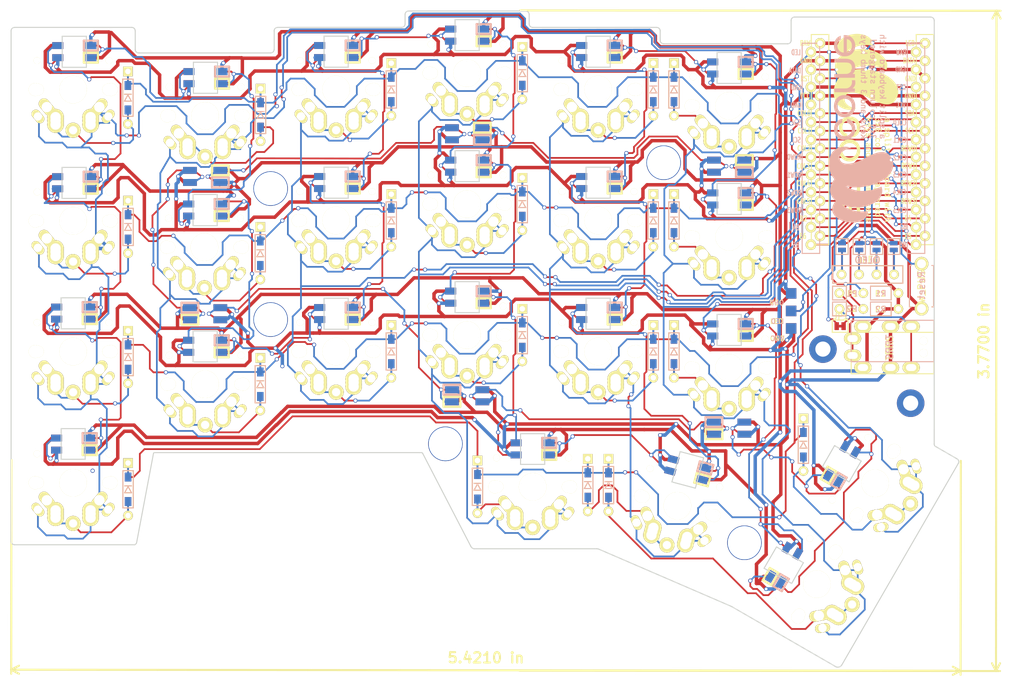
<source format=kicad_pcb>
(kicad_pcb (version 20171130) (host pcbnew "(5.0.1-3-g963ef8bb5)")
  (title_block (title Crkbd) (date 2018/05/15) (rev 1.1) (company foostan))
  (layers (0 F.Cu signal) (31 B.Cu signal) (34 B.Paste user) (35 F.Paste user) (36 B.SilkS user) (37 F.SilkS user) (38 B.Mask user) (39 F.Mask user) (44 Edge.Cuts user))
  (net 0 "")
  (net 1 row0)
  (net 2 "Net-(D1-Pad2)")
  (net 3 row1)
  (net 4 "Net-(D2-Pad2)")
  (net 5 row2)
  (net 6 "Net-(D3-Pad2)")
  (net 7 row3)
  (net 8 "Net-(D4-Pad2)")
  (net 9 "Net-(D5-Pad2)")
  (net 10 "Net-(D6-Pad2)")
  (net 11 "Net-(D7-Pad2)")
  (net 12 "Net-(D8-Pad2)")
  (net 13 "Net-(D9-Pad2)")
  (net 14 "Net-(D10-Pad2)")
  (net 15 "Net-(D11-Pad2)")
  (net 16 "Net-(D12-Pad2)")
  (net 17 "Net-(D13-Pad2)")
  (net 18 "Net-(D14-Pad2)")
  (net 19 "Net-(D15-Pad2)")
  (net 20 "Net-(D16-Pad2)")
  (net 21 "Net-(D17-Pad2)")
  (net 22 "Net-(D18-Pad2)")
  (net 23 "Net-(D19-Pad2)")
  (net 24 "Net-(D20-Pad2)")
  (net 25 "Net-(D21-Pad2)")
  (net 26 GND)
  (net 27 VCC)
  (net 28 col0)
  (net 29 col1)
  (net 30 col2)
  (net 31 col3)
  (net 32 col4)
  (net 33 col5)
  (net 34 LED)
  (net 35 data)
  (net 36 "Net-(L1-Pad3)")
  (net 37 "Net-(L1-Pad1)")
  (net 38 "Net-(L10-Pad1)")
  (net 39 "Net-(L11-Pad1)")
  (net 40 "Net-(L13-Pad1)")
  (net 41 "Net-(L14-Pad3)")
  (net 42 "Net-(L10-Pad3)")
  (net 43 "Net-(L13-Pad3)")
  (net 44 "Net-(L15-Pad3)")
  (net 45 "Net-(L16-Pad3)")
  (net 46 reset)
  (net 47 SCL)
  (net 48 SDA)
  (net 49 "Net-(U1-Pad13)")
  (net 50 "Net-(U1-Pad12)")
  (net 51 "Net-(U1-Pad11)")
  (net 52 "Net-(J2-Pad1)")
  (net 53 "Net-(J2-Pad2)")
  (net 54 "Net-(J2-Pad3)")
  (net 55 "Net-(J2-Pad4)")
  (net 56 "Net-(L2-Pad3)")
  (net 57 "Net-(L11-Pad3)")
  (net 58 "Net-(L14-Pad1)")
  (net 59 "Net-(L12-Pad3)")
  (net 60 "Net-(L17-Pad1)")
  (net 61 "Net-(L18-Pad3)")
  (net 62 "Net-(J1-PadA)")
  (net 63 "Net-(J1-PadB)")
  (net 64 "Net-(U1-Pad24)")
  (net 65 "Net-(L22-Pad3)")
  (net 66 "Net-(D22-Pad2)")
  (net 67 "Net-(D23-Pad2)")
  (net 68 "Net-(L4-Pad1)")
  (net 69 "Net-(L5-Pad1)")
  (net 70 "Net-(L29-Pad3)")
  (net 71 "Net-(L7-Pad3)")
  (net 72 "Net-(L15-Pad1)")
  (net 73 "Net-(L19-Pad1)")
  (net 74 "Net-(L20-Pad3)")
  (net 75 "Net-(L23-Pad1)")
  (net 76 "Net-(L24-Pad3)")
  (net 77 "Net-(L25-Pad3)")
  (net 78 "Net-(L27-Pad3)")
  (net 79 "Net-(L28-Pad1)")
  (net 80 col6)
  (module kbd:MX_ALPS_PG1350_noLed (layer F.Cu) (at 69.85 91.44 180)
    (fp_text reference SW7 hide)
    (fp_text value SW_PUSH hide)
    (pad "" np_thru_hole circle (at -5.22 4.2 180) (size 1 1) (drill 1) (layers *.Cu *.Mask F.SilkS))
    (pad "" np_thru_hole circle (at 5.22 4.2 180) (size 1 1) (drill 1) (layers *.Cu *.Mask F.SilkS))
    (pad "" np_thru_hole circle (at -5.08 0 180) (size 1.7 1.7) (drill 1.7) (layers *.Cu *.Mask F.SilkS))
    (pad "" np_thru_hole circle (at 5.08 0 180) (size 1.7 1.7) (drill 1.7) (layers *.Cu *.Mask F.SilkS))
    (pad 1 thru_hole circle (at -2.54 -4.5 180) (size 2.4 2.4) (drill 1.5) (layers *.Cu *.Mask F.SilkS) (net 28 col0))
    (pad 1 thru_hole circle (at -2.54 -4 180) (size 2.4 2.4) (drill 1.5) (layers *.Cu *.Mask F.SilkS) (net 28 col0))
    (pad 2 thru_hole circle (at 2.54 -4 180) (size 2.4 2.4) (drill 1.5) (layers *.Cu *.Mask F.SilkS) (net 11 "Net-(D7-Pad2)"))
    (pad 2 thru_hole circle (at 2.54 -4.5 180) (size 2.4 2.4) (drill 1.5) (layers *.Cu *.Mask F.SilkS) (net 11 "Net-(D7-Pad2)"))
    (pad 2 thru_hole oval (at 3.81 -2.54 130) (size 2.8 1.55) (drill 1.5) (layers *.Cu *.Mask F.SilkS) (net 11 "Net-(D7-Pad2)"))
    (pad 1 thru_hole circle (at -2.54 -5.08 180) (size 2.4 2.4) (drill 1.5) (layers *.Cu *.Mask F.SilkS) (net 28 col0))
    (pad 1 thru_hole oval (at -3.81 -2.54 230) (size 2.8 1.55) (drill 1.5) (layers *.Cu *.Mask F.SilkS) (net 28 col0))
    (pad 2 thru_hole circle (at 2.54 -5.08 180) (size 2.4 2.4) (drill 1.5) (layers *.Cu *.Mask F.SilkS) (net 11 "Net-(D7-Pad2)"))
    (pad 2 thru_hole circle (at 0 -5.9 270) (size 2.2 2.2) (drill 1.2) (layers *.Cu *.Mask F.SilkS) (net 11 "Net-(D7-Pad2)"))
    (pad 1 thru_hole oval (at -5.1 -3.9 230) (size 2.2 1.25) (drill 1.2) (layers *.Cu *.Mask F.SilkS) (net 28 col0))
    (pad "" np_thru_hole circle (at 5.5 0 270) (size 1.9 1.9) (drill 1.9) (layers *.Cu *.Mask F.SilkS))
    (pad "" np_thru_hole circle (at -5.5 0 270) (size 1.9 1.9) (drill 1.9) (layers *.Cu *.Mask F.SilkS))
    (pad "" np_thru_hole circle (at 0 0 270) (size 4 4) (drill 4) (layers *.Cu *.Mask F.SilkS))
    (pad 1 thru_hole oval (at 5.1 -3.9 130) (size 2.2 1.25) (drill 1.2) (layers *.Cu *.Mask F.SilkS) (net 28 col0))
  )
  (module kbd:MX_ALPS_PG1350_noLed (layer F.Cu) (at 69.85 129.413 180)
    (fp_text reference SW22 hide)
    (fp_text value SW_PUSH hide)
    (pad 1 thru_hole oval (at 5.1 -3.9 130) (size 2.2 1.25) (drill 1.2) (layers *.Cu *.Mask F.SilkS) (net 28 col0))
    (pad "" np_thru_hole circle (at 0 0 270) (size 4 4) (drill 4) (layers *.Cu *.Mask F.SilkS))
    (pad "" np_thru_hole circle (at -5.5 0 270) (size 1.9 1.9) (drill 1.9) (layers *.Cu *.Mask F.SilkS))
    (pad "" np_thru_hole circle (at 5.5 0 270) (size 1.9 1.9) (drill 1.9) (layers *.Cu *.Mask F.SilkS))
    (pad 1 thru_hole oval (at -5.1 -3.9 230) (size 2.2 1.25) (drill 1.2) (layers *.Cu *.Mask F.SilkS) (net 28 col0))
    (pad 2 thru_hole circle (at 0 -5.9 270) (size 2.2 2.2) (drill 1.2) (layers *.Cu *.Mask F.SilkS) (net 66 "Net-(D22-Pad2)"))
    (pad 2 thru_hole circle (at 2.54 -5.08 180) (size 2.4 2.4) (drill 1.5) (layers *.Cu *.Mask F.SilkS) (net 66 "Net-(D22-Pad2)"))
    (pad 1 thru_hole oval (at -3.81 -2.54 230) (size 2.8 1.55) (drill 1.5) (layers *.Cu *.Mask F.SilkS) (net 28 col0))
    (pad 1 thru_hole circle (at -2.54 -5.08 180) (size 2.4 2.4) (drill 1.5) (layers *.Cu *.Mask F.SilkS) (net 28 col0))
    (pad 2 thru_hole oval (at 3.81 -2.54 130) (size 2.8 1.55) (drill 1.5) (layers *.Cu *.Mask F.SilkS) (net 66 "Net-(D22-Pad2)"))
    (pad 2 thru_hole circle (at 2.54 -4.5 180) (size 2.4 2.4) (drill 1.5) (layers *.Cu *.Mask F.SilkS) (net 66 "Net-(D22-Pad2)"))
    (pad 2 thru_hole circle (at 2.54 -4 180) (size 2.4 2.4) (drill 1.5) (layers *.Cu *.Mask F.SilkS) (net 66 "Net-(D22-Pad2)"))
    (pad 1 thru_hole circle (at -2.54 -4 180) (size 2.4 2.4) (drill 1.5) (layers *.Cu *.Mask F.SilkS) (net 28 col0))
    (pad 1 thru_hole circle (at -2.54 -4.5 180) (size 2.4 2.4) (drill 1.5) (layers *.Cu *.Mask F.SilkS) (net 28 col0))
    (pad "" np_thru_hole circle (at 5.08 0 180) (size 1.7 1.7) (drill 1.7) (layers *.Cu *.Mask F.SilkS))
    (pad "" np_thru_hole circle (at -5.08 0 180) (size 1.7 1.7) (drill 1.7) (layers *.Cu *.Mask F.SilkS))
    (pad "" np_thru_hole circle (at 5.22 4.2 180) (size 1 1) (drill 1) (layers *.Cu *.Mask F.SilkS))
    (pad "" np_thru_hole circle (at -5.22 4.2 180) (size 1 1) (drill 1) (layers *.Cu *.Mask F.SilkS))
  )
  (module kbd:LEGO_HOLE (layer F.Cu) (at 178.6001 110.0328)
    (fp_text reference "" (at 0 -3.2) (layer F.SilkS))
    (fp_text value "")
    (pad "" thru_hole circle (at 0 0) (size 4 4) (drill 2.2) (layers *.Cu *.Mask))
  )
  (module kbd:MX_ALPS_PG1350_noLed (layer F.Cu) (at 69.85 72.39 180)
    (fp_text reference SW1 hide)
    (fp_text value SW_PUSH hide)
    (pad "" np_thru_hole circle (at -5.22 4.2 180) (size 1 1) (drill 1) (layers *.Cu *.Mask F.SilkS))
    (pad "" np_thru_hole circle (at 5.22 4.2 180) (size 1 1) (drill 1) (layers *.Cu *.Mask F.SilkS))
    (pad "" np_thru_hole circle (at -5.08 0 180) (size 1.7 1.7) (drill 1.7) (layers *.Cu *.Mask F.SilkS))
    (pad "" np_thru_hole circle (at 5.08 0 180) (size 1.7 1.7) (drill 1.7) (layers *.Cu *.Mask F.SilkS))
    (pad 1 thru_hole circle (at -2.54 -4.5 180) (size 2.4 2.4) (drill 1.5) (layers *.Cu *.Mask F.SilkS) (net 28 col0))
    (pad 1 thru_hole circle (at -2.54 -4 180) (size 2.4 2.4) (drill 1.5) (layers *.Cu *.Mask F.SilkS) (net 28 col0))
    (pad 2 thru_hole circle (at 2.54 -4 180) (size 2.4 2.4) (drill 1.5) (layers *.Cu *.Mask F.SilkS) (net 2 "Net-(D1-Pad2)"))
    (pad 2 thru_hole circle (at 2.54 -4.5 180) (size 2.4 2.4) (drill 1.5) (layers *.Cu *.Mask F.SilkS) (net 2 "Net-(D1-Pad2)"))
    (pad 2 thru_hole oval (at 3.81 -2.54 130) (size 2.8 1.55) (drill 1.5) (layers *.Cu *.Mask F.SilkS) (net 2 "Net-(D1-Pad2)"))
    (pad 1 thru_hole circle (at -2.54 -5.08 180) (size 2.4 2.4) (drill 1.5) (layers *.Cu *.Mask F.SilkS) (net 28 col0))
    (pad 1 thru_hole oval (at -3.81 -2.54 230) (size 2.8 1.55) (drill 1.5) (layers *.Cu *.Mask F.SilkS) (net 28 col0))
    (pad 2 thru_hole circle (at 2.54 -5.08 180) (size 2.4 2.4) (drill 1.5) (layers *.Cu *.Mask F.SilkS) (net 2 "Net-(D1-Pad2)"))
    (pad 2 thru_hole circle (at 0 -5.9 270) (size 2.2 2.2) (drill 1.2) (layers *.Cu *.Mask F.SilkS) (net 2 "Net-(D1-Pad2)"))
    (pad 1 thru_hole oval (at -5.1 -3.9 230) (size 2.2 1.25) (drill 1.2) (layers *.Cu *.Mask F.SilkS) (net 28 col0))
    (pad "" np_thru_hole circle (at 5.5 0 270) (size 1.9 1.9) (drill 1.9) (layers *.Cu *.Mask F.SilkS))
    (pad "" np_thru_hole circle (at -5.5 0 270) (size 1.9 1.9) (drill 1.9) (layers *.Cu *.Mask F.SilkS))
    (pad "" np_thru_hole circle (at 0 0 270) (size 4 4) (drill 4) (layers *.Cu *.Mask F.SilkS))
    (pad 1 thru_hole oval (at 5.1 -3.9 130) (size 2.2 1.25) (drill 1.2) (layers *.Cu *.Mask F.SilkS) (net 28 col0))
  )
  (module kbd:MX_ALPS_PG1350_noLed (layer F.Cu) (at 69.85 110.3884 180)
    (fp_text reference SW13 hide)
    (fp_text value SW_PUSH hide)
    (pad "" np_thru_hole circle (at -5.22 4.2 180) (size 1 1) (drill 1) (layers *.Cu *.Mask F.SilkS))
    (pad "" np_thru_hole circle (at 5.22 4.2 180) (size 1 1) (drill 1) (layers *.Cu *.Mask F.SilkS))
    (pad "" np_thru_hole circle (at -5.08 0 180) (size 1.7 1.7) (drill 1.7) (layers *.Cu *.Mask F.SilkS))
    (pad "" np_thru_hole circle (at 5.08 0 180) (size 1.7 1.7) (drill 1.7) (layers *.Cu *.Mask F.SilkS))
    (pad 1 thru_hole circle (at -2.54 -4.5 180) (size 2.4 2.4) (drill 1.5) (layers *.Cu *.Mask F.SilkS) (net 28 col0))
    (pad 1 thru_hole circle (at -2.54 -4 180) (size 2.4 2.4) (drill 1.5) (layers *.Cu *.Mask F.SilkS) (net 28 col0))
    (pad 2 thru_hole circle (at 2.54 -4 180) (size 2.4 2.4) (drill 1.5) (layers *.Cu *.Mask F.SilkS) (net 17 "Net-(D13-Pad2)"))
    (pad 2 thru_hole circle (at 2.54 -4.5 180) (size 2.4 2.4) (drill 1.5) (layers *.Cu *.Mask F.SilkS) (net 17 "Net-(D13-Pad2)"))
    (pad 2 thru_hole oval (at 3.81 -2.54 130) (size 2.8 1.55) (drill 1.5) (layers *.Cu *.Mask F.SilkS) (net 17 "Net-(D13-Pad2)"))
    (pad 1 thru_hole circle (at -2.54 -5.08 180) (size 2.4 2.4) (drill 1.5) (layers *.Cu *.Mask F.SilkS) (net 28 col0))
    (pad 1 thru_hole oval (at -3.81 -2.54 230) (size 2.8 1.55) (drill 1.5) (layers *.Cu *.Mask F.SilkS) (net 28 col0))
    (pad 2 thru_hole circle (at 2.54 -5.08 180) (size 2.4 2.4) (drill 1.5) (layers *.Cu *.Mask F.SilkS) (net 17 "Net-(D13-Pad2)"))
    (pad 2 thru_hole circle (at 0 -5.9 270) (size 2.2 2.2) (drill 1.2) (layers *.Cu *.Mask F.SilkS) (net 17 "Net-(D13-Pad2)"))
    (pad 1 thru_hole oval (at -5.1 -3.9 230) (size 2.2 1.25) (drill 1.2) (layers *.Cu *.Mask F.SilkS) (net 28 col0))
    (pad "" np_thru_hole circle (at 5.5 0 270) (size 1.9 1.9) (drill 1.9) (layers *.Cu *.Mask F.SilkS))
    (pad "" np_thru_hole circle (at -5.5 0 270) (size 1.9 1.9) (drill 1.9) (layers *.Cu *.Mask F.SilkS))
    (pad "" np_thru_hole circle (at 0 0 270) (size 4 4) (drill 4) (layers *.Cu *.Mask F.SilkS))
    (pad 1 thru_hole oval (at 5.1 -3.9 130) (size 2.2 1.25) (drill 1.2) (layers *.Cu *.Mask F.SilkS) (net 28 col0))
  )
  (module kbd:MX_ALPS_PG1350_noLed (layer F.Cu) (at 88.9 95.25 180)
    (fp_text reference SW8 hide)
    (fp_text value SW_PUSH hide)
    (pad "" np_thru_hole circle (at -5.22 4.2 180) (size 1 1) (drill 1) (layers *.Cu *.Mask F.SilkS))
    (pad "" np_thru_hole circle (at 5.22 4.2 180) (size 1 1) (drill 1) (layers *.Cu *.Mask F.SilkS))
    (pad "" np_thru_hole circle (at -5.08 0 180) (size 1.7 1.7) (drill 1.7) (layers *.Cu *.Mask F.SilkS))
    (pad "" np_thru_hole circle (at 5.08 0 180) (size 1.7 1.7) (drill 1.7) (layers *.Cu *.Mask F.SilkS))
    (pad 1 thru_hole circle (at -2.54 -4.5 180) (size 2.4 2.4) (drill 1.5) (layers *.Cu *.Mask F.SilkS) (net 29 col1))
    (pad 1 thru_hole circle (at -2.54 -4 180) (size 2.4 2.4) (drill 1.5) (layers *.Cu *.Mask F.SilkS) (net 29 col1))
    (pad 2 thru_hole circle (at 2.54 -4 180) (size 2.4 2.4) (drill 1.5) (layers *.Cu *.Mask F.SilkS) (net 12 "Net-(D8-Pad2)"))
    (pad 2 thru_hole circle (at 2.54 -4.5 180) (size 2.4 2.4) (drill 1.5) (layers *.Cu *.Mask F.SilkS) (net 12 "Net-(D8-Pad2)"))
    (pad 2 thru_hole oval (at 3.81 -2.54 130) (size 2.8 1.55) (drill 1.5) (layers *.Cu *.Mask F.SilkS) (net 12 "Net-(D8-Pad2)"))
    (pad 1 thru_hole circle (at -2.54 -5.08 180) (size 2.4 2.4) (drill 1.5) (layers *.Cu *.Mask F.SilkS) (net 29 col1))
    (pad 1 thru_hole oval (at -3.81 -2.54 230) (size 2.8 1.55) (drill 1.5) (layers *.Cu *.Mask F.SilkS) (net 29 col1))
    (pad 2 thru_hole circle (at 2.54 -5.08 180) (size 2.4 2.4) (drill 1.5) (layers *.Cu *.Mask F.SilkS) (net 12 "Net-(D8-Pad2)"))
    (pad 2 thru_hole circle (at 0 -5.9 270) (size 2.2 2.2) (drill 1.2) (layers *.Cu *.Mask F.SilkS) (net 12 "Net-(D8-Pad2)"))
    (pad 1 thru_hole oval (at -5.1 -3.9 230) (size 2.2 1.25) (drill 1.2) (layers *.Cu *.Mask F.SilkS) (net 29 col1))
    (pad "" np_thru_hole circle (at 5.5 0 270) (size 1.9 1.9) (drill 1.9) (layers *.Cu *.Mask F.SilkS))
    (pad "" np_thru_hole circle (at -5.5 0 270) (size 1.9 1.9) (drill 1.9) (layers *.Cu *.Mask F.SilkS))
    (pad "" np_thru_hole circle (at 0 0 270) (size 4 4) (drill 4) (layers *.Cu *.Mask F.SilkS))
    (pad 1 thru_hole oval (at 5.1 -3.9 130) (size 2.2 1.25) (drill 1.2) (layers *.Cu *.Mask F.SilkS) (net 29 col1))
  )
  (module kbd:OLED (layer F.Cu) (at 181.3 99.204)
    (fp_text reference J2)
    (fp_text value OLED hide)
    (fp_text user OLED (at 3.75 -2.1) (layer B.SilkS) (effects (justify mirror)))
    (fp_text user OLED (at 3.8 -2.1) (layer F.SilkS))
    (pad 4 thru_hole circle (at 7.62 0) (size 1.397 1.397) (drill 0.8128) (layers *.Cu *.Mask F.SilkS) (net 55 "Net-(J2-Pad4)"))
    (pad 3 thru_hole circle (at 5.08 0) (size 1.397 1.397) (drill 0.8128) (layers *.Cu *.Mask F.SilkS) (net 54 "Net-(J2-Pad3)"))
    (pad 2 thru_hole circle (at 2.54 0) (size 1.397 1.397) (drill 0.8128) (layers *.Cu *.Mask F.SilkS) (net 53 "Net-(J2-Pad2)"))
    (pad 1 thru_hole circle (at 0 0) (size 1.397 1.397) (drill 0.8128) (layers *.Cu *.Mask F.SilkS) (net 52 "Net-(J2-Pad1)"))
  )
  (module kbd:MJ-4PP-9 (layer F.Cu) (at 194.7 110.604 270)
    (fp_text reference J1)
    (fp_text value MJ-4PP-9 hide)
    (fp_text user TRRS (at -0.75 6.45 270) (layer F.SilkS))
    (fp_text user TRRS (at -0.8255 6.4135 270) (layer B.SilkS) (effects (justify mirror)))
    (pad A thru_hole oval (at -2.1 11.8 270) (size 1.7 2.5) (drill oval 1 1.5) (layers *.Cu *.Mask F.SilkS) (net 62 "Net-(J1-PadA)") (clearance 0.15))
    (pad D thru_hole oval (at 2.1 10.3 270) (size 1.7 2.5) (drill oval 1 1.5) (layers *.Cu *.Mask F.SilkS) (net 27 VCC) (clearance 0.15))
    (pad C thru_hole oval (at 2.1 6.3 270) (size 1.7 2.5) (drill oval 1 1.5) (layers *.Cu *.Mask F.SilkS) (net 26 GND))
    (pad B thru_hole oval (at 2.1 3.3 270) (size 1.7 2.5) (drill oval 1 1.5) (layers *.Cu *.Mask F.SilkS) (net 63 "Net-(J1-PadB)"))
    (pad "" np_thru_hole circle (at 0 8.5 270) (size 1.2 1.2) (drill 1.2) (layers *.Cu *.Mask F.SilkS))
    (pad "" np_thru_hole circle (at 0 1.5 270) (size 1.2 1.2) (drill 1.2) (layers *.Cu *.Mask F.SilkS))
    (pad C thru_hole oval (at -3.85 6.3 270) (size 1.7 2.5) (drill oval 1 1.5) (layers *.Cu *.Mask F.SilkS) (net 26 GND))
    (pad B thru_hole oval (at -3.85 3.3 270) (size 1.7 2.5) (drill oval 1 1.5) (layers *.Cu *.Mask F.SilkS) (net 63 "Net-(J1-PadB)"))
    (pad A thru_hole oval (at 0.35 11.8 270) (size 1.7 2.5) (drill oval 1 1.5) (layers *.Cu *.Mask F.SilkS) (net 62 "Net-(J1-PadA)") (clearance 0.15))
    (pad D thru_hole oval (at -3.85 10.3 270) (size 1.7 2.5) (drill oval 1 1.5) (layers *.Cu *.Mask F.SilkS) (net 27 VCC) (clearance 0.15))
    (pad "" np_thru_hole circle (at -1.75 1.5 270) (size 1.2 1.2) (drill 1.2) (layers *.Cu *.Mask F.SilkS))
    (pad "" np_thru_hole circle (at -1.75 8.5 270) (size 1.2 1.2) (drill 1.2) (layers *.Cu *.Mask F.SilkS))
  )
  (module kbd:SK6812MINI_underglow_rev (layer F.Cu) (at 165 121.5 180)
    (fp_text reference L6 hide)
    (fp_text value SK6812MINI hide)
    (pad 4 smd rect (at 2.2 -0.875 180) (size 2 1) (layers F.Cu F.Paste F.Mask) (net 27 VCC))
    (pad 3 smd rect (at 2.2 0.875 180) (size 2 1) (layers F.Cu F.Paste F.Mask) (net 69 "Net-(L5-Pad1)"))
    (pad 1 smd rect (at -2.2 -0.875 180) (size 2 1) (layers F.Cu F.Paste F.Mask) (net 70 "Net-(L29-Pad3)"))
    (pad 2 smd rect (at -2.2 0.875 180) (size 2 1) (layers F.Cu F.Paste F.Mask) (net 26 GND))
    (pad 3 smd rect (at 2.2 -0.875 180) (size 2 1) (layers B.Cu B.Paste B.Mask) (net 69 "Net-(L5-Pad1)"))
    (pad 4 smd rect (at 2.2 0.875 180) (size 2 1) (layers B.Cu B.Paste B.Mask) (net 27 VCC))
    (pad 1 smd rect (at -2.2 0.875 180) (size 2 1) (layers B.Cu B.Paste B.Mask) (net 70 "Net-(L29-Pad3)"))
    (pad 2 smd rect (at -2.2 -0.875 180) (size 2 1) (layers B.Cu B.Paste B.Mask) (net 26 GND))
  )
  (module kbd:SK6812MINI_underglow_rev (layer F.Cu) (at 165 83.5)
    (fp_text reference L3 hide)
    (fp_text value SK6812MINI hide)
    (pad 4 smd rect (at 2.2 -0.875) (size 2 1) (layers F.Cu F.Paste F.Mask) (net 27 VCC))
    (pad 3 smd rect (at 2.2 0.875) (size 2 1) (layers F.Cu F.Paste F.Mask) (net 34 LED))
    (pad 1 smd rect (at -2.2 -0.875) (size 2 1) (layers F.Cu F.Paste F.Mask) (net 56 "Net-(L2-Pad3)"))
    (pad 2 smd rect (at -2.2 0.875) (size 2 1) (layers F.Cu F.Paste F.Mask) (net 26 GND))
    (pad 3 smd rect (at 2.2 -0.875) (size 2 1) (layers B.Cu B.Paste B.Mask) (net 34 LED))
    (pad 4 smd rect (at 2.2 0.875) (size 2 1) (layers B.Cu B.Paste B.Mask) (net 27 VCC))
    (pad 1 smd rect (at -2.2 0.875) (size 2 1) (layers B.Cu B.Paste B.Mask) (net 56 "Net-(L2-Pad3)"))
    (pad 2 smd rect (at -2.2 -0.875) (size 2 1) (layers B.Cu B.Paste B.Mask) (net 26 GND))
  )
  (module kbd:SK6812MINI_underglow_rev (layer F.Cu) (at 127 78.8)
    (fp_text reference L2 hide)
    (fp_text value SK6812MINI hide)
    (pad 4 smd rect (at 2.2 -0.875) (size 2 1) (layers F.Cu F.Paste F.Mask) (net 27 VCC))
    (pad 3 smd rect (at 2.2 0.875) (size 2 1) (layers F.Cu F.Paste F.Mask) (net 56 "Net-(L2-Pad3)"))
    (pad 1 smd rect (at -2.2 -0.875) (size 2 1) (layers F.Cu F.Paste F.Mask) (net 36 "Net-(L1-Pad3)"))
    (pad 2 smd rect (at -2.2 0.875) (size 2 1) (layers F.Cu F.Paste F.Mask) (net 26 GND))
    (pad 3 smd rect (at 2.2 -0.875) (size 2 1) (layers B.Cu B.Paste B.Mask) (net 56 "Net-(L2-Pad3)"))
    (pad 4 smd rect (at 2.2 0.875) (size 2 1) (layers B.Cu B.Paste B.Mask) (net 27 VCC))
    (pad 1 smd rect (at -2.2 0.875) (size 2 1) (layers B.Cu B.Paste B.Mask) (net 36 "Net-(L1-Pad3)"))
    (pad 2 smd rect (at -2.2 -0.875) (size 2 1) (layers B.Cu B.Paste B.Mask) (net 26 GND))
  )
  (module kbd:SK6812MINI_underglow_rev (layer F.Cu) (at 89 84.9856)
    (fp_text reference L1 hide)
    (fp_text value SK6812MINI hide)
    (pad 4 smd rect (at 2.2 -0.875) (size 2 1) (layers F.Cu F.Paste F.Mask) (net 27 VCC))
    (pad 3 smd rect (at 2.2 0.875) (size 2 1) (layers F.Cu F.Paste F.Mask) (net 36 "Net-(L1-Pad3)"))
    (pad 1 smd rect (at -2.2 -0.875) (size 2 1) (layers F.Cu F.Paste F.Mask) (net 37 "Net-(L1-Pad1)"))
    (pad 2 smd rect (at -2.2 0.875) (size 2 1) (layers F.Cu F.Paste F.Mask) (net 26 GND))
    (pad 3 smd rect (at 2.2 -0.875) (size 2 1) (layers B.Cu B.Paste B.Mask) (net 36 "Net-(L1-Pad3)"))
    (pad 4 smd rect (at 2.2 0.875) (size 2 1) (layers B.Cu B.Paste B.Mask) (net 27 VCC))
    (pad 1 smd rect (at -2.2 0.875) (size 2 1) (layers B.Cu B.Paste B.Mask) (net 37 "Net-(L1-Pad1)"))
    (pad 2 smd rect (at -2.2 -0.875) (size 2 1) (layers B.Cu B.Paste B.Mask) (net 26 GND))
  )
  (module kbd:SK6812MINI_underglow_rev (layer F.Cu) (at 89 104.9 180)
    (fp_text reference L4 hide)
    (fp_text value SK6812MINI hide)
    (pad 4 smd rect (at 2.2 -0.875 180) (size 2 1) (layers F.Cu F.Paste F.Mask) (net 27 VCC))
    (pad 3 smd rect (at 2.2 0.875 180) (size 2 1) (layers F.Cu F.Paste F.Mask) (net 37 "Net-(L1-Pad1)"))
    (pad 1 smd rect (at -2.2 -0.875 180) (size 2 1) (layers F.Cu F.Paste F.Mask) (net 68 "Net-(L4-Pad1)"))
    (pad 2 smd rect (at -2.2 0.875 180) (size 2 1) (layers F.Cu F.Paste F.Mask) (net 26 GND))
    (pad 3 smd rect (at 2.2 -0.875 180) (size 2 1) (layers B.Cu B.Paste B.Mask) (net 37 "Net-(L1-Pad1)"))
    (pad 4 smd rect (at 2.2 0.875 180) (size 2 1) (layers B.Cu B.Paste B.Mask) (net 27 VCC))
    (pad 1 smd rect (at -2.2 0.875 180) (size 2 1) (layers B.Cu B.Paste B.Mask) (net 68 "Net-(L4-Pad1)"))
    (pad 2 smd rect (at -2.2 -0.875 180) (size 2 1) (layers B.Cu B.Paste B.Mask) (net 26 GND))
  )
  (module kbd:SK6812MINI_underglow_rev (layer F.Cu) (at 127 116.8 180)
    (fp_text reference L5 hide)
    (fp_text value SK6812MINI hide)
    (pad 4 smd rect (at 2.2 -0.875 180) (size 2 1) (layers F.Cu F.Paste F.Mask) (net 27 VCC))
    (pad 3 smd rect (at 2.2 0.875 180) (size 2 1) (layers F.Cu F.Paste F.Mask) (net 68 "Net-(L4-Pad1)"))
    (pad 1 smd rect (at -2.2 -0.875 180) (size 2 1) (layers F.Cu F.Paste F.Mask) (net 69 "Net-(L5-Pad1)"))
    (pad 2 smd rect (at -2.2 0.875 180) (size 2 1) (layers F.Cu F.Paste F.Mask) (net 26 GND))
    (pad 3 smd rect (at 2.2 -0.875 180) (size 2 1) (layers B.Cu B.Paste B.Mask) (net 68 "Net-(L4-Pad1)"))
    (pad 4 smd rect (at 2.2 0.875 180) (size 2 1) (layers B.Cu B.Paste B.Mask) (net 27 VCC))
    (pad 1 smd rect (at -2.2 0.875 180) (size 2 1) (layers B.Cu B.Paste B.Mask) (net 69 "Net-(L5-Pad1)"))
    (pad 2 smd rect (at -2.2 -0.875 180) (size 2 1) (layers B.Cu B.Paste B.Mask) (net 26 GND))
  )
  (module kbd:corne (layer B.Cu) (at 184 78 90)
    (fp_text reference G*** hide)
    (fp_text value LOGO hide)
  )
  (module kbd:ProMicro_v2 (layer F.Cu) (at 185.75 80.154)
    (fp_text reference U1 hide)
    (fp_text value ProMicro hide)
    (fp_text user "" (at -0.5 -17.25) (layer F.SilkS))
    (fp_text user "" (at -1.2065 -16.256) (layer B.SilkS) (effects (justify mirror)))
    (fp_text user RAW (at -9.7155 -14.478) (layer F.SilkS) (effects (font (size 0.75 0.5) (thickness 0.125))))
    (fp_text user LED (at 5.5 -14.478) (layer F.SilkS) (effects (font (size 0.75 0.5) (thickness 0.125))))
    (fp_text user GND (at -9.7155 -11.938) (layer F.SilkS) (effects (font (size 0.75 0.5) (thickness 0.125))))
    (fp_text user DATA (at 5.35 -11.95) (layer F.SilkS) (effects (font (size 0.75 0.5) (thickness 0.125))))
    (fp_text user RST (at -9.7155 -9.3345) (layer F.SilkS) (effects (font (size 0.75 0.5) (thickness 0.125))))
    (fp_text user GND (at 5.5245 -9.3345) (layer F.SilkS) (effects (font (size 0.75 0.5) (thickness 0.125))))
    (fp_text user VCC (at -9.7155 -6.858) (layer F.SilkS) (effects (font (size 0.75 0.5) (thickness 0.125))))
    (fp_text user GND (at 5.461 -6.7945) (layer F.SilkS) (effects (font (size 0.75 0.5) (thickness 0.125))))
    (fp_text user COL3 (at -10 3.35) (layer F.SilkS) (effects (font (size 0.75 0.5) (thickness 0.125))))
    (fp_text user ROW0 (at 5.2 0.8) (layer F.SilkS) (effects (font (size 0.75 0.5) (thickness 0.125))))
    (fp_text user COL2 (at -9.9 0.762) (layer F.SilkS) (effects (font (size 0.75 0.5) (thickness 0.125))))
    (fp_text user SCL (at 5.461 -1.778) (layer F.SilkS) (effects (font (size 0.75 0.5) (thickness 0.125))))
    (fp_text user COL1 (at -9.85 -1.778) (layer F.SilkS) (effects (font (size 0.75 0.5) (thickness 0.125))))
    (fp_text user SDA (at 5.461 -4.318) (layer F.SilkS) (effects (font (size 0.75 0.5) (thickness 0.125))))
    (fp_text user COL0 (at -9.9 -4.3) (layer F.SilkS) (effects (font (size 0.75 0.5) (thickness 0.125))))
    (fp_text user B6 (at -10.05 13.5) (layer F.SilkS) (effects (font (size 0.75 0.5) (thickness 0.125))))
    (fp_text user B5 (at 5.2 13.5255) (layer F.SilkS) (effects (font (size 0.75 0.5) (thickness 0.125))))
    (fp_text user B4 (at 5.2 10.922) (layer F.SilkS) (effects (font (size 0.75 0.5) (thickness 0.125))))
    (fp_text user B2 (at -9.95 10.95) (layer F.SilkS) (effects (font (size 0.75 0.5) (thickness 0.125))))
    (fp_text user ROW3 (at 5.2 8.4455) (layer F.SilkS) (effects (font (size 0.75 0.5) (thickness 0.125))))
    (fp_text user COL5 (at -9.95 8.4455) (layer F.SilkS) (effects (font (size 0.75 0.5) (thickness 0.125))))
    (fp_text user ROW2 (at 5.2 5.85) (layer F.SilkS) (effects (font (size 0.75 0.5) (thickness 0.125))))
    (fp_text user COL4 (at -9.95 5.85) (layer F.SilkS) (effects (font (size 0.75 0.5) (thickness 0.125))))
    (fp_text user ROW1 (at 5.25 3.302) (layer F.SilkS) (effects (font (size 0.75 0.5) (thickness 0.125))))
    (fp_text user ROW1 (at -11.3 4.6355) (layer B.SilkS) (effects (font (size 0.75 0.5) (thickness 0.125)) (justify mirror)))
    (fp_text user COL4 (at 3.95 7.112) (layer B.SilkS) (effects (font (size 0.75 0.5) (thickness 0.125)) (justify mirror)))
    (fp_text user ROW2 (at -11.3 7.239) (layer B.SilkS) (effects (font (size 0.75 0.5) (thickness 0.125)) (justify mirror)))
    (fp_text user COL5 (at 4 9.75) (layer B.SilkS) (effects (font (size 0.75 0.5) (thickness 0.125)) (justify mirror)))
    (fp_text user ROW3 (at -11.3 9.75) (layer B.SilkS) (effects (font (size 0.75 0.5) (thickness 0.125)) (justify mirror)))
    (fp_text user B2 (at 4.5085 12.1285) (layer B.SilkS) (effects (font (size 0.75 0.5) (thickness 0.125)) (justify mirror)))
    (fp_text user B4 (at -11.049 12.2555) (layer B.SilkS) (effects (font (size 0.75 0.5) (thickness 0.125)) (justify mirror)))
    (fp_text user B5 (at -11.049 14.7955) (layer B.SilkS) (effects (font (size 0.75 0.5) (thickness 0.125)) (justify mirror)))
    (fp_text user B6 (at 4.445 14.732) (layer B.SilkS) (effects (font (size 0.75 0.5) (thickness 0.125)) (justify mirror)))
    (fp_text user COL0 (at 4 -2.95) (layer B.SilkS) (effects (font (size 0.75 0.5) (thickness 0.125)) (justify mirror)))
    (fp_text user SDA (at -11.049 -2.9845) (layer B.SilkS) (effects (font (size 0.75 0.5) (thickness 0.125)) (justify mirror)))
    (fp_text user COL1 (at 4 -0.4445) (layer B.SilkS) (effects (font (size 0.75 0.5) (thickness 0.125)) (justify mirror)))
    (fp_text user SCL (at -11.049 -0.4445) (layer B.SilkS) (effects (font (size 0.75 0.5) (thickness 0.125)) (justify mirror)))
    (fp_text user COL2 (at 4 2.1) (layer B.SilkS) (effects (font (size 0.75 0.5) (thickness 0.125)) (justify mirror)))
    (fp_text user ROW0 (at -11.3 2.032) (layer B.SilkS) (effects (font (size 0.75 0.5) (thickness 0.125)) (justify mirror)))
    (fp_text user COL3 (at 4 4.6) (layer B.SilkS) (effects (font (size 0.75 0.5) (thickness 0.125)) (justify mirror)))
    (fp_text user GND (at -11.049 -5.5245) (layer B.SilkS) (effects (font (size 0.75 0.5) (thickness 0.125)) (justify mirror)))
    (fp_text user VCC (at 4.1275 -5.5245) (layer B.SilkS) (effects (font (size 0.75 0.5) (thickness 0.125)) (justify mirror)))
    (fp_text user GND (at -11.049 -8.0645) (layer B.SilkS) (effects (font (size 0.75 0.5) (thickness 0.125)) (justify mirror)))
    (fp_text user RST (at 4.191 -8.0645) (layer B.SilkS) (effects (font (size 0.75 0.5) (thickness 0.125)) (justify mirror)))
    (fp_text user DATA (at -11.2 -10.5) (layer B.SilkS) (effects (font (size 0.75 0.5) (thickness 0.125)) (justify mirror)))
    (fp_text user GND (at 4.1275 -10.668) (layer B.SilkS) (effects (font (size 0.75 0.5) (thickness 0.125)) (justify mirror)))
    (fp_text user LED (at -11.049 -13.1445) (layer B.SilkS) (effects (font (size 0.75 0.5) (thickness 0.125)) (justify mirror)))
    (fp_text user RAW (at 4.191 -13.1445) (layer B.SilkS) (effects (font (size 0.75 0.5) (thickness 0.125)) (justify mirror)))
    (pad 24 thru_hole circle (at 6.35 -13.208) (size 1.524 1.524) (drill 0.8128) (layers *.Cu *.Mask F.SilkS) (net 64 "Net-(U1-Pad24)"))
    (pad 23 thru_hole circle (at 6.35 -10.668) (size 1.524 1.524) (drill 0.8128) (layers *.Cu *.Mask F.SilkS) (net 26 GND))
    (pad 22 thru_hole circle (at 6.35 -8.128) (size 1.524 1.524) (drill 0.8128) (layers *.Cu *.Mask F.SilkS) (net 46 reset))
    (pad 21 thru_hole circle (at 6.35 -5.588) (size 1.524 1.524) (drill 0.8128) (layers *.Cu *.Mask F.SilkS) (net 27 VCC))
    (pad 20 thru_hole circle (at 6.35 -3.048) (size 1.524 1.524) (drill 0.8128) (layers *.Cu *.Mask F.SilkS) (net 28 col0))
    (pad 19 thru_hole circle (at 6.35 -0.508) (size 1.524 1.524) (drill 0.8128) (layers *.Cu *.Mask F.SilkS) (net 29 col1))
    (pad 18 thru_hole circle (at 6.35 2.032) (size 1.524 1.524) (drill 0.8128) (layers *.Cu *.Mask F.SilkS) (net 30 col2))
    (pad 17 thru_hole circle (at 6.35 4.572) (size 1.524 1.524) (drill 0.8128) (layers *.Cu *.Mask F.SilkS) (net 31 col3))
    (pad 16 thru_hole circle (at 6.35 7.112) (size 1.524 1.524) (drill 0.8128) (layers *.Cu *.Mask F.SilkS) (net 32 col4))
    (pad 15 thru_hole circle (at 6.35 9.652) (size 1.524 1.524) (drill 0.8128) (layers *.Cu *.Mask F.SilkS) (net 33 col5))
    (pad 14 thru_hole circle (at 6.35 12.192) (size 1.524 1.524) (drill 0.8128) (layers *.Cu *.Mask F.SilkS) (net 80 col6))
    (pad 13 thru_hole circle (at 6.35 14.732) (size 1.524 1.524) (drill 0.8128) (layers *.Cu *.Mask F.SilkS) (net 49 "Net-(U1-Pad13)"))
    (pad 12 thru_hole circle (at -8.89 14.732) (size 1.524 1.524) (drill 0.8128) (layers *.Cu *.Mask F.SilkS) (net 50 "Net-(U1-Pad12)"))
    (pad 11 thru_hole circle (at -8.89 12.192) (size 1.524 1.524) (drill 0.8128) (layers *.Cu *.Mask F.SilkS) (net 51 "Net-(U1-Pad11)"))
    (pad 10 thru_hole circle (at -8.89 9.652) (size 1.524 1.524) (drill 0.8128) (layers *.Cu *.Mask F.SilkS) (net 7 row3))
    (pad 9 thru_hole circle (at -8.89 7.112) (size 1.524 1.524) (drill 0.8128) (layers *.Cu *.Mask F.SilkS) (net 5 row2))
    (pad 8 thru_hole circle (at -8.89 4.572) (size 1.524 1.524) (drill 0.8128) (layers *.Cu *.Mask F.SilkS) (net 3 row1))
    (pad 7 thru_hole circle (at -8.89 2.032) (size 1.524 1.524) (drill 0.8128) (layers *.Cu *.Mask F.SilkS) (net 1 row0))
    (pad 6 thru_hole circle (at -8.89 -0.508) (size 1.524 1.524) (drill 0.8128) (layers *.Cu *.Mask F.SilkS) (net 47 SCL))
    (pad 5 thru_hole circle (at -8.89 -3.048) (size 1.524 1.524) (drill 0.8128) (layers *.Cu *.Mask F.SilkS) (net 48 SDA))
    (pad 4 thru_hole circle (at -8.89 -5.588) (size 1.524 1.524) (drill 0.8128) (layers *.Cu *.Mask F.SilkS) (net 26 GND))
    (pad 3 thru_hole circle (at -8.89 -8.128) (size 1.524 1.524) (drill 0.8128) (layers *.Cu *.Mask F.SilkS) (net 26 GND))
    (pad 2 thru_hole circle (at -8.89 -10.668) (size 1.524 1.524) (drill 0.8128) (layers *.Cu *.Mask F.SilkS) (net 35 data))
    (pad 1 thru_hole circle (at -8.89 -13.208) (size 1.524 1.524) (drill 0.8128) (layers *.Cu *.Mask F.SilkS) (net 34 LED))
    (pad 1 thru_hole circle (at 7.6564 -14.478) (size 1.524 1.524) (drill 0.8128) (layers *.Cu *.Mask F.SilkS) (net 34 LED))
    (pad 2 thru_hole circle (at 7.6564 -11.938) (size 1.524 1.524) (drill 0.8128) (layers *.Cu *.Mask F.SilkS) (net 35 data))
    (pad 3 thru_hole circle (at 7.6564 -9.398) (size 1.524 1.524) (drill 0.8128) (layers *.Cu *.Mask F.SilkS) (net 26 GND))
    (pad 4 thru_hole circle (at 7.6564 -6.858) (size 1.524 1.524) (drill 0.8128) (layers *.Cu *.Mask F.SilkS) (net 26 GND))
    (pad 5 thru_hole circle (at 7.6564 -4.318) (size 1.524 1.524) (drill 0.8128) (layers *.Cu *.Mask F.SilkS) (net 48 SDA))
    (pad 6 thru_hole circle (at 7.6564 -1.778) (size 1.524 1.524) (drill 0.8128) (layers *.Cu *.Mask F.SilkS) (net 47 SCL))
    (pad 7 thru_hole circle (at 7.6564 0.762) (size 1.524 1.524) (drill 0.8128) (layers *.Cu *.Mask F.SilkS) (net 1 row0))
    (pad 8 thru_hole circle (at 7.6564 3.302) (size 1.524 1.524) (drill 0.8128) (layers *.Cu *.Mask F.SilkS) (net 3 row1))
    (pad 9 thru_hole circle (at 7.6564 5.842) (size 1.524 1.524) (drill 0.8128) (layers *.Cu *.Mask F.SilkS) (net 5 row2))
    (pad 10 thru_hole circle (at 7.6564 8.382) (size 1.524 1.524) (drill 0.8128) (layers *.Cu *.Mask F.SilkS) (net 7 row3))
    (pad 11 thru_hole circle (at 7.6564 10.922) (size 1.524 1.524) (drill 0.8128) (layers *.Cu *.Mask F.SilkS) (net 51 "Net-(U1-Pad11)"))
    (pad 12 thru_hole circle (at 7.6564 13.462) (size 1.524 1.524) (drill 0.8128) (layers *.Cu *.Mask F.SilkS) (net 50 "Net-(U1-Pad12)"))
    (pad 13 thru_hole circle (at -7.5636 13.462) (size 1.524 1.524) (drill 0.8128) (layers *.Cu *.Mask F.SilkS) (net 49 "Net-(U1-Pad13)"))
    (pad 14 thru_hole circle (at -7.5636 10.922) (size 1.524 1.524) (drill 0.8128) (layers *.Cu *.Mask F.SilkS) (net 80 col6))
    (pad 15 thru_hole circle (at -7.5636 8.382) (size 1.524 1.524) (drill 0.8128) (layers *.Cu *.Mask F.SilkS) (net 33 col5))
    (pad 16 thru_hole circle (at -7.5636 5.842) (size 1.524 1.524) (drill 0.8128) (layers *.Cu *.Mask F.SilkS) (net 32 col4))
    (pad 17 thru_hole circle (at -7.5636 3.302) (size 1.524 1.524) (drill 0.8128) (layers *.Cu *.Mask F.SilkS) (net 31 col3))
    (pad 18 thru_hole circle (at -7.5636 0.762) (size 1.524 1.524) (drill 0.8128) (layers *.Cu *.Mask F.SilkS) (net 30 col2))
    (pad 19 thru_hole circle (at -7.5636 -1.778) (size 1.524 1.524) (drill 0.8128) (layers *.Cu *.Mask F.SilkS) (net 29 col1))
    (pad 20 thru_hole circle (at -7.5636 -4.318) (size 1.524 1.524) (drill 0.8128) (layers *.Cu *.Mask F.SilkS) (net 28 col0))
    (pad 21 thru_hole circle (at -7.5636 -6.858) (size 1.524 1.524) (drill 0.8128) (layers *.Cu *.Mask F.SilkS) (net 27 VCC))
    (pad 22 thru_hole circle (at -7.5636 -9.398) (size 1.524 1.524) (drill 0.8128) (layers *.Cu *.Mask F.SilkS) (net 46 reset))
    (pad 23 thru_hole circle (at -7.5636 -11.938) (size 1.524 1.524) (drill 0.8128) (layers *.Cu *.Mask F.SilkS) (net 26 GND))
    (pad 24 thru_hole circle (at -7.5636 -14.478) (size 1.524 1.524) (drill 0.8128) (layers *.Cu *.Mask F.SilkS) (net 64 "Net-(U1-Pad24)"))
  )
  (module kbd:SK6812MINI_rev (layer F.Cu) (at 70.0254 66.8879)
    (fp_text reference L7 hide)
    (fp_text value SK6812MINI hide)
    (pad 2 smd rect (at -2.4 0.875) (size 1.6 1) (layers B.Cu B.Paste B.Mask) (net 26 GND))
    (pad 1 smd rect (at -2.4 -0.875) (size 1.6 1) (layers B.Cu B.Paste B.Mask) (net 43 "Net-(L13-Pad3)"))
    (pad 4 smd rect (at 2.4 -0.875) (size 1.6 1) (layers B.Cu B.Paste B.Mask) (net 27 VCC))
    (pad 3 smd rect (at 2.4 0.875) (size 1.6 1) (layers B.Cu B.Paste B.Mask) (net 71 "Net-(L7-Pad3)"))
    (pad 2 smd rect (at -2.4 -0.875) (size 1.6 1) (layers F.Cu F.Paste F.Mask) (net 26 GND))
    (pad 1 smd rect (at -2.4 0.875) (size 1.6 1) (layers F.Cu F.Paste F.Mask) (net 43 "Net-(L13-Pad3)"))
    (pad 3 smd rect (at 2.4 -0.875) (size 1.6 1) (layers F.Cu F.Paste F.Mask) (net 71 "Net-(L7-Pad3)"))
    (pad 4 smd rect (at 2.4 0.875) (size 1.6 1) (layers F.Cu F.Paste F.Mask) (net 27 VCC))
  )
  (module kbd:SK6812MINI_rev (layer F.Cu) (at 89.0508 70.6598)
    (fp_text reference L8 hide)
    (fp_text value SK6812MINI hide)
    (pad 2 smd rect (at -2.4 0.875) (size 1.6 1) (layers B.Cu B.Paste B.Mask) (net 26 GND))
    (pad 1 smd rect (at -2.4 -0.875) (size 1.6 1) (layers B.Cu B.Paste B.Mask) (net 71 "Net-(L7-Pad3)"))
    (pad 4 smd rect (at 2.4 -0.875) (size 1.6 1) (layers B.Cu B.Paste B.Mask) (net 27 VCC))
    (pad 3 smd rect (at 2.4 0.875) (size 1.6 1) (layers B.Cu B.Paste B.Mask) (net 58 "Net-(L14-Pad1)"))
    (pad 2 smd rect (at -2.4 -0.875) (size 1.6 1) (layers F.Cu F.Paste F.Mask) (net 26 GND))
    (pad 1 smd rect (at -2.4 0.875) (size 1.6 1) (layers F.Cu F.Paste F.Mask) (net 71 "Net-(L7-Pad3)"))
    (pad 3 smd rect (at 2.4 -0.875) (size 1.6 1) (layers F.Cu F.Paste F.Mask) (net 58 "Net-(L14-Pad1)"))
    (pad 4 smd rect (at 2.4 0.875) (size 1.6 1) (layers F.Cu F.Paste F.Mask) (net 27 VCC))
  )
  (module kbd:SK6812MINI_rev (layer F.Cu) (at 108 66.875)
    (fp_text reference L9 hide)
    (fp_text value SK6812MINI hide)
    (pad 2 smd rect (at -2.4 0.875) (size 1.6 1) (layers B.Cu B.Paste B.Mask) (net 26 GND))
    (pad 1 smd rect (at -2.4 -0.875) (size 1.6 1) (layers B.Cu B.Paste B.Mask) (net 44 "Net-(L15-Pad3)"))
    (pad 4 smd rect (at 2.4 -0.875) (size 1.6 1) (layers B.Cu B.Paste B.Mask) (net 27 VCC))
    (pad 3 smd rect (at 2.4 0.875) (size 1.6 1) (layers B.Cu B.Paste B.Mask) (net 38 "Net-(L10-Pad1)"))
    (pad 2 smd rect (at -2.4 -0.875) (size 1.6 1) (layers F.Cu F.Paste F.Mask) (net 26 GND))
    (pad 1 smd rect (at -2.4 0.875) (size 1.6 1) (layers F.Cu F.Paste F.Mask) (net 44 "Net-(L15-Pad3)"))
    (pad 3 smd rect (at 2.4 -0.875) (size 1.6 1) (layers F.Cu F.Paste F.Mask) (net 38 "Net-(L10-Pad1)"))
    (pad 4 smd rect (at 2.4 0.875) (size 1.6 1) (layers F.Cu F.Paste F.Mask) (net 27 VCC))
  )
  (module kbd:SK6812MINI_rev (layer F.Cu) (at 127 64.5)
    (fp_text reference L10 hide)
    (fp_text value SK6812MINI hide)
    (pad 2 smd rect (at -2.4 0.875) (size 1.6 1) (layers B.Cu B.Paste B.Mask) (net 26 GND))
    (pad 1 smd rect (at -2.4 -0.875) (size 1.6 1) (layers B.Cu B.Paste B.Mask) (net 38 "Net-(L10-Pad1)"))
    (pad 4 smd rect (at 2.4 -0.875) (size 1.6 1) (layers B.Cu B.Paste B.Mask) (net 27 VCC))
    (pad 3 smd rect (at 2.4 0.875) (size 1.6 1) (layers B.Cu B.Paste B.Mask) (net 42 "Net-(L10-Pad3)"))
    (pad 2 smd rect (at -2.4 -0.875) (size 1.6 1) (layers F.Cu F.Paste F.Mask) (net 26 GND))
    (pad 1 smd rect (at -2.4 0.875) (size 1.6 1) (layers F.Cu F.Paste F.Mask) (net 38 "Net-(L10-Pad1)"))
    (pad 3 smd rect (at 2.4 -0.875) (size 1.6 1) (layers F.Cu F.Paste F.Mask) (net 42 "Net-(L10-Pad3)"))
    (pad 4 smd rect (at 2.4 0.875) (size 1.6 1) (layers F.Cu F.Paste F.Mask) (net 27 VCC))
  )
  (module kbd:SK6812MINI_rev (layer F.Cu) (at 146 66.875)
    (fp_text reference L11 hide)
    (fp_text value SK6812MINI hide)
    (pad 2 smd rect (at -2.4 0.875) (size 1.6 1) (layers B.Cu B.Paste B.Mask) (net 26 GND))
    (pad 1 smd rect (at -2.4 -0.875) (size 1.6 1) (layers B.Cu B.Paste B.Mask) (net 39 "Net-(L11-Pad1)"))
    (pad 4 smd rect (at 2.4 -0.875) (size 1.6 1) (layers B.Cu B.Paste B.Mask) (net 27 VCC))
    (pad 3 smd rect (at 2.4 0.875) (size 1.6 1) (layers B.Cu B.Paste B.Mask) (net 57 "Net-(L11-Pad3)"))
    (pad 2 smd rect (at -2.4 -0.875) (size 1.6 1) (layers F.Cu F.Paste F.Mask) (net 26 GND))
    (pad 1 smd rect (at -2.4 0.875) (size 1.6 1) (layers F.Cu F.Paste F.Mask) (net 39 "Net-(L11-Pad1)"))
    (pad 3 smd rect (at 2.4 -0.875) (size 1.6 1) (layers F.Cu F.Paste F.Mask) (net 57 "Net-(L11-Pad3)"))
    (pad 4 smd rect (at 2.4 0.875) (size 1.6 1) (layers F.Cu F.Paste F.Mask) (net 27 VCC))
  )
  (module kbd:SK6812MINI_rev (layer F.Cu) (at 165 69.25)
    (fp_text reference L12 hide)
    (fp_text value SK6812MINI hide)
    (pad 2 smd rect (at -2.4 0.875) (size 1.6 1) (layers B.Cu B.Paste B.Mask) (net 26 GND))
    (pad 1 smd rect (at -2.4 -0.875) (size 1.6 1) (layers B.Cu B.Paste B.Mask) (net 57 "Net-(L11-Pad3)"))
    (pad 4 smd rect (at 2.4 -0.875) (size 1.6 1) (layers B.Cu B.Paste B.Mask) (net 27 VCC))
    (pad 3 smd rect (at 2.4 0.875) (size 1.6 1) (layers B.Cu B.Paste B.Mask) (net 59 "Net-(L12-Pad3)"))
    (pad 2 smd rect (at -2.4 -0.875) (size 1.6 1) (layers F.Cu F.Paste F.Mask) (net 26 GND))
    (pad 1 smd rect (at -2.4 0.875) (size 1.6 1) (layers F.Cu F.Paste F.Mask) (net 57 "Net-(L11-Pad3)"))
    (pad 3 smd rect (at 2.4 -0.875) (size 1.6 1) (layers F.Cu F.Paste F.Mask) (net 59 "Net-(L12-Pad3)"))
    (pad 4 smd rect (at 2.4 0.875) (size 1.6 1) (layers F.Cu F.Paste F.Mask) (net 27 VCC))
  )
  (module kbd:SK6812MINI_rev (layer F.Cu) (at 70 85.9006)
    (fp_text reference L13 hide)
    (fp_text value SK6812MINI hide)
    (pad 2 smd rect (at -2.4 0.875) (size 1.6 1) (layers B.Cu B.Paste B.Mask) (net 26 GND))
    (pad 1 smd rect (at -2.4 -0.875) (size 1.6 1) (layers B.Cu B.Paste B.Mask) (net 40 "Net-(L13-Pad1)"))
    (pad 4 smd rect (at 2.4 -0.875) (size 1.6 1) (layers B.Cu B.Paste B.Mask) (net 27 VCC))
    (pad 3 smd rect (at 2.4 0.875) (size 1.6 1) (layers B.Cu B.Paste B.Mask) (net 43 "Net-(L13-Pad3)"))
    (pad 2 smd rect (at -2.4 -0.875) (size 1.6 1) (layers F.Cu F.Paste F.Mask) (net 26 GND))
    (pad 1 smd rect (at -2.4 0.875) (size 1.6 1) (layers F.Cu F.Paste F.Mask) (net 40 "Net-(L13-Pad1)"))
    (pad 3 smd rect (at 2.4 -0.875) (size 1.6 1) (layers F.Cu F.Paste F.Mask) (net 43 "Net-(L13-Pad3)"))
    (pad 4 smd rect (at 2.4 0.875) (size 1.6 1) (layers F.Cu F.Paste F.Mask) (net 27 VCC))
  )
  (module kbd:SK6812MINI_rev (layer F.Cu) (at 89 89.863)
    (fp_text reference L14 hide)
    (fp_text value SK6812MINI hide)
    (pad 2 smd rect (at -2.4 0.875) (size 1.6 1) (layers B.Cu B.Paste B.Mask) (net 26 GND))
    (pad 1 smd rect (at -2.4 -0.875) (size 1.6 1) (layers B.Cu B.Paste B.Mask) (net 58 "Net-(L14-Pad1)"))
    (pad 4 smd rect (at 2.4 -0.875) (size 1.6 1) (layers B.Cu B.Paste B.Mask) (net 27 VCC))
    (pad 3 smd rect (at 2.4 0.875) (size 1.6 1) (layers B.Cu B.Paste B.Mask) (net 41 "Net-(L14-Pad3)"))
    (pad 2 smd rect (at -2.4 -0.875) (size 1.6 1) (layers F.Cu F.Paste F.Mask) (net 26 GND))
    (pad 1 smd rect (at -2.4 0.875) (size 1.6 1) (layers F.Cu F.Paste F.Mask) (net 58 "Net-(L14-Pad1)"))
    (pad 3 smd rect (at 2.4 -0.875) (size 1.6 1) (layers F.Cu F.Paste F.Mask) (net 41 "Net-(L14-Pad3)"))
    (pad 4 smd rect (at 2.4 0.875) (size 1.6 1) (layers F.Cu F.Paste F.Mask) (net 27 VCC))
  )
  (module kbd:SK6812MINI_rev (layer F.Cu) (at 108 85.875)
    (fp_text reference L15 hide)
    (fp_text value SK6812MINI hide)
    (pad 2 smd rect (at -2.4 0.875) (size 1.6 1) (layers B.Cu B.Paste B.Mask) (net 26 GND))
    (pad 1 smd rect (at -2.4 -0.875) (size 1.6 1) (layers B.Cu B.Paste B.Mask) (net 72 "Net-(L15-Pad1)"))
    (pad 4 smd rect (at 2.4 -0.875) (size 1.6 1) (layers B.Cu B.Paste B.Mask) (net 27 VCC))
    (pad 3 smd rect (at 2.4 0.875) (size 1.6 1) (layers B.Cu B.Paste B.Mask) (net 44 "Net-(L15-Pad3)"))
    (pad 2 smd rect (at -2.4 -0.875) (size 1.6 1) (layers F.Cu F.Paste F.Mask) (net 26 GND))
    (pad 1 smd rect (at -2.4 0.875) (size 1.6 1) (layers F.Cu F.Paste F.Mask) (net 72 "Net-(L15-Pad1)"))
    (pad 3 smd rect (at 2.4 -0.875) (size 1.6 1) (layers F.Cu F.Paste F.Mask) (net 44 "Net-(L15-Pad3)"))
    (pad 4 smd rect (at 2.4 0.875) (size 1.6 1) (layers F.Cu F.Paste F.Mask) (net 27 VCC))
  )
  (module kbd:SK6812MINI_rev (layer F.Cu) (at 127 83.5)
    (fp_text reference L16 hide)
    (fp_text value SK6812MINI hide)
    (pad 2 smd rect (at -2.4 0.875) (size 1.6 1) (layers B.Cu B.Paste B.Mask) (net 26 GND))
    (pad 1 smd rect (at -2.4 -0.875) (size 1.6 1) (layers B.Cu B.Paste B.Mask) (net 42 "Net-(L10-Pad3)"))
    (pad 4 smd rect (at 2.4 -0.875) (size 1.6 1) (layers B.Cu B.Paste B.Mask) (net 27 VCC))
    (pad 3 smd rect (at 2.4 0.875) (size 1.6 1) (layers B.Cu B.Paste B.Mask) (net 45 "Net-(L16-Pad3)"))
    (pad 2 smd rect (at -2.4 -0.875) (size 1.6 1) (layers F.Cu F.Paste F.Mask) (net 26 GND))
    (pad 1 smd rect (at -2.4 0.875) (size 1.6 1) (layers F.Cu F.Paste F.Mask) (net 42 "Net-(L10-Pad3)"))
    (pad 3 smd rect (at 2.4 -0.875) (size 1.6 1) (layers F.Cu F.Paste F.Mask) (net 45 "Net-(L16-Pad3)"))
    (pad 4 smd rect (at 2.4 0.875) (size 1.6 1) (layers F.Cu F.Paste F.Mask) (net 27 VCC))
  )
  (module kbd:SK6812MINI_rev (layer F.Cu) (at 146 85.875)
    (fp_text reference L17 hide)
    (fp_text value SK6812MINI hide)
    (pad 2 smd rect (at -2.4 0.875) (size 1.6 1) (layers B.Cu B.Paste B.Mask) (net 26 GND))
    (pad 1 smd rect (at -2.4 -0.875) (size 1.6 1) (layers B.Cu B.Paste B.Mask) (net 60 "Net-(L17-Pad1)"))
    (pad 4 smd rect (at 2.4 -0.875) (size 1.6 1) (layers B.Cu B.Paste B.Mask) (net 27 VCC))
    (pad 3 smd rect (at 2.4 0.875) (size 1.6 1) (layers B.Cu B.Paste B.Mask) (net 39 "Net-(L11-Pad1)"))
    (pad 2 smd rect (at -2.4 -0.875) (size 1.6 1) (layers F.Cu F.Paste F.Mask) (net 26 GND))
    (pad 1 smd rect (at -2.4 0.875) (size 1.6 1) (layers F.Cu F.Paste F.Mask) (net 60 "Net-(L17-Pad1)"))
    (pad 3 smd rect (at 2.4 -0.875) (size 1.6 1) (layers F.Cu F.Paste F.Mask) (net 39 "Net-(L11-Pad1)"))
    (pad 4 smd rect (at 2.4 0.875) (size 1.6 1) (layers F.Cu F.Paste F.Mask) (net 27 VCC))
  )
  (module kbd:SK6812MINI_rev (layer F.Cu) (at 165 88.25)
    (fp_text reference L18 hide)
    (fp_text value SK6812MINI hide)
    (pad 2 smd rect (at -2.4 0.875) (size 1.6 1) (layers B.Cu B.Paste B.Mask) (net 26 GND))
    (pad 1 smd rect (at -2.4 -0.875) (size 1.6 1) (layers B.Cu B.Paste B.Mask) (net 59 "Net-(L12-Pad3)"))
    (pad 4 smd rect (at 2.4 -0.875) (size 1.6 1) (layers B.Cu B.Paste B.Mask) (net 27 VCC))
    (pad 3 smd rect (at 2.4 0.875) (size 1.6 1) (layers B.Cu B.Paste B.Mask) (net 61 "Net-(L18-Pad3)"))
    (pad 2 smd rect (at -2.4 -0.875) (size 1.6 1) (layers F.Cu F.Paste F.Mask) (net 26 GND))
    (pad 1 smd rect (at -2.4 0.875) (size 1.6 1) (layers F.Cu F.Paste F.Mask) (net 59 "Net-(L12-Pad3)"))
    (pad 3 smd rect (at 2.4 -0.875) (size 1.6 1) (layers F.Cu F.Paste F.Mask) (net 61 "Net-(L18-Pad3)"))
    (pad 4 smd rect (at 2.4 0.875) (size 1.6 1) (layers F.Cu F.Paste F.Mask) (net 27 VCC))
  )
  (module kbd:SK6812MINI_rev (layer F.Cu) (at 69.8603 104.8117)
    (fp_text reference L19 hide)
    (fp_text value SK6812MINI hide)
    (pad 2 smd rect (at -2.4 0.875) (size 1.6 1) (layers B.Cu B.Paste B.Mask) (net 26 GND))
    (pad 1 smd rect (at -2.4 -0.875) (size 1.6 1) (layers B.Cu B.Paste B.Mask) (net 73 "Net-(L19-Pad1)"))
    (pad 4 smd rect (at 2.4 -0.875) (size 1.6 1) (layers B.Cu B.Paste B.Mask) (net 27 VCC))
    (pad 3 smd rect (at 2.4 0.875) (size 1.6 1) (layers B.Cu B.Paste B.Mask) (net 40 "Net-(L13-Pad1)"))
    (pad 2 smd rect (at -2.4 -0.875) (size 1.6 1) (layers F.Cu F.Paste F.Mask) (net 26 GND))
    (pad 1 smd rect (at -2.4 0.875) (size 1.6 1) (layers F.Cu F.Paste F.Mask) (net 73 "Net-(L19-Pad1)"))
    (pad 3 smd rect (at 2.4 -0.875) (size 1.6 1) (layers F.Cu F.Paste F.Mask) (net 40 "Net-(L13-Pad1)"))
    (pad 4 smd rect (at 2.4 0.875) (size 1.6 1) (layers F.Cu F.Paste F.Mask) (net 27 VCC))
  )
  (module kbd:SK6812MINI_rev (layer F.Cu) (at 89 109.625)
    (fp_text reference L20 hide)
    (fp_text value SK6812MINI hide)
    (pad 2 smd rect (at -2.4 0.875) (size 1.6 1) (layers B.Cu B.Paste B.Mask) (net 26 GND))
    (pad 1 smd rect (at -2.4 -0.875) (size 1.6 1) (layers B.Cu B.Paste B.Mask) (net 41 "Net-(L14-Pad3)"))
    (pad 4 smd rect (at 2.4 -0.875) (size 1.6 1) (layers B.Cu B.Paste B.Mask) (net 27 VCC))
    (pad 3 smd rect (at 2.4 0.875) (size 1.6 1) (layers B.Cu B.Paste B.Mask) (net 74 "Net-(L20-Pad3)"))
    (pad 2 smd rect (at -2.4 -0.875) (size 1.6 1) (layers F.Cu F.Paste F.Mask) (net 26 GND))
    (pad 1 smd rect (at -2.4 0.875) (size 1.6 1) (layers F.Cu F.Paste F.Mask) (net 41 "Net-(L14-Pad3)"))
    (pad 3 smd rect (at 2.4 -0.875) (size 1.6 1) (layers F.Cu F.Paste F.Mask) (net 74 "Net-(L20-Pad3)"))
    (pad 4 smd rect (at 2.4 0.875) (size 1.6 1) (layers F.Cu F.Paste F.Mask) (net 27 VCC))
  )
  (module kbd:SK6812MINI_rev (layer F.Cu) (at 108 104.875)
    (fp_text reference L21 hide)
    (fp_text value SK6812MINI hide)
    (pad 2 smd rect (at -2.4 0.875) (size 1.6 1) (layers B.Cu B.Paste B.Mask) (net 26 GND))
    (pad 1 smd rect (at -2.4 -0.875) (size 1.6 1) (layers B.Cu B.Paste B.Mask) (net 74 "Net-(L20-Pad3)"))
    (pad 4 smd rect (at 2.4 -0.875) (size 1.6 1) (layers B.Cu B.Paste B.Mask) (net 27 VCC))
    (pad 3 smd rect (at 2.4 0.875) (size 1.6 1) (layers B.Cu B.Paste B.Mask) (net 72 "Net-(L15-Pad1)"))
    (pad 2 smd rect (at -2.4 -0.875) (size 1.6 1) (layers F.Cu F.Paste F.Mask) (net 26 GND))
    (pad 1 smd rect (at -2.4 0.875) (size 1.6 1) (layers F.Cu F.Paste F.Mask) (net 74 "Net-(L20-Pad3)"))
    (pad 3 smd rect (at 2.4 -0.875) (size 1.6 1) (layers F.Cu F.Paste F.Mask) (net 72 "Net-(L15-Pad1)"))
    (pad 4 smd rect (at 2.4 0.875) (size 1.6 1) (layers F.Cu F.Paste F.Mask) (net 27 VCC))
  )
  (module kbd:SK6812MINI_rev (layer F.Cu) (at 127 102.5)
    (fp_text reference L22 hide)
    (fp_text value SK6812MINI hide)
    (pad 2 smd rect (at -2.4 0.875) (size 1.6 1) (layers B.Cu B.Paste B.Mask) (net 26 GND))
    (pad 1 smd rect (at -2.4 -0.875) (size 1.6 1) (layers B.Cu B.Paste B.Mask) (net 45 "Net-(L16-Pad3)"))
    (pad 4 smd rect (at 2.4 -0.875) (size 1.6 1) (layers B.Cu B.Paste B.Mask) (net 27 VCC))
    (pad 3 smd rect (at 2.4 0.875) (size 1.6 1) (layers B.Cu B.Paste B.Mask) (net 65 "Net-(L22-Pad3)"))
    (pad 2 smd rect (at -2.4 -0.875) (size 1.6 1) (layers F.Cu F.Paste F.Mask) (net 26 GND))
    (pad 1 smd rect (at -2.4 0.875) (size 1.6 1) (layers F.Cu F.Paste F.Mask) (net 45 "Net-(L16-Pad3)"))
    (pad 3 smd rect (at 2.4 -0.875) (size 1.6 1) (layers F.Cu F.Paste F.Mask) (net 65 "Net-(L22-Pad3)"))
    (pad 4 smd rect (at 2.4 0.875) (size 1.6 1) (layers F.Cu F.Paste F.Mask) (net 27 VCC))
  )
  (module kbd:SK6812MINI_rev (layer F.Cu) (at 146 104.875)
    (fp_text reference L23 hide)
    (fp_text value SK6812MINI hide)
    (pad 2 smd rect (at -2.4 0.875) (size 1.6 1) (layers B.Cu B.Paste B.Mask) (net 26 GND))
    (pad 1 smd rect (at -2.4 -0.875) (size 1.6 1) (layers B.Cu B.Paste B.Mask) (net 75 "Net-(L23-Pad1)"))
    (pad 4 smd rect (at 2.4 -0.875) (size 1.6 1) (layers B.Cu B.Paste B.Mask) (net 27 VCC))
    (pad 3 smd rect (at 2.4 0.875) (size 1.6 1) (layers B.Cu B.Paste B.Mask) (net 60 "Net-(L17-Pad1)"))
    (pad 2 smd rect (at -2.4 -0.875) (size 1.6 1) (layers F.Cu F.Paste F.Mask) (net 26 GND))
    (pad 1 smd rect (at -2.4 0.875) (size 1.6 1) (layers F.Cu F.Paste F.Mask) (net 75 "Net-(L23-Pad1)"))
    (pad 3 smd rect (at 2.4 -0.875) (size 1.6 1) (layers F.Cu F.Paste F.Mask) (net 60 "Net-(L17-Pad1)"))
    (pad 4 smd rect (at 2.4 0.875) (size 1.6 1) (layers F.Cu F.Paste F.Mask) (net 27 VCC))
  )
  (module kbd:SK6812MINI_rev (layer F.Cu) (at 165 107.25)
    (fp_text reference L24 hide)
    (fp_text value SK6812MINI hide)
    (pad 2 smd rect (at -2.4 0.875) (size 1.6 1) (layers B.Cu B.Paste B.Mask) (net 26 GND))
    (pad 1 smd rect (at -2.4 -0.875) (size 1.6 1) (layers B.Cu B.Paste B.Mask) (net 61 "Net-(L18-Pad3)"))
    (pad 4 smd rect (at 2.4 -0.875) (size 1.6 1) (layers B.Cu B.Paste B.Mask) (net 27 VCC))
    (pad 3 smd rect (at 2.4 0.875) (size 1.6 1) (layers B.Cu B.Paste B.Mask) (net 76 "Net-(L24-Pad3)"))
    (pad 2 smd rect (at -2.4 -0.875) (size 1.6 1) (layers F.Cu F.Paste F.Mask) (net 26 GND))
    (pad 1 smd rect (at -2.4 0.875) (size 1.6 1) (layers F.Cu F.Paste F.Mask) (net 61 "Net-(L18-Pad3)"))
    (pad 3 smd rect (at 2.4 -0.875) (size 1.6 1) (layers F.Cu F.Paste F.Mask) (net 76 "Net-(L24-Pad3)"))
    (pad 4 smd rect (at 2.4 0.875) (size 1.6 1) (layers F.Cu F.Paste F.Mask) (net 27 VCC))
  )
  (module kbd:SK6812MINI_rev (layer F.Cu) (at 136.5 124.5)
    (fp_text reference L25 hide)
    (fp_text value SK6812MINI hide)
    (pad 2 smd rect (at -2.4 0.875) (size 1.6 1) (layers B.Cu B.Paste B.Mask) (net 26 GND))
    (pad 1 smd rect (at -2.4 -0.875) (size 1.6 1) (layers B.Cu B.Paste B.Mask) (net 65 "Net-(L22-Pad3)"))
    (pad 4 smd rect (at 2.4 -0.875) (size 1.6 1) (layers B.Cu B.Paste B.Mask) (net 27 VCC))
    (pad 3 smd rect (at 2.4 0.875) (size 1.6 1) (layers B.Cu B.Paste B.Mask) (net 77 "Net-(L25-Pad3)"))
    (pad 2 smd rect (at -2.4 -0.875) (size 1.6 1) (layers F.Cu F.Paste F.Mask) (net 26 GND))
    (pad 1 smd rect (at -2.4 0.875) (size 1.6 1) (layers F.Cu F.Paste F.Mask) (net 65 "Net-(L22-Pad3)"))
    (pad 3 smd rect (at 2.4 -0.875) (size 1.6 1) (layers F.Cu F.Paste F.Mask) (net 77 "Net-(L25-Pad3)"))
    (pad 4 smd rect (at 2.4 0.875) (size 1.6 1) (layers F.Cu F.Paste F.Mask) (net 27 VCC))
  )
  (module kbd:SK6812MINI_rev (layer F.Cu) (at 159 127.5 345)
    (fp_text reference L26 hide)
    (fp_text value SK6812MINI hide)
    (pad 2 smd rect (at -2.4 0.875 345) (size 1.6 1) (layers B.Cu B.Paste B.Mask) (net 26 GND))
    (pad 1 smd rect (at -2.4 -0.875 345) (size 1.6 1) (layers B.Cu B.Paste B.Mask) (net 77 "Net-(L25-Pad3)"))
    (pad 4 smd rect (at 2.4 -0.875 345) (size 1.6 1) (layers B.Cu B.Paste B.Mask) (net 27 VCC))
    (pad 3 smd rect (at 2.4 0.875 345) (size 1.6 1) (layers B.Cu B.Paste B.Mask) (net 75 "Net-(L23-Pad1)"))
    (pad 2 smd rect (at -2.4 -0.875 345) (size 1.6 1) (layers F.Cu F.Paste F.Mask) (net 26 GND))
    (pad 1 smd rect (at -2.4 0.875 345) (size 1.6 1) (layers F.Cu F.Paste F.Mask) (net 77 "Net-(L25-Pad3)"))
    (pad 3 smd rect (at 2.4 -0.875 345) (size 1.6 1) (layers F.Cu F.Paste F.Mask) (net 75 "Net-(L23-Pad1)"))
    (pad 4 smd rect (at 2.4 0.875 345) (size 1.6 1) (layers F.Cu F.Paste F.Mask) (net 27 VCC))
  )
  (module kbd:SK6812MINI_rev (layer F.Cu) (at 172.968 141.37 240)
    (fp_text reference L27 hide)
    (fp_text value SK6812MINI hide)
    (pad 2 smd rect (at -2.4 0.875 240) (size 1.6 1) (layers B.Cu B.Paste B.Mask) (net 26 GND))
    (pad 1 smd rect (at -2.4 -0.875 240) (size 1.6 1) (layers B.Cu B.Paste B.Mask) (net 76 "Net-(L24-Pad3)"))
    (pad 4 smd rect (at 2.4 -0.875 240) (size 1.6 1) (layers B.Cu B.Paste B.Mask) (net 27 VCC))
    (pad 3 smd rect (at 2.4 0.875 240) (size 1.6 1) (layers B.Cu B.Paste B.Mask) (net 78 "Net-(L27-Pad3)"))
    (pad 2 smd rect (at -2.4 -0.875 240) (size 1.6 1) (layers F.Cu F.Paste F.Mask) (net 26 GND))
    (pad 1 smd rect (at -2.4 0.875 240) (size 1.6 1) (layers F.Cu F.Paste F.Mask) (net 76 "Net-(L24-Pad3)"))
    (pad 3 smd rect (at 2.4 -0.875 240) (size 1.6 1) (layers F.Cu F.Paste F.Mask) (net 78 "Net-(L27-Pad3)"))
    (pad 4 smd rect (at 2.4 0.875 240) (size 1.6 1) (layers F.Cu F.Paste F.Mask) (net 27 VCC))
  )
  (module kbd:D3_TH_SMD (layer F.Cu) (at 77.8002 73.569 270)
    (fp_text reference D1 hide)
    (fp_text value D hide)
    (pad 2 smd rect (at 1.775 0 270) (size 1.3 0.95) (layers F.Cu F.Paste F.Mask) (net 2 "Net-(D1-Pad2)"))
    (pad 2 thru_hole circle (at 3.81 0 270) (size 1.397 1.397) (drill 0.8128) (layers *.Cu *.Mask F.SilkS) (net 2 "Net-(D1-Pad2)"))
    (pad 1 thru_hole rect (at -3.81 0 270) (size 1.397 1.397) (drill 0.8128) (layers *.Cu *.Mask F.SilkS) (net 1 row0))
    (pad 1 smd rect (at -1.775 0 270) (size 1.3 0.95) (layers B.Cu B.Paste B.Mask) (net 1 row0))
    (pad 2 smd rect (at 1.775 0 270) (size 1.3 0.95) (layers B.Cu B.Paste B.Mask) (net 2 "Net-(D1-Pad2)"))
    (pad 1 smd rect (at -1.775 0 270) (size 1.3 0.95) (layers F.Cu F.Paste F.Mask) (net 1 row0))
  )
  (module kbd:D3_TH_SMD (layer F.Cu) (at 97.0407 76.073 270)
    (fp_text reference D2 hide)
    (fp_text value D hide)
    (pad 2 smd rect (at 1.775 0 270) (size 1.3 0.95) (layers F.Cu F.Paste F.Mask) (net 4 "Net-(D2-Pad2)"))
    (pad 2 thru_hole circle (at 3.81 0 270) (size 1.397 1.397) (drill 0.8128) (layers *.Cu *.Mask F.SilkS) (net 4 "Net-(D2-Pad2)"))
    (pad 1 thru_hole rect (at -3.81 0 270) (size 1.397 1.397) (drill 0.8128) (layers *.Cu *.Mask F.SilkS) (net 1 row0))
    (pad 1 smd rect (at -1.775 0 270) (size 1.3 0.95) (layers B.Cu B.Paste B.Mask) (net 1 row0))
    (pad 2 smd rect (at 1.775 0 270) (size 1.3 0.95) (layers B.Cu B.Paste B.Mask) (net 4 "Net-(D2-Pad2)"))
    (pad 1 smd rect (at -1.775 0 270) (size 1.3 0.95) (layers F.Cu F.Paste F.Mask) (net 1 row0))
  )
  (module kbd:D3_TH_SMD (layer F.Cu) (at 116 72.375 270)
    (fp_text reference D3 hide)
    (fp_text value D hide)
    (pad 2 smd rect (at 1.775 0 270) (size 1.3 0.95) (layers F.Cu F.Paste F.Mask) (net 6 "Net-(D3-Pad2)"))
    (pad 2 thru_hole circle (at 3.81 0 270) (size 1.397 1.397) (drill 0.8128) (layers *.Cu *.Mask F.SilkS) (net 6 "Net-(D3-Pad2)"))
    (pad 1 thru_hole rect (at -3.81 0 270) (size 1.397 1.397) (drill 0.8128) (layers *.Cu *.Mask F.SilkS) (net 1 row0))
    (pad 1 smd rect (at -1.775 0 270) (size 1.3 0.95) (layers B.Cu B.Paste B.Mask) (net 1 row0))
    (pad 2 smd rect (at 1.775 0 270) (size 1.3 0.95) (layers B.Cu B.Paste B.Mask) (net 6 "Net-(D3-Pad2)"))
    (pad 1 smd rect (at -1.775 0 270) (size 1.3 0.95) (layers F.Cu F.Paste F.Mask) (net 1 row0))
  )
  (module kbd:D3_TH_SMD (layer F.Cu) (at 135 70 270)
    (fp_text reference D4 hide)
    (fp_text value D hide)
    (pad 2 smd rect (at 1.775 0 270) (size 1.3 0.95) (layers F.Cu F.Paste F.Mask) (net 8 "Net-(D4-Pad2)"))
    (pad 2 thru_hole circle (at 3.81 0 270) (size 1.397 1.397) (drill 0.8128) (layers *.Cu *.Mask F.SilkS) (net 8 "Net-(D4-Pad2)"))
    (pad 1 thru_hole rect (at -3.81 0 270) (size 1.397 1.397) (drill 0.8128) (layers *.Cu *.Mask F.SilkS) (net 1 row0))
    (pad 1 smd rect (at -1.775 0 270) (size 1.3 0.95) (layers B.Cu B.Paste B.Mask) (net 1 row0))
    (pad 2 smd rect (at 1.775 0 270) (size 1.3 0.95) (layers B.Cu B.Paste B.Mask) (net 8 "Net-(D4-Pad2)"))
    (pad 1 smd rect (at -1.775 0 270) (size 1.3 0.95) (layers F.Cu F.Paste F.Mask) (net 1 row0))
  )
  (module kbd:D3_TH_SMD (layer F.Cu) (at 154 72.375 270)
    (fp_text reference D5 hide)
    (fp_text value D hide)
    (pad 2 smd rect (at 1.775 0 270) (size 1.3 0.95) (layers F.Cu F.Paste F.Mask) (net 9 "Net-(D5-Pad2)"))
    (pad 2 thru_hole circle (at 3.81 0 270) (size 1.397 1.397) (drill 0.8128) (layers *.Cu *.Mask F.SilkS) (net 9 "Net-(D5-Pad2)"))
    (pad 1 thru_hole rect (at -3.81 0 270) (size 1.397 1.397) (drill 0.8128) (layers *.Cu *.Mask F.SilkS) (net 1 row0))
    (pad 1 smd rect (at -1.775 0 270) (size 1.3 0.95) (layers B.Cu B.Paste B.Mask) (net 1 row0))
    (pad 2 smd rect (at 1.775 0 270) (size 1.3 0.95) (layers B.Cu B.Paste B.Mask) (net 9 "Net-(D5-Pad2)"))
    (pad 1 smd rect (at -1.775 0 270) (size 1.3 0.95) (layers F.Cu F.Paste F.Mask) (net 1 row0))
  )
  (module kbd:D3_TH_SMD (layer F.Cu) (at 157 72.375 270)
    (fp_text reference D6 hide)
    (fp_text value D hide)
    (pad 2 smd rect (at 1.775 0 270) (size 1.3 0.95) (layers F.Cu F.Paste F.Mask) (net 10 "Net-(D6-Pad2)"))
    (pad 2 thru_hole circle (at 3.81 0 270) (size 1.397 1.397) (drill 0.8128) (layers *.Cu *.Mask F.SilkS) (net 10 "Net-(D6-Pad2)"))
    (pad 1 thru_hole rect (at -3.81 0 270) (size 1.397 1.397) (drill 0.8128) (layers *.Cu *.Mask F.SilkS) (net 1 row0))
    (pad 1 smd rect (at -1.775 0 270) (size 1.3 0.95) (layers B.Cu B.Paste B.Mask) (net 1 row0))
    (pad 2 smd rect (at 1.775 0 270) (size 1.3 0.95) (layers B.Cu B.Paste B.Mask) (net 10 "Net-(D6-Pad2)"))
    (pad 1 smd rect (at -1.775 0 270) (size 1.3 0.95) (layers F.Cu F.Paste F.Mask) (net 1 row0))
  )
  (module kbd:D3_TH_SMD (layer F.Cu) (at 77.8256 92.315 270)
    (fp_text reference D7 hide)
    (fp_text value D hide)
    (pad 2 smd rect (at 1.775 0 270) (size 1.3 0.95) (layers F.Cu F.Paste F.Mask) (net 11 "Net-(D7-Pad2)"))
    (pad 2 thru_hole circle (at 3.81 0 270) (size 1.397 1.397) (drill 0.8128) (layers *.Cu *.Mask F.SilkS) (net 11 "Net-(D7-Pad2)"))
    (pad 1 thru_hole rect (at -3.81 0 270) (size 1.397 1.397) (drill 0.8128) (layers *.Cu *.Mask F.SilkS) (net 3 row1))
    (pad 1 smd rect (at -1.775 0 270) (size 1.3 0.95) (layers B.Cu B.Paste B.Mask) (net 3 row1))
    (pad 2 smd rect (at 1.775 0 270) (size 1.3 0.95) (layers B.Cu B.Paste B.Mask) (net 11 "Net-(D7-Pad2)"))
    (pad 1 smd rect (at -1.775 0 270) (size 1.3 0.95) (layers F.Cu F.Paste F.Mask) (net 3 row1))
  )
  (module kbd:D3_TH_SMD (layer F.Cu) (at 97 96.125 270)
    (fp_text reference D8 hide)
    (fp_text value D hide)
    (pad 2 smd rect (at 1.775 0 270) (size 1.3 0.95) (layers F.Cu F.Paste F.Mask) (net 12 "Net-(D8-Pad2)"))
    (pad 2 thru_hole circle (at 3.81 0 270) (size 1.397 1.397) (drill 0.8128) (layers *.Cu *.Mask F.SilkS) (net 12 "Net-(D8-Pad2)"))
    (pad 1 thru_hole rect (at -3.81 0 270) (size 1.397 1.397) (drill 0.8128) (layers *.Cu *.Mask F.SilkS) (net 3 row1))
    (pad 1 smd rect (at -1.775 0 270) (size 1.3 0.95) (layers B.Cu B.Paste B.Mask) (net 3 row1))
    (pad 2 smd rect (at 1.775 0 270) (size 1.3 0.95) (layers B.Cu B.Paste B.Mask) (net 12 "Net-(D8-Pad2)"))
    (pad 1 smd rect (at -1.775 0 270) (size 1.3 0.95) (layers F.Cu F.Paste F.Mask) (net 3 row1))
  )
  (module kbd:D3_TH_SMD (layer F.Cu) (at 116 91.375 270)
    (fp_text reference D9 hide)
    (fp_text value D hide)
    (pad 2 smd rect (at 1.775 0 270) (size 1.3 0.95) (layers F.Cu F.Paste F.Mask) (net 13 "Net-(D9-Pad2)"))
    (pad 2 thru_hole circle (at 3.81 0 270) (size 1.397 1.397) (drill 0.8128) (layers *.Cu *.Mask F.SilkS) (net 13 "Net-(D9-Pad2)"))
    (pad 1 thru_hole rect (at -3.81 0 270) (size 1.397 1.397) (drill 0.8128) (layers *.Cu *.Mask F.SilkS) (net 3 row1))
    (pad 1 smd rect (at -1.775 0 270) (size 1.3 0.95) (layers B.Cu B.Paste B.Mask) (net 3 row1))
    (pad 2 smd rect (at 1.775 0 270) (size 1.3 0.95) (layers B.Cu B.Paste B.Mask) (net 13 "Net-(D9-Pad2)"))
    (pad 1 smd rect (at -1.775 0 270) (size 1.3 0.95) (layers F.Cu F.Paste F.Mask) (net 3 row1))
  )
  (module kbd:D3_TH_SMD (layer F.Cu) (at 135 89 270)
    (fp_text reference D10 hide)
    (fp_text value D hide)
    (pad 2 smd rect (at 1.775 0 270) (size 1.3 0.95) (layers F.Cu F.Paste F.Mask) (net 14 "Net-(D10-Pad2)"))
    (pad 2 thru_hole circle (at 3.81 0 270) (size 1.397 1.397) (drill 0.8128) (layers *.Cu *.Mask F.SilkS) (net 14 "Net-(D10-Pad2)"))
    (pad 1 thru_hole rect (at -3.81 0 270) (size 1.397 1.397) (drill 0.8128) (layers *.Cu *.Mask F.SilkS) (net 3 row1))
    (pad 1 smd rect (at -1.775 0 270) (size 1.3 0.95) (layers B.Cu B.Paste B.Mask) (net 3 row1))
    (pad 2 smd rect (at 1.775 0 270) (size 1.3 0.95) (layers B.Cu B.Paste B.Mask) (net 14 "Net-(D10-Pad2)"))
    (pad 1 smd rect (at -1.775 0 270) (size 1.3 0.95) (layers F.Cu F.Paste F.Mask) (net 3 row1))
  )
  (module kbd:D3_TH_SMD (layer F.Cu) (at 154 91.375 270)
    (fp_text reference D11 hide)
    (fp_text value D hide)
    (pad 2 smd rect (at 1.775 0 270) (size 1.3 0.95) (layers F.Cu F.Paste F.Mask) (net 15 "Net-(D11-Pad2)"))
    (pad 2 thru_hole circle (at 3.81 0 270) (size 1.397 1.397) (drill 0.8128) (layers *.Cu *.Mask F.SilkS) (net 15 "Net-(D11-Pad2)"))
    (pad 1 thru_hole rect (at -3.81 0 270) (size 1.397 1.397) (drill 0.8128) (layers *.Cu *.Mask F.SilkS) (net 3 row1))
    (pad 1 smd rect (at -1.775 0 270) (size 1.3 0.95) (layers B.Cu B.Paste B.Mask) (net 3 row1))
    (pad 2 smd rect (at 1.775 0 270) (size 1.3 0.95) (layers B.Cu B.Paste B.Mask) (net 15 "Net-(D11-Pad2)"))
    (pad 1 smd rect (at -1.775 0 270) (size 1.3 0.95) (layers F.Cu F.Paste F.Mask) (net 3 row1))
  )
  (module kbd:D3_TH_SMD (layer F.Cu) (at 157 91.375 270)
    (fp_text reference D12 hide)
    (fp_text value D hide)
    (pad 2 smd rect (at 1.775 0 270) (size 1.3 0.95) (layers F.Cu F.Paste F.Mask) (net 16 "Net-(D12-Pad2)"))
    (pad 2 thru_hole circle (at 3.81 0 270) (size 1.397 1.397) (drill 0.8128) (layers *.Cu *.Mask F.SilkS) (net 16 "Net-(D12-Pad2)"))
    (pad 1 thru_hole rect (at -3.81 0 270) (size 1.397 1.397) (drill 0.8128) (layers *.Cu *.Mask F.SilkS) (net 3 row1))
    (pad 1 smd rect (at -1.775 0 270) (size 1.3 0.95) (layers B.Cu B.Paste B.Mask) (net 3 row1))
    (pad 2 smd rect (at 1.775 0 270) (size 1.3 0.95) (layers B.Cu B.Paste B.Mask) (net 16 "Net-(D12-Pad2)"))
    (pad 1 smd rect (at -1.775 0 270) (size 1.3 0.95) (layers F.Cu F.Paste F.Mask) (net 3 row1))
  )
  (module kbd:D3_TH_SMD (layer F.Cu) (at 77.8256 111.188 270)
    (fp_text reference D13 hide)
    (fp_text value D hide)
    (pad 2 smd rect (at 1.775 0 270) (size 1.3 0.95) (layers F.Cu F.Paste F.Mask) (net 17 "Net-(D13-Pad2)"))
    (pad 2 thru_hole circle (at 3.81 0 270) (size 1.397 1.397) (drill 0.8128) (layers *.Cu *.Mask F.SilkS) (net 17 "Net-(D13-Pad2)"))
    (pad 1 thru_hole rect (at -3.81 0 270) (size 1.397 1.397) (drill 0.8128) (layers *.Cu *.Mask F.SilkS) (net 5 row2))
    (pad 1 smd rect (at -1.775 0 270) (size 1.3 0.95) (layers B.Cu B.Paste B.Mask) (net 5 row2))
    (pad 2 smd rect (at 1.775 0 270) (size 1.3 0.95) (layers B.Cu B.Paste B.Mask) (net 17 "Net-(D13-Pad2)"))
    (pad 1 smd rect (at -1.775 0 270) (size 1.3 0.95) (layers F.Cu F.Paste F.Mask) (net 5 row2))
  )
  (module kbd:D3_TH_SMD (layer F.Cu) (at 97 115.125 270)
    (fp_text reference D14 hide)
    (fp_text value D hide)
    (pad 2 smd rect (at 1.775 0 270) (size 1.3 0.95) (layers F.Cu F.Paste F.Mask) (net 18 "Net-(D14-Pad2)"))
    (pad 2 thru_hole circle (at 3.81 0 270) (size 1.397 1.397) (drill 0.8128) (layers *.Cu *.Mask F.SilkS) (net 18 "Net-(D14-Pad2)"))
    (pad 1 thru_hole rect (at -3.81 0 270) (size 1.397 1.397) (drill 0.8128) (layers *.Cu *.Mask F.SilkS) (net 5 row2))
    (pad 1 smd rect (at -1.775 0 270) (size 1.3 0.95) (layers B.Cu B.Paste B.Mask) (net 5 row2))
    (pad 2 smd rect (at 1.775 0 270) (size 1.3 0.95) (layers B.Cu B.Paste B.Mask) (net 18 "Net-(D14-Pad2)"))
    (pad 1 smd rect (at -1.775 0 270) (size 1.3 0.95) (layers F.Cu F.Paste F.Mask) (net 5 row2))
  )
  (module kbd:D3_TH_SMD (layer F.Cu) (at 116 110.375 270)
    (fp_text reference D15 hide)
    (fp_text value D hide)
    (pad 2 smd rect (at 1.775 0 270) (size 1.3 0.95) (layers F.Cu F.Paste F.Mask) (net 19 "Net-(D15-Pad2)"))
    (pad 2 thru_hole circle (at 3.81 0 270) (size 1.397 1.397) (drill 0.8128) (layers *.Cu *.Mask F.SilkS) (net 19 "Net-(D15-Pad2)"))
    (pad 1 thru_hole rect (at -3.81 0 270) (size 1.397 1.397) (drill 0.8128) (layers *.Cu *.Mask F.SilkS) (net 5 row2))
    (pad 1 smd rect (at -1.775 0 270) (size 1.3 0.95) (layers B.Cu B.Paste B.Mask) (net 5 row2))
    (pad 2 smd rect (at 1.775 0 270) (size 1.3 0.95) (layers B.Cu B.Paste B.Mask) (net 19 "Net-(D15-Pad2)"))
    (pad 1 smd rect (at -1.775 0 270) (size 1.3 0.95) (layers F.Cu F.Paste F.Mask) (net 5 row2))
  )
  (module kbd:D3_TH_SMD (layer F.Cu) (at 135 108 270)
    (fp_text reference D16 hide)
    (fp_text value D hide)
    (pad 2 smd rect (at 1.775 0 270) (size 1.3 0.95) (layers F.Cu F.Paste F.Mask) (net 20 "Net-(D16-Pad2)"))
    (pad 2 thru_hole circle (at 3.81 0 270) (size 1.397 1.397) (drill 0.8128) (layers *.Cu *.Mask F.SilkS) (net 20 "Net-(D16-Pad2)"))
    (pad 1 thru_hole rect (at -3.81 0 270) (size 1.397 1.397) (drill 0.8128) (layers *.Cu *.Mask F.SilkS) (net 5 row2))
    (pad 1 smd rect (at -1.775 0 270) (size 1.3 0.95) (layers B.Cu B.Paste B.Mask) (net 5 row2))
    (pad 2 smd rect (at 1.775 0 270) (size 1.3 0.95) (layers B.Cu B.Paste B.Mask) (net 20 "Net-(D16-Pad2)"))
    (pad 1 smd rect (at -1.775 0 270) (size 1.3 0.95) (layers F.Cu F.Paste F.Mask) (net 5 row2))
  )
  (module kbd:D3_TH_SMD (layer F.Cu) (at 157 110.375 270)
    (fp_text reference D18 hide)
    (fp_text value D hide)
    (pad 2 smd rect (at 1.775 0 270) (size 1.3 0.95) (layers F.Cu F.Paste F.Mask) (net 22 "Net-(D18-Pad2)"))
    (pad 2 thru_hole circle (at 3.81 0 270) (size 1.397 1.397) (drill 0.8128) (layers *.Cu *.Mask F.SilkS) (net 22 "Net-(D18-Pad2)"))
    (pad 1 thru_hole rect (at -3.81 0 270) (size 1.397 1.397) (drill 0.8128) (layers *.Cu *.Mask F.SilkS) (net 5 row2))
    (pad 1 smd rect (at -1.775 0 270) (size 1.3 0.95) (layers B.Cu B.Paste B.Mask) (net 5 row2))
    (pad 2 smd rect (at 1.775 0 270) (size 1.3 0.95) (layers B.Cu B.Paste B.Mask) (net 22 "Net-(D18-Pad2)"))
    (pad 1 smd rect (at -1.775 0 270) (size 1.3 0.95) (layers F.Cu F.Paste F.Mask) (net 5 row2))
  )
  (module kbd:D3_TH_SMD (layer F.Cu) (at 128.5 130 270)
    (fp_text reference D19 hide)
    (fp_text value D hide)
    (pad 2 smd rect (at 1.775 0 270) (size 1.3 0.95) (layers F.Cu F.Paste F.Mask) (net 23 "Net-(D19-Pad2)"))
    (pad 2 thru_hole circle (at 3.81 0 270) (size 1.397 1.397) (drill 0.8128) (layers *.Cu *.Mask F.SilkS) (net 23 "Net-(D19-Pad2)"))
    (pad 1 thru_hole rect (at -3.81 0 270) (size 1.397 1.397) (drill 0.8128) (layers *.Cu *.Mask F.SilkS) (net 7 row3))
    (pad 1 smd rect (at -1.775 0 270) (size 1.3 0.95) (layers B.Cu B.Paste B.Mask) (net 7 row3))
    (pad 2 smd rect (at 1.775 0 270) (size 1.3 0.95) (layers B.Cu B.Paste B.Mask) (net 23 "Net-(D19-Pad2)"))
    (pad 1 smd rect (at -1.775 0 270) (size 1.3 0.95) (layers F.Cu F.Paste F.Mask) (net 7 row3))
  )
  (module kbd:D3_TH_SMD (layer F.Cu) (at 144.5 129.75 270)
    (fp_text reference D20 hide)
    (fp_text value D hide)
    (pad 2 smd rect (at 1.775 0 270) (size 1.3 0.95) (layers F.Cu F.Paste F.Mask) (net 24 "Net-(D20-Pad2)"))
    (pad 2 thru_hole circle (at 3.81 0 270) (size 1.397 1.397) (drill 0.8128) (layers *.Cu *.Mask F.SilkS) (net 24 "Net-(D20-Pad2)"))
    (pad 1 thru_hole rect (at -3.81 0 270) (size 1.397 1.397) (drill 0.8128) (layers *.Cu *.Mask F.SilkS) (net 7 row3))
    (pad 1 smd rect (at -1.775 0 270) (size 1.3 0.95) (layers B.Cu B.Paste B.Mask) (net 7 row3))
    (pad 2 smd rect (at 1.775 0 270) (size 1.3 0.95) (layers B.Cu B.Paste B.Mask) (net 24 "Net-(D20-Pad2)"))
    (pad 1 smd rect (at -1.775 0 270) (size 1.3 0.95) (layers F.Cu F.Paste F.Mask) (net 7 row3))
  )
  (module kbd:D3_TH_SMD (layer F.Cu) (at 147.5 129.75 270)
    (fp_text reference D21 hide)
    (fp_text value D hide)
    (pad 2 smd rect (at 1.775 0 270) (size 1.3 0.95) (layers F.Cu F.Paste F.Mask) (net 25 "Net-(D21-Pad2)"))
    (pad 2 thru_hole circle (at 3.81 0 270) (size 1.397 1.397) (drill 0.8128) (layers *.Cu *.Mask F.SilkS) (net 25 "Net-(D21-Pad2)"))
    (pad 1 thru_hole rect (at -3.81 0 270) (size 1.397 1.397) (drill 0.8128) (layers *.Cu *.Mask F.SilkS) (net 7 row3))
    (pad 1 smd rect (at -1.775 0 270) (size 1.3 0.95) (layers B.Cu B.Paste B.Mask) (net 7 row3))
    (pad 2 smd rect (at 1.775 0 270) (size 1.3 0.95) (layers B.Cu B.Paste B.Mask) (net 25 "Net-(D21-Pad2)"))
    (pad 1 smd rect (at -1.775 0 270) (size 1.3 0.95) (layers F.Cu F.Paste F.Mask) (net 7 row3))
  )
  (module kbd:D3_TH_SMD (layer F.Cu) (at 154 110.375 270)
    (fp_text reference D17 hide)
    (fp_text value D hide)
    (pad 2 smd rect (at 1.775 0 270) (size 1.3 0.95) (layers F.Cu F.Paste F.Mask) (net 21 "Net-(D17-Pad2)"))
    (pad 2 thru_hole circle (at 3.81 0 270) (size 1.397 1.397) (drill 0.8128) (layers *.Cu *.Mask F.SilkS) (net 21 "Net-(D17-Pad2)"))
    (pad 1 thru_hole rect (at -3.81 0 270) (size 1.397 1.397) (drill 0.8128) (layers *.Cu *.Mask F.SilkS) (net 5 row2))
    (pad 1 smd rect (at -1.775 0 270) (size 1.3 0.95) (layers B.Cu B.Paste B.Mask) (net 5 row2))
    (pad 2 smd rect (at 1.775 0 270) (size 1.3 0.95) (layers B.Cu B.Paste B.Mask) (net 21 "Net-(D17-Pad2)"))
    (pad 1 smd rect (at -1.775 0 270) (size 1.3 0.95) (layers F.Cu F.Paste F.Mask) (net 5 row2))
  )
  (module kbd:MX_ALPS_PG1350_noLed (layer F.Cu) (at 89 76.2 180)
    (fp_text reference SW2 hide)
    (fp_text value SW_PUSH hide)
    (pad "" np_thru_hole circle (at -5.22 4.2 180) (size 1 1) (drill 1) (layers *.Cu *.Mask F.SilkS))
    (pad "" np_thru_hole circle (at 5.22 4.2 180) (size 1 1) (drill 1) (layers *.Cu *.Mask F.SilkS))
    (pad "" np_thru_hole circle (at -5.08 0 180) (size 1.7 1.7) (drill 1.7) (layers *.Cu *.Mask F.SilkS))
    (pad "" np_thru_hole circle (at 5.08 0 180) (size 1.7 1.7) (drill 1.7) (layers *.Cu *.Mask F.SilkS))
    (pad 1 thru_hole circle (at -2.54 -4.5 180) (size 2.4 2.4) (drill 1.5) (layers *.Cu *.Mask F.SilkS) (net 29 col1))
    (pad 1 thru_hole circle (at -2.54 -4 180) (size 2.4 2.4) (drill 1.5) (layers *.Cu *.Mask F.SilkS) (net 29 col1))
    (pad 2 thru_hole circle (at 2.54 -4 180) (size 2.4 2.4) (drill 1.5) (layers *.Cu *.Mask F.SilkS) (net 4 "Net-(D2-Pad2)"))
    (pad 2 thru_hole circle (at 2.54 -4.5 180) (size 2.4 2.4) (drill 1.5) (layers *.Cu *.Mask F.SilkS) (net 4 "Net-(D2-Pad2)"))
    (pad 2 thru_hole oval (at 3.81 -2.54 130) (size 2.8 1.55) (drill 1.5) (layers *.Cu *.Mask F.SilkS) (net 4 "Net-(D2-Pad2)"))
    (pad 1 thru_hole circle (at -2.54 -5.08 180) (size 2.4 2.4) (drill 1.5) (layers *.Cu *.Mask F.SilkS) (net 29 col1))
    (pad 1 thru_hole oval (at -3.81 -2.54 230) (size 2.8 1.55) (drill 1.5) (layers *.Cu *.Mask F.SilkS) (net 29 col1))
    (pad 2 thru_hole circle (at 2.54 -5.08 180) (size 2.4 2.4) (drill 1.5) (layers *.Cu *.Mask F.SilkS) (net 4 "Net-(D2-Pad2)"))
    (pad 2 thru_hole circle (at 0 -5.9 270) (size 2.2 2.2) (drill 1.2) (layers *.Cu *.Mask F.SilkS) (net 4 "Net-(D2-Pad2)"))
    (pad 1 thru_hole oval (at -5.1 -3.9 230) (size 2.2 1.25) (drill 1.2) (layers *.Cu *.Mask F.SilkS) (net 29 col1))
    (pad "" np_thru_hole circle (at 5.5 0 270) (size 1.9 1.9) (drill 1.9) (layers *.Cu *.Mask F.SilkS))
    (pad "" np_thru_hole circle (at -5.5 0 270) (size 1.9 1.9) (drill 1.9) (layers *.Cu *.Mask F.SilkS))
    (pad "" np_thru_hole circle (at 0 0 270) (size 4 4) (drill 4) (layers *.Cu *.Mask F.SilkS))
    (pad 1 thru_hole oval (at 5.1 -3.9 130) (size 2.2 1.25) (drill 1.2) (layers *.Cu *.Mask F.SilkS) (net 29 col1))
  )
  (module kbd:MX_ALPS_PG1350_noLed (layer F.Cu) (at 108 72.375 180)
    (fp_text reference SW3 hide)
    (fp_text value SW_PUSH hide)
    (pad "" np_thru_hole circle (at -5.22 4.2 180) (size 1 1) (drill 1) (layers *.Cu *.Mask F.SilkS))
    (pad "" np_thru_hole circle (at 5.22 4.2 180) (size 1 1) (drill 1) (layers *.Cu *.Mask F.SilkS))
    (pad "" np_thru_hole circle (at -5.08 0 180) (size 1.7 1.7) (drill 1.7) (layers *.Cu *.Mask F.SilkS))
    (pad "" np_thru_hole circle (at 5.08 0 180) (size 1.7 1.7) (drill 1.7) (layers *.Cu *.Mask F.SilkS))
    (pad 1 thru_hole circle (at -2.54 -4.5 180) (size 2.4 2.4) (drill 1.5) (layers *.Cu *.Mask F.SilkS) (net 30 col2))
    (pad 1 thru_hole circle (at -2.54 -4 180) (size 2.4 2.4) (drill 1.5) (layers *.Cu *.Mask F.SilkS) (net 30 col2))
    (pad 2 thru_hole circle (at 2.54 -4 180) (size 2.4 2.4) (drill 1.5) (layers *.Cu *.Mask F.SilkS) (net 6 "Net-(D3-Pad2)"))
    (pad 2 thru_hole circle (at 2.54 -4.5 180) (size 2.4 2.4) (drill 1.5) (layers *.Cu *.Mask F.SilkS) (net 6 "Net-(D3-Pad2)"))
    (pad 2 thru_hole oval (at 3.81 -2.54 130) (size 2.8 1.55) (drill 1.5) (layers *.Cu *.Mask F.SilkS) (net 6 "Net-(D3-Pad2)"))
    (pad 1 thru_hole circle (at -2.54 -5.08 180) (size 2.4 2.4) (drill 1.5) (layers *.Cu *.Mask F.SilkS) (net 30 col2))
    (pad 1 thru_hole oval (at -3.81 -2.54 230) (size 2.8 1.55) (drill 1.5) (layers *.Cu *.Mask F.SilkS) (net 30 col2))
    (pad 2 thru_hole circle (at 2.54 -5.08 180) (size 2.4 2.4) (drill 1.5) (layers *.Cu *.Mask F.SilkS) (net 6 "Net-(D3-Pad2)"))
    (pad 2 thru_hole circle (at 0 -5.9 270) (size 2.2 2.2) (drill 1.2) (layers *.Cu *.Mask F.SilkS) (net 6 "Net-(D3-Pad2)"))
    (pad 1 thru_hole oval (at -5.1 -3.9 230) (size 2.2 1.25) (drill 1.2) (layers *.Cu *.Mask F.SilkS) (net 30 col2))
    (pad "" np_thru_hole circle (at 5.5 0 270) (size 1.9 1.9) (drill 1.9) (layers *.Cu *.Mask F.SilkS))
    (pad "" np_thru_hole circle (at -5.5 0 270) (size 1.9 1.9) (drill 1.9) (layers *.Cu *.Mask F.SilkS))
    (pad "" np_thru_hole circle (at 0 0 270) (size 4 4) (drill 4) (layers *.Cu *.Mask F.SilkS))
    (pad 1 thru_hole oval (at 5.1 -3.9 130) (size 2.2 1.25) (drill 1.2) (layers *.Cu *.Mask F.SilkS) (net 30 col2))
  )
  (module kbd:MX_ALPS_PG1350_noLed (layer F.Cu) (at 127 70 180)
    (fp_text reference SW4 hide)
    (fp_text value SW_PUSH hide)
    (pad "" np_thru_hole circle (at -5.22 4.2 180) (size 1 1) (drill 1) (layers *.Cu *.Mask F.SilkS))
    (pad "" np_thru_hole circle (at 5.22 4.2 180) (size 1 1) (drill 1) (layers *.Cu *.Mask F.SilkS))
    (pad "" np_thru_hole circle (at -5.08 0 180) (size 1.7 1.7) (drill 1.7) (layers *.Cu *.Mask F.SilkS))
    (pad "" np_thru_hole circle (at 5.08 0 180) (size 1.7 1.7) (drill 1.7) (layers *.Cu *.Mask F.SilkS))
    (pad 1 thru_hole circle (at -2.54 -4.5 180) (size 2.4 2.4) (drill 1.5) (layers *.Cu *.Mask F.SilkS) (net 31 col3))
    (pad 1 thru_hole circle (at -2.54 -4 180) (size 2.4 2.4) (drill 1.5) (layers *.Cu *.Mask F.SilkS) (net 31 col3))
    (pad 2 thru_hole circle (at 2.54 -4 180) (size 2.4 2.4) (drill 1.5) (layers *.Cu *.Mask F.SilkS) (net 8 "Net-(D4-Pad2)"))
    (pad 2 thru_hole circle (at 2.54 -4.5 180) (size 2.4 2.4) (drill 1.5) (layers *.Cu *.Mask F.SilkS) (net 8 "Net-(D4-Pad2)"))
    (pad 2 thru_hole oval (at 3.81 -2.54 130) (size 2.8 1.55) (drill 1.5) (layers *.Cu *.Mask F.SilkS) (net 8 "Net-(D4-Pad2)"))
    (pad 1 thru_hole circle (at -2.54 -5.08 180) (size 2.4 2.4) (drill 1.5) (layers *.Cu *.Mask F.SilkS) (net 31 col3))
    (pad 1 thru_hole oval (at -3.81 -2.54 230) (size 2.8 1.55) (drill 1.5) (layers *.Cu *.Mask F.SilkS) (net 31 col3))
    (pad 2 thru_hole circle (at 2.54 -5.08 180) (size 2.4 2.4) (drill 1.5) (layers *.Cu *.Mask F.SilkS) (net 8 "Net-(D4-Pad2)"))
    (pad 2 thru_hole circle (at 0 -5.9 270) (size 2.2 2.2) (drill 1.2) (layers *.Cu *.Mask F.SilkS) (net 8 "Net-(D4-Pad2)"))
    (pad 1 thru_hole oval (at -5.1 -3.9 230) (size 2.2 1.25) (drill 1.2) (layers *.Cu *.Mask F.SilkS) (net 31 col3))
    (pad "" np_thru_hole circle (at 5.5 0 270) (size 1.9 1.9) (drill 1.9) (layers *.Cu *.Mask F.SilkS))
    (pad "" np_thru_hole circle (at -5.5 0 270) (size 1.9 1.9) (drill 1.9) (layers *.Cu *.Mask F.SilkS))
    (pad "" np_thru_hole circle (at 0 0 270) (size 4 4) (drill 4) (layers *.Cu *.Mask F.SilkS))
    (pad 1 thru_hole oval (at 5.1 -3.9 130) (size 2.2 1.25) (drill 1.2) (layers *.Cu *.Mask F.SilkS) (net 31 col3))
  )
  (module kbd:MX_ALPS_PG1350_noLed (layer F.Cu) (at 146 72.375 180)
    (fp_text reference SW5 hide)
    (fp_text value SW_PUSH hide)
    (pad "" np_thru_hole circle (at -5.22 4.2 180) (size 1 1) (drill 1) (layers *.Cu *.Mask F.SilkS))
    (pad "" np_thru_hole circle (at 5.22 4.2 180) (size 1 1) (drill 1) (layers *.Cu *.Mask F.SilkS))
    (pad "" np_thru_hole circle (at -5.08 0 180) (size 1.7 1.7) (drill 1.7) (layers *.Cu *.Mask F.SilkS))
    (pad "" np_thru_hole circle (at 5.08 0 180) (size 1.7 1.7) (drill 1.7) (layers *.Cu *.Mask F.SilkS))
    (pad 1 thru_hole circle (at -2.54 -4.5 180) (size 2.4 2.4) (drill 1.5) (layers *.Cu *.Mask F.SilkS) (net 32 col4))
    (pad 1 thru_hole circle (at -2.54 -4 180) (size 2.4 2.4) (drill 1.5) (layers *.Cu *.Mask F.SilkS) (net 32 col4))
    (pad 2 thru_hole circle (at 2.54 -4 180) (size 2.4 2.4) (drill 1.5) (layers *.Cu *.Mask F.SilkS) (net 9 "Net-(D5-Pad2)"))
    (pad 2 thru_hole circle (at 2.54 -4.5 180) (size 2.4 2.4) (drill 1.5) (layers *.Cu *.Mask F.SilkS) (net 9 "Net-(D5-Pad2)"))
    (pad 2 thru_hole oval (at 3.81 -2.54 130) (size 2.8 1.55) (drill 1.5) (layers *.Cu *.Mask F.SilkS) (net 9 "Net-(D5-Pad2)"))
    (pad 1 thru_hole circle (at -2.54 -5.08 180) (size 2.4 2.4) (drill 1.5) (layers *.Cu *.Mask F.SilkS) (net 32 col4))
    (pad 1 thru_hole oval (at -3.81 -2.54 230) (size 2.8 1.55) (drill 1.5) (layers *.Cu *.Mask F.SilkS) (net 32 col4))
    (pad 2 thru_hole circle (at 2.54 -5.08 180) (size 2.4 2.4) (drill 1.5) (layers *.Cu *.Mask F.SilkS) (net 9 "Net-(D5-Pad2)"))
    (pad 2 thru_hole circle (at 0 -5.9 270) (size 2.2 2.2) (drill 1.2) (layers *.Cu *.Mask F.SilkS) (net 9 "Net-(D5-Pad2)"))
    (pad 1 thru_hole oval (at -5.1 -3.9 230) (size 2.2 1.25) (drill 1.2) (layers *.Cu *.Mask F.SilkS) (net 32 col4))
    (pad "" np_thru_hole circle (at 5.5 0 270) (size 1.9 1.9) (drill 1.9) (layers *.Cu *.Mask F.SilkS))
    (pad "" np_thru_hole circle (at -5.5 0 270) (size 1.9 1.9) (drill 1.9) (layers *.Cu *.Mask F.SilkS))
    (pad "" np_thru_hole circle (at 0 0 270) (size 4 4) (drill 4) (layers *.Cu *.Mask F.SilkS))
    (pad 1 thru_hole oval (at 5.1 -3.9 130) (size 2.2 1.25) (drill 1.2) (layers *.Cu *.Mask F.SilkS) (net 32 col4))
  )
  (module kbd:MX_ALPS_PG1350_noLed (layer F.Cu) (at 165 74.75 180)
    (fp_text reference SW6 hide)
    (fp_text value SW_PUSH hide)
    (pad "" np_thru_hole circle (at -5.22 4.2 180) (size 1 1) (drill 1) (layers *.Cu *.Mask F.SilkS))
    (pad "" np_thru_hole circle (at 5.22 4.2 180) (size 1 1) (drill 1) (layers *.Cu *.Mask F.SilkS))
    (pad "" np_thru_hole circle (at -5.08 0 180) (size 1.7 1.7) (drill 1.7) (layers *.Cu *.Mask F.SilkS))
    (pad "" np_thru_hole circle (at 5.08 0 180) (size 1.7 1.7) (drill 1.7) (layers *.Cu *.Mask F.SilkS))
    (pad 1 thru_hole circle (at -2.54 -4.5 180) (size 2.4 2.4) (drill 1.5) (layers *.Cu *.Mask F.SilkS) (net 33 col5))
    (pad 1 thru_hole circle (at -2.54 -4 180) (size 2.4 2.4) (drill 1.5) (layers *.Cu *.Mask F.SilkS) (net 33 col5))
    (pad 2 thru_hole circle (at 2.54 -4 180) (size 2.4 2.4) (drill 1.5) (layers *.Cu *.Mask F.SilkS) (net 10 "Net-(D6-Pad2)"))
    (pad 2 thru_hole circle (at 2.54 -4.5 180) (size 2.4 2.4) (drill 1.5) (layers *.Cu *.Mask F.SilkS) (net 10 "Net-(D6-Pad2)"))
    (pad 2 thru_hole oval (at 3.81 -2.54 130) (size 2.8 1.55) (drill 1.5) (layers *.Cu *.Mask F.SilkS) (net 10 "Net-(D6-Pad2)"))
    (pad 1 thru_hole circle (at -2.54 -5.08 180) (size 2.4 2.4) (drill 1.5) (layers *.Cu *.Mask F.SilkS) (net 33 col5))
    (pad 1 thru_hole oval (at -3.81 -2.54 230) (size 2.8 1.55) (drill 1.5) (layers *.Cu *.Mask F.SilkS) (net 33 col5))
    (pad 2 thru_hole circle (at 2.54 -5.08 180) (size 2.4 2.4) (drill 1.5) (layers *.Cu *.Mask F.SilkS) (net 10 "Net-(D6-Pad2)"))
    (pad 2 thru_hole circle (at 0 -5.9 270) (size 2.2 2.2) (drill 1.2) (layers *.Cu *.Mask F.SilkS) (net 10 "Net-(D6-Pad2)"))
    (pad 1 thru_hole oval (at -5.1 -3.9 230) (size 2.2 1.25) (drill 1.2) (layers *.Cu *.Mask F.SilkS) (net 33 col5))
    (pad "" np_thru_hole circle (at 5.5 0 270) (size 1.9 1.9) (drill 1.9) (layers *.Cu *.Mask F.SilkS))
    (pad "" np_thru_hole circle (at -5.5 0 270) (size 1.9 1.9) (drill 1.9) (layers *.Cu *.Mask F.SilkS))
    (pad "" np_thru_hole circle (at 0 0 270) (size 4 4) (drill 4) (layers *.Cu *.Mask F.SilkS))
    (pad 1 thru_hole oval (at 5.1 -3.9 130) (size 2.2 1.25) (drill 1.2) (layers *.Cu *.Mask F.SilkS) (net 33 col5))
  )
  (module kbd:MX_ALPS_PG1350_noLed (layer F.Cu) (at 108 91.375 180)
    (fp_text reference SW9 hide)
    (fp_text value SW_PUSH hide)
    (pad "" np_thru_hole circle (at -5.22 4.2 180) (size 1 1) (drill 1) (layers *.Cu *.Mask F.SilkS))
    (pad "" np_thru_hole circle (at 5.22 4.2 180) (size 1 1) (drill 1) (layers *.Cu *.Mask F.SilkS))
    (pad "" np_thru_hole circle (at -5.08 0 180) (size 1.7 1.7) (drill 1.7) (layers *.Cu *.Mask F.SilkS))
    (pad "" np_thru_hole circle (at 5.08 0 180) (size 1.7 1.7) (drill 1.7) (layers *.Cu *.Mask F.SilkS))
    (pad 1 thru_hole circle (at -2.54 -4.5 180) (size 2.4 2.4) (drill 1.5) (layers *.Cu *.Mask F.SilkS) (net 30 col2))
    (pad 1 thru_hole circle (at -2.54 -4 180) (size 2.4 2.4) (drill 1.5) (layers *.Cu *.Mask F.SilkS) (net 30 col2))
    (pad 2 thru_hole circle (at 2.54 -4 180) (size 2.4 2.4) (drill 1.5) (layers *.Cu *.Mask F.SilkS) (net 13 "Net-(D9-Pad2)"))
    (pad 2 thru_hole circle (at 2.54 -4.5 180) (size 2.4 2.4) (drill 1.5) (layers *.Cu *.Mask F.SilkS) (net 13 "Net-(D9-Pad2)"))
    (pad 2 thru_hole oval (at 3.81 -2.54 130) (size 2.8 1.55) (drill 1.5) (layers *.Cu *.Mask F.SilkS) (net 13 "Net-(D9-Pad2)"))
    (pad 1 thru_hole circle (at -2.54 -5.08 180) (size 2.4 2.4) (drill 1.5) (layers *.Cu *.Mask F.SilkS) (net 30 col2))
    (pad 1 thru_hole oval (at -3.81 -2.54 230) (size 2.8 1.55) (drill 1.5) (layers *.Cu *.Mask F.SilkS) (net 30 col2))
    (pad 2 thru_hole circle (at 2.54 -5.08 180) (size 2.4 2.4) (drill 1.5) (layers *.Cu *.Mask F.SilkS) (net 13 "Net-(D9-Pad2)"))
    (pad 2 thru_hole circle (at 0 -5.9 270) (size 2.2 2.2) (drill 1.2) (layers *.Cu *.Mask F.SilkS) (net 13 "Net-(D9-Pad2)"))
    (pad 1 thru_hole oval (at -5.1 -3.9 230) (size 2.2 1.25) (drill 1.2) (layers *.Cu *.Mask F.SilkS) (net 30 col2))
    (pad "" np_thru_hole circle (at 5.5 0 270) (size 1.9 1.9) (drill 1.9) (layers *.Cu *.Mask F.SilkS))
    (pad "" np_thru_hole circle (at -5.5 0 270) (size 1.9 1.9) (drill 1.9) (layers *.Cu *.Mask F.SilkS))
    (pad "" np_thru_hole circle (at 0 0 270) (size 4 4) (drill 4) (layers *.Cu *.Mask F.SilkS))
    (pad 1 thru_hole oval (at 5.1 -3.9 130) (size 2.2 1.25) (drill 1.2) (layers *.Cu *.Mask F.SilkS) (net 30 col2))
  )
  (module kbd:MX_ALPS_PG1350_noLed (layer F.Cu) (at 127 89 180)
    (fp_text reference SW10 hide)
    (fp_text value SW_PUSH hide)
    (pad "" np_thru_hole circle (at -5.22 4.2 180) (size 1 1) (drill 1) (layers *.Cu *.Mask F.SilkS))
    (pad "" np_thru_hole circle (at 5.22 4.2 180) (size 1 1) (drill 1) (layers *.Cu *.Mask F.SilkS))
    (pad "" np_thru_hole circle (at -5.08 0 180) (size 1.7 1.7) (drill 1.7) (layers *.Cu *.Mask F.SilkS))
    (pad "" np_thru_hole circle (at 5.08 0 180) (size 1.7 1.7) (drill 1.7) (layers *.Cu *.Mask F.SilkS))
    (pad 1 thru_hole circle (at -2.54 -4.5 180) (size 2.4 2.4) (drill 1.5) (layers *.Cu *.Mask F.SilkS) (net 31 col3))
    (pad 1 thru_hole circle (at -2.54 -4 180) (size 2.4 2.4) (drill 1.5) (layers *.Cu *.Mask F.SilkS) (net 31 col3))
    (pad 2 thru_hole circle (at 2.54 -4 180) (size 2.4 2.4) (drill 1.5) (layers *.Cu *.Mask F.SilkS) (net 14 "Net-(D10-Pad2)"))
    (pad 2 thru_hole circle (at 2.54 -4.5 180) (size 2.4 2.4) (drill 1.5) (layers *.Cu *.Mask F.SilkS) (net 14 "Net-(D10-Pad2)"))
    (pad 2 thru_hole oval (at 3.81 -2.54 130) (size 2.8 1.55) (drill 1.5) (layers *.Cu *.Mask F.SilkS) (net 14 "Net-(D10-Pad2)"))
    (pad 1 thru_hole circle (at -2.54 -5.08 180) (size 2.4 2.4) (drill 1.5) (layers *.Cu *.Mask F.SilkS) (net 31 col3))
    (pad 1 thru_hole oval (at -3.81 -2.54 230) (size 2.8 1.55) (drill 1.5) (layers *.Cu *.Mask F.SilkS) (net 31 col3))
    (pad 2 thru_hole circle (at 2.54 -5.08 180) (size 2.4 2.4) (drill 1.5) (layers *.Cu *.Mask F.SilkS) (net 14 "Net-(D10-Pad2)"))
    (pad 2 thru_hole circle (at 0 -5.9 270) (size 2.2 2.2) (drill 1.2) (layers *.Cu *.Mask F.SilkS) (net 14 "Net-(D10-Pad2)"))
    (pad 1 thru_hole oval (at -5.1 -3.9 230) (size 2.2 1.25) (drill 1.2) (layers *.Cu *.Mask F.SilkS) (net 31 col3))
    (pad "" np_thru_hole circle (at 5.5 0 270) (size 1.9 1.9) (drill 1.9) (layers *.Cu *.Mask F.SilkS))
    (pad "" np_thru_hole circle (at -5.5 0 270) (size 1.9 1.9) (drill 1.9) (layers *.Cu *.Mask F.SilkS))
    (pad "" np_thru_hole circle (at 0 0 270) (size 4 4) (drill 4) (layers *.Cu *.Mask F.SilkS))
    (pad 1 thru_hole oval (at 5.1 -3.9 130) (size 2.2 1.25) (drill 1.2) (layers *.Cu *.Mask F.SilkS) (net 31 col3))
  )
  (module kbd:MX_ALPS_PG1350_noLed (layer F.Cu) (at 146 91.375 180)
    (fp_text reference SW11 hide)
    (fp_text value SW_PUSH hide)
    (pad "" np_thru_hole circle (at -5.22 4.2 180) (size 1 1) (drill 1) (layers *.Cu *.Mask F.SilkS))
    (pad "" np_thru_hole circle (at 5.22 4.2 180) (size 1 1) (drill 1) (layers *.Cu *.Mask F.SilkS))
    (pad "" np_thru_hole circle (at -5.08 0 180) (size 1.7 1.7) (drill 1.7) (layers *.Cu *.Mask F.SilkS))
    (pad "" np_thru_hole circle (at 5.08 0 180) (size 1.7 1.7) (drill 1.7) (layers *.Cu *.Mask F.SilkS))
    (pad 1 thru_hole circle (at -2.54 -4.5 180) (size 2.4 2.4) (drill 1.5) (layers *.Cu *.Mask F.SilkS) (net 32 col4))
    (pad 1 thru_hole circle (at -2.54 -4 180) (size 2.4 2.4) (drill 1.5) (layers *.Cu *.Mask F.SilkS) (net 32 col4))
    (pad 2 thru_hole circle (at 2.54 -4 180) (size 2.4 2.4) (drill 1.5) (layers *.Cu *.Mask F.SilkS) (net 15 "Net-(D11-Pad2)"))
    (pad 2 thru_hole circle (at 2.54 -4.5 180) (size 2.4 2.4) (drill 1.5) (layers *.Cu *.Mask F.SilkS) (net 15 "Net-(D11-Pad2)"))
    (pad 2 thru_hole oval (at 3.81 -2.54 130) (size 2.8 1.55) (drill 1.5) (layers *.Cu *.Mask F.SilkS) (net 15 "Net-(D11-Pad2)"))
    (pad 1 thru_hole circle (at -2.54 -5.08 180) (size 2.4 2.4) (drill 1.5) (layers *.Cu *.Mask F.SilkS) (net 32 col4))
    (pad 1 thru_hole oval (at -3.81 -2.54 230) (size 2.8 1.55) (drill 1.5) (layers *.Cu *.Mask F.SilkS) (net 32 col4))
    (pad 2 thru_hole circle (at 2.54 -5.08 180) (size 2.4 2.4) (drill 1.5) (layers *.Cu *.Mask F.SilkS) (net 15 "Net-(D11-Pad2)"))
    (pad 2 thru_hole circle (at 0 -5.9 270) (size 2.2 2.2) (drill 1.2) (layers *.Cu *.Mask F.SilkS) (net 15 "Net-(D11-Pad2)"))
    (pad 1 thru_hole oval (at -5.1 -3.9 230) (size 2.2 1.25) (drill 1.2) (layers *.Cu *.Mask F.SilkS) (net 32 col4))
    (pad "" np_thru_hole circle (at 5.5 0 270) (size 1.9 1.9) (drill 1.9) (layers *.Cu *.Mask F.SilkS))
    (pad "" np_thru_hole circle (at -5.5 0 270) (size 1.9 1.9) (drill 1.9) (layers *.Cu *.Mask F.SilkS))
    (pad "" np_thru_hole circle (at 0 0 270) (size 4 4) (drill 4) (layers *.Cu *.Mask F.SilkS))
    (pad 1 thru_hole oval (at 5.1 -3.9 130) (size 2.2 1.25) (drill 1.2) (layers *.Cu *.Mask F.SilkS) (net 32 col4))
  )
  (module kbd:MX_ALPS_PG1350_noLed (layer F.Cu) (at 165 93.75 180)
    (fp_text reference SW12 hide)
    (fp_text value SW_PUSH hide)
    (pad "" np_thru_hole circle (at -5.22 4.2 180) (size 1 1) (drill 1) (layers *.Cu *.Mask F.SilkS))
    (pad "" np_thru_hole circle (at 5.22 4.2 180) (size 1 1) (drill 1) (layers *.Cu *.Mask F.SilkS))
    (pad "" np_thru_hole circle (at -5.08 0 180) (size 1.7 1.7) (drill 1.7) (layers *.Cu *.Mask F.SilkS))
    (pad "" np_thru_hole circle (at 5.08 0 180) (size 1.7 1.7) (drill 1.7) (layers *.Cu *.Mask F.SilkS))
    (pad 1 thru_hole circle (at -2.54 -4.5 180) (size 2.4 2.4) (drill 1.5) (layers *.Cu *.Mask F.SilkS) (net 33 col5))
    (pad 1 thru_hole circle (at -2.54 -4 180) (size 2.4 2.4) (drill 1.5) (layers *.Cu *.Mask F.SilkS) (net 33 col5))
    (pad 2 thru_hole circle (at 2.54 -4 180) (size 2.4 2.4) (drill 1.5) (layers *.Cu *.Mask F.SilkS) (net 16 "Net-(D12-Pad2)"))
    (pad 2 thru_hole circle (at 2.54 -4.5 180) (size 2.4 2.4) (drill 1.5) (layers *.Cu *.Mask F.SilkS) (net 16 "Net-(D12-Pad2)"))
    (pad 2 thru_hole oval (at 3.81 -2.54 130) (size 2.8 1.55) (drill 1.5) (layers *.Cu *.Mask F.SilkS) (net 16 "Net-(D12-Pad2)"))
    (pad 1 thru_hole circle (at -2.54 -5.08 180) (size 2.4 2.4) (drill 1.5) (layers *.Cu *.Mask F.SilkS) (net 33 col5))
    (pad 1 thru_hole oval (at -3.81 -2.54 230) (size 2.8 1.55) (drill 1.5) (layers *.Cu *.Mask F.SilkS) (net 33 col5))
    (pad 2 thru_hole circle (at 2.54 -5.08 180) (size 2.4 2.4) (drill 1.5) (layers *.Cu *.Mask F.SilkS) (net 16 "Net-(D12-Pad2)"))
    (pad 2 thru_hole circle (at 0 -5.9 270) (size 2.2 2.2) (drill 1.2) (layers *.Cu *.Mask F.SilkS) (net 16 "Net-(D12-Pad2)"))
    (pad 1 thru_hole oval (at -5.1 -3.9 230) (size 2.2 1.25) (drill 1.2) (layers *.Cu *.Mask F.SilkS) (net 33 col5))
    (pad "" np_thru_hole circle (at 5.5 0 270) (size 1.9 1.9) (drill 1.9) (layers *.Cu *.Mask F.SilkS))
    (pad "" np_thru_hole circle (at -5.5 0 270) (size 1.9 1.9) (drill 1.9) (layers *.Cu *.Mask F.SilkS))
    (pad "" np_thru_hole circle (at 0 0 270) (size 4 4) (drill 4) (layers *.Cu *.Mask F.SilkS))
    (pad 1 thru_hole oval (at 5.1 -3.9 130) (size 2.2 1.25) (drill 1.2) (layers *.Cu *.Mask F.SilkS) (net 33 col5))
  )
  (module kbd:MX_ALPS_PG1350_noLed (layer F.Cu) (at 89 115.125 180)
    (fp_text reference SW14 hide)
    (fp_text value SW_PUSH hide)
    (pad "" np_thru_hole circle (at -5.22 4.2 180) (size 1 1) (drill 1) (layers *.Cu *.Mask F.SilkS))
    (pad "" np_thru_hole circle (at 5.22 4.2 180) (size 1 1) (drill 1) (layers *.Cu *.Mask F.SilkS))
    (pad "" np_thru_hole circle (at -5.08 0 180) (size 1.7 1.7) (drill 1.7) (layers *.Cu *.Mask F.SilkS))
    (pad "" np_thru_hole circle (at 5.08 0 180) (size 1.7 1.7) (drill 1.7) (layers *.Cu *.Mask F.SilkS))
    (pad 1 thru_hole circle (at -2.54 -4.5 180) (size 2.4 2.4) (drill 1.5) (layers *.Cu *.Mask F.SilkS) (net 29 col1))
    (pad 1 thru_hole circle (at -2.54 -4 180) (size 2.4 2.4) (drill 1.5) (layers *.Cu *.Mask F.SilkS) (net 29 col1))
    (pad 2 thru_hole circle (at 2.54 -4 180) (size 2.4 2.4) (drill 1.5) (layers *.Cu *.Mask F.SilkS) (net 18 "Net-(D14-Pad2)"))
    (pad 2 thru_hole circle (at 2.54 -4.5 180) (size 2.4 2.4) (drill 1.5) (layers *.Cu *.Mask F.SilkS) (net 18 "Net-(D14-Pad2)"))
    (pad 2 thru_hole oval (at 3.81 -2.54 130) (size 2.8 1.55) (drill 1.5) (layers *.Cu *.Mask F.SilkS) (net 18 "Net-(D14-Pad2)"))
    (pad 1 thru_hole circle (at -2.54 -5.08 180) (size 2.4 2.4) (drill 1.5) (layers *.Cu *.Mask F.SilkS) (net 29 col1))
    (pad 1 thru_hole oval (at -3.81 -2.54 230) (size 2.8 1.55) (drill 1.5) (layers *.Cu *.Mask F.SilkS) (net 29 col1))
    (pad 2 thru_hole circle (at 2.54 -5.08 180) (size 2.4 2.4) (drill 1.5) (layers *.Cu *.Mask F.SilkS) (net 18 "Net-(D14-Pad2)"))
    (pad 2 thru_hole circle (at 0 -5.9 270) (size 2.2 2.2) (drill 1.2) (layers *.Cu *.Mask F.SilkS) (net 18 "Net-(D14-Pad2)"))
    (pad 1 thru_hole oval (at -5.1 -3.9 230) (size 2.2 1.25) (drill 1.2) (layers *.Cu *.Mask F.SilkS) (net 29 col1))
    (pad "" np_thru_hole circle (at 5.5 0 270) (size 1.9 1.9) (drill 1.9) (layers *.Cu *.Mask F.SilkS))
    (pad "" np_thru_hole circle (at -5.5 0 270) (size 1.9 1.9) (drill 1.9) (layers *.Cu *.Mask F.SilkS))
    (pad "" np_thru_hole circle (at 0 0 270) (size 4 4) (drill 4) (layers *.Cu *.Mask F.SilkS))
    (pad 1 thru_hole oval (at 5.1 -3.9 130) (size 2.2 1.25) (drill 1.2) (layers *.Cu *.Mask F.SilkS) (net 29 col1))
  )
  (module kbd:MX_ALPS_PG1350_noLed (layer F.Cu) (at 108 110.375 180)
    (fp_text reference SW15 hide)
    (fp_text value SW_PUSH hide)
    (pad "" np_thru_hole circle (at -5.22 4.2 180) (size 1 1) (drill 1) (layers *.Cu *.Mask F.SilkS))
    (pad "" np_thru_hole circle (at 5.22 4.2 180) (size 1 1) (drill 1) (layers *.Cu *.Mask F.SilkS))
    (pad "" np_thru_hole circle (at -5.08 0 180) (size 1.7 1.7) (drill 1.7) (layers *.Cu *.Mask F.SilkS))
    (pad "" np_thru_hole circle (at 5.08 0 180) (size 1.7 1.7) (drill 1.7) (layers *.Cu *.Mask F.SilkS))
    (pad 1 thru_hole circle (at -2.54 -4.5 180) (size 2.4 2.4) (drill 1.5) (layers *.Cu *.Mask F.SilkS) (net 30 col2))
    (pad 1 thru_hole circle (at -2.54 -4 180) (size 2.4 2.4) (drill 1.5) (layers *.Cu *.Mask F.SilkS) (net 30 col2))
    (pad 2 thru_hole circle (at 2.54 -4 180) (size 2.4 2.4) (drill 1.5) (layers *.Cu *.Mask F.SilkS) (net 19 "Net-(D15-Pad2)"))
    (pad 2 thru_hole circle (at 2.54 -4.5 180) (size 2.4 2.4) (drill 1.5) (layers *.Cu *.Mask F.SilkS) (net 19 "Net-(D15-Pad2)"))
    (pad 2 thru_hole oval (at 3.81 -2.54 130) (size 2.8 1.55) (drill 1.5) (layers *.Cu *.Mask F.SilkS) (net 19 "Net-(D15-Pad2)"))
    (pad 1 thru_hole circle (at -2.54 -5.08 180) (size 2.4 2.4) (drill 1.5) (layers *.Cu *.Mask F.SilkS) (net 30 col2))
    (pad 1 thru_hole oval (at -3.81 -2.54 230) (size 2.8 1.55) (drill 1.5) (layers *.Cu *.Mask F.SilkS) (net 30 col2))
    (pad 2 thru_hole circle (at 2.54 -5.08 180) (size 2.4 2.4) (drill 1.5) (layers *.Cu *.Mask F.SilkS) (net 19 "Net-(D15-Pad2)"))
    (pad 2 thru_hole circle (at 0 -5.9 270) (size 2.2 2.2) (drill 1.2) (layers *.Cu *.Mask F.SilkS) (net 19 "Net-(D15-Pad2)"))
    (pad 1 thru_hole oval (at -5.1 -3.9 230) (size 2.2 1.25) (drill 1.2) (layers *.Cu *.Mask F.SilkS) (net 30 col2))
    (pad "" np_thru_hole circle (at 5.5 0 270) (size 1.9 1.9) (drill 1.9) (layers *.Cu *.Mask F.SilkS))
    (pad "" np_thru_hole circle (at -5.5 0 270) (size 1.9 1.9) (drill 1.9) (layers *.Cu *.Mask F.SilkS))
    (pad "" np_thru_hole circle (at 0 0 270) (size 4 4) (drill 4) (layers *.Cu *.Mask F.SilkS))
    (pad 1 thru_hole oval (at 5.1 -3.9 130) (size 2.2 1.25) (drill 1.2) (layers *.Cu *.Mask F.SilkS) (net 30 col2))
  )
  (module kbd:MX_ALPS_PG1350_noLed (layer F.Cu) (at 146 110.375 180)
    (fp_text reference SW17 hide)
    (fp_text value SW_PUSH hide)
    (pad "" np_thru_hole circle (at -5.22 4.2 180) (size 1 1) (drill 1) (layers *.Cu *.Mask F.SilkS))
    (pad "" np_thru_hole circle (at 5.22 4.2 180) (size 1 1) (drill 1) (layers *.Cu *.Mask F.SilkS))
    (pad "" np_thru_hole circle (at -5.08 0 180) (size 1.7 1.7) (drill 1.7) (layers *.Cu *.Mask F.SilkS))
    (pad "" np_thru_hole circle (at 5.08 0 180) (size 1.7 1.7) (drill 1.7) (layers *.Cu *.Mask F.SilkS))
    (pad 1 thru_hole circle (at -2.54 -4.5 180) (size 2.4 2.4) (drill 1.5) (layers *.Cu *.Mask F.SilkS) (net 32 col4))
    (pad 1 thru_hole circle (at -2.54 -4 180) (size 2.4 2.4) (drill 1.5) (layers *.Cu *.Mask F.SilkS) (net 32 col4))
    (pad 2 thru_hole circle (at 2.54 -4 180) (size 2.4 2.4) (drill 1.5) (layers *.Cu *.Mask F.SilkS) (net 21 "Net-(D17-Pad2)"))
    (pad 2 thru_hole circle (at 2.54 -4.5 180) (size 2.4 2.4) (drill 1.5) (layers *.Cu *.Mask F.SilkS) (net 21 "Net-(D17-Pad2)"))
    (pad 2 thru_hole oval (at 3.81 -2.54 130) (size 2.8 1.55) (drill 1.5) (layers *.Cu *.Mask F.SilkS) (net 21 "Net-(D17-Pad2)"))
    (pad 1 thru_hole circle (at -2.54 -5.08 180) (size 2.4 2.4) (drill 1.5) (layers *.Cu *.Mask F.SilkS) (net 32 col4))
    (pad 1 thru_hole oval (at -3.81 -2.54 230) (size 2.8 1.55) (drill 1.5) (layers *.Cu *.Mask F.SilkS) (net 32 col4))
    (pad 2 thru_hole circle (at 2.54 -5.08 180) (size 2.4 2.4) (drill 1.5) (layers *.Cu *.Mask F.SilkS) (net 21 "Net-(D17-Pad2)"))
    (pad 2 thru_hole circle (at 0 -5.9 270) (size 2.2 2.2) (drill 1.2) (layers *.Cu *.Mask F.SilkS) (net 21 "Net-(D17-Pad2)"))
    (pad 1 thru_hole oval (at -5.1 -3.9 230) (size 2.2 1.25) (drill 1.2) (layers *.Cu *.Mask F.SilkS) (net 32 col4))
    (pad "" np_thru_hole circle (at 5.5 0 270) (size 1.9 1.9) (drill 1.9) (layers *.Cu *.Mask F.SilkS))
    (pad "" np_thru_hole circle (at -5.5 0 270) (size 1.9 1.9) (drill 1.9) (layers *.Cu *.Mask F.SilkS))
    (pad "" np_thru_hole circle (at 0 0 270) (size 4 4) (drill 4) (layers *.Cu *.Mask F.SilkS))
    (pad 1 thru_hole oval (at 5.1 -3.9 130) (size 2.2 1.25) (drill 1.2) (layers *.Cu *.Mask F.SilkS) (net 32 col4))
  )
  (module kbd:MX_ALPS_PG1350_noLed (layer F.Cu) (at 165 112.75 180)
    (fp_text reference SW18 hide)
    (fp_text value SW_PUSH hide)
    (pad "" np_thru_hole circle (at -5.22 4.2 180) (size 1 1) (drill 1) (layers *.Cu *.Mask F.SilkS))
    (pad "" np_thru_hole circle (at 5.22 4.2 180) (size 1 1) (drill 1) (layers *.Cu *.Mask F.SilkS))
    (pad "" np_thru_hole circle (at -5.08 0 180) (size 1.7 1.7) (drill 1.7) (layers *.Cu *.Mask F.SilkS))
    (pad "" np_thru_hole circle (at 5.08 0 180) (size 1.7 1.7) (drill 1.7) (layers *.Cu *.Mask F.SilkS))
    (pad 1 thru_hole circle (at -2.54 -4.5 180) (size 2.4 2.4) (drill 1.5) (layers *.Cu *.Mask F.SilkS) (net 33 col5))
    (pad 1 thru_hole circle (at -2.54 -4 180) (size 2.4 2.4) (drill 1.5) (layers *.Cu *.Mask F.SilkS) (net 33 col5))
    (pad 2 thru_hole circle (at 2.54 -4 180) (size 2.4 2.4) (drill 1.5) (layers *.Cu *.Mask F.SilkS) (net 22 "Net-(D18-Pad2)"))
    (pad 2 thru_hole circle (at 2.54 -4.5 180) (size 2.4 2.4) (drill 1.5) (layers *.Cu *.Mask F.SilkS) (net 22 "Net-(D18-Pad2)"))
    (pad 2 thru_hole oval (at 3.81 -2.54 130) (size 2.8 1.55) (drill 1.5) (layers *.Cu *.Mask F.SilkS) (net 22 "Net-(D18-Pad2)"))
    (pad 1 thru_hole circle (at -2.54 -5.08 180) (size 2.4 2.4) (drill 1.5) (layers *.Cu *.Mask F.SilkS) (net 33 col5))
    (pad 1 thru_hole oval (at -3.81 -2.54 230) (size 2.8 1.55) (drill 1.5) (layers *.Cu *.Mask F.SilkS) (net 33 col5))
    (pad 2 thru_hole circle (at 2.54 -5.08 180) (size 2.4 2.4) (drill 1.5) (layers *.Cu *.Mask F.SilkS) (net 22 "Net-(D18-Pad2)"))
    (pad 2 thru_hole circle (at 0 -5.9 270) (size 2.2 2.2) (drill 1.2) (layers *.Cu *.Mask F.SilkS) (net 22 "Net-(D18-Pad2)"))
    (pad 1 thru_hole oval (at -5.1 -3.9 230) (size 2.2 1.25) (drill 1.2) (layers *.Cu *.Mask F.SilkS) (net 33 col5))
    (pad "" np_thru_hole circle (at 5.5 0 270) (size 1.9 1.9) (drill 1.9) (layers *.Cu *.Mask F.SilkS))
    (pad "" np_thru_hole circle (at -5.5 0 270) (size 1.9 1.9) (drill 1.9) (layers *.Cu *.Mask F.SilkS))
    (pad "" np_thru_hole circle (at 0 0 270) (size 4 4) (drill 4) (layers *.Cu *.Mask F.SilkS))
    (pad 1 thru_hole oval (at 5.1 -3.9 130) (size 2.2 1.25) (drill 1.2) (layers *.Cu *.Mask F.SilkS) (net 33 col5))
  )
  (module kbd:MX_ALPS_PG1350_noLed (layer F.Cu) (at 136.5 130 180)
    (fp_text reference SW19 hide)
    (fp_text value SW_PUSH hide)
    (pad "" np_thru_hole circle (at -5.22 4.2 180) (size 1 1) (drill 1) (layers *.Cu *.Mask F.SilkS))
    (pad "" np_thru_hole circle (at 5.22 4.2 180) (size 1 1) (drill 1) (layers *.Cu *.Mask F.SilkS))
    (pad "" np_thru_hole circle (at -5.08 0 180) (size 1.7 1.7) (drill 1.7) (layers *.Cu *.Mask F.SilkS))
    (pad "" np_thru_hole circle (at 5.08 0 180) (size 1.7 1.7) (drill 1.7) (layers *.Cu *.Mask F.SilkS))
    (pad 1 thru_hole circle (at -2.54 -4.5 180) (size 2.4 2.4) (drill 1.5) (layers *.Cu *.Mask F.SilkS) (net 31 col3))
    (pad 1 thru_hole circle (at -2.54 -4 180) (size 2.4 2.4) (drill 1.5) (layers *.Cu *.Mask F.SilkS) (net 31 col3))
    (pad 2 thru_hole circle (at 2.54 -4 180) (size 2.4 2.4) (drill 1.5) (layers *.Cu *.Mask F.SilkS) (net 23 "Net-(D19-Pad2)"))
    (pad 2 thru_hole circle (at 2.54 -4.5 180) (size 2.4 2.4) (drill 1.5) (layers *.Cu *.Mask F.SilkS) (net 23 "Net-(D19-Pad2)"))
    (pad 2 thru_hole oval (at 3.81 -2.54 130) (size 2.8 1.55) (drill 1.5) (layers *.Cu *.Mask F.SilkS) (net 23 "Net-(D19-Pad2)"))
    (pad 1 thru_hole circle (at -2.54 -5.08 180) (size 2.4 2.4) (drill 1.5) (layers *.Cu *.Mask F.SilkS) (net 31 col3))
    (pad 1 thru_hole oval (at -3.81 -2.54 230) (size 2.8 1.55) (drill 1.5) (layers *.Cu *.Mask F.SilkS) (net 31 col3))
    (pad 2 thru_hole circle (at 2.54 -5.08 180) (size 2.4 2.4) (drill 1.5) (layers *.Cu *.Mask F.SilkS) (net 23 "Net-(D19-Pad2)"))
    (pad 2 thru_hole circle (at 0 -5.9 270) (size 2.2 2.2) (drill 1.2) (layers *.Cu *.Mask F.SilkS) (net 23 "Net-(D19-Pad2)"))
    (pad 1 thru_hole oval (at -5.1 -3.9 230) (size 2.2 1.25) (drill 1.2) (layers *.Cu *.Mask F.SilkS) (net 31 col3))
    (pad "" np_thru_hole circle (at 5.5 0 270) (size 1.9 1.9) (drill 1.9) (layers *.Cu *.Mask F.SilkS))
    (pad "" np_thru_hole circle (at -5.5 0 270) (size 1.9 1.9) (drill 1.9) (layers *.Cu *.Mask F.SilkS))
    (pad "" np_thru_hole circle (at 0 0 270) (size 4 4) (drill 4) (layers *.Cu *.Mask F.SilkS))
    (pad 1 thru_hole oval (at 5.1 -3.9 130) (size 2.2 1.25) (drill 1.2) (layers *.Cu *.Mask F.SilkS) (net 31 col3))
  )
  (module kbd:MX_ALPS_PG1350_noLed (layer F.Cu) (at 157.5 132.75 165)
    (fp_text reference SW20 hide)
    (fp_text value SW_PUSH hide)
    (pad "" np_thru_hole circle (at -5.22 4.2 165) (size 1 1) (drill 1) (layers *.Cu *.Mask F.SilkS))
    (pad "" np_thru_hole circle (at 5.22 4.2 165) (size 1 1) (drill 1) (layers *.Cu *.Mask F.SilkS))
    (pad "" np_thru_hole circle (at -5.08 0 165) (size 1.7 1.7) (drill 1.7) (layers *.Cu *.Mask F.SilkS))
    (pad "" np_thru_hole circle (at 5.08 0 165) (size 1.7 1.7) (drill 1.7) (layers *.Cu *.Mask F.SilkS))
    (pad 1 thru_hole circle (at -2.54 -4.5 165) (size 2.4 2.4) (drill 1.5) (layers *.Cu *.Mask F.SilkS) (net 32 col4))
    (pad 1 thru_hole circle (at -2.54 -4 165) (size 2.4 2.4) (drill 1.5) (layers *.Cu *.Mask F.SilkS) (net 32 col4))
    (pad 2 thru_hole circle (at 2.54 -4 165) (size 2.4 2.4) (drill 1.5) (layers *.Cu *.Mask F.SilkS) (net 24 "Net-(D20-Pad2)"))
    (pad 2 thru_hole circle (at 2.54 -4.5 165) (size 2.4 2.4) (drill 1.5) (layers *.Cu *.Mask F.SilkS) (net 24 "Net-(D20-Pad2)"))
    (pad 2 thru_hole oval (at 3.81 -2.54 115) (size 2.8 1.55) (drill 1.5) (layers *.Cu *.Mask F.SilkS) (net 24 "Net-(D20-Pad2)"))
    (pad 1 thru_hole circle (at -2.54 -5.08 165) (size 2.4 2.4) (drill 1.5) (layers *.Cu *.Mask F.SilkS) (net 32 col4))
    (pad 1 thru_hole oval (at -3.81 -2.54 215) (size 2.8 1.55) (drill 1.5) (layers *.Cu *.Mask F.SilkS) (net 32 col4))
    (pad 2 thru_hole circle (at 2.54 -5.08 165) (size 2.4 2.4) (drill 1.5) (layers *.Cu *.Mask F.SilkS) (net 24 "Net-(D20-Pad2)"))
    (pad 2 thru_hole circle (at 0 -5.9 255) (size 2.2 2.2) (drill 1.2) (layers *.Cu *.Mask F.SilkS) (net 24 "Net-(D20-Pad2)"))
    (pad 1 thru_hole oval (at -5.1 -3.9 215) (size 2.2 1.25) (drill 1.2) (layers *.Cu *.Mask F.SilkS) (net 32 col4))
    (pad "" np_thru_hole circle (at 5.5 0 255) (size 1.9 1.9) (drill 1.9) (layers *.Cu *.Mask F.SilkS))
    (pad "" np_thru_hole circle (at -5.5 0 255) (size 1.9 1.9) (drill 1.9) (layers *.Cu *.Mask F.SilkS))
    (pad "" np_thru_hole circle (at 0 0 255) (size 4 4) (drill 4) (layers *.Cu *.Mask F.SilkS))
    (pad 1 thru_hole oval (at 5.1 -3.9 115) (size 2.2 1.25) (drill 1.2) (layers *.Cu *.Mask F.SilkS) (net 32 col4))
  )
  (module kbd:MX_ALPS_PG1350_noLed (layer F.Cu) (at 127 108 180)
    (fp_text reference SW16 hide)
    (fp_text value SW_PUSH hide)
    (pad "" np_thru_hole circle (at -5.22 4.2 180) (size 1 1) (drill 1) (layers *.Cu *.Mask F.SilkS))
    (pad "" np_thru_hole circle (at 5.22 4.2 180) (size 1 1) (drill 1) (layers *.Cu *.Mask F.SilkS))
    (pad "" np_thru_hole circle (at -5.08 0 180) (size 1.7 1.7) (drill 1.7) (layers *.Cu *.Mask F.SilkS))
    (pad "" np_thru_hole circle (at 5.08 0 180) (size 1.7 1.7) (drill 1.7) (layers *.Cu *.Mask F.SilkS))
    (pad 1 thru_hole circle (at -2.54 -4.5 180) (size 2.4 2.4) (drill 1.5) (layers *.Cu *.Mask F.SilkS) (net 31 col3))
    (pad 1 thru_hole circle (at -2.54 -4 180) (size 2.4 2.4) (drill 1.5) (layers *.Cu *.Mask F.SilkS) (net 31 col3))
    (pad 2 thru_hole circle (at 2.54 -4 180) (size 2.4 2.4) (drill 1.5) (layers *.Cu *.Mask F.SilkS) (net 20 "Net-(D16-Pad2)"))
    (pad 2 thru_hole circle (at 2.54 -4.5 180) (size 2.4 2.4) (drill 1.5) (layers *.Cu *.Mask F.SilkS) (net 20 "Net-(D16-Pad2)"))
    (pad 2 thru_hole oval (at 3.81 -2.54 130) (size 2.8 1.55) (drill 1.5) (layers *.Cu *.Mask F.SilkS) (net 20 "Net-(D16-Pad2)"))
    (pad 1 thru_hole circle (at -2.54 -5.08 180) (size 2.4 2.4) (drill 1.5) (layers *.Cu *.Mask F.SilkS) (net 31 col3))
    (pad 1 thru_hole oval (at -3.81 -2.54 230) (size 2.8 1.55) (drill 1.5) (layers *.Cu *.Mask F.SilkS) (net 31 col3))
    (pad 2 thru_hole circle (at 2.54 -5.08 180) (size 2.4 2.4) (drill 1.5) (layers *.Cu *.Mask F.SilkS) (net 20 "Net-(D16-Pad2)"))
    (pad 2 thru_hole circle (at 0 -5.9 270) (size 2.2 2.2) (drill 1.2) (layers *.Cu *.Mask F.SilkS) (net 20 "Net-(D16-Pad2)"))
    (pad 1 thru_hole oval (at -5.1 -3.9 230) (size 2.2 1.25) (drill 1.2) (layers *.Cu *.Mask F.SilkS) (net 31 col3))
    (pad "" np_thru_hole circle (at 5.5 0 270) (size 1.9 1.9) (drill 1.9) (layers *.Cu *.Mask F.SilkS))
    (pad "" np_thru_hole circle (at -5.5 0 270) (size 1.9 1.9) (drill 1.9) (layers *.Cu *.Mask F.SilkS))
    (pad "" np_thru_hole circle (at 0 0 270) (size 4 4) (drill 4) (layers *.Cu *.Mask F.SilkS))
    (pad 1 thru_hole oval (at 5.1 -3.9 130) (size 2.2 1.25) (drill 1.2) (layers *.Cu *.Mask F.SilkS) (net 31 col3))
  )
  (module kbd:R (layer F.Cu) (at 187 101.904 180)
    (fp_text reference R1 (at 0.05 -0.08 180) (layer F.SilkS) (effects (font (size 0.8128 0.8128))))
    (fp_text value R hide)
    (fp_text user R1 (at 0 -0.0635 180) (layer B.SilkS) (effects (font (size 0.8128 0.8128)) (justify mirror)))
    (pad 1 thru_hole circle (at -2.54 0 180) (size 1.397 1.397) (drill 0.8128) (layers *.Cu *.Mask F.SilkS) (net 27 VCC))
    (pad 2 thru_hole circle (at 2.54 0 180) (size 1.397 1.397) (drill 0.8128) (layers *.Cu *.Mask F.SilkS) (net 48 SDA))
  )
  (module kbd:R (layer F.Cu) (at 187 104.204 180)
    (fp_text reference R2 (at 0.05 -0.08 180) (layer F.SilkS) (effects (font (size 0.8128 0.8128))))
    (fp_text value R hide)
    (fp_text user R2 (at 0 -0.0635 180) (layer B.SilkS) (effects (font (size 0.8128 0.8128)) (justify mirror)))
    (pad 1 thru_hole circle (at -2.54 0 180) (size 1.397 1.397) (drill 0.8128) (layers *.Cu *.Mask F.SilkS) (net 27 VCC))
    (pad 2 thru_hole circle (at 2.54 0 180) (size 1.397 1.397) (drill 0.8128) (layers *.Cu *.Mask F.SilkS) (net 47 SCL))
  )
  (module kbd:Jumper (layer F.Cu) (at 188.875 95.154 270)
    (fp_text reference JP2 hide)
    (fp_text value " " (at -2.25 -0.125 270) (layer F.SilkS) (effects (font (size 0.8128 0.8128))))
    (pad 1 smd rect (at -0.50038 0 270) (size 0.635 1.143) (layers F.Cu F.Paste F.Mask) (net 26 GND) (clearance 0.1905))
    (pad 2 smd rect (at 0.50038 0 270) (size 0.635 1.143) (layers F.Cu F.Paste F.Mask) (net 55 "Net-(J2-Pad4)") (clearance 0.1905))
  )
  (module kbd:Jumper (layer F.Cu) (at 186.375 95.154 270)
    (fp_text reference JP3 hide)
    (fp_text value " " (at -2.25 0.125 270) (layer F.SilkS) (effects (font (size 0.8128 0.8128))))
    (pad 1 smd rect (at -0.50038 0 270) (size 0.635 1.143) (layers F.Cu F.Paste F.Mask) (net 27 VCC) (clearance 0.1905))
    (pad 2 smd rect (at 0.50038 0 270) (size 0.635 1.143) (layers F.Cu F.Paste F.Mask) (net 54 "Net-(J2-Pad3)") (clearance 0.1905))
  )
  (module kbd:Jumper (layer F.Cu) (at 183.875 95.154 270)
    (fp_text reference JP4 hide)
    (fp_text value " " (at -2.5 -0.125 270) (layer F.SilkS) (effects (font (size 0.8128 0.8128))))
    (pad 1 smd rect (at -0.50038 0 270) (size 0.635 1.143) (layers F.Cu F.Paste F.Mask) (net 47 SCL) (clearance 0.1905))
    (pad 2 smd rect (at 0.50038 0 270) (size 0.635 1.143) (layers F.Cu F.Paste F.Mask) (net 53 "Net-(J2-Pad2)") (clearance 0.1905))
  )
  (module kbd:Jumper (layer F.Cu) (at 181.375 95.154 270)
    (fp_text reference JP5 hide)
    (fp_text value " " (at -2.25 -0.125 270) (layer F.SilkS) (effects (font (size 0.8128 0.8128))))
    (pad 1 smd rect (at -0.50038 0 270) (size 0.635 1.143) (layers F.Cu F.Paste F.Mask) (net 48 SDA) (clearance 0.1905))
    (pad 2 smd rect (at 0.50038 0 270) (size 0.635 1.143) (layers F.Cu F.Paste F.Mask) (net 52 "Net-(J2-Pad1)") (clearance 0.1905))
  )
  (module kbd:Jumper (layer B.Cu) (at 188.875 95.154 270)
    (fp_text reference JP6 hide)
    (fp_text value " " (at -2.794 0 270) (layer B.SilkS) (effects (font (size 0.8128 0.8128)) (justify mirror)))
    (pad 1 smd rect (at -0.50038 0 270) (size 0.635 1.143) (layers B.Cu B.Paste B.Mask) (net 48 SDA) (clearance 0.1905))
    (pad 2 smd rect (at 0.50038 0 270) (size 0.635 1.143) (layers B.Cu B.Paste B.Mask) (net 55 "Net-(J2-Pad4)") (clearance 0.1905))
  )
  (module kbd:Jumper (layer B.Cu) (at 186.375 95.154 270)
    (fp_text reference JP7 hide)
    (fp_text value " " (at -2.794 0 270) (layer B.SilkS) (effects (font (size 0.8128 0.8128)) (justify mirror)))
    (pad 1 smd rect (at -0.50038 0 270) (size 0.635 1.143) (layers B.Cu B.Paste B.Mask) (net 47 SCL) (clearance 0.1905))
    (pad 2 smd rect (at 0.50038 0 270) (size 0.635 1.143) (layers B.Cu B.Paste B.Mask) (net 54 "Net-(J2-Pad3)") (clearance 0.1905))
  )
  (module kbd:Jumper (layer B.Cu) (at 183.875 95.154 270)
    (fp_text reference JP8 hide)
    (fp_text value " " (at -2.794 0 270) (layer B.SilkS) (effects (font (size 0.8128 0.8128)) (justify mirror)))
    (pad 1 smd rect (at -0.50038 0 270) (size 0.635 1.143) (layers B.Cu B.Paste B.Mask) (net 27 VCC) (clearance 0.1905))
    (pad 2 smd rect (at 0.50038 0 270) (size 0.635 1.143) (layers B.Cu B.Paste B.Mask) (net 53 "Net-(J2-Pad2)") (clearance 0.1905))
  )
  (module kbd:Jumper (layer B.Cu) (at 181.375 95.154 270)
    (fp_text reference JP9 hide)
    (fp_text value " " (at -2.794 0 270) (layer B.SilkS) (effects (font (size 0.8128 0.8128)) (justify mirror)))
    (pad 1 smd rect (at -0.50038 0 270) (size 0.635 1.143) (layers B.Cu B.Paste B.Mask) (net 26 GND) (clearance 0.1905))
    (pad 2 smd rect (at 0.50038 0 270) (size 0.635 1.143) (layers B.Cu B.Paste B.Mask) (net 52 "Net-(J2-Pad1)") (clearance 0.1905))
  )
  (module kbd:StripLED_rev (layer F.Cu) (at 173.99 107.0356 180)
    (fp_text reference J3 hide)
    (fp_text value LED hide)
    (pad 3 smd rect (at 0 5.08 180) (size 1.524 1.524) (layers F.Cu F.Paste F.Mask) (net 27 VCC))
    (pad 2 smd rect (at 0 2.54 180) (size 1.524 1.524) (layers F.Cu F.Paste F.Mask) (net 34 LED))
    (pad 1 smd rect (at 0 0 180) (size 1.524 1.524) (layers F.Cu F.Paste F.Mask) (net 26 GND))
    (pad 1 smd rect (at 0 5.08 180) (size 1.524 1.524) (layers B.Cu B.Paste B.Mask) (net 26 GND))
    (pad 2 smd rect (at 0 2.54 180) (size 1.524 1.524) (layers B.Cu B.Paste B.Mask) (net 34 LED))
    (pad 3 smd rect (at 0 0 180) (size 1.524 1.524) (layers B.Cu B.Paste B.Mask) (net 27 VCC))
  )
  (module kbd:LEGO_HOLE (layer F.Cu) (at 191.3229 117.8746)
    (fp_text reference "" (at 0 -3.2) (layer F.SilkS))
    (fp_text value "")
    (pad "" thru_hole circle (at 0 0) (size 4 4) (drill 2.2) (layers *.Cu *.Mask))
  )
  (module kbd:LEGO_HOLE (layer F.Cu) (at 98.5 86.75)
    (fp_text reference "" (at 0 -3.2) (layer F.SilkS))
    (fp_text value "")
    (pad "" thru_hole circle (at 0 0) (size 5 5) (drill 4.8) (layers *.Cu *.Mask))
  )
  (module kbd:LEGO_HOLE (layer F.Cu) (at 98.5 105.75)
    (fp_text reference "" (at 0 -3.2) (layer F.SilkS))
    (fp_text value "")
    (pad "" thru_hole circle (at 0 0) (size 5 5) (drill 4.8) (layers *.Cu *.Mask))
  )
  (module kbd:LEGO_HOLE (layer F.Cu) (at 155.5 83)
    (fp_text reference "" (at 0 -3.2) (layer F.SilkS))
    (fp_text value "")
    (pad "" thru_hole circle (at 0 0) (size 5 5) (drill 4.8) (layers *.Cu *.Mask))
  )
  (module kbd:LEGO_HOLE (layer F.Cu) (at 123.8504 123.7742)
    (fp_text reference "" (at 0 -3.2) (layer F.SilkS))
    (fp_text value "")
    (pad "" thru_hole circle (at 0 0) (size 5 5) (drill 4.8) (layers *.Cu *.Mask))
  )
  (module kbd:LEGO_HOLE (layer F.Cu) (at 167.218 138.12)
    (fp_text reference "" (at 0 -3.2) (layer F.SilkS))
    (fp_text value "")
    (pad "" thru_hole circle (at 0 0) (size 5 5) (drill 4.8) (layers *.Cu *.Mask))
  )
  (module kbd:1pin_conn (layer F.Cu) (at 181 101.904)
    (fp_text reference P1 (at 1.9 0.1) (layer F.SilkS) (effects (font (size 0.8128 0.8128))))
    (fp_text value i2c-pin hide)
    (fp_text user P1 (at 1.8 0.1) (layer B.SilkS) (effects (font (size 0.8128 0.8128)) (justify mirror)))
    (pad 1 thru_hole circle (at 0 0) (size 1.397 1.397) (drill 0.8128) (layers *.Cu *.Mask F.SilkS) (net 62 "Net-(J1-PadA)"))
  )
  (module kbd:1pin_conn (layer F.Cu) (at 181 104.204)
    (fp_text reference P2 (at 1.8 0) (layer F.SilkS) (effects (font (size 0.8128 0.8128))))
    (fp_text value i2c-pin hide)
    (fp_text user P2 (at 1.8 0) (layer B.SilkS) (effects (font (size 0.8128 0.8128)) (justify mirror)))
    (pad 1 thru_hole circle (at 0 0) (size 1.397 1.397) (drill 0.8128) (layers *.Cu *.Mask F.SilkS) (net 63 "Net-(J1-PadB)"))
  )
  (module kbd:ResetSW (layer F.Cu) (at 192.9 100.904 90)
    (fp_text reference RSW1 hide)
    (fp_text value SW_PUSH (at 0 0 270) (layer F.SilkS))
    (fp_text user Reset (at 0.127 0 90) (layer B.SilkS) (effects (justify mirror)))
    (pad 1 thru_hole circle (at 3.25 0 90) (size 2 2) (drill 1.3) (layers *.Cu *.Mask F.SilkS) (net 46 reset))
    (pad 2 thru_hole circle (at -3.25 0 90) (size 2 2) (drill 1.3) (layers *.Cu *.Mask F.SilkS) (net 26 GND))
  )
  (module kbd:corne (layer F.Cu) (at 184.725 78 270)
    (fp_text reference G*** hide)
    (fp_text value LOGO hide)
  )
  (module kbd:D3_TH_SMD (layer F.Cu) (at 77.8256 130.3655 270)
    (fp_text reference D22 hide)
    (fp_text value D hide)
    (pad 2 smd rect (at 1.775 0 270) (size 1.3 0.95) (layers F.Cu F.Paste F.Mask) (net 66 "Net-(D22-Pad2)"))
    (pad 2 thru_hole circle (at 3.81 0 270) (size 1.397 1.397) (drill 0.8128) (layers *.Cu *.Mask F.SilkS) (net 66 "Net-(D22-Pad2)"))
    (pad 1 thru_hole rect (at -3.81 0 270) (size 1.397 1.397) (drill 0.8128) (layers *.Cu *.Mask F.SilkS) (net 7 row3))
    (pad 1 smd rect (at -1.775 0 270) (size 1.3 0.95) (layers B.Cu B.Paste B.Mask) (net 7 row3))
    (pad 2 smd rect (at 1.775 0 270) (size 1.3 0.95) (layers B.Cu B.Paste B.Mask) (net 66 "Net-(D22-Pad2)"))
    (pad 1 smd rect (at -1.775 0 270) (size 1.3 0.95) (layers F.Cu F.Paste F.Mask) (net 7 row3))
  )
  (module kbd:D3_TH_SMD (layer F.Cu) (at 175.768 123.9012 270)
    (fp_text reference D23 hide)
    (fp_text value D hide)
    (pad 1 smd rect (at -1.775 0 270) (size 1.3 0.95) (layers F.Cu F.Paste F.Mask) (net 7 row3))
    (pad 2 smd rect (at 1.775 0 270) (size 1.3 0.95) (layers B.Cu B.Paste B.Mask) (net 67 "Net-(D23-Pad2)"))
    (pad 1 smd rect (at -1.775 0 270) (size 1.3 0.95) (layers B.Cu B.Paste B.Mask) (net 7 row3))
    (pad 1 thru_hole rect (at -3.81 0 270) (size 1.397 1.397) (drill 0.8128) (layers *.Cu *.Mask F.SilkS) (net 7 row3))
    (pad 2 thru_hole circle (at 3.81 0 270) (size 1.397 1.397) (drill 0.8128) (layers *.Cu *.Mask F.SilkS) (net 67 "Net-(D23-Pad2)"))
    (pad 2 smd rect (at 1.775 0 270) (size 1.3 0.95) (layers F.Cu F.Paste F.Mask) (net 67 "Net-(D23-Pad2)"))
  )
  (module kbd:SK6812MINI_rev (layer F.Cu) (at 69.8503 123.811)
    (fp_text reference L28 hide)
    (fp_text value SK6812MINI hide)
    (pad 2 smd rect (at -2.4 0.875) (size 1.6 1) (layers B.Cu B.Paste B.Mask) (net 26 GND))
    (pad 1 smd rect (at -2.4 -0.875) (size 1.6 1) (layers B.Cu B.Paste B.Mask) (net 79 "Net-(L28-Pad1)"))
    (pad 4 smd rect (at 2.4 -0.875) (size 1.6 1) (layers B.Cu B.Paste B.Mask) (net 27 VCC))
    (pad 3 smd rect (at 2.4 0.875) (size 1.6 1) (layers B.Cu B.Paste B.Mask) (net 73 "Net-(L19-Pad1)"))
    (pad 2 smd rect (at -2.4 -0.875) (size 1.6 1) (layers F.Cu F.Paste F.Mask) (net 26 GND))
    (pad 1 smd rect (at -2.4 0.875) (size 1.6 1) (layers F.Cu F.Paste F.Mask) (net 79 "Net-(L28-Pad1)"))
    (pad 3 smd rect (at 2.4 -0.875) (size 1.6 1) (layers F.Cu F.Paste F.Mask) (net 73 "Net-(L19-Pad1)"))
    (pad 4 smd rect (at 2.4 0.875) (size 1.6 1) (layers F.Cu F.Paste F.Mask) (net 27 VCC))
  )
  (module kbd:SK6812MINI_rev (layer F.Cu) (at 181.356 126.6698 240)
    (fp_text reference L29 hide)
    (fp_text value SK6812MINI hide)
    (pad 4 smd rect (at 2.4 0.875 240) (size 1.6 1) (layers F.Cu F.Paste F.Mask) (net 27 VCC))
    (pad 3 smd rect (at 2.4 -0.875 240) (size 1.6 1) (layers F.Cu F.Paste F.Mask) (net 70 "Net-(L29-Pad3)"))
    (pad 1 smd rect (at -2.4 0.875 240) (size 1.6 1) (layers F.Cu F.Paste F.Mask) (net 78 "Net-(L27-Pad3)"))
    (pad 2 smd rect (at -2.4 -0.875 240) (size 1.6 1) (layers F.Cu F.Paste F.Mask) (net 26 GND))
    (pad 3 smd rect (at 2.4 0.875 240) (size 1.6 1) (layers B.Cu B.Paste B.Mask) (net 70 "Net-(L29-Pad3)"))
    (pad 4 smd rect (at 2.4 -0.875 240) (size 1.6 1) (layers B.Cu B.Paste B.Mask) (net 27 VCC))
    (pad 1 smd rect (at -2.4 -0.875 240) (size 1.6 1) (layers B.Cu B.Paste B.Mask) (net 78 "Net-(L27-Pad3)"))
    (pad 2 smd rect (at -2.4 0.875 240) (size 1.6 1) (layers B.Cu B.Paste B.Mask) (net 26 GND))
  )
  (module kbd:JP (layer F.Cu) (at 181.1 106.704)
    (fp_text reference JP1 (at 0.1 -1.4) (layer F.SilkS) (effects (font (size 0.8128 0.8128) (thickness 0.1524))))
    (fp_text value " " hide)
    (pad 1 smd rect (at -0.50038 0) (size 0.635 1.143) (layers F.Cu F.Paste F.Mask) (net 35 data) (clearance 0.1905))
    (pad 2 smd rect (at 0.50038 0) (size 0.635 1.143) (layers F.Cu F.Paste F.Mask) (net 63 "Net-(J1-PadB)") (clearance 0.1905))
    (pad "" smd rect (at 0 0 90) (size 0.381 0.381) (layers F.Cu F.Paste F.Mask) (clearance 0.00254))
  )
  (module kbd:MX_ALPS_PG1350_noLed (layer F.Cu) (at 177.718 144.12 240)
    (fp_text reference SW21 hide)
    (fp_text value SW_PUSH hide)
    (pad "" np_thru_hole circle (at -5.22 4.2 240) (size 1 1) (drill 1) (layers *.Cu *.Mask F.SilkS))
    (pad "" np_thru_hole circle (at 5.22 4.2 240) (size 1 1) (drill 1) (layers *.Cu *.Mask F.SilkS))
    (pad "" np_thru_hole circle (at -5.08 0 240) (size 1.7 1.7) (drill 1.7) (layers *.Cu *.Mask F.SilkS))
    (pad "" np_thru_hole circle (at 5.08 0 240) (size 1.7 1.7) (drill 1.7) (layers *.Cu *.Mask F.SilkS))
    (pad 1 thru_hole circle (at -2.54 -4.499999 240) (size 2.4 2.4) (drill 1.5) (layers *.Cu *.Mask F.SilkS) (net 33 col5))
    (pad 1 thru_hole circle (at -2.540001 -4 240) (size 2.4 2.4) (drill 1.5) (layers *.Cu *.Mask F.SilkS) (net 33 col5))
    (pad 2 thru_hole circle (at 2.54 -4.000001 240) (size 2.4 2.4) (drill 1.5) (layers *.Cu *.Mask F.SilkS) (net 25 "Net-(D21-Pad2)"))
    (pad 2 thru_hole circle (at 2.540001 -4.5 240) (size 2.4 2.4) (drill 1.5) (layers *.Cu *.Mask F.SilkS) (net 25 "Net-(D21-Pad2)"))
    (pad 2 thru_hole oval (at 3.81 -2.540001 190) (size 2.8 1.55) (drill 1.5) (layers *.Cu *.Mask F.SilkS) (net 25 "Net-(D21-Pad2)"))
    (pad 1 thru_hole circle (at -2.54 -5.08 240) (size 2.4 2.4) (drill 1.5) (layers *.Cu *.Mask F.SilkS) (net 33 col5))
    (pad 1 thru_hole oval (at -3.81 -2.54 290) (size 2.8 1.55) (drill 1.5) (layers *.Cu *.Mask F.SilkS) (net 33 col5))
    (pad 2 thru_hole circle (at 2.54 -5.08 240) (size 2.4 2.4) (drill 1.5) (layers *.Cu *.Mask F.SilkS) (net 25 "Net-(D21-Pad2)"))
    (pad 2 thru_hole circle (at 0 -5.9 330) (size 2.2 2.2) (drill 1.2) (layers *.Cu *.Mask F.SilkS) (net 25 "Net-(D21-Pad2)"))
    (pad 1 thru_hole oval (at -5.1 -3.9 290) (size 2.2 1.25) (drill 1.2) (layers *.Cu *.Mask F.SilkS) (net 33 col5))
    (pad "" np_thru_hole circle (at 5.5 0 330) (size 1.9 1.9) (drill 1.9) (layers *.Cu *.Mask F.SilkS))
    (pad "" np_thru_hole circle (at -5.5 0 330) (size 1.9 1.9) (drill 1.9) (layers *.Cu *.Mask F.SilkS))
    (pad "" np_thru_hole circle (at 0 0 330) (size 4 4) (drill 4) (layers *.Cu *.Mask F.SilkS))
    (pad 1 thru_hole oval (at 5.1 -3.9 190) (size 2.2 1.25) (drill 1.2) (layers *.Cu *.Mask F.SilkS) (net 33 col5))
  )
  (module kbd:MX_ALPS_PG1350_noLed (layer F.Cu) (at 186.181401 129.4892 240)
    (fp_text reference SW23 hide)
    (fp_text value SW_PUSH hide)
    (pad 1 thru_hole oval (at 5.1 -3.9 190) (size 2.2 1.25) (drill 1.2) (layers *.Cu *.Mask F.SilkS) (net 80 col6))
    (pad "" np_thru_hole circle (at 0 0 330) (size 4 4) (drill 4) (layers *.Cu *.Mask F.SilkS))
    (pad "" np_thru_hole circle (at -5.5 0 330) (size 1.9 1.9) (drill 1.9) (layers *.Cu *.Mask F.SilkS))
    (pad "" np_thru_hole circle (at 5.5 0 330) (size 1.9 1.9) (drill 1.9) (layers *.Cu *.Mask F.SilkS))
    (pad 1 thru_hole oval (at -5.1 -3.9 290) (size 2.2 1.25) (drill 1.2) (layers *.Cu *.Mask F.SilkS) (net 80 col6))
    (pad 2 thru_hole circle (at 0 -5.9 330) (size 2.2 2.2) (drill 1.2) (layers *.Cu *.Mask F.SilkS) (net 67 "Net-(D23-Pad2)"))
    (pad 2 thru_hole circle (at 2.54 -5.08 240) (size 2.4 2.4) (drill 1.5) (layers *.Cu *.Mask F.SilkS) (net 67 "Net-(D23-Pad2)"))
    (pad 1 thru_hole oval (at -3.81 -2.54 290) (size 2.8 1.55) (drill 1.5) (layers *.Cu *.Mask F.SilkS) (net 80 col6))
    (pad 1 thru_hole circle (at -2.54 -5.08 240) (size 2.4 2.4) (drill 1.5) (layers *.Cu *.Mask F.SilkS) (net 80 col6))
    (pad 2 thru_hole oval (at 3.81 -2.540001 190) (size 2.8 1.55) (drill 1.5) (layers *.Cu *.Mask F.SilkS) (net 67 "Net-(D23-Pad2)"))
    (pad 2 thru_hole circle (at 2.540001 -4.5 240) (size 2.4 2.4) (drill 1.5) (layers *.Cu *.Mask F.SilkS) (net 67 "Net-(D23-Pad2)"))
    (pad 2 thru_hole circle (at 2.54 -4.000001 240) (size 2.4 2.4) (drill 1.5) (layers *.Cu *.Mask F.SilkS) (net 67 "Net-(D23-Pad2)"))
    (pad 1 thru_hole circle (at -2.540001 -4 240) (size 2.4 2.4) (drill 1.5) (layers *.Cu *.Mask F.SilkS) (net 80 col6))
    (pad 1 thru_hole circle (at -2.54 -4.499999 240) (size 2.4 2.4) (drill 1.5) (layers *.Cu *.Mask F.SilkS) (net 80 col6))
    (pad "" np_thru_hole circle (at 5.08 0 240) (size 1.7 1.7) (drill 1.7) (layers *.Cu *.Mask F.SilkS))
    (pad "" np_thru_hole circle (at -5.08 0 240) (size 1.7 1.7) (drill 1.7) (layers *.Cu *.Mask F.SilkS))
    (pad "" np_thru_hole circle (at 5.22 4.2 240) (size 1 1) (drill 1) (layers *.Cu *.Mask F.SilkS))
    (pad "" np_thru_hole circle (at -5.22 4.2 240) (size 1 1) (drill 1) (layers *.Cu *.Mask F.SilkS))
  )
  (gr_line (start 184.15 126.2634) (end 180.2892 124.0282) (layer Edge.Cuts) (width 0.15))
  (gr_line (start 182.3974 129.286) (end 184.15 126.2634) (layer Edge.Cuts) (width 0.15))
  (gr_line (start 178.5366 127.0762) (end 182.3974 129.286) (layer Edge.Cuts) (width 0.15))
  (gr_line (start 180.2892 124.0282) (end 178.5366 127.0762) (layer Edge.Cuts) (width 0.15))
  (gr_line (start 71.6026 121.5644) (end 68.1482 121.5644) (layer Edge.Cuts) (width 0.15))
  (gr_line (start 71.6026 126.0094) (end 71.6026 121.5644) (layer Edge.Cuts) (width 0.15))
  (gr_line (start 68.1228 126.0094) (end 71.6026 126.0094) (layer Edge.Cuts) (width 0.15))
  (gr_line (start 68.1228 121.5644) (end 68.1228 126.0094) (layer Edge.Cuts) (width 0.15))
  (dimension 95.75803 (width 0.3) (layer F.SilkS) (gr_text "95.758 mm" (at 205.840941 108.844844 89.95440655) (layer F.SilkS) (effects (font (size 1.5 1.5) (thickness 0.3)))) (feature1 (pts (xy 134.62 156.6672) (xy 204.289263 156.72264))) (feature2 (pts (xy 134.6962 60.9092) (xy 204.365463 60.96464))) (crossbar (pts (xy 203.779042 60.964173) (xy 203.702842 156.722173))) (arrow1a (pts (xy 203.702842 156.722173) (xy 203.117318 155.595203))) (arrow1b (pts (xy 203.702842 156.722173) (xy 204.290159 155.596136))) (arrow2a (pts (xy 203.779042 60.964173) (xy 203.191725 62.09021))) (arrow2b (pts (xy 203.779042 60.964173) (xy 204.364566 62.091143))))
  (dimension 137.693484 (width 0.3) (layer F.SilkS) (gr_text "137.693 mm" (at 129.719878 158.707674 -0.06341533605) (layer F.SilkS) (effects (font (size 1.5 1.5) (thickness 0.3)))) (feature1 (pts (xy 60.9092 126.0856) (xy 60.874853 157.117896))) (feature2 (pts (xy 198.6026 126.238) (xy 198.568253 157.270296))) (crossbar (pts (xy 198.568902 156.683875) (xy 60.875502 156.531475))) (arrow1a (pts (xy 60.875502 156.531475) (xy 62.002654 155.946301))) (arrow1b (pts (xy 60.875502 156.531475) (xy 62.001356 157.119142))) (arrow2a (pts (xy 198.568902 156.683875) (xy 197.443048 156.096208))) (arrow2b (pts (xy 198.568902 156.683875) (xy 197.44175 157.269049))))
  (gr_line (start 146.0246 139.0142) (end 165.4302 147.3962) (angle 90) (layer Edge.Cuts) (width 0.15))
  (gr_arc (start 145.8468 139.3698) (end 145.8214 138.9888) (angle 27.01266535) (layer Edge.Cuts) (width 0.15))
  (gr_line (start 127.9906 138.9888) (end 145.8214 138.9888) (angle 90) (layer Edge.Cuts) (width 0.15))
  (gr_arc (start 81.777915 125.348155) (end 81.634475 125.043355) (angle -27.87811866) (layer Edge.Cuts) (width 0.15))
  (gr_arc (start 99.5092 63.881) (end 99.0092 63.881) (angle 90) (layer Edge.Cuts) (width 0.15))
  (gr_arc (start 195.098323 123.836931) (end 194.945 124.1552) (angle 70.05149238) (layer Edge.Cuts) (width 0.15))
  (gr_arc (start 197.8279 126.365) (end 198.2343 126.6063) (angle -90) (layer Edge.Cuts) (width 0.15))
  (gr_arc (start 180.753313 155.464843) (end 181.3306 155.8544) (angle 90) (layer Edge.Cuts) (width 0.15))
  (gr_arc (start 174.49 62.3744) (end 173.99 62.3744) (angle 90) (layer Edge.Cuts) (width 0.15))
  (gr_line (start 173.99 62.3824) (end 173.99 65.2526) (angle 90) (layer Edge.Cuts) (width 0.15))
  (gr_arc (start 173.49 65.2526) (end 173.99 65.2526) (angle 90) (layer Edge.Cuts) (width 0.15))
  (gr_line (start 194.2592 61.8744) (end 174.4472 61.8744) (angle 90) (layer Edge.Cuts) (width 0.15))
  (gr_arc (start 128.1176 138.3538) (end 127.9906 138.9888) (angle 60.25531086) (layer Edge.Cuts) (width 0.15))
  (gr_arc (start 120.27796 125.349) (end 120.4214 125.0442) (angle 27.87811866) (layer Edge.Cuts) (width 0.15))
  (gr_arc (start 78.5876 137.9601) (end 79.0448 138.1506) (angle 44.18165344) (layer Edge.Cuts) (width 0.15))
  (gr_arc (start 61.3584 137.9046) (end 61.3584 138.4046) (angle 90) (layer Edge.Cuts) (width 0.15))
  (gr_arc (start 61.3584 63.881) (end 60.8584 63.881) (angle 90) (layer Edge.Cuts) (width 0.15))
  (gr_arc (start 98.5092 66.5734) (end 99.0092 66.5734) (angle 90) (layer Edge.Cuts) (width 0.15))
  (gr_arc (start 79.367 66.5814) (end 79.367 67.0814) (angle 90) (layer Edge.Cuts) (width 0.15))
  (gr_line (start 78.867 63.881) (end 78.867 66.5734) (angle 90) (layer Edge.Cuts) (width 0.15))
  (gr_line (start 99.0219 66.5988) (end 99.0219 63.881) (angle 90) (layer Edge.Cuts) (width 0.15))
  (gr_line (start 79.375 67.0814) (end 98.5012 67.0814) (angle 90) (layer Edge.Cuts) (width 0.15))
  (gr_line (start 194.945 124.1552) (end 198.0692 125.9586) (angle 90) (layer Edge.Cuts) (width 0.15))
  (gr_line (start 61.341 63.373) (end 78.359 63.373) (angle 90) (layer Edge.Cuts) (width 0.15))
  (gr_line (start 60.8584 137.8966) (end 60.8584 63.881) (angle 90) (layer Edge.Cuts) (width 0.15))
  (gr_line (start 61.341 138.4046) (end 78.7654 138.4046) (angle 90) (layer Edge.Cuts) (width 0.15))
  (gr_line (start 79.0575 138.1379) (end 81.5086 125.1712) (angle 90) (layer Edge.Cuts) (width 0.15))
  (gr_line (start 81.6102 125.0442) (end 120.396 125.0442) (angle 90) (layer Edge.Cuts) (width 0.15))
  (gr_line (start 181.3306 155.8544) (end 198.247 126.5936) (angle 90) (layer Edge.Cuts) (width 0.15))
  (gr_line (start 165.4048 147.3962) (end 180.3654 156.0322) (angle 90) (layer Edge.Cuts) (width 0.15))
  (gr_text OLED (at 185.1 97.204) (layer B.SilkS) (effects (font (size 0.8128 0.8128)) (justify mirror)))
  (gr_text LED (at 171.9 106) (layer F.SilkS) (effects (font (size 0.7 0.7) (thickness 0.125))))
  (gr_text LED (at 172 106) (layer B.SilkS) (effects (font (size 0.7 0.7) (thickness 0.125)) (justify mirror)))
  (gr_text GND (at 172 108.5) (layer F.SilkS) (effects (font (size 0.7 0.7) (thickness 0.125))))
  (gr_text VCC (at 172 108.5) (layer B.SilkS) (effects (font (size 0.7 0.7) (thickness 0.125)) (justify mirror)))
  (gr_text GND (at 171.9 103.3) (layer B.SilkS) (effects (font (size 0.7 0.7) (thickness 0.125)) (justify mirror)))
  (gr_text VCC (at 171.9 103.3) (layer F.SilkS) (effects (font (size 0.7 0.7) (thickness 0.125))))
  (gr_line (start 120.5484 125.1458) (end 127.508 138.5824) (angle 90) (layer Edge.Cuts) (width 0.15))
  (gr_arc (start 78.359 63.873) (end 78.359 63.373) (angle 90) (layer Edge.Cuts) (width 0.15))
  (gr_arc (start 117.5 62.873) (end 118 62.873) (angle 90) (layer Edge.Cuts) (width 0.15))
  (gr_arc (start 118.5 61.5) (end 118 61.5) (angle 90) (layer Edge.Cuts) (width 0.15))
  (gr_arc (start 135.5 61.5) (end 135.5 61) (angle 90) (layer Edge.Cuts) (width 0.15))
  (gr_arc (start 136.4996 62.873) (end 136.4996 63.373) (angle 90) (layer Edge.Cuts) (width 0.15))
  (gr_arc (start 154.5 63.881) (end 154.5 63.381) (angle 90) (layer Edge.Cuts) (width 0.15))
  (gr_arc (start 155.5 65.25) (end 155.5 65.75) (angle 90) (layer Edge.Cuts) (width 0.15))
  (gr_arc (start 194.2418 62.3824) (end 194.2418 61.8824) (angle 90) (layer Edge.Cuts) (width 0.15))
  (gr_line (start 138.25 122.3) (end 134.75 122.3) (angle 90) (layer Edge.Cuts) (width 0.15))
  (gr_line (start 194.75 62.357) (end 194.7418 123.7996) (angle 90) (layer Edge.Cuts) (width 0.15))
  (gr_line (start 171.868 138.72) (end 170.068 141.82) (angle 90) (layer Edge.Cuts) (width 0.15))
  (gr_line (start 175.768 141.02) (end 171.868 138.72) (angle 90) (layer Edge.Cuts) (width 0.15))
  (gr_line (start 174.068 144.02) (end 175.768 141.02) (angle 90) (layer Edge.Cuts) (width 0.15))
  (gr_line (start 170.068 141.82) (end 174.068 144.02) (angle 90) (layer Edge.Cuts) (width 0.15))
  (gr_line (start 161.3 125.8) (end 157.9 124.9) (angle 90) (layer Edge.Cuts) (width 0.15))
  (gr_line (start 160.1 130.2) (end 161.3 125.8) (angle 90) (layer Edge.Cuts) (width 0.15))
  (gr_line (start 156.7 129.3) (end 160.1 130.2) (angle 90) (layer Edge.Cuts) (width 0.15))
  (gr_line (start 157.9 124.9) (end 156.7 129.3) (angle 90) (layer Edge.Cuts) (width 0.15))
  (gr_line (start 138.25 126.75) (end 138.25 122.3) (angle 90) (layer Edge.Cuts) (width 0.15))
  (gr_line (start 134.75 126.75) (end 138.25 126.75) (angle 90) (layer Edge.Cuts) (width 0.15))
  (gr_line (start 134.75 122.35) (end 134.75 126.75) (angle 90) (layer Edge.Cuts) (width 0.15))
  (gr_line (start 166.75 105) (end 163.25 105) (angle 90) (layer Edge.Cuts) (width 0.15))
  (gr_line (start 166.75 109.5) (end 166.75 105) (angle 90) (layer Edge.Cuts) (width 0.15))
  (gr_line (start 163.25 109.5) (end 166.75 109.5) (angle 90) (layer Edge.Cuts) (width 0.15))
  (gr_line (start 163.25 105) (end 163.25 109.5) (angle 90) (layer Edge.Cuts) (width 0.15))
  (gr_line (start 147.75 102.65) (end 144.25 102.65) (angle 90) (layer Edge.Cuts) (width 0.15))
  (gr_line (start 147.75 107.15) (end 147.75 102.65) (angle 90) (layer Edge.Cuts) (width 0.15))
  (gr_line (start 144.25 107.15) (end 147.75 107.15) (angle 90) (layer Edge.Cuts) (width 0.15))
  (gr_line (start 144.25 102.65) (end 144.25 107.1) (angle 90) (layer Edge.Cuts) (width 0.15))
  (gr_line (start 128.75 100.25) (end 125.25 100.25) (angle 90) (layer Edge.Cuts) (width 0.15))
  (gr_line (start 128.75 104.75) (end 128.75 100.3) (angle 90) (layer Edge.Cuts) (width 0.15))
  (gr_line (start 125.25 104.75) (end 128.75 104.75) (angle 90) (layer Edge.Cuts) (width 0.15))
  (gr_line (start 125.25 100.3) (end 125.25 104.75) (angle 90) (layer Edge.Cuts) (width 0.15))
  (gr_line (start 109.75 102.65) (end 106.25 102.65) (angle 90) (layer Edge.Cuts) (width 0.15))
  (gr_line (start 109.75 107.15) (end 109.75 102.65) (angle 90) (layer Edge.Cuts) (width 0.15))
  (gr_line (start 106.25 107.15) (end 109.75 107.15) (angle 90) (layer Edge.Cuts) (width 0.15))
  (gr_line (start 106.25 102.65) (end 106.25 107.1) (angle 90) (layer Edge.Cuts) (width 0.15))
  (gr_line (start 166.75 86) (end 163.25 86) (angle 90) (layer Edge.Cuts) (width 0.15))
  (gr_line (start 166.75 90.5) (end 166.75 86) (angle 90) (layer Edge.Cuts) (width 0.15))
  (gr_line (start 163.25 90.5) (end 166.75 90.5) (angle 90) (layer Edge.Cuts) (width 0.15))
  (gr_line (start 163.25 86) (end 163.25 90.5) (angle 90) (layer Edge.Cuts) (width 0.15))
  (gr_line (start 147.75 83.65) (end 144.25 83.65) (angle 90) (layer Edge.Cuts) (width 0.15))
  (gr_line (start 147.75 88.15) (end 147.75 83.65) (angle 90) (layer Edge.Cuts) (width 0.15))
  (gr_line (start 144.25 88.15) (end 147.75 88.15) (angle 90) (layer Edge.Cuts) (width 0.15))
  (gr_line (start 144.25 83.65) (end 144.25 88.1) (angle 90) (layer Edge.Cuts) (width 0.15))
  (gr_line (start 128.75 81.25) (end 125.25 81.25) (angle 90) (layer Edge.Cuts) (width 0.15))
  (gr_line (start 128.75 85.75) (end 128.75 81.3) (angle 90) (layer Edge.Cuts) (width 0.15))
  (gr_line (start 125.25 85.75) (end 128.75 85.75) (angle 90) (layer Edge.Cuts) (width 0.15))
  (gr_line (start 125.25 81.3) (end 125.25 85.75) (angle 90) (layer Edge.Cuts) (width 0.15))
  (gr_line (start 109.75 83.65) (end 106.25 83.65) (angle 90) (layer Edge.Cuts) (width 0.15))
  (gr_line (start 109.75 88.15) (end 109.75 83.65) (angle 90) (layer Edge.Cuts) (width 0.15))
  (gr_line (start 106.25 88.15) (end 109.75 88.15) (angle 90) (layer Edge.Cuts) (width 0.15))
  (gr_line (start 106.25 83.65) (end 106.25 88.1) (angle 90) (layer Edge.Cuts) (width 0.15))
  (gr_line (start 166.75 67) (end 163.25 67) (angle 90) (layer Edge.Cuts) (width 0.15))
  (gr_line (start 166.75 71.5) (end 166.75 67) (angle 90) (layer Edge.Cuts) (width 0.15))
  (gr_line (start 163.25 71.5) (end 166.75 71.5) (angle 90) (layer Edge.Cuts) (width 0.15))
  (gr_line (start 163.25 67) (end 163.25 71.5) (angle 90) (layer Edge.Cuts) (width 0.15))
  (gr_line (start 147.75 64.65) (end 144.25 64.65) (angle 90) (layer Edge.Cuts) (width 0.15))
  (gr_line (start 147.75 69.15) (end 147.75 64.65) (angle 90) (layer Edge.Cuts) (width 0.15))
  (gr_line (start 144.25 69.15) (end 147.75 69.15) (angle 90) (layer Edge.Cuts) (width 0.15))
  (gr_line (start 144.25 64.65) (end 144.25 69.1) (angle 90) (layer Edge.Cuts) (width 0.15))
  (gr_line (start 128.75 62.25) (end 125.25 62.25) (angle 90) (layer Edge.Cuts) (width 0.15))
  (gr_line (start 128.75 66.75) (end 128.75 62.25) (angle 90) (layer Edge.Cuts) (width 0.15))
  (gr_line (start 125.25 66.75) (end 128.75 66.75) (angle 90) (layer Edge.Cuts) (width 0.15))
  (gr_line (start 125.25 62.25) (end 125.25 66.7) (angle 90) (layer Edge.Cuts) (width 0.15))
  (gr_line (start 109.75 64.65) (end 106.25 64.65) (angle 90) (layer Edge.Cuts) (width 0.15))
  (gr_line (start 109.75 69.15) (end 109.75 64.65) (angle 90) (layer Edge.Cuts) (width 0.15))
  (gr_line (start 106.25 69.15) (end 109.75 69.15) (angle 90) (layer Edge.Cuts) (width 0.15))
  (gr_line (start 106.25 64.65) (end 106.25 69.1) (angle 90) (layer Edge.Cuts) (width 0.15))
  (gr_line (start 90.75 107.4) (end 87.25 107.4) (angle 90) (layer Edge.Cuts) (width 0.15))
  (gr_line (start 90.75 111.9) (end 90.75 107.4) (angle 90) (layer Edge.Cuts) (width 0.15))
  (gr_line (start 87.25 111.9) (end 90.75 111.9) (angle 90) (layer Edge.Cuts) (width 0.15))
  (gr_line (start 87.25 107.4) (end 87.25 111.9) (angle 90) (layer Edge.Cuts) (width 0.15))
  (gr_line (start 71.6103 102.5867) (end 68.1103 102.5867) (angle 90) (layer Edge.Cuts) (width 0.15))
  (gr_line (start 71.6103 107.0867) (end 71.6103 102.5867) (angle 90) (layer Edge.Cuts) (width 0.15))
  (gr_line (start 68.1103 107.0867) (end 71.6103 107.0867) (angle 90) (layer Edge.Cuts) (width 0.15))
  (gr_line (start 68.1103 102.5867) (end 68.1103 107.0867) (angle 90) (layer Edge.Cuts) (width 0.15))
  (gr_line (start 90.7542 87.6046) (end 87.2542 87.6046) (angle 90) (layer Edge.Cuts) (width 0.15))
  (gr_line (start 90.75 92.138) (end 90.75 87.638) (angle 90) (layer Edge.Cuts) (width 0.15))
  (gr_line (start 87.25 92.138) (end 90.75 92.138) (angle 90) (layer Edge.Cuts) (width 0.15))
  (gr_line (start 87.25 87.638) (end 87.25 92.138) (angle 90) (layer Edge.Cuts) (width 0.15))
  (gr_line (start 71.75 83.6756) (end 68.25 83.6756) (angle 90) (layer Edge.Cuts) (width 0.15))
  (gr_line (start 71.75 88.1756) (end 71.75 83.6756) (angle 90) (layer Edge.Cuts) (width 0.15))
  (gr_line (start 68.25 88.1756) (end 71.75 88.1756) (angle 90) (layer Edge.Cuts) (width 0.15))
  (gr_line (start 68.25 83.6756) (end 68.25 88.1756) (angle 90) (layer Edge.Cuts) (width 0.15))
  (gr_line (start 90.8008 68.4348) (end 87.3008 68.4348) (angle 90) (layer Edge.Cuts) (width 0.15))
  (gr_line (start 90.8008 72.9348) (end 90.8008 68.4348) (angle 90) (layer Edge.Cuts) (width 0.15))
  (gr_line (start 87.3008 72.9348) (end 90.8008 72.9348) (angle 90) (layer Edge.Cuts) (width 0.15))
  (gr_line (start 87.3008 68.4348) (end 87.3008 72.9348) (angle 90) (layer Edge.Cuts) (width 0.15))
  (gr_line (start 71.7754 64.6629) (end 68.2754 64.6629) (angle 90) (layer Edge.Cuts) (width 0.15))
  (gr_line (start 71.7754 69.1629) (end 71.7754 64.6629) (angle 90) (layer Edge.Cuts) (width 0.15))
  (gr_line (start 68.2754 69.1629) (end 71.7754 69.1629) (angle 90) (layer Edge.Cuts) (width 0.15))
  (gr_line (start 68.2754 64.6629) (end 68.2754 69.1629) (angle 90) (layer Edge.Cuts) (width 0.15))
  (gr_line (start 117.5 63.373) (end 99.4918 63.373) (angle 90) (layer Edge.Cuts) (width 0.15))
  (gr_line (start 118 61.5) (end 118 62.9158) (angle 90) (layer Edge.Cuts) (width 0.15))
  (gr_line (start 135.5 61) (end 118.5 61) (angle 90) (layer Edge.Cuts) (width 0.15))
  (gr_line (start 136 62.865) (end 136 61.5) (angle 90) (layer Edge.Cuts) (width 0.15))
  (gr_line (start 154.5082 63.373) (end 136.4742 63.373) (angle 90) (layer Edge.Cuts) (width 0.15))
  (gr_line (start 155 65.25) (end 155 63.8556) (angle 90) (layer Edge.Cuts) (width 0.15))
  (gr_line (start 173.5 65.75) (end 155.5 65.75) (angle 90) (layer Edge.Cuts) (width 0.15))
  (via (at 72.6821 127.6731) (size 0.6) (drill 0.4) (layers F.Cu B.Cu) (net 0))
  (segment (start 176.86 82.186) (end 187.518 82.186) (width 0.25) (layer F.Cu) (net 1))
  (segment (start 188.788 80.916) (end 193.4064 80.916) (width 0.25) (layer F.Cu) (net 1))
  (segment (start 187.518 82.186) (end 188.788 80.916) (width 0.25) (layer F.Cu) (net 1))
  (segment (start 154 70.6) (end 154 68.565) (width 0.25) (layer F.Cu) (net 1))
  (via (at 174.1 80.2) (size 0.6) (drill 0.4) (layers F.Cu B.Cu) (net 1))
  (segment (start 174.1 78.5) (end 174.1 80.2) (width 0.25) (layer B.Cu) (net 1))
  (via (at 174.1 78.5) (size 0.6) (drill 0.4) (layers F.Cu B.Cu) (net 1))
  (segment (start 174.3 78.3) (end 174.1 78.5) (width 0.25) (layer F.Cu) (net 1))
  (segment (start 174.3 78.1) (end 174.3 78.3) (width 0.25) (layer F.Cu) (net 1))
  (segment (start 174.8 77.6) (end 174.3 78.1) (width 0.25) (layer F.Cu) (net 1))
  (segment (start 174.8 77) (end 174.8 77.6) (width 0.25) (layer F.Cu) (net 1))
  (via (at 174.8 77) (size 0.6) (drill 0.4) (layers F.Cu B.Cu) (net 1))
  (segment (start 154 70.6) (end 157 70.6) (width 0.25) (layer B.Cu) (net 1))
  (segment (start 154 70.6) (end 150.3 70.6) (width 0.25) (layer B.Cu) (net 1))
  (segment (start 137.375 70.6) (end 135 68.225) (width 0.25) (layer B.Cu) (net 1))
  (segment (start 142.2 70.6) (end 137.375 70.6) (width 0.25) (layer B.Cu) (net 1))
  (segment (start 143.1 71.5) (end 142.2 70.6) (width 0.25) (layer B.Cu) (net 1))
  (segment (start 143.1 73.5) (end 143.1 71.5) (width 0.25) (layer B.Cu) (net 1))
  (segment (start 144.5 74.9) (end 143.1 73.5) (width 0.25) (layer B.Cu) (net 1))
  (segment (start 147.2 74.9) (end 144.5 74.9) (width 0.25) (layer B.Cu) (net 1))
  (segment (start 148.8 73.3) (end 147.2 74.9) (width 0.25) (layer B.Cu) (net 1))
  (segment (start 148.8 72.1) (end 148.8 73.3) (width 0.25) (layer B.Cu) (net 1))
  (segment (start 150.3 70.6) (end 148.8 72.1) (width 0.25) (layer B.Cu) (net 1))
  (segment (start 135 68.225) (end 131.175 68.225) (width 0.25) (layer B.Cu) (net 1))
  (segment (start 131.175 68.225) (end 129.9 69.5) (width 0.25) (layer B.Cu) (net 1))
  (segment (start 129.9 69.5) (end 129.9 70.9) (width 0.25) (layer B.Cu) (net 1))
  (segment (start 129.9 70.9) (end 128.2 72.6) (width 0.25) (layer B.Cu) (net 1))
  (segment (start 128.2 72.6) (end 125.6 72.6) (width 0.25) (layer B.Cu) (net 1))
  (segment (start 125.6 72.6) (end 123.8 70.8) (width 0.25) (layer B.Cu) (net 1))
  (segment (start 123.8 70.8) (end 123.8 69.2) (width 0.25) (layer B.Cu) (net 1))
  (segment (start 123.8 69.2) (end 122.7 68.1) (width 0.25) (layer B.Cu) (net 1))
  (segment (start 122.7 68.1) (end 120.8 68.1) (width 0.25) (layer B.Cu) (net 1))
  (segment (start 120.8 68.1) (end 119.5 69.4) (width 0.25) (layer B.Cu) (net 1))
  (segment (start 119.5 69.4) (end 117.2 69.4) (width 0.25) (layer B.Cu) (net 1))
  (segment (start 117.2 69.4) (end 116 70.6) (width 0.25) (layer B.Cu) (net 1))
  (segment (start 112.1 70.8) (end 115.8 70.8) (width 0.25) (layer B.Cu) (net 1))
  (segment (start 111 71.9) (end 112.1 70.8) (width 0.25) (layer B.Cu) (net 1))
  (segment (start 111 73.1) (end 111 71.9) (width 0.25) (layer B.Cu) (net 1))
  (segment (start 109.2 74.9) (end 111 73.1) (width 0.25) (layer B.Cu) (net 1))
  (segment (start 106.6 74.9) (end 109.2 74.9) (width 0.25) (layer B.Cu) (net 1))
  (segment (start 104.9 73.2) (end 106.6 74.9) (width 0.25) (layer B.Cu) (net 1))
  (segment (start 104.9 72.3) (end 104.9 73.2) (width 0.25) (layer B.Cu) (net 1))
  (segment (start 103.4 70.8) (end 104.9 72.3) (width 0.25) (layer B.Cu) (net 1))
  (segment (start 101.4 70.8) (end 103.4 70.8) (width 0.25) (layer B.Cu) (net 1))
  (segment (start 100.8 71.4) (end 101.4 70.8) (width 0.25) (layer B.Cu) (net 1))
  (segment (start 100.8 72.4) (end 100.8 71.4) (width 0.25) (layer B.Cu) (net 1))
  (segment (start 115.8 70.8) (end 116 70.6) (width 0.25) (layer B.Cu) (net 1))
  (segment (start 157 70.6) (end 157 68.565) (width 0.25) (layer F.Cu) (net 1))
  (segment (start 135 66.19) (end 135 68.225) (width 0.25) (layer F.Cu) (net 1))
  (segment (start 116 70.6) (end 116 68.565) (width 0.25) (layer F.Cu) (net 1))
  (segment (start 157 68.565) (end 157 70.6) (width 0.25) (layer B.Cu) (net 1))
  (segment (start 154 68.565) (end 154 70.6) (width 0.25) (layer B.Cu) (net 1))
  (segment (start 135 66.19) (end 135 68.225) (width 0.25) (layer B.Cu) (net 1))
  (segment (start 116 70.6) (end 116 68.565) (width 0.25) (layer B.Cu) (net 1))
  (segment (start 95.3262 74.1553) (end 94.6785 73.6092) (width 0.25) (layer B.Cu) (net 1))
  (segment (start 94.6785 73.6092) (end 87.1474 73.6219) (width 0.25) (layer B.Cu) (net 1))
  (segment (start 87.1474 73.6219) (end 86.614 74.1553) (width 0.25) (layer B.Cu) (net 1))
  (segment (start 98.902 74.298) (end 100.8 72.4) (width 0.25) (layer B.Cu) (net 1))
  (segment (start 97.0407 74.298) (end 97.0407 72.263) (width 0.25) (layer B.Cu) (net 1))
  (segment (start 163.8 77.3) (end 166.3 77.3) (width 0.25) (layer B.Cu) (net 1))
  (segment (start 172.212 73.312) (end 172.212 75.692) (width 0.25) (layer B.Cu) (net 1))
  (segment (start 168.1 75.5) (end 168.1 74) (width 0.25) (layer B.Cu) (net 1))
  (segment (start 172.72 76.2) (end 174.4 76.2) (width 0.25) (layer B.Cu) (net 1))
  (segment (start 174.4 76.2) (end 174.8 76.6) (width 0.25) (layer B.Cu) (net 1))
  (segment (start 171.9 73) (end 172.212 73.312) (width 0.25) (layer B.Cu) (net 1))
  (segment (start 158.2 70.6) (end 161.9 74.3) (width 0.25) (layer B.Cu) (net 1))
  (segment (start 157 70.6) (end 158.2 70.6) (width 0.25) (layer B.Cu) (net 1))
  (segment (start 166.3 77.3) (end 168.1 75.5) (width 0.25) (layer B.Cu) (net 1))
  (segment (start 169.1 73) (end 171.9 73) (width 0.25) (layer B.Cu) (net 1))
  (segment (start 172.212 75.692) (end 172.72 76.2) (width 0.25) (layer B.Cu) (net 1))
  (segment (start 168.1 74) (end 169.1 73) (width 0.25) (layer B.Cu) (net 1))
  (segment (start 161.9 75.4) (end 163.8 77.3) (width 0.25) (layer B.Cu) (net 1))
  (segment (start 161.9 74.3) (end 161.9 75.4) (width 0.25) (layer B.Cu) (net 1))
  (segment (start 174.8 76.6) (end 174.8 77) (width 0.25) (layer B.Cu) (net 1))
  (segment (start 174.1 80.2) (end 174.1 81.0344) (width 0.25) (layer F.Cu) (net 1))
  (segment (start 175.2516 82.186) (end 176.86 82.186) (width 0.25) (layer F.Cu) (net 1))
  (segment (start 174.1 81.0344) (end 175.2516 82.186) (width 0.25) (layer F.Cu) (net 1))
  (segment (start 96.898 74.1553) (end 97.0407 74.298) (width 0.25) (layer B.Cu) (net 1))
  (segment (start 95.3262 74.1553) (end 96.898 74.1553) (width 0.25) (layer B.Cu) (net 1))
  (segment (start 98.902 74.298) (end 97.0407 74.298) (width 0.25) (layer B.Cu) (net 1))
  (segment (start 97.0407 72.263) (end 97.0407 74.298) (width 0.25) (layer F.Cu) (net 1))
  (segment (start 77.8256 71.54) (end 79.5918 71.54) (width 0.25) (layer B.Cu) (net 1))
  (segment (start 79.5918 71.54) (end 80.4164 72.3646) (width 0.25) (layer B.Cu) (net 1))
  (segment (start 80.4164 72.3646) (end 80.4164 73.1012) (width 0.25) (layer B.Cu) (net 1))
  (segment (start 81.4705 74.1553) (end 86.614 74.1553) (width 0.25) (layer B.Cu) (net 1))
  (segment (start 80.4164 73.1012) (end 81.4705 74.1553) (width 0.25) (layer B.Cu) (net 1))
  (segment (start 77.8002 69.759) (end 77.8002 71.794) (width 0.25) (layer B.Cu) (net 1))
  (segment (start 77.8002 71.794) (end 77.8002 69.759) (width 0.25) (layer F.Cu) (net 1))
  (segment (start 70 79.215) (end 68.28 79.215) (width 0.25) (layer B.Cu) (net 2))
  (segment (start 68.28 79.215) (end 67.46 78.395) (width 0.25) (layer B.Cu) (net 2))
  (segment (start 67.46 78.395) (end 67.46 77.125) (width 0.25) (layer B.Cu) (net 2))
  (segment (start 67.46 77.125) (end 66.19 75.855) (width 0.25) (layer B.Cu) (net 2))
  (segment (start 77.8002 75.344) (end 77.8002 77.379) (width 0.25) (layer B.Cu) (net 2))
  (segment (start 77.8002 75.344) (end 77.8002 77.379) (width 0.25) (layer F.Cu) (net 2))
  (segment (start 69.85 78.29) (end 69.8572 78.29) (width 0.25) (layer F.Cu) (net 2))
  (segment (start 69.8572 78.29) (end 71.7042 80.137) (width 0.25) (layer F.Cu) (net 2))
  (segment (start 71.7042 80.137) (end 75.6666 80.137) (width 0.25) (layer F.Cu) (net 2))
  (segment (start 75.6666 80.137) (end 75.6666 80.137) (width 0.25) (layer F.Cu) (net 2))
  (via (at 75.6666 80.137) (size 0.6) (drill 0.4) (layers F.Cu B.Cu) (net 2))
  (segment (start 78.0542 80.137) (end 78.5622 79.629) (width 0.25) (layer B.Cu) (net 2))
  (segment (start 75.6666 80.137) (end 78.0542 80.137) (width 0.25) (layer B.Cu) (net 2))
  (segment (start 78.5622 78.141) (end 77.8002 77.379) (width 0.25) (layer B.Cu) (net 2))
  (segment (start 78.5622 79.629) (end 78.5622 78.141) (width 0.25) (layer B.Cu) (net 2))
  (segment (start 176.86 84.726) (end 182.478 84.726) (width 0.25) (layer F.Cu) (net 3))
  (segment (start 183.748 83.456) (end 193.4064 83.456) (width 0.25) (layer F.Cu) (net 3))
  (segment (start 182.478 84.726) (end 183.748 83.456) (width 0.25) (layer F.Cu) (net 3))
  (segment (start 154 89.6) (end 157 89.6) (width 0.25) (layer F.Cu) (net 3))
  (segment (start 154 89.6) (end 153.3 89.6) (width 0.25) (layer B.Cu) (net 3))
  (segment (start 135.925 87.225) (end 135 87.225) (width 0.25) (layer B.Cu) (net 3))
  (segment (start 138.2 89.5) (end 135.925 87.225) (width 0.25) (layer B.Cu) (net 3))
  (via (at 138.2 89.5) (size 0.6) (drill 0.4) (layers F.Cu B.Cu) (net 3))
  (segment (start 139.9 89.5) (end 138.2 89.5) (width 0.25) (layer F.Cu) (net 3))
  (via (at 139.9 89.5) (size 0.6) (drill 0.4) (layers F.Cu B.Cu) (net 3))
  (segment (start 142.2 89.5) (end 139.9 89.5) (width 0.25) (layer B.Cu) (net 3))
  (segment (start 143.1 90.4) (end 142.2 89.5) (width 0.25) (layer B.Cu) (net 3))
  (segment (start 143.1 92.3) (end 143.1 90.4) (width 0.25) (layer B.Cu) (net 3))
  (segment (start 144.9 94.1) (end 143.1 92.3) (width 0.25) (layer B.Cu) (net 3))
  (segment (start 147.1 94.1) (end 144.9 94.1) (width 0.25) (layer B.Cu) (net 3))
  (segment (start 148.9 92.3) (end 147.1 94.1) (width 0.25) (layer B.Cu) (net 3))
  (segment (start 148.9 90.5) (end 148.9 92.3) (width 0.25) (layer B.Cu) (net 3))
  (segment (start 149.8 89.6) (end 148.9 90.5) (width 0.25) (layer B.Cu) (net 3))
  (segment (start 152 89.6) (end 149.8 89.6) (width 0.25) (layer B.Cu) (net 3))
  (segment (start 152.6 90.2) (end 152 89.6) (width 0.25) (layer B.Cu) (net 3))
  (segment (start 152.7 90.2) (end 152.6 90.2) (width 0.25) (layer B.Cu) (net 3))
  (segment (start 153.3 89.6) (end 152.7 90.2) (width 0.25) (layer B.Cu) (net 3))
  (segment (start 135 87.225) (end 134.275 87.225) (width 0.25) (layer B.Cu) (net 3))
  (segment (start 134.275 87.225) (end 133.8 87.7) (width 0.25) (layer B.Cu) (net 3))
  (segment (start 133.8 87.7) (end 133.4 87.7) (width 0.25) (layer B.Cu) (net 3))
  (segment (start 133.4 87.7) (end 133.2 87.5) (width 0.25) (layer B.Cu) (net 3))
  (segment (start 133.2 87.5) (end 131.4 87.5) (width 0.25) (layer B.Cu) (net 3))
  (segment (start 131.4 87.5) (end 129.9 89) (width 0.25) (layer B.Cu) (net 3))
  (segment (start 129.9 89) (end 129.9 89.9) (width 0.25) (layer B.Cu) (net 3))
  (segment (start 129.9 89.9) (end 128.3 91.5) (width 0.25) (layer B.Cu) (net 3))
  (segment (start 128.3 91.5) (end 125.7 91.5) (width 0.25) (layer B.Cu) (net 3))
  (segment (start 125.7 91.5) (end 123.9 89.7) (width 0.25) (layer B.Cu) (net 3))
  (segment (start 123.9 89.7) (end 123.9 88.1) (width 0.25) (layer B.Cu) (net 3))
  (segment (start 123.9 88.1) (end 123.1 87.3) (width 0.25) (layer B.Cu) (net 3))
  (segment (start 123.1 87.3) (end 121 87.3) (width 0.25) (layer B.Cu) (net 3))
  (via (at 121 87.3) (size 0.6) (drill 0.4) (layers F.Cu B.Cu) (net 3))
  (segment (start 121 87.3) (end 119 87.3) (width 0.25) (layer F.Cu) (net 3))
  (via (at 119 87.3) (size 0.6) (drill 0.4) (layers F.Cu B.Cu) (net 3))
  (segment (start 119 87.3) (end 118.2 88.1) (width 0.25) (layer B.Cu) (net 3))
  (segment (start 118.2 88.1) (end 118.2 89) (width 0.25) (layer B.Cu) (net 3))
  (segment (start 118.2 89) (end 117.6 89.6) (width 0.25) (layer B.Cu) (net 3))
  (segment (start 117.6 89.6) (end 116 89.6) (width 0.25) (layer B.Cu) (net 3))
  (segment (start 116 89.6) (end 115.6 89.6) (width 0.25) (layer B.Cu) (net 3))
  (segment (start 115.6 89.6) (end 115.1 90.1) (width 0.25) (layer B.Cu) (net 3))
  (segment (start 100.2 91.4) (end 97.25 94.35) (width 0.25) (layer B.Cu) (net 3))
  (via (at 100.2 91.4) (size 0.6) (drill 0.4) (layers F.Cu B.Cu) (net 3))
  (segment (start 101.9 89.7) (end 100.2 91.4) (width 0.25) (layer F.Cu) (net 3))
  (segment (start 102.4 89.7) (end 101.9 89.7) (width 0.25) (layer F.Cu) (net 3))
  (segment (start 102.5 89.6) (end 102.4 89.7) (width 0.25) (layer F.Cu) (net 3))
  (via (at 102.5 89.6) (size 0.6) (drill 0.4) (layers F.Cu B.Cu) (net 3))
  (segment (start 103.9 89.6) (end 102.5 89.6) (width 0.25) (layer B.Cu) (net 3))
  (segment (start 105.1 90.8) (end 103.9 89.6) (width 0.25) (layer B.Cu) (net 3))
  (segment (start 105.1 92.3) (end 105.1 90.8) (width 0.25) (layer B.Cu) (net 3))
  (segment (start 106.8 94) (end 105.1 92.3) (width 0.25) (layer B.Cu) (net 3))
  (segment (start 109.1 94) (end 106.8 94) (width 0.25) (layer B.Cu) (net 3))
  (segment (start 110.9 92.2) (end 109.1 94) (width 0.25) (layer B.Cu) (net 3))
  (segment (start 110.9 90.8) (end 110.9 92.2) (width 0.25) (layer B.Cu) (net 3))
  (segment (start 112 89.7) (end 110.9 90.8) (width 0.25) (layer B.Cu) (net 3))
  (segment (start 114.2 89.7) (end 112 89.7) (width 0.25) (layer B.Cu) (net 3))
  (segment (start 114.6 90.1) (end 114.2 89.7) (width 0.25) (layer B.Cu) (net 3))
  (segment (start 115.1 90.1) (end 114.6 90.1) (width 0.25) (layer B.Cu) (net 3))
  (segment (start 97.25 94.35) (end 97 94.35) (width 0.25) (layer B.Cu) (net 3))
  (segment (start 97 94.35) (end 96.65 94.35) (width 0.25) (layer B.Cu) (net 3))
  (segment (start 154 89.6) (end 154 87.565) (width 0.25) (layer F.Cu) (net 3))
  (segment (start 157 89.6) (end 157 87.565) (width 0.25) (layer F.Cu) (net 3))
  (segment (start 135 87.225) (end 135 85.19) (width 0.25) (layer F.Cu) (net 3))
  (segment (start 116 89.6) (end 116 87.565) (width 0.25) (layer F.Cu) (net 3))
  (segment (start 97 92.315) (end 97 94.35) (width 0.25) (layer F.Cu) (net 3))
  (segment (start 157 87.565) (end 157 89.6) (width 0.25) (layer B.Cu) (net 3))
  (segment (start 154 89.6) (end 154 87.565) (width 0.25) (layer B.Cu) (net 3))
  (segment (start 135 85.19) (end 135 87.225) (width 0.25) (layer B.Cu) (net 3))
  (segment (start 116 89.6) (end 116 87.565) (width 0.25) (layer B.Cu) (net 3))
  (segment (start 97 92.315) (end 97 94.35) (width 0.25) (layer B.Cu) (net 3))
  (segment (start 96.0518 94.35) (end 97 94.35) (width 0.25) (layer B.Cu) (net 3))
  (segment (start 95.25 93.5482) (end 96.0518 94.35) (width 0.25) (layer B.Cu) (net 3))
  (segment (start 92.5195 93.5482) (end 95.25 93.5482) (width 0.25) (layer B.Cu) (net 3))
  (segment (start 91.5416 94.5261) (end 92.5195 93.5482) (width 0.25) (layer B.Cu) (net 3))
  (segment (start 91.5416 96.3549) (end 91.5416 94.5261) (width 0.25) (layer B.Cu) (net 3))
  (segment (start 90.0684 97.8281) (end 91.5416 96.3549) (width 0.25) (layer B.Cu) (net 3))
  (segment (start 87.7951 97.8281) (end 90.0684 97.8281) (width 0.25) (layer B.Cu) (net 3))
  (segment (start 86.0298 96.0628) (end 87.7951 97.8281) (width 0.25) (layer B.Cu) (net 3))
  (segment (start 86.0298 95.2373) (end 86.0298 96.0628) (width 0.25) (layer B.Cu) (net 3))
  (segment (start 84.3915 93.599) (end 86.0298 95.2373) (width 0.25) (layer B.Cu) (net 3))
  (via (at 84.3915 93.599) (size 0.6) (drill 0.4) (layers F.Cu B.Cu) (net 3))
  (segment (start 82.6897 93.599) (end 84.3915 93.599) (width 0.25) (layer F.Cu) (net 3))
  (segment (start 175.4716 84.726) (end 176.86 84.726) (width 0.25) (layer F.Cu) (net 3))
  (segment (start 174 86.1976) (end 175.4716 84.726) (width 0.25) (layer F.Cu) (net 3))
  (segment (start 174 87.0712) (end 174 86.1976) (width 0.25) (layer F.Cu) (net 3))
  (via (at 174 87.0712) (size 0.6) (drill 0.4) (layers F.Cu B.Cu) (net 3))
  (segment (start 159.2 91.1) (end 157.7 89.6) (width 0.25) (layer B.Cu) (net 3))
  (segment (start 170.1 91.1) (end 159.2 91.1) (width 0.25) (layer B.Cu) (net 3))
  (segment (start 170.6 90.6) (end 170.1 91.1) (width 0.25) (layer B.Cu) (net 3))
  (segment (start 174 87.5692) (end 170.9692 90.6) (width 0.25) (layer B.Cu) (net 3))
  (segment (start 170.9692 90.6) (end 170.6 90.6) (width 0.25) (layer B.Cu) (net 3))
  (segment (start 157.7 89.6) (end 157 89.6) (width 0.25) (layer B.Cu) (net 3))
  (segment (start 174 87.0712) (end 174 87.5692) (width 0.25) (layer B.Cu) (net 3))
  (segment (start 77.851 90.54) (end 78.7036 90.54) (width 0.25) (layer F.Cu) (net 3))
  (segment (start 78.7036 90.54) (end 79.4766 91.313) (width 0.25) (layer F.Cu) (net 3))
  (segment (start 79.4766 91.313) (end 79.4766 93.0148) (width 0.25) (layer F.Cu) (net 3))
  (segment (start 80.8355 94.3737) (end 81.915 94.3737) (width 0.25) (layer F.Cu) (net 3))
  (segment (start 81.915 94.3737) (end 82.6897 93.599) (width 0.25) (layer F.Cu) (net 3))
  (segment (start 79.4766 93.0148) (end 80.8355 94.3737) (width 0.25) (layer F.Cu) (net 3))
  (segment (start 77.8256 88.505) (end 77.8256 90.54) (width 0.25) (layer B.Cu) (net 3))
  (segment (start 77.8256 88.505) (end 77.8256 90.54) (width 0.25) (layer F.Cu) (net 3))
  (segment (start 86.46 82.205) (end 86.46 80.935) (width 0.25) (layer B.Cu) (net 4))
  (segment (start 86.46 80.935) (end 85.19 79.665) (width 0.25) (layer B.Cu) (net 4))
  (segment (start 87.1 80.2) (end 89 82.1) (width 0.25) (layer B.Cu) (net 4))
  (segment (start 86.46 80.2) (end 87.1 80.2) (width 0.25) (layer B.Cu) (net 4))
  (segment (start 89 82.1) (end 89 82.3706) (width 0.25) (layer B.Cu) (net 4))
  (segment (start 97.0407 77.848) (end 97.0407 79.883) (width 0.25) (layer B.Cu) (net 4))
  (segment (start 97.0407 77.848) (end 97.0407 79.883) (width 0.25) (layer F.Cu) (net 4))
  (segment (start 98.4093 77.848) (end 97.0407 77.848) (width 0.25) (layer F.Cu) (net 4))
  (segment (start 98.8695 80.1751) (end 98.8695 78.3082) (width 0.25) (layer F.Cu) (net 4))
  (segment (start 97.5995 81.4451) (end 98.8695 80.1751) (width 0.25) (layer F.Cu) (net 4))
  (segment (start 89 82.1) (end 89.9199 83.0199) (width 0.25) (layer F.Cu) (net 4))
  (segment (start 96.4692 81.4451) (end 97.5995 81.4451) (width 0.25) (layer F.Cu) (net 4))
  (segment (start 94.8944 83.0199) (end 96.4692 81.4451) (width 0.25) (layer F.Cu) (net 4))
  (segment (start 98.8695 78.3082) (end 98.4093 77.848) (width 0.25) (layer F.Cu) (net 4))
  (segment (start 89.9199 83.0199) (end 94.8944 83.0199) (width 0.25) (layer F.Cu) (net 4))
  (segment (start 176.86 87.266) (end 181.938 87.266) (width 0.25) (layer F.Cu) (net 5))
  (segment (start 183.208 85.996) (end 193.4064 85.996) (width 0.25) (layer F.Cu) (net 5))
  (segment (start 181.938 87.266) (end 183.208 85.996) (width 0.25) (layer F.Cu) (net 5))
  (segment (start 154 108.6) (end 157 108.6) (width 0.25) (layer F.Cu) (net 5))
  (segment (start 154 108.6) (end 150.2 108.6) (width 0.25) (layer B.Cu) (net 5))
  (segment (start 135.725 106.225) (end 135 106.225) (width 0.25) (layer B.Cu) (net 5))
  (segment (start 137.9 108.4) (end 135.725 106.225) (width 0.25) (layer B.Cu) (net 5))
  (via (at 137.9 108.4) (size 0.6) (drill 0.4) (layers F.Cu B.Cu) (net 5))
  (segment (start 140 108.4) (end 137.9 108.4) (width 0.25) (layer F.Cu) (net 5))
  (via (at 140 108.4) (size 0.6) (drill 0.4) (layers F.Cu B.Cu) (net 5))
  (segment (start 142 108.4) (end 140 108.4) (width 0.25) (layer B.Cu) (net 5))
  (segment (start 142.9 109.3) (end 142 108.4) (width 0.25) (layer B.Cu) (net 5))
  (segment (start 142.9 111.3) (end 142.9 109.3) (width 0.25) (layer B.Cu) (net 5))
  (segment (start 144.6 113) (end 142.9 111.3) (width 0.25) (layer B.Cu) (net 5))
  (segment (start 147 113) (end 144.6 113) (width 0.25) (layer B.Cu) (net 5))
  (segment (start 149 111) (end 147 113) (width 0.25) (layer B.Cu) (net 5))
  (segment (start 149 109.8) (end 149 111) (width 0.25) (layer B.Cu) (net 5))
  (segment (start 150.2 108.6) (end 149 109.8) (width 0.25) (layer B.Cu) (net 5))
  (segment (start 135 106.225) (end 131.375 106.225) (width 0.25) (layer B.Cu) (net 5))
  (segment (start 131.375 106.225) (end 130.1 107.5) (width 0.25) (layer B.Cu) (net 5))
  (segment (start 130.1 107.5) (end 130.1 108.7) (width 0.25) (layer B.Cu) (net 5))
  (segment (start 130.1 108.7) (end 128.1 110.7) (width 0.25) (layer B.Cu) (net 5))
  (segment (start 128.1 110.7) (end 125.9 110.7) (width 0.25) (layer B.Cu) (net 5))
  (segment (start 125.9 110.7) (end 124 108.8) (width 0.25) (layer B.Cu) (net 5))
  (segment (start 124 108.8) (end 124 107.1) (width 0.25) (layer B.Cu) (net 5))
  (segment (start 124 107.1) (end 123.2 106.3) (width 0.25) (layer B.Cu) (net 5))
  (segment (start 123.2 106.3) (end 121 106.3) (width 0.25) (layer B.Cu) (net 5))
  (via (at 121 106.3) (size 0.6) (drill 0.4) (layers F.Cu B.Cu) (net 5))
  (segment (start 121 106.3) (end 119 106.3) (width 0.25) (layer F.Cu) (net 5))
  (via (at 119 106.3) (size 0.6) (drill 0.4) (layers F.Cu B.Cu) (net 5))
  (segment (start 119 106.3) (end 116.7 108.6) (width 0.25) (layer B.Cu) (net 5))
  (segment (start 116.7 108.6) (end 116 108.6) (width 0.25) (layer B.Cu) (net 5))
  (segment (start 116 108.6) (end 112.4 108.6) (width 0.25) (layer B.Cu) (net 5))
  (segment (start 112.4 108.6) (end 110.9 110.1) (width 0.25) (layer B.Cu) (net 5))
  (segment (start 110.9 110.1) (end 110.9 111.1) (width 0.25) (layer B.Cu) (net 5))
  (segment (start 110.9 111.1) (end 109.1 112.9) (width 0.25) (layer B.Cu) (net 5))
  (segment (start 109.1 112.9) (end 106.6 112.9) (width 0.25) (layer B.Cu) (net 5))
  (segment (start 106.6 112.9) (end 104.8 111.1) (width 0.25) (layer B.Cu) (net 5))
  (segment (start 104.8 111.1) (end 104.8 109.4) (width 0.25) (layer B.Cu) (net 5))
  (via (at 104.8 109.4) (size 0.6) (drill 0.4) (layers F.Cu B.Cu) (net 5))
  (segment (start 104.8 109.4) (end 104.7 109.3) (width 0.25) (layer F.Cu) (net 5))
  (segment (start 104.7 109.3) (end 103.8 109.3) (width 0.25) (layer F.Cu) (net 5))
  (segment (start 103.8 109.3) (end 103.5 109) (width 0.25) (layer F.Cu) (net 5))
  (segment (start 103.5 109) (end 101.9 109) (width 0.25) (layer F.Cu) (net 5))
  (segment (start 101.9 109) (end 99.4 111.5) (width 0.25) (layer F.Cu) (net 5))
  (via (at 99.4 111.5) (size 0.6) (drill 0.4) (layers F.Cu B.Cu) (net 5))
  (segment (start 99.4 111.5) (end 97.55 113.35) (width 0.25) (layer B.Cu) (net 5))
  (segment (start 97.55 113.35) (end 97 113.35) (width 0.25) (layer B.Cu) (net 5))
  (via (at 83.3 113.4) (size 0.6) (drill 0.4) (layers F.Cu B.Cu) (net 5))
  (segment (start 83.3 113.4) (end 84.6 113.4) (width 0.25) (layer B.Cu) (net 5))
  (segment (start 84.6 113.4) (end 85.9 114.7) (width 0.25) (layer B.Cu) (net 5))
  (segment (start 85.9 114.7) (end 85.9 115.9) (width 0.25) (layer B.Cu) (net 5))
  (segment (start 85.9 115.9) (end 87.7 117.7) (width 0.25) (layer B.Cu) (net 5))
  (segment (start 87.7 117.7) (end 90.2 117.7) (width 0.25) (layer B.Cu) (net 5))
  (segment (start 90.2 117.7) (end 92.1 115.8) (width 0.25) (layer B.Cu) (net 5))
  (segment (start 92.1 115.8) (end 92.1 114.4) (width 0.25) (layer B.Cu) (net 5))
  (segment (start 92.1 114.4) (end 93.15 113.35) (width 0.25) (layer B.Cu) (net 5))
  (segment (start 93.15 113.35) (end 97 113.35) (width 0.25) (layer B.Cu) (net 5))
  (segment (start 157 106.565) (end 157 108.6) (width 0.25) (layer F.Cu) (net 5))
  (segment (start 154 108.6) (end 154 106.565) (width 0.25) (layer F.Cu) (net 5))
  (segment (start 135 104.19) (end 135 106.225) (width 0.25) (layer F.Cu) (net 5))
  (segment (start 116 108.6) (end 116 106.565) (width 0.25) (layer F.Cu) (net 5))
  (segment (start 97 113.35) (end 97 111.315) (width 0.25) (layer F.Cu) (net 5))
  (segment (start 157 108.6) (end 157 106.565) (width 0.25) (layer B.Cu) (net 5))
  (segment (start 154 106.565) (end 154 108.6) (width 0.25) (layer B.Cu) (net 5))
  (segment (start 135 104.19) (end 135 106.225) (width 0.25) (layer B.Cu) (net 5))
  (segment (start 116 108.6) (end 116 106.565) (width 0.25) (layer B.Cu) (net 5))
  (segment (start 97 111.315) (end 97 113.35) (width 0.25) (layer B.Cu) (net 5))
  (segment (start 157.6 108.6) (end 157 108.6) (width 0.25) (layer B.Cu) (net 5))
  (segment (start 159.3 110.3) (end 157.6 108.6) (width 0.25) (layer B.Cu) (net 5))
  (segment (start 160 110.3) (end 159.3 110.3) (width 0.25) (layer B.Cu) (net 5))
  (segment (start 162.1 112.4) (end 160 110.3) (width 0.25) (layer B.Cu) (net 5))
  (segment (start 162.1 113.6) (end 162.1 112.4) (width 0.25) (layer B.Cu) (net 5))
  (segment (start 163.9 115.4) (end 162.1 113.6) (width 0.25) (layer B.Cu) (net 5))
  (segment (start 166.3 115.4) (end 163.9 115.4) (width 0.25) (layer B.Cu) (net 5))
  (segment (start 168.1 113.6) (end 166.3 115.4) (width 0.25) (layer B.Cu) (net 5))
  (segment (start 168.1 112.2) (end 168.1 113.6) (width 0.25) (layer B.Cu) (net 5))
  (segment (start 169.1 111.2) (end 168.1 112.2) (width 0.25) (layer B.Cu) (net 5))
  (segment (start 172.5544 110.8456) (end 172.2 111.2) (width 0.25) (layer B.Cu) (net 5))
  (segment (start 174.3456 110.8456) (end 172.5544 110.8456) (width 0.25) (layer B.Cu) (net 5))
  (segment (start 172.2 111.2) (end 169.1 111.2) (width 0.25) (layer B.Cu) (net 5))
  (via (at 174.3456 110.8456) (size 0.6) (drill 0.4) (layers F.Cu B.Cu) (net 5))
  (segment (start 175.7256 87.266) (end 176.86 87.266) (width 0.25) (layer F.Cu) (net 5))
  (segment (start 174.6504 88.3412) (end 175.7256 87.266) (width 0.25) (layer F.Cu) (net 5))
  (segment (start 173.9 91.6824) (end 174.6504 90.932) (width 0.25) (layer F.Cu) (net 5))
  (segment (start 173.9 99.3764) (end 173.9 91.6824) (width 0.25) (layer F.Cu) (net 5))
  (segment (start 176.4284 101.9048) (end 173.9 99.3764) (width 0.25) (layer F.Cu) (net 5))
  (segment (start 176.4284 107.0356) (end 176.4284 101.9048) (width 0.25) (layer F.Cu) (net 5))
  (segment (start 175.006 108.458) (end 176.4284 107.0356) (width 0.25) (layer F.Cu) (net 5))
  (segment (start 174.6504 90.932) (end 174.6504 88.3412) (width 0.25) (layer F.Cu) (net 5))
  (segment (start 175.006 109.0676) (end 175.006 108.458) (width 0.25) (layer F.Cu) (net 5))
  (segment (start 174.3456 109.728) (end 175.006 109.0676) (width 0.25) (layer F.Cu) (net 5))
  (segment (start 174.3456 110.8456) (end 174.3456 109.728) (width 0.25) (layer F.Cu) (net 5))
  (segment (start 77.9258 109.413) (end 79.9998 109.413) (width 0.25) (layer F.Cu) (net 5))
  (segment (start 79.9998 109.413) (end 80.9752 110.3884) (width 0.25) (layer F.Cu) (net 5))
  (segment (start 80.9752 112.8666) (end 81.5086 113.4) (width 0.25) (layer F.Cu) (net 5))
  (segment (start 80.9752 110.3884) (end 80.9752 112.8666) (width 0.25) (layer F.Cu) (net 5))
  (segment (start 83.3 113.4) (end 81.5086 113.4) (width 0.25) (layer F.Cu) (net 5))
  (segment (start 77.8256 107.378) (end 77.8256 109.413) (width 0.25) (layer B.Cu) (net 5))
  (segment (start 77.8256 107.378) (end 77.8256 109.413) (width 0.25) (layer F.Cu) (net 5))
  (segment (start 108 78.275) (end 108.575 78.275) (width 0.25) (layer F.Cu) (net 6))
  (segment (start 108.575 78.275) (end 110 79.7) (width 0.25) (layer F.Cu) (net 6))
  (segment (start 112.685 79.5) (end 116 76.185) (width 0.25) (layer B.Cu) (net 6))
  (segment (start 110.2 79.5) (end 112.685 79.5) (width 0.25) (layer B.Cu) (net 6))
  (segment (start 110 79.7) (end 110.2 79.5) (width 0.25) (layer B.Cu) (net 6))
  (via (at 110 79.7) (size 0.6) (drill 0.4) (layers F.Cu B.Cu) (net 6))
  (segment (start 116 76.185) (end 116 76.2) (width 0.25) (layer F.Cu) (net 6))
  (segment (start 108 78.275) (end 106.28 78.275) (width 0.25) (layer B.Cu) (net 6))
  (segment (start 106.28 78.275) (end 105.46 77.455) (width 0.25) (layer B.Cu) (net 6))
  (segment (start 105.46 77.455) (end 105.46 76.185) (width 0.25) (layer B.Cu) (net 6))
  (segment (start 105.46 76.185) (end 104.19 74.915) (width 0.25) (layer B.Cu) (net 6))
  (segment (start 116 76.185) (end 116 74.15) (width 0.25) (layer F.Cu) (net 6))
  (segment (start 116 76.185) (end 116 74.15) (width 0.25) (layer B.Cu) (net 6))
  (segment (start 176.86 89.806) (end 181.398 89.806) (width 0.25) (layer F.Cu) (net 7))
  (segment (start 182.668 88.536) (end 193.4064 88.536) (width 0.25) (layer F.Cu) (net 7))
  (segment (start 181.398 89.806) (end 182.668 88.536) (width 0.25) (layer F.Cu) (net 7))
  (via (at 172.268 134.42) (size 0.6) (drill 0.4) (layers F.Cu B.Cu) (net 7))
  (segment (start 149.825 127.975) (end 149.9 127.9) (width 0.25) (layer B.Cu) (net 7))
  (via (at 149.9 127.9) (size 0.6) (drill 0.4) (layers F.Cu B.Cu) (net 7))
  (segment (start 149.9 127.9) (end 151.5 127.9) (width 0.25) (layer F.Cu) (net 7))
  (via (at 151.5 127.9) (size 0.6) (drill 0.4) (layers F.Cu B.Cu) (net 7))
  (segment (start 165.468 134.42) (end 172.268 134.42) (width 0.25) (layer B.Cu) (net 7))
  (segment (start 147.5 127.975) (end 149.825 127.975) (width 0.25) (layer B.Cu) (net 7))
  (segment (start 144.5 127.975) (end 147.5 127.975) (width 0.25) (layer B.Cu) (net 7))
  (segment (start 128.5 128.225) (end 134.375 128.225) (width 0.25) (layer B.Cu) (net 7))
  (segment (start 138.475 127.975) (end 144.5 127.975) (width 0.25) (layer B.Cu) (net 7))
  (segment (start 138 127.5) (end 138.475 127.975) (width 0.25) (layer B.Cu) (net 7))
  (segment (start 135.1 127.5) (end 138 127.5) (width 0.25) (layer B.Cu) (net 7))
  (segment (start 134.375 128.225) (end 135.1 127.5) (width 0.25) (layer B.Cu) (net 7))
  (segment (start 147.5 127.975) (end 147.5 125.94) (width 0.25) (layer F.Cu) (net 7))
  (segment (start 144.5 125.94) (end 144.5 127.975) (width 0.25) (layer F.Cu) (net 7))
  (segment (start 128.5 126.19) (end 128.5 128.225) (width 0.25) (layer F.Cu) (net 7))
  (segment (start 147.5 125.94) (end 147.5 127.975) (width 0.25) (layer B.Cu) (net 7))
  (segment (start 144.5 125.94) (end 144.5 127.975) (width 0.25) (layer B.Cu) (net 7))
  (segment (start 128.5 126.19) (end 128.5 128.225) (width 0.25) (layer B.Cu) (net 7))
  (segment (start 160.5 133.9) (end 160.5 133.0732) (width 0.25) (layer B.Cu) (net 7))
  (segment (start 159 135.4) (end 160.5 133.9) (width 0.25) (layer B.Cu) (net 7))
  (segment (start 156 135.4) (end 159 135.4) (width 0.25) (layer B.Cu) (net 7))
  (segment (start 154.7 131.1) (end 154.7 134.1) (width 0.25) (layer B.Cu) (net 7))
  (segment (start 154.7 134.1) (end 156 135.4) (width 0.25) (layer B.Cu) (net 7))
  (segment (start 151.5 127.9) (end 154.7 131.1) (width 0.25) (layer B.Cu) (net 7))
  (segment (start 160.5 133.0732) (end 160.5508 133.0732) (width 0.25) (layer B.Cu) (net 7))
  (segment (start 160.5508 133.0732) (end 161.3408 132.2832) (width 0.25) (layer B.Cu) (net 7))
  (segment (start 163.3312 132.2832) (end 165.468 134.42) (width 0.25) (layer B.Cu) (net 7))
  (segment (start 161.3408 132.2832) (end 163.3312 132.2832) (width 0.25) (layer B.Cu) (net 7))
  (segment (start 173.2026 133.4854) (end 172.268 134.42) (width 0.25) (layer F.Cu) (net 7))
  (segment (start 174.498 123.5964) (end 173.2026 124.8918) (width 0.25) (layer F.Cu) (net 7))
  (segment (start 173.2026 124.8918) (end 173.2026 133.4854) (width 0.25) (layer F.Cu) (net 7))
  (segment (start 175.768 120.0912) (end 175.768 122.1262) (width 0.25) (layer F.Cu) (net 7))
  (segment (start 174.498 123.3962) (end 175.768 122.1262) (width 0.25) (layer F.Cu) (net 7))
  (segment (start 174.498 123.5964) (end 174.498 123.3962) (width 0.25) (layer F.Cu) (net 7))
  (segment (start 175.768 122.1262) (end 175.768 120.0912) (width 0.25) (layer B.Cu) (net 7))
  (segment (start 175.624 89.806) (end 176.86 89.806) (width 0.25) (layer F.Cu) (net 7))
  (segment (start 175.1584 90.2716) (end 175.624 89.806) (width 0.25) (layer F.Cu) (net 7))
  (segment (start 176.9999 107.2896) (end 176.9999 101.5619) (width 0.25) (layer F.Cu) (net 7))
  (segment (start 174.498 123.5964) (end 174.498 111.9632) (width 0.25) (layer F.Cu) (net 7))
  (segment (start 174.4 98.962) (end 174.4 91.8936) (width 0.25) (layer F.Cu) (net 7))
  (segment (start 175.6664 108.6231) (end 176.9999 107.2896) (width 0.25) (layer F.Cu) (net 7))
  (segment (start 174.498 111.9632) (end 174.879 111.5822) (width 0.25) (layer F.Cu) (net 7))
  (segment (start 174.879 111.5822) (end 174.879 111.5695) (width 0.25) (layer F.Cu) (net 7))
  (segment (start 174.879 111.5695) (end 175.6664 110.7821) (width 0.25) (layer F.Cu) (net 7))
  (segment (start 175.1584 91.1352) (end 175.1584 90.2716) (width 0.25) (layer F.Cu) (net 7))
  (segment (start 175.6664 110.7821) (end 175.6664 108.6231) (width 0.25) (layer F.Cu) (net 7))
  (segment (start 174.4 91.8936) (end 175.1584 91.1352) (width 0.25) (layer F.Cu) (net 7))
  (segment (start 176.9999 101.5619) (end 174.4 98.962) (width 0.25) (layer F.Cu) (net 7))
  (segment (start 77.8256 126.5555) (end 77.8256 128.5905) (width 0.25) (layer F.Cu) (net 7))
  (segment (start 77.8256 128.5905) (end 77.8256 126.5555) (width 0.25) (layer B.Cu) (net 7))
  (segment (start 128.5 121.9214) (end 128.5 126.19) (width 0.25) (layer F.Cu) (net 7))
  (segment (start 127.254 120.6754) (end 128.5 121.9214) (width 0.25) (layer F.Cu) (net 7))
  (segment (start 122.4788 120.6754) (end 127.254 120.6754) (width 0.25) (layer F.Cu) (net 7))
  (segment (start 121.5898 119.7864) (end 122.4788 120.6754) (width 0.25) (layer F.Cu) (net 7))
  (segment (start 101.6762 119.7864) (end 121.5898 119.7864) (width 0.25) (layer F.Cu) (net 7))
  (segment (start 96.9264 124.5362) (end 101.6762 119.7864) (width 0.25) (layer F.Cu) (net 7))
  (segment (start 80.2132 124.5362) (end 96.9264 124.5362) (width 0.25) (layer F.Cu) (net 7))
  (segment (start 78.6227 128.5905) (end 79.5274 127.6858) (width 0.25) (layer F.Cu) (net 7))
  (segment (start 79.5274 125.222) (end 80.2132 124.5362) (width 0.25) (layer F.Cu) (net 7))
  (segment (start 79.5274 127.6858) (end 79.5274 125.222) (width 0.25) (layer F.Cu) (net 7))
  (segment (start 77.8256 128.5905) (end 78.6227 128.5905) (width 0.25) (layer F.Cu) (net 7))
  (segment (start 128 76.9) (end 130.4 76.9) (width 0.25) (layer F.Cu) (net 8))
  (segment (start 127 75.9) (end 128 76.9) (width 0.25) (layer F.Cu) (net 8))
  (segment (start 132.2 76.7) (end 135 73.9) (width 0.25) (layer B.Cu) (net 8))
  (segment (start 130.6 76.7) (end 132.2 76.7) (width 0.25) (layer B.Cu) (net 8))
  (via (at 130.6 76.7) (size 0.6) (drill 0.4) (layers F.Cu B.Cu) (net 8))
  (segment (start 130.4 76.9) (end 130.6 76.7) (width 0.25) (layer F.Cu) (net 8))
  (segment (start 135 73.9) (end 135 73.81) (width 0.25) (layer B.Cu) (net 8))
  (segment (start 135 73.81) (end 135 74.3) (width 0.25) (layer F.Cu) (net 8))
  (segment (start 127 75.9) (end 125.28 75.9) (width 0.25) (layer B.Cu) (net 8))
  (segment (start 125.28 75.9) (end 124.46 75.08) (width 0.25) (layer B.Cu) (net 8))
  (segment (start 124.46 75.08) (end 124.46 73.81) (width 0.25) (layer B.Cu) (net 8))
  (segment (start 124.46 73.81) (end 123.19 72.54) (width 0.25) (layer B.Cu) (net 8))
  (segment (start 135 71.775) (end 135 73.81) (width 0.25) (layer F.Cu) (net 8))
  (segment (start 135 71.775) (end 135 73.81) (width 0.25) (layer B.Cu) (net 8))
  (segment (start 154 74.15) (end 154 76.185) (width 0.25) (layer F.Cu) (net 9))
  (segment (start 154 76.185) (end 154 76.8) (width 0.25) (layer B.Cu) (net 9))
  (segment (start 154 76.8) (end 151.4 79.4) (width 0.25) (layer B.Cu) (net 9))
  (segment (start 147.2 79.4) (end 146.075 78.275) (width 0.25) (layer F.Cu) (net 9))
  (segment (start 148.4 79.4) (end 147.2 79.4) (width 0.25) (layer F.Cu) (net 9))
  (via (at 148.4 79.4) (size 0.6) (drill 0.4) (layers F.Cu B.Cu) (net 9))
  (segment (start 151.4 79.4) (end 148.4 79.4) (width 0.25) (layer B.Cu) (net 9))
  (segment (start 146.075 78.275) (end 146 78.275) (width 0.25) (layer F.Cu) (net 9))
  (segment (start 146 78.275) (end 144.28 78.275) (width 0.25) (layer B.Cu) (net 9))
  (segment (start 144.28 78.275) (end 143.46 77.455) (width 0.25) (layer B.Cu) (net 9))
  (segment (start 143.46 77.455) (end 143.46 76.185) (width 0.25) (layer B.Cu) (net 9))
  (segment (start 143.46 76.185) (end 142.19 74.915) (width 0.25) (layer B.Cu) (net 9))
  (segment (start 154 76.185) (end 154 74.15) (width 0.25) (layer B.Cu) (net 9))
  (segment (start 157 76.185) (end 160.085 76.185) (width 0.25) (layer F.Cu) (net 10))
  (segment (start 160.085 76.185) (end 161.19 77.29) (width 0.25) (layer F.Cu) (net 10))
  (segment (start 165 80.65) (end 163.28 80.65) (width 0.25) (layer B.Cu) (net 10))
  (segment (start 163.28 80.65) (end 162.46 79.83) (width 0.25) (layer B.Cu) (net 10))
  (segment (start 162.46 79.83) (end 162.46 78.56) (width 0.25) (layer B.Cu) (net 10))
  (segment (start 162.46 78.56) (end 161.19 77.29) (width 0.25) (layer B.Cu) (net 10))
  (segment (start 157 76.185) (end 157 74.15) (width 0.25) (layer F.Cu) (net 10))
  (segment (start 157 74.15) (end 157 76.185) (width 0.25) (layer B.Cu) (net 10))
  (segment (start 70 98.215) (end 68.28 98.215) (width 0.25) (layer B.Cu) (net 11))
  (segment (start 68.28 98.215) (end 67.46 97.395) (width 0.25) (layer B.Cu) (net 11))
  (segment (start 67.46 97.395) (end 67.46 96.125) (width 0.25) (layer B.Cu) (net 11))
  (segment (start 67.46 96.125) (end 66.19 94.855) (width 0.25) (layer B.Cu) (net 11))
  (segment (start 69.85 97.34) (end 69.85 97.3582) (width 0.25) (layer F.Cu) (net 11))
  (via (at 75.8952 99.0854) (size 0.6) (drill 0.4) (layers F.Cu B.Cu) (net 11))
  (segment (start 71.5772 99.0854) (end 75.8952 99.0854) (width 0.25) (layer F.Cu) (net 11))
  (segment (start 69.85 97.3582) (end 71.5772 99.0854) (width 0.25) (layer F.Cu) (net 11))
  (segment (start 77.8256 98.6282) (end 77.8256 96.125) (width 0.25) (layer B.Cu) (net 11))
  (segment (start 77.3684 99.0854) (end 77.8256 98.6282) (width 0.25) (layer B.Cu) (net 11))
  (segment (start 75.8952 99.0854) (end 77.3684 99.0854) (width 0.25) (layer B.Cu) (net 11))
  (segment (start 77.8256 94.09) (end 77.8256 96.125) (width 0.25) (layer B.Cu) (net 11))
  (segment (start 77.8256 94.09) (end 77.8256 96.125) (width 0.25) (layer F.Cu) (net 11))
  (segment (start 97 99.935) (end 97 100) (width 0.25) (layer F.Cu) (net 12))
  (segment (start 97 100) (end 94 103) (width 0.25) (layer F.Cu) (net 12))
  (segment (start 89.975 103) (end 89 102.025) (width 0.25) (layer F.Cu) (net 12))
  (segment (start 94 103) (end 89.975 103) (width 0.25) (layer F.Cu) (net 12))
  (segment (start 89 102.025) (end 87.28 102.025) (width 0.25) (layer B.Cu) (net 12))
  (segment (start 87.28 102.025) (end 86.46 101.205) (width 0.25) (layer B.Cu) (net 12))
  (segment (start 86.46 101.205) (end 86.46 99.935) (width 0.25) (layer B.Cu) (net 12))
  (segment (start 86.46 99.935) (end 85.19 98.665) (width 0.25) (layer B.Cu) (net 12))
  (segment (start 97 97.9) (end 97 99.935) (width 0.25) (layer F.Cu) (net 12))
  (segment (start 97 97.9) (end 97 99.935) (width 0.25) (layer B.Cu) (net 12))
  (segment (start 116 95.185) (end 116 95.3) (width 0.25) (layer B.Cu) (net 13))
  (segment (start 116 95.3) (end 112.9 98.4) (width 0.25) (layer B.Cu) (net 13))
  (segment (start 109.1 98.4) (end 108 97.3) (width 0.25) (layer F.Cu) (net 13))
  (segment (start 110.5 98.4) (end 109.1 98.4) (width 0.25) (layer F.Cu) (net 13))
  (via (at 110.5 98.4) (size 0.6) (drill 0.4) (layers F.Cu B.Cu) (net 13))
  (segment (start 112.9 98.4) (end 110.5 98.4) (width 0.25) (layer B.Cu) (net 13))
  (segment (start 108 97.3) (end 108 97.275) (width 0.25) (layer F.Cu) (net 13))
  (segment (start 116 95.185) (end 116 95.5) (width 0.25) (layer F.Cu) (net 13))
  (segment (start 108 97.275) (end 106.28 97.275) (width 0.25) (layer B.Cu) (net 13))
  (segment (start 106.28 97.275) (end 105.46 96.455) (width 0.25) (layer B.Cu) (net 13))
  (segment (start 105.46 96.455) (end 105.46 95.185) (width 0.25) (layer B.Cu) (net 13))
  (segment (start 105.46 95.185) (end 104.19 93.915) (width 0.25) (layer B.Cu) (net 13))
  (segment (start 116 95.185) (end 116 93.15) (width 0.25) (layer F.Cu) (net 13))
  (segment (start 116 95.185) (end 116 93.15) (width 0.25) (layer B.Cu) (net 13))
  (segment (start 128.2 96.1) (end 129.7 96.1) (width 0.25) (layer F.Cu) (net 14))
  (segment (start 127 94.9) (end 128.2 96.1) (width 0.25) (layer F.Cu) (net 14))
  (segment (start 132.3 96.1) (end 135 93.4) (width 0.25) (layer B.Cu) (net 14))
  (segment (start 129.7 96.1) (end 132.3 96.1) (width 0.25) (layer B.Cu) (net 14))
  (via (at 129.7 96.1) (size 0.6) (drill 0.4) (layers F.Cu B.Cu) (net 14))
  (segment (start 135 93.4) (end 135 92.81) (width 0.25) (layer B.Cu) (net 14))
  (segment (start 135 92.81) (end 134.89 92.81) (width 0.25) (layer F.Cu) (net 14))
  (segment (start 127 94.9) (end 125.28 94.9) (width 0.25) (layer B.Cu) (net 14))
  (segment (start 125.28 94.9) (end 124.46 94.08) (width 0.25) (layer B.Cu) (net 14))
  (segment (start 124.46 94.08) (end 124.46 92.81) (width 0.25) (layer B.Cu) (net 14))
  (segment (start 124.46 92.81) (end 123.19 91.54) (width 0.25) (layer B.Cu) (net 14))
  (segment (start 135 90.775) (end 135 92.81) (width 0.25) (layer F.Cu) (net 14))
  (segment (start 135 90.775) (end 135 92.81) (width 0.25) (layer B.Cu) (net 14))
  (segment (start 146 97.275) (end 146.075 97.275) (width 0.25) (layer F.Cu) (net 15))
  (segment (start 146.075 97.275) (end 147.3 98.5) (width 0.25) (layer F.Cu) (net 15))
  (segment (start 154 96) (end 154 95.185) (width 0.25) (layer B.Cu) (net 15))
  (segment (start 151.5 98.5) (end 154 96) (width 0.25) (layer B.Cu) (net 15))
  (segment (start 148.3 98.5) (end 151.5 98.5) (width 0.25) (layer B.Cu) (net 15))
  (via (at 148.3 98.5) (size 0.6) (drill 0.4) (layers F.Cu B.Cu) (net 15))
  (segment (start 147.3 98.5) (end 148.3 98.5) (width 0.25) (layer F.Cu) (net 15))
  (segment (start 154 95.185) (end 154 95.6) (width 0.25) (layer F.Cu) (net 15))
  (segment (start 146 97.275) (end 144.28 97.275) (width 0.25) (layer B.Cu) (net 15))
  (segment (start 144.28 97.275) (end 143.46 96.455) (width 0.25) (layer B.Cu) (net 15))
  (segment (start 143.46 96.455) (end 143.46 95.185) (width 0.25) (layer B.Cu) (net 15))
  (segment (start 143.46 95.185) (end 142.19 93.915) (width 0.25) (layer B.Cu) (net 15))
  (segment (start 154 95.185) (end 154 93.15) (width 0.25) (layer F.Cu) (net 15))
  (segment (start 154 95.185) (end 154 93.15) (width 0.25) (layer B.Cu) (net 15))
  (segment (start 157 95.185) (end 160.085 95.185) (width 0.25) (layer F.Cu) (net 16))
  (segment (start 160.085 95.185) (end 161.19 96.29) (width 0.25) (layer F.Cu) (net 16))
  (segment (start 165 99.65) (end 163.28 99.65) (width 0.25) (layer B.Cu) (net 16))
  (segment (start 163.28 99.65) (end 162.46 98.83) (width 0.25) (layer B.Cu) (net 16))
  (segment (start 162.46 98.83) (end 162.46 97.56) (width 0.25) (layer B.Cu) (net 16))
  (segment (start 162.46 97.56) (end 161.19 96.29) (width 0.25) (layer B.Cu) (net 16))
  (segment (start 157 93.15) (end 157 95.185) (width 0.25) (layer F.Cu) (net 16))
  (segment (start 157 93.15) (end 157 95.185) (width 0.25) (layer B.Cu) (net 16))
  (segment (start 77.9258 114.7186) (end 78.0908 114.7186) (width 0.25) (layer F.Cu) (net 17))
  (segment (start 69.873 117.088) (end 68.153 117.088) (width 0.25) (layer B.Cu) (net 17))
  (segment (start 68.153 117.088) (end 67.333 116.268) (width 0.25) (layer B.Cu) (net 17))
  (segment (start 67.333 116.268) (end 67.333 114.998) (width 0.25) (layer B.Cu) (net 17))
  (segment (start 67.333 114.998) (end 66.063 113.728) (width 0.25) (layer B.Cu) (net 17))
  (segment (start 77.9258 114.7186) (end 77.9258 114.276) (width 0.25) (layer F.Cu) (net 17))
  (segment (start 69.8373 116.2884) (end 69.8373 116.5733) (width 0.25) (layer F.Cu) (net 17))
  (segment (start 69.8373 116.5733) (end 71.2216 117.9576) (width 0.25) (layer F.Cu) (net 17))
  (via (at 75.946 117.9068) (size 0.6) (drill 0.4) (layers F.Cu B.Cu) (net 17))
  (segment (start 75.8952 117.9576) (end 75.946 117.9068) (width 0.25) (layer F.Cu) (net 17))
  (segment (start 71.2216 117.9576) (end 75.8952 117.9576) (width 0.25) (layer F.Cu) (net 17))
  (segment (start 75.946 117.9068) (end 76.6318 117.9068) (width 0.25) (layer B.Cu) (net 17))
  (segment (start 77.8256 116.713) (end 77.8256 114.998) (width 0.25) (layer B.Cu) (net 17))
  (segment (start 76.6318 117.9068) (end 77.8256 116.713) (width 0.25) (layer B.Cu) (net 17))
  (segment (start 77.8256 112.963) (end 77.8256 114.998) (width 0.25) (layer B.Cu) (net 17))
  (segment (start 77.8256 112.963) (end 77.8256 114.998) (width 0.25) (layer F.Cu) (net 17))
  (segment (start 97 118.935) (end 97 119) (width 0.25) (layer F.Cu) (net 18))
  (segment (start 97 119) (end 93.9 122.1) (width 0.25) (layer F.Cu) (net 18))
  (segment (start 90.075 122.1) (end 89 121.025) (width 0.25) (layer F.Cu) (net 18))
  (segment (start 93.9 122.1) (end 90.075 122.1) (width 0.25) (layer F.Cu) (net 18))
  (segment (start 89 121.025) (end 87.28 121.025) (width 0.25) (layer B.Cu) (net 18))
  (segment (start 87.28 121.025) (end 86.46 120.205) (width 0.25) (layer B.Cu) (net 18))
  (segment (start 86.46 120.205) (end 86.46 118.935) (width 0.25) (layer B.Cu) (net 18))
  (segment (start 86.46 118.935) (end 85.19 117.665) (width 0.25) (layer B.Cu) (net 18))
  (segment (start 97 116.9) (end 97 118.935) (width 0.25) (layer F.Cu) (net 18))
  (segment (start 97 116.9) (end 97 118.935) (width 0.25) (layer B.Cu) (net 18))
  (segment (start 108 116.275) (end 108 116.3) (width 0.25) (layer F.Cu) (net 19))
  (segment (start 108 116.3) (end 109.2 117.5) (width 0.25) (layer F.Cu) (net 19))
  (segment (start 112.8 117.5) (end 116 114.3) (width 0.25) (layer B.Cu) (net 19))
  (segment (start 110.8 117.5) (end 112.8 117.5) (width 0.25) (layer B.Cu) (net 19))
  (via (at 110.8 117.5) (size 0.6) (drill 0.4) (layers F.Cu B.Cu) (net 19))
  (segment (start 109.2 117.5) (end 110.8 117.5) (width 0.25) (layer F.Cu) (net 19))
  (segment (start 116 114.3) (end 116 114.185) (width 0.25) (layer B.Cu) (net 19))
  (segment (start 116 114.185) (end 116 114.4) (width 0.25) (layer F.Cu) (net 19))
  (segment (start 108 116.275) (end 106.28 116.275) (width 0.25) (layer B.Cu) (net 19))
  (segment (start 106.28 116.275) (end 105.46 115.455) (width 0.25) (layer B.Cu) (net 19))
  (segment (start 105.46 115.455) (end 105.46 114.185) (width 0.25) (layer B.Cu) (net 19))
  (segment (start 105.46 114.185) (end 104.19 112.915) (width 0.25) (layer B.Cu) (net 19))
  (segment (start 116 114.185) (end 116 112.15) (width 0.25) (layer F.Cu) (net 19))
  (segment (start 116 114.185) (end 116 112.15) (width 0.25) (layer B.Cu) (net 19))
  (segment (start 128 114.9) (end 129.4 114.9) (width 0.25) (layer F.Cu) (net 20))
  (segment (start 127 113.9) (end 128 114.9) (width 0.25) (layer F.Cu) (net 20))
  (segment (start 131.81 115) (end 135 111.81) (width 0.25) (layer B.Cu) (net 20))
  (segment (start 129.5 115) (end 131.81 115) (width 0.25) (layer B.Cu) (net 20))
  (segment (start 129.4 114.9) (end 129.5 115) (width 0.25) (layer B.Cu) (net 20))
  (via (at 129.4 114.9) (size 0.6) (drill 0.4) (layers F.Cu B.Cu) (net 20))
  (segment (start 135 111.81) (end 134.99 111.81) (width 0.25) (layer F.Cu) (net 20))
  (segment (start 127 113.9) (end 125.28 113.9) (width 0.25) (layer B.Cu) (net 20))
  (segment (start 125.28 113.9) (end 124.46 113.08) (width 0.25) (layer B.Cu) (net 20))
  (segment (start 124.46 113.08) (end 124.46 111.81) (width 0.25) (layer B.Cu) (net 20))
  (segment (start 124.46 111.81) (end 123.19 110.54) (width 0.25) (layer B.Cu) (net 20))
  (segment (start 135 109.775) (end 135 111.81) (width 0.25) (layer F.Cu) (net 20))
  (segment (start 135 109.775) (end 135 111.81) (width 0.25) (layer B.Cu) (net 20))
  (segment (start 147.2125 117.4875) (end 148.3875 117.4875) (width 0.25) (layer F.Cu) (net 21))
  (segment (start 151 117.5) (end 154 114.5) (width 0.25) (layer B.Cu) (net 21))
  (segment (start 148.4 117.5) (end 151 117.5) (width 0.25) (layer B.Cu) (net 21))
  (via (at 148.4 117.5) (size 0.6) (drill 0.4) (layers F.Cu B.Cu) (net 21))
  (segment (start 148.3875 117.4875) (end 148.4 117.5) (width 0.25) (layer F.Cu) (net 21))
  (segment (start 154 114.5) (end 154 114.185) (width 0.25) (layer B.Cu) (net 21))
  (segment (start 154 114.185) (end 154 114.5) (width 0.25) (layer F.Cu) (net 21))
  (segment (start 147.225 117.5) (end 147.2125 117.4875) (width 0.25) (layer F.Cu) (net 21))
  (segment (start 147.2125 117.4875) (end 146 116.275) (width 0.25) (layer F.Cu) (net 21))
  (segment (start 146 116.275) (end 144.28 116.275) (width 0.25) (layer B.Cu) (net 21))
  (segment (start 144.28 116.275) (end 143.46 115.455) (width 0.25) (layer B.Cu) (net 21))
  (segment (start 143.46 115.455) (end 143.46 114.185) (width 0.25) (layer B.Cu) (net 21))
  (segment (start 143.46 114.185) (end 142.19 112.915) (width 0.25) (layer B.Cu) (net 21))
  (segment (start 154 114.185) (end 154 112.15) (width 0.25) (layer F.Cu) (net 21))
  (segment (start 154 112.15) (end 154 114.185) (width 0.25) (layer B.Cu) (net 21))
  (segment (start 157 114.185) (end 160.085 114.185) (width 0.25) (layer F.Cu) (net 22))
  (segment (start 160.085 114.185) (end 161.19 115.29) (width 0.25) (layer F.Cu) (net 22))
  (segment (start 165 118.65) (end 163.28 118.65) (width 0.25) (layer B.Cu) (net 22))
  (segment (start 163.28 118.65) (end 162.46 117.83) (width 0.25) (layer B.Cu) (net 22))
  (segment (start 162.46 117.83) (end 162.46 116.56) (width 0.25) (layer B.Cu) (net 22))
  (segment (start 162.46 116.56) (end 161.19 115.29) (width 0.25) (layer B.Cu) (net 22))
  (segment (start 157 112.15) (end 157 114.185) (width 0.25) (layer F.Cu) (net 22))
  (segment (start 157 114.185) (end 157 112.15) (width 0.25) (layer B.Cu) (net 22))
  (segment (start 128.5 133.81) (end 128.5 133.7) (width 0.25) (layer F.Cu) (net 23))
  (segment (start 128.5 133.7) (end 129.66 132.54) (width 0.25) (layer F.Cu) (net 23))
  (segment (start 129.66 132.54) (end 132.69 132.54) (width 0.25) (layer F.Cu) (net 23))
  (segment (start 136.5 135.9) (end 134.78 135.9) (width 0.25) (layer B.Cu) (net 23))
  (segment (start 134.78 135.9) (end 133.96 135.08) (width 0.25) (layer B.Cu) (net 23))
  (segment (start 133.96 135.08) (end 133.96 133.81) (width 0.25) (layer B.Cu) (net 23))
  (segment (start 133.96 133.81) (end 132.69 132.54) (width 0.25) (layer B.Cu) (net 23))
  (segment (start 128.5 131.775) (end 128.5 133.81) (width 0.25) (layer F.Cu) (net 23))
  (segment (start 128.5 131.775) (end 128.5 133.81) (width 0.25) (layer B.Cu) (net 23))
  (segment (start 144.5 133.56) (end 144.74 133.56) (width 0.25) (layer F.Cu) (net 24))
  (segment (start 144.74 133.56) (end 146.1 132.2) (width 0.25) (layer F.Cu) (net 24))
  (segment (start 150.1 133.5) (end 152.445071 133.5) (width 0.25) (layer F.Cu) (net 24))
  (segment (start 148.8 132.2) (end 150.1 133.5) (width 0.25) (layer F.Cu) (net 24))
  (segment (start 148.8 130.6) (end 148.8 132.2) (width 0.25) (layer F.Cu) (net 24))
  (segment (start 148 129.8) (end 148.8 130.6) (width 0.25) (layer F.Cu) (net 24))
  (segment (start 146.8 129.8) (end 148 129.8) (width 0.25) (layer F.Cu) (net 24))
  (segment (start 146.1 130.5) (end 146.8 129.8) (width 0.25) (layer F.Cu) (net 24))
  (segment (start 146.1 132.2) (end 146.1 130.5) (width 0.25) (layer F.Cu) (net 24))
  (segment (start 152.445071 133.5) (end 153.162422 134.217351) (width 0.25) (layer F.Cu) (net 24))
  (segment (start 155.972968 138.448962) (end 155.181207 138.448962) (width 0.25) (layer B.Cu) (net 24))
  (segment (start 155.181207 138.448962) (end 154.011272 137.279027) (width 0.25) (layer B.Cu) (net 24))
  (segment (start 154.011272 137.279027) (end 154.011272 135.066201) (width 0.25) (layer B.Cu) (net 24))
  (segment (start 154.011272 135.066201) (end 153.162422 134.217351) (width 0.25) (layer B.Cu) (net 24))
  (segment (start 144.5 131.525) (end 144.5 133.56) (width 0.25) (layer F.Cu) (net 24))
  (segment (start 144.5 131.525) (end 144.5 133.56) (width 0.25) (layer B.Cu) (net 24))
  (segment (start 182.82755 147.07) (end 182.637114 147.07) (width 0.25) (layer B.Cu) (net 25))
  (segment (start 182.637114 147.07) (end 180.847409 148.859705) (width 0.25) (layer B.Cu) (net 25))
  (segment (start 180.847409 148.859705) (end 180.452102 148.859705) (width 0.25) (layer B.Cu) (net 25))
  (segment (start 180.452102 148.859705) (end 179.912102 148.319705) (width 0.25) (layer B.Cu) (net 25))
  (segment (start 179.912102 148.319705) (end 178.382557 148.319705) (width 0.25) (layer B.Cu) (net 25))
  (segment (start 178.382557 148.319705) (end 178.012705 148.689557) (width 0.25) (layer B.Cu) (net 25))
  (segment (start 147.5 133.56) (end 147.5 131.525) (width 0.25) (layer F.Cu) (net 25))
  (segment (start 147.5 131.525) (end 147.5 133.56) (width 0.25) (layer B.Cu) (net 25))
  (segment (start 176.082262 150.62) (end 178.012705 148.689557) (width 0.25) (layer F.Cu) (net 25))
  (segment (start 174.068 150.62) (end 176.082262 150.62) (width 0.25) (layer F.Cu) (net 25))
  (segment (start 168.8884 145.4404) (end 174.068 150.62) (width 0.25) (layer F.Cu) (net 25))
  (segment (start 167.6908 145.4404) (end 168.8884 145.4404) (width 0.25) (layer F.Cu) (net 25))
  (segment (start 162.6504 140.4) (end 167.6908 145.4404) (width 0.25) (layer F.Cu) (net 25))
  (segment (start 147.5 134.2) (end 153.7 140.4) (width 0.25) (layer F.Cu) (net 25))
  (segment (start 153.7 140.4) (end 162.6504 140.4) (width 0.25) (layer F.Cu) (net 25))
  (segment (start 147.5 133.56) (end 147.5 134.2) (width 0.25) (layer F.Cu) (net 25))
  (via (at 99.2 109.9) (size 0.6) (drill 0.4) (layers F.Cu B.Cu) (net 26))
  (via (at 100.2 112.5) (size 0.6) (drill 0.4) (layers F.Cu B.Cu) (net 26))
  (segment (start 100.2 112.5) (end 100.2 110.9) (width 0.5) (layer B.Cu) (net 26))
  (segment (start 100.2 110.9) (end 99.2 109.9) (width 0.5) (layer B.Cu) (net 26))
  (segment (start 167.4 122.375) (end 168.125 122.375) (width 0.5) (layer B.Cu) (net 26))
  (segment (start 168.125 122.375) (end 169.2 121.3) (width 0.5) (layer B.Cu) (net 26))
  (via (at 169.2 121.3) (size 0.6) (drill 0.4) (layers F.Cu B.Cu) (net 26))
  (segment (start 169.2 123.9) (end 169.2 121.3) (width 0.5) (layer F.Cu) (net 26))
  (segment (start 168.525 120.625) (end 167.4 120.625) (width 0.5) (layer F.Cu) (net 26))
  (segment (start 169.2 121.3) (end 168.525 120.625) (width 0.5) (layer F.Cu) (net 26))
  (segment (start 130.95 116.75) (end 131 116.8) (width 0.5) (layer F.Cu) (net 26))
  (via (at 131 116.8) (size 0.6) (drill 0.4) (layers F.Cu B.Cu) (net 26))
  (segment (start 131 116.8) (end 130.125 117.675) (width 0.5) (layer B.Cu) (net 26))
  (segment (start 130.125 117.675) (end 129.4 117.675) (width 0.5) (layer B.Cu) (net 26))
  (segment (start 132.8 120.9) (end 131 119.1) (width 0.5) (layer F.Cu) (net 26))
  (segment (start 130.95 116.75) (end 130.125 115.925) (width 0.5) (layer F.Cu) (net 26))
  (segment (start 131 119.1) (end 131 116.8) (width 0.5) (layer F.Cu) (net 26))
  (segment (start 130.125 115.925) (end 129.4 115.925) (width 0.5) (layer F.Cu) (net 26))
  (segment (start 92.9 105) (end 92.3 105.6) (width 0.5) (layer B.Cu) (net 26))
  (segment (start 92.3 105.6) (end 91.575 105.6) (width 0.5) (layer B.Cu) (net 26))
  (segment (start 91.575 105.6) (end 91.4 105.775) (width 0.5) (layer B.Cu) (net 26))
  (segment (start 96.1 109.9) (end 95.2 109) (width 0.5) (layer F.Cu) (net 26))
  (segment (start 92.9 105) (end 91.925 104.025) (width 0.5) (layer F.Cu) (net 26))
  (via (at 92.9 105) (size 0.6) (drill 0.4) (layers F.Cu B.Cu) (net 26))
  (segment (start 92.9 105.4) (end 92.9 105) (width 0.5) (layer B.Cu) (net 26))
  (segment (start 95.2 107.7) (end 92.9 105.4) (width 0.5) (layer B.Cu) (net 26))
  (via (at 95.2 107.7) (size 0.6) (drill 0.4) (layers F.Cu B.Cu) (net 26))
  (segment (start 95.2 109) (end 95.2 107.7) (width 0.5) (layer F.Cu) (net 26))
  (segment (start 91.925 104.025) (end 91.4 104.025) (width 0.5) (layer F.Cu) (net 26))
  (segment (start 86.6 84.1106) (end 85.975 84.1106) (width 0.5) (layer B.Cu) (net 26))
  (segment (start 85.975 84.1106) (end 85.1 84.9856) (width 0.5) (layer B.Cu) (net 26))
  (via (at 85.1 84.9856) (size 0.6) (drill 0.4) (layers F.Cu B.Cu) (net 26))
  (segment (start 85.1 84.9856) (end 85.975 85.8606) (width 0.5) (layer F.Cu) (net 26))
  (segment (start 85.975 85.8606) (end 86.6 85.8606) (width 0.5) (layer F.Cu) (net 26))
  (via (at 123 78.5) (size 0.6) (drill 0.4) (layers F.Cu B.Cu) (net 26))
  (segment (start 123 78.5) (end 124.175 79.675) (width 0.5) (layer F.Cu) (net 26))
  (segment (start 124.175 79.675) (end 124.6 79.675) (width 0.5) (layer F.Cu) (net 26))
  (segment (start 123 81.6) (end 123 78.5) (width 0.5) (layer B.Cu) (net 26))
  (via (at 123 81.6) (size 0.6) (drill 0.4) (layers F.Cu B.Cu) (net 26))
  (segment (start 123.575 77.925) (end 124.6 77.925) (width 0.5) (layer B.Cu) (net 26))
  (segment (start 123 78.5) (end 123.575 77.925) (width 0.5) (layer B.Cu) (net 26))
  (via (at 161 83.9) (size 0.6) (drill 0.4) (layers F.Cu B.Cu) (net 26))
  (segment (start 162.6 84.375) (end 161.475 84.375) (width 0.5) (layer F.Cu) (net 26))
  (segment (start 161.475 84.375) (end 161 83.9) (width 0.5) (layer F.Cu) (net 26))
  (segment (start 161 83.9) (end 161 83.2) (width 0.5) (layer B.Cu) (net 26))
  (segment (start 161 86.3) (end 161 83.9) (width 0.5) (layer B.Cu) (net 26))
  (via (at 161 86.3) (size 0.6) (drill 0.4) (layers F.Cu B.Cu) (net 26))
  (segment (start 161 86.9) (end 161 86.3) (width 0.5) (layer F.Cu) (net 26))
  (segment (start 161.575 82.625) (end 162.6 82.625) (width 0.5) (layer B.Cu) (net 26))
  (segment (start 161 83.2) (end 161.575 82.625) (width 0.5) (layer B.Cu) (net 26))
  (segment (start 186.1 69.486) (end 186.082 69.486) (width 0.5) (layer F.Cu) (net 26))
  (via (at 186.082 69.486) (size 0.6) (drill 0.4) (layers F.Cu B.Cu) (net 26))
  (segment (start 185.7 73.296) (end 185.692 73.296) (width 0.5) (layer F.Cu) (net 26))
  (segment (start 185.7 73.304) (end 185.7 73.296) (width 0.5) (layer F.Cu) (net 26))
  (via (at 185.7 73.304) (size 0.6) (drill 0.4) (layers F.Cu B.Cu) (net 26))
  (segment (start 185.7 69.868) (end 185.7 73.304) (width 0.5) (layer B.Cu) (net 26))
  (segment (start 186.082 69.486) (end 185.7 69.868) (width 0.5) (layer B.Cu) (net 26))
  (segment (start 178.1864 68.216) (end 184.812 68.216) (width 0.5) (layer F.Cu) (net 26))
  (segment (start 186.1 69.486) (end 192.1 69.486) (width 0.5) (layer F.Cu) (net 26))
  (segment (start 184.812 68.216) (end 186.082 69.486) (width 0.5) (layer F.Cu) (net 26))
  (segment (start 176.86 72.026) (end 184.422 72.026) (width 0.5) (layer F.Cu) (net 26))
  (segment (start 185.692 73.296) (end 193.4064 73.296) (width 0.5) (layer F.Cu) (net 26))
  (segment (start 184.422 72.026) (end 185.692 73.296) (width 0.5) (layer F.Cu) (net 26))
  (segment (start 188.875 94.65362) (end 189.74962 94.65362) (width 0.5) (layer F.Cu) (net 26))
  (segment (start 191.1 102.354) (end 192.9 104.154) (width 0.5) (layer F.Cu) (net 26))
  (segment (start 191.1 96.004) (end 191.1 102.354) (width 0.5) (layer F.Cu) (net 26))
  (segment (start 189.74962 94.65362) (end 191.1 96.004) (width 0.5) (layer F.Cu) (net 26))
  (segment (start 181.375 94.65362) (end 181.375 94.329) (width 0.5) (layer B.Cu) (net 26))
  (segment (start 186.4 92.104) (end 188.875 94.579) (width 0.5) (layer F.Cu) (net 26))
  (segment (start 183.6 92.104) (end 186.4 92.104) (width 0.5) (layer F.Cu) (net 26))
  (via (at 183.6 92.104) (size 0.6) (drill 0.4) (layers F.Cu B.Cu) (net 26))
  (segment (start 183.6 92.104) (end 183.6 92.104) (width 0.5) (layer B.Cu) (net 26))
  (segment (start 181.375 94.329) (end 183.6 92.104) (width 0.5) (layer B.Cu) (net 26))
  (segment (start 188.875 94.579) (end 188.875 94.65362) (width 0.5) (layer F.Cu) (net 26))
  (segment (start 188.4 106.754) (end 188.95 106.754) (width 0.5) (layer F.Cu) (net 26))
  (segment (start 188.4 106.754) (end 188.4 112.704) (width 0.5) (layer F.Cu) (net 26))
  (segment (start 67.4603 105.6867) (end 67.4603 106.7867) (width 0.5) (layer B.Cu) (net 26))
  (via (at 67.5603 106.8867) (size 0.6) (drill 0.4) (layers F.Cu B.Cu) (net 26))
  (segment (start 67.4603 106.7867) (end 67.5603 106.8867) (width 0.5) (layer B.Cu) (net 26))
  (segment (start 85.2 110.5) (end 85.1 110.5) (width 0.5) (layer F.Cu) (net 26))
  (segment (start 84.75 108.75) (end 86.6 108.75) (width 0.5) (layer F.Cu) (net 26))
  (segment (start 84.4 109.1) (end 84.75 108.75) (width 0.5) (layer F.Cu) (net 26))
  (segment (start 84.4 109.8) (end 84.4 109.1) (width 0.5) (layer F.Cu) (net 26))
  (segment (start 85.1 110.5) (end 84.4 109.8) (width 0.5) (layer F.Cu) (net 26))
  (segment (start 85.2 110.5) (end 85.2 111.9) (width 0.5) (layer F.Cu) (net 26))
  (segment (start 85.2 111.9) (end 84.7 112.4) (width 0.5) (layer F.Cu) (net 26))
  (segment (start 105.6 104) (end 104.1 104) (width 0.5) (layer F.Cu) (net 26))
  (segment (start 103.8 105.7) (end 103.8 107.7) (width 0.5) (layer F.Cu) (net 26))
  (segment (start 103.3 105.2) (end 103.8 105.7) (width 0.5) (layer F.Cu) (net 26))
  (segment (start 103.3 104.8) (end 103.3 105.2) (width 0.5) (layer F.Cu) (net 26))
  (segment (start 104.1 104) (end 103.3 104.8) (width 0.5) (layer F.Cu) (net 26))
  (segment (start 105.6 105.75) (end 105.6 106.9) (width 0.5) (layer B.Cu) (net 26))
  (segment (start 105.6 106.9) (end 105.6 107.7) (width 0.5) (layer F.Cu) (net 26))
  (via (at 105.6 106.9) (size 0.6) (drill 0.4) (layers F.Cu B.Cu) (net 26))
  (segment (start 105.6 107.7) (end 105.6 107.6) (width 0.5) (layer F.Cu) (net 26))
  (segment (start 105.6 107.6) (end 105.6 107.7) (width 0.5) (layer F.Cu) (net 26))
  (segment (start 105.6 85) (end 103.3 85) (width 0.5) (layer F.Cu) (net 26))
  (segment (start 103.9 86.6) (end 103.9 88.7) (width 0.5) (layer F.Cu) (net 26))
  (segment (start 103 85.7) (end 103.9 86.6) (width 0.5) (layer F.Cu) (net 26))
  (segment (start 103 85.3) (end 103 85.7) (width 0.5) (layer F.Cu) (net 26))
  (segment (start 103.3 85) (end 103 85.3) (width 0.5) (layer F.Cu) (net 26))
  (segment (start 124.6 63.625) (end 122.975 63.625) (width 0.5) (layer F.Cu) (net 26))
  (segment (start 122.8 66.7) (end 122.2 67.3) (width 0.5) (layer F.Cu) (net 26))
  (segment (start 122.8 65.4) (end 122.8 66.7) (width 0.5) (layer F.Cu) (net 26))
  (segment (start 122.2 64.8) (end 122.8 65.4) (width 0.5) (layer F.Cu) (net 26))
  (segment (start 122.2 64.4) (end 122.2 64.8) (width 0.5) (layer F.Cu) (net 26))
  (segment (start 122.975 63.625) (end 122.2 64.4) (width 0.5) (layer F.Cu) (net 26))
  (segment (start 124.275 84.375) (end 124.6 84.375) (width 0.25) (layer B.Cu) (net 26))
  (segment (start 123 81.6) (end 123.575 81.6) (width 0.5) (layer F.Cu) (net 26))
  (segment (start 123.575 81.6) (end 124.6 82.625) (width 0.5) (layer F.Cu) (net 26))
  (segment (start 123 81.6) (end 123 81.9) (width 0.5) (layer F.Cu) (net 26))
  (segment (start 123.7 86.3) (end 123 85.6) (width 0.5) (layer F.Cu) (net 26))
  (segment (start 123 84.3) (end 123 85.6) (width 0.5) (layer F.Cu) (net 26))
  (segment (start 122.4 83.7) (end 123 84.3) (width 0.5) (layer F.Cu) (net 26))
  (segment (start 122.4 82.5) (end 122.4 83.7) (width 0.5) (layer F.Cu) (net 26))
  (segment (start 123 81.9) (end 122.4 82.5) (width 0.5) (layer F.Cu) (net 26))
  (segment (start 122.9 103.4) (end 122.2 102.7) (width 0.5) (layer F.Cu) (net 26))
  (segment (start 122.575 101.625) (end 123.875 101.625) (width 0.5) (layer F.Cu) (net 26))
  (segment (start 122.2 102) (end 122.575 101.625) (width 0.5) (layer F.Cu) (net 26))
  (segment (start 122.2 102.7) (end 122.2 102) (width 0.5) (layer F.Cu) (net 26))
  (segment (start 123.875 101.625) (end 124.6 101.625) (width 0.5) (layer F.Cu) (net 26))
  (segment (start 124.6 103.375) (end 122.925 103.375) (width 0.5) (layer B.Cu) (net 26))
  (segment (start 122.9 104.5) (end 123.7 105.3) (width 0.5) (layer F.Cu) (net 26))
  (segment (start 122.9 103.4) (end 122.9 104.5) (width 0.5) (layer F.Cu) (net 26))
  (via (at 122.9 103.4) (size 0.6) (drill 0.4) (layers F.Cu B.Cu) (net 26))
  (segment (start 122.925 103.375) (end 122.9 103.4) (width 0.5) (layer B.Cu) (net 26))
  (segment (start 143.6 104) (end 141.3 104) (width 0.5) (layer F.Cu) (net 26))
  (segment (start 141.3 104) (end 140.8 104.5) (width 0.5) (layer F.Cu) (net 26))
  (segment (start 142.5 85) (end 142.1 85) (width 0.5) (layer F.Cu) (net 26))
  (segment (start 143.6 85) (end 142.5 85) (width 0.5) (layer F.Cu) (net 26))
  (segment (start 142.1 85) (end 141.1 86) (width 0.5) (layer F.Cu) (net 26))
  (segment (start 142.1 66) (end 142 66) (width 0.5) (layer F.Cu) (net 26))
  (segment (start 143.6 66) (end 142.1 66) (width 0.5) (layer F.Cu) (net 26))
  (segment (start 142 66) (end 141.1 66.9) (width 0.5) (layer F.Cu) (net 26))
  (segment (start 158.4 68.8) (end 158.4 67.8) (width 0.5) (layer F.Cu) (net 26))
  (segment (start 158.4 68.8) (end 159.1 69.5) (width 0.5) (layer F.Cu) (net 26))
  (segment (start 151.4 69.7) (end 152.6 68.5) (width 0.5) (layer F.Cu) (net 26))
  (segment (start 143.9 69.7) (end 151.4 69.7) (width 0.5) (layer F.Cu) (net 26))
  (segment (start 159.1 69.5) (end 160.2 69.5) (width 0.5) (layer F.Cu) (net 26))
  (segment (start 152.6 67.8) (end 152.6 68.5) (width 0.5) (layer F.Cu) (net 26))
  (segment (start 153 67.4) (end 152.6 67.8) (width 0.5) (layer F.Cu) (net 26))
  (segment (start 158 67.4) (end 153 67.4) (width 0.5) (layer F.Cu) (net 26))
  (segment (start 158.4 67.8) (end 158 67.4) (width 0.5) (layer F.Cu) (net 26))
  (segment (start 162.6 68.375) (end 162.6 68.1) (width 0.25) (layer F.Cu) (net 26))
  (segment (start 162.6 68.375) (end 161.325 68.375) (width 0.5) (layer F.Cu) (net 26))
  (segment (start 161.325 68.375) (end 160.2 69.5) (width 0.5) (layer F.Cu) (net 26))
  (segment (start 170.9 72.1) (end 172.8 72.1) (width 0.5) (layer B.Cu) (net 26))
  (segment (start 163 72.1) (end 170.9 72.1) (width 0.5) (layer F.Cu) (net 26))
  (via (at 170.9 72.1) (size 0.6) (drill 0.4) (layers F.Cu B.Cu) (net 26))
  (via (at 173.2 72.5) (size 0.6) (drill 0.4) (layers F.Cu B.Cu) (net 26))
  (segment (start 172.8 72.1) (end 173.2 72.5) (width 0.5) (layer B.Cu) (net 26))
  (segment (start 160.05 87.25) (end 160.65 87.25) (width 0.5) (layer F.Cu) (net 26))
  (segment (start 160.65 87.25) (end 161 86.9) (width 0.5) (layer F.Cu) (net 26))
  (segment (start 161.3 90.6) (end 161.3 89.5) (width 0.5) (layer F.Cu) (net 26))
  (segment (start 144 88.7) (end 151.9 88.7) (width 0.5) (layer F.Cu) (net 26))
  (segment (start 152.5 88.1) (end 151.9 88.7) (width 0.5) (layer F.Cu) (net 26))
  (segment (start 152.5 86.8) (end 152.5 88.1) (width 0.5) (layer F.Cu) (net 26))
  (segment (start 153.1 86.2) (end 152.5 86.8) (width 0.5) (layer F.Cu) (net 26))
  (segment (start 159 86.2) (end 153.1 86.2) (width 0.5) (layer F.Cu) (net 26))
  (segment (start 161.8 91.1) (end 161.3 90.6) (width 0.5) (layer F.Cu) (net 26))
  (segment (start 161.8 91.1) (end 162.9 91.1) (width 0.5) (layer F.Cu) (net 26))
  (segment (start 160.1 87.3) (end 160.05 87.25) (width 0.5) (layer F.Cu) (net 26))
  (segment (start 160.05 87.25) (end 159 86.2) (width 0.5) (layer F.Cu) (net 26))
  (segment (start 160.1 88.3) (end 160.1 87.3) (width 0.5) (layer F.Cu) (net 26))
  (segment (start 161.3 89.5) (end 160.1 88.3) (width 0.5) (layer F.Cu) (net 26))
  (segment (start 161.7 106.375) (end 159.875 106.375) (width 0.5) (layer F.Cu) (net 26))
  (segment (start 159.875 106.375) (end 159.45 105.95) (width 0.5) (layer F.Cu) (net 26))
  (segment (start 161.3 109.2) (end 161.3 108.4) (width 0.5) (layer F.Cu) (net 26))
  (segment (start 161.3 108.4) (end 159.45 106.55) (width 0.5) (layer F.Cu) (net 26))
  (segment (start 159.45 106.55) (end 159.45 105.95) (width 0.5) (layer F.Cu) (net 26))
  (segment (start 162.2 110.1) (end 162.3 110.1) (width 0.5) (layer F.Cu) (net 26))
  (segment (start 162.2 110.1) (end 161.3 109.2) (width 0.5) (layer F.Cu) (net 26))
  (segment (start 158.6 105.1) (end 153.2 105.1) (width 0.5) (layer F.Cu) (net 26))
  (segment (start 159.45 105.95) (end 158.6 105.1) (width 0.5) (layer F.Cu) (net 26))
  (segment (start 143.7 107.7) (end 151.8 107.7) (width 0.5) (layer F.Cu) (net 26))
  (segment (start 152.4 107.1) (end 151.8 107.7) (width 0.5) (layer F.Cu) (net 26))
  (segment (start 152.4 105.9) (end 152.4 107.1) (width 0.5) (layer F.Cu) (net 26))
  (segment (start 153.2 105.1) (end 152.4 105.9) (width 0.5) (layer F.Cu) (net 26))
  (segment (start 174.768 137.92) (end 175.368 138.52) (width 0.5) (layer F.Cu) (net 26))
  (segment (start 175.368 138.52) (end 175.368 139.286811) (width 0.5) (layer F.Cu) (net 26))
  (segment (start 175.368 139.286811) (end 174.925772 139.729039) (width 0.5) (layer F.Cu) (net 26))
  (segment (start 174.768 137.92) (end 173.833961 138.854039) (width 0.5) (layer B.Cu) (net 26))
  (via (at 174.768 137.92) (size 0.6) (drill 0.4) (layers F.Cu B.Cu) (net 26))
  (segment (start 173.833961 138.854039) (end 173.410228 138.854039) (width 0.5) (layer B.Cu) (net 26))
  (via (at 132.4 124.6) (size 0.6) (drill 0.4) (layers F.Cu B.Cu) (net 26))
  (segment (start 132.4 124.6) (end 133.375 123.625) (width 0.5) (layer F.Cu) (net 26))
  (segment (start 133.375 123.625) (end 134.1 123.625) (width 0.5) (layer F.Cu) (net 26))
  (via (at 132.8 120.9) (size 0.6) (drill 0.4) (layers F.Cu B.Cu) (net 26))
  (segment (start 134.1 125.375) (end 133.175 125.375) (width 0.5) (layer B.Cu) (net 26))
  (segment (start 132.4 124.6) (end 133.175 125.375) (width 0.5) (layer B.Cu) (net 26))
  (segment (start 132.4 121.3) (end 132.4 124.6) (width 0.5) (layer B.Cu) (net 26))
  (segment (start 132.4 121.3) (end 132.8 120.9) (width 0.5) (layer B.Cu) (net 26))
  (via (at 157.3 120.9) (size 0.6) (drill 0.4) (layers F.Cu B.Cu) (net 26))
  (segment (start 155 125.4) (end 155 122.5) (width 0.5) (layer F.Cu) (net 26))
  (via (at 155 122.5) (size 0.6) (drill 0.4) (layers F.Cu B.Cu) (net 26))
  (segment (start 155.7 122.5) (end 155 122.5) (width 0.5) (layer B.Cu) (net 26))
  (segment (start 155.7 122.5) (end 157.3 120.9) (width 0.5) (layer B.Cu) (net 26))
  (segment (start 156.455311 127.724019) (end 155.924019 127.724019) (width 0.5) (layer B.Cu) (net 26))
  (segment (start 155.924019 127.724019) (end 155 126.8) (width 0.5) (layer B.Cu) (net 26))
  (segment (start 155 126.8) (end 155 125.4) (width 0.5) (layer B.Cu) (net 26))
  (via (at 155 125.4) (size 0.6) (drill 0.4) (layers F.Cu B.Cu) (net 26))
  (segment (start 155 125.4) (end 155.633649 126.033649) (width 0.5) (layer F.Cu) (net 26))
  (segment (start 155.633649 126.033649) (end 156.908245 126.033649) (width 0.5) (layer F.Cu) (net 26))
  (segment (start 157.3 120.9) (end 132.8 120.9) (width 0.5) (layer F.Cu) (net 26))
  (segment (start 160.3 123.9) (end 157.3 120.9) (width 0.5) (layer F.Cu) (net 26))
  (segment (start 163.2 123.9) (end 160.3 123.9) (width 0.5) (layer F.Cu) (net 26))
  (segment (start 172.4 123.9) (end 169.2 123.9) (width 0.5) (layer F.Cu) (net 26))
  (segment (start 161.7 106.375) (end 162.6 106.375) (width 0.5) (layer F.Cu) (net 26))
  (segment (start 162.3 109.6) (end 162.3 110.1) (width 0.5) (layer F.Cu) (net 26))
  (segment (start 162.6 108.125) (end 162.6 109.3) (width 0.5) (layer B.Cu) (net 26))
  (via (at 162.6 109.3) (size 0.6) (drill 0.4) (layers F.Cu B.Cu) (net 26))
  (segment (start 162.6 109.3) (end 162.3 109.6) (width 0.5) (layer F.Cu) (net 26))
  (segment (start 143.7 107.7) (end 143.7 107.3) (width 0.5) (layer F.Cu) (net 26))
  (segment (start 143.6 106.8) (end 143.6 105.75) (width 0.5) (layer B.Cu) (net 26))
  (segment (start 143.4 107) (end 143.6 106.8) (width 0.5) (layer B.Cu) (net 26))
  (via (at 143.4 107) (size 0.6) (drill 0.4) (layers F.Cu B.Cu) (net 26))
  (segment (start 143.7 107.3) (end 143.4 107) (width 0.5) (layer F.Cu) (net 26))
  (segment (start 105.6 104) (end 104.9 104) (width 0.5) (layer F.Cu) (net 26))
  (segment (start 172.4 110.2) (end 171 110.2) (width 0.5) (layer B.Cu) (net 26))
  (segment (start 170.9 110.1) (end 162.3 110.1) (width 0.5) (layer F.Cu) (net 26))
  (segment (start 171 110.2) (end 170.9 110.1) (width 0.5) (layer F.Cu) (net 26))
  (via (at 171 110.2) (size 0.6) (drill 0.4) (layers F.Cu B.Cu) (net 26))
  (segment (start 143.7 107.7) (end 142.9 107.7) (width 0.5) (layer F.Cu) (net 26))
  (segment (start 142 105.7) (end 140.8 104.5) (width 0.5) (layer F.Cu) (net 26))
  (segment (start 142 106.8) (end 142 105.7) (width 0.5) (layer F.Cu) (net 26))
  (segment (start 142.9 107.7) (end 142 106.8) (width 0.5) (layer F.Cu) (net 26))
  (segment (start 140.8 104.5) (end 139.1 102.8) (width 0.5) (layer F.Cu) (net 26))
  (segment (start 139.1 102.8) (end 134 102.8) (width 0.5) (layer F.Cu) (net 26))
  (segment (start 134 102.8) (end 133.4 103.4) (width 0.5) (layer F.Cu) (net 26))
  (segment (start 133.4 103.4) (end 133.4 104.6) (width 0.5) (layer F.Cu) (net 26))
  (segment (start 133.4 104.6) (end 132.7 105.3) (width 0.5) (layer F.Cu) (net 26))
  (segment (start 132.7 105.3) (end 123.7 105.3) (width 0.5) (layer F.Cu) (net 26))
  (segment (start 113.7 107.7) (end 105.6 107.7) (width 0.5) (layer F.Cu) (net 26))
  (segment (start 105.6 107.7) (end 104.7 107.7) (width 0.5) (layer F.Cu) (net 26))
  (segment (start 104.7 107.7) (end 103.8 107.7) (width 0.5) (layer F.Cu) (net 26))
  (segment (start 114.4 107) (end 113.7 107.7) (width 0.5) (layer F.Cu) (net 26))
  (segment (start 114.4 105.6) (end 114.4 107) (width 0.5) (layer F.Cu) (net 26))
  (segment (start 114.9 105.1) (end 114.4 105.6) (width 0.5) (layer F.Cu) (net 26))
  (segment (start 117 105.1) (end 114.9 105.1) (width 0.5) (layer F.Cu) (net 26))
  (segment (start 117.2 105.3) (end 117 105.1) (width 0.5) (layer F.Cu) (net 26))
  (segment (start 123.7 105.3) (end 117.2 105.3) (width 0.5) (layer F.Cu) (net 26))
  (segment (start 103.8 107.7) (end 101.4 107.7) (width 0.5) (layer F.Cu) (net 26))
  (segment (start 99.2 109.9) (end 96.1 109.9) (width 0.5) (layer F.Cu) (net 26))
  (segment (start 101.4 107.7) (end 99.2 109.9) (width 0.5) (layer F.Cu) (net 26))
  (segment (start 96.1 109.9) (end 95.5 110.5) (width 0.5) (layer F.Cu) (net 26))
  (segment (start 95.5 110.5) (end 95.5 111.7) (width 0.5) (layer F.Cu) (net 26))
  (segment (start 95.5 111.7) (end 94.8 112.4) (width 0.5) (layer F.Cu) (net 26))
  (segment (start 94.8 112.4) (end 84.7 112.4) (width 0.5) (layer F.Cu) (net 26))
  (segment (start 85.2 110.5) (end 86.6 110.5) (width 0.5) (layer B.Cu) (net 26))
  (via (at 85.2 110.5) (size 0.6) (drill 0.4) (layers F.Cu B.Cu) (net 26))
  (segment (start 161.5 87.375) (end 161.475 87.375) (width 0.5) (layer F.Cu) (net 26))
  (segment (start 161.475 87.375) (end 161 86.9) (width 0.5) (layer F.Cu) (net 26))
  (segment (start 170.4 91.1) (end 162.9 91.1) (width 0.5) (layer F.Cu) (net 26))
  (via (at 170.8 91.4) (size 0.6) (drill 0.4) (layers F.Cu B.Cu) (net 26))
  (segment (start 170.8 91.4) (end 170.4 91.1) (width 0.5) (layer F.Cu) (net 26))
  (segment (start 161.425 87.375) (end 161.5 87.375) (width 0.5) (layer F.Cu) (net 26))
  (segment (start 161.5 87.375) (end 162.6 87.375) (width 0.5) (layer F.Cu) (net 26))
  (segment (start 162.6 89.125) (end 162.6 90) (width 0.5) (layer B.Cu) (net 26))
  (segment (start 162.6 90) (end 162.3 90.3) (width 0.5) (layer B.Cu) (net 26))
  (via (at 162.3 90.3) (size 0.6) (drill 0.4) (layers F.Cu B.Cu) (net 26))
  (segment (start 162.3 90.3) (end 162.9 90.9) (width 0.5) (layer F.Cu) (net 26))
  (segment (start 162.9 90.9) (end 162.9 91.1) (width 0.5) (layer F.Cu) (net 26))
  (segment (start 144 88.7) (end 143.3 88) (width 0.5) (layer F.Cu) (net 26))
  (segment (start 143.6 87.7) (end 143.6 86.75) (width 0.5) (layer B.Cu) (net 26))
  (segment (start 143.3 88) (end 143.6 87.7) (width 0.5) (layer B.Cu) (net 26))
  (via (at 143.3 88) (size 0.6) (drill 0.4) (layers F.Cu B.Cu) (net 26))
  (segment (start 124.6 84.375) (end 124.6 85.3) (width 0.5) (layer B.Cu) (net 26))
  (segment (start 125.1 86.2) (end 125.1 86.3) (width 0.5) (layer F.Cu) (net 26))
  (segment (start 124.4 85.5) (end 125.1 86.2) (width 0.5) (layer F.Cu) (net 26))
  (via (at 124.4 85.5) (size 0.6) (drill 0.4) (layers F.Cu B.Cu) (net 26))
  (segment (start 124.6 85.3) (end 124.4 85.5) (width 0.5) (layer B.Cu) (net 26))
  (segment (start 106.3 88.7) (end 106.1 88.7) (width 0.5) (layer F.Cu) (net 26))
  (segment (start 105.6 87.8) (end 105.6 86.75) (width 0.5) (layer B.Cu) (net 26))
  (segment (start 105.4 88) (end 105.6 87.8) (width 0.5) (layer B.Cu) (net 26))
  (via (at 105.4 88) (size 0.6) (drill 0.4) (layers F.Cu B.Cu) (net 26))
  (segment (start 106.1 88.7) (end 105.4 88) (width 0.5) (layer F.Cu) (net 26))
  (segment (start 85.45 88.988) (end 86.6 88.988) (width 0.5) (layer F.Cu) (net 26))
  (segment (start 84.8 89.638) (end 85.45 88.988) (width 0.5) (layer F.Cu) (net 26))
  (segment (start 86.6 90.738) (end 86.6 91.738) (width 0.5) (layer B.Cu) (net 26))
  (via (at 86.4 91.938) (size 0.6) (drill 0.4) (layers F.Cu B.Cu) (net 26))
  (segment (start 86.6 91.738) (end 86.4 91.938) (width 0.5) (layer B.Cu) (net 26))
  (via (at 67.5 88.0756) (size 0.6) (drill 0.4) (layers F.Cu B.Cu) (net 26))
  (segment (start 67.5 88.0756) (end 67.6 87.9756) (width 0.5) (layer B.Cu) (net 26))
  (segment (start 67.6 87.9756) (end 67.6 86.7756) (width 0.5) (layer B.Cu) (net 26))
  (segment (start 144 88.7) (end 142.7 88.7) (width 0.5) (layer F.Cu) (net 26))
  (segment (start 142.7 88.7) (end 142 88) (width 0.5) (layer F.Cu) (net 26))
  (segment (start 142 88) (end 142 86.9) (width 0.5) (layer F.Cu) (net 26))
  (segment (start 142 86.9) (end 141.1 86) (width 0.5) (layer F.Cu) (net 26))
  (segment (start 141.1 86) (end 138.8 83.7) (width 0.5) (layer F.Cu) (net 26))
  (segment (start 138.8 83.7) (end 134.1 83.7) (width 0.5) (layer F.Cu) (net 26))
  (segment (start 134.1 83.7) (end 133.5 84.3) (width 0.5) (layer F.Cu) (net 26))
  (segment (start 133.5 84.3) (end 133.5 85.6) (width 0.5) (layer F.Cu) (net 26))
  (segment (start 133.5 85.6) (end 132.8 86.3) (width 0.5) (layer F.Cu) (net 26))
  (segment (start 132.8 86.3) (end 125.1 86.3) (width 0.5) (layer F.Cu) (net 26))
  (segment (start 125.1 86.3) (end 123.7 86.3) (width 0.5) (layer F.Cu) (net 26))
  (segment (start 123.7 86.3) (end 117.4 86.3) (width 0.5) (layer F.Cu) (net 26))
  (segment (start 117.4 86.3) (end 117 85.9) (width 0.5) (layer F.Cu) (net 26))
  (segment (start 117 85.9) (end 114.7 85.9) (width 0.5) (layer F.Cu) (net 26))
  (segment (start 114.7 85.9) (end 114.4 86.2) (width 0.5) (layer F.Cu) (net 26))
  (segment (start 114.4 86.2) (end 114.4 88.3) (width 0.5) (layer F.Cu) (net 26))
  (segment (start 114.4 88.3) (end 114 88.7) (width 0.5) (layer F.Cu) (net 26))
  (segment (start 114 88.7) (end 106.3 88.7) (width 0.5) (layer F.Cu) (net 26))
  (segment (start 106.3 88.7) (end 104.5 88.7) (width 0.5) (layer F.Cu) (net 26))
  (segment (start 104.5 88.7) (end 103.9 88.7) (width 0.5) (layer F.Cu) (net 26))
  (segment (start 66.95 85.0256) (end 67.6 85.0256) (width 0.5) (layer F.Cu) (net 26))
  (segment (start 173.002039 138.854039) (end 173.410228 138.854039) (width 0.5) (layer B.Cu) (net 26))
  (via (at 173.2 100.2) (size 0.6) (drill 0.4) (layers F.Cu B.Cu) (net 26))
  (segment (start 173.2 100.2) (end 172.4 101) (width 0.5) (layer B.Cu) (net 26))
  (segment (start 162.6 70.125) (end 162.6 71.1) (width 0.5) (layer B.Cu) (net 26))
  (segment (start 162.3 71.4) (end 163 72.1) (width 0.5) (layer F.Cu) (net 26))
  (via (at 162.3 71.4) (size 0.6) (drill 0.4) (layers F.Cu B.Cu) (net 26))
  (segment (start 162.6 71.1) (end 162.3 71.4) (width 0.5) (layer B.Cu) (net 26))
  (segment (start 143.9 69.7) (end 143.9 69.5) (width 0.5) (layer F.Cu) (net 26))
  (segment (start 143.6 68.8) (end 143.6 67.75) (width 0.5) (layer B.Cu) (net 26))
  (segment (start 143.4 69) (end 143.6 68.8) (width 0.5) (layer B.Cu) (net 26))
  (via (at 143.4 69) (size 0.6) (drill 0.4) (layers F.Cu B.Cu) (net 26))
  (segment (start 143.9 69.5) (end 143.4 69) (width 0.5) (layer F.Cu) (net 26))
  (segment (start 124.6 65.375) (end 124.6 66.3) (width 0.5) (layer B.Cu) (net 26))
  (segment (start 124.3 66.6) (end 125 67.3) (width 0.5) (layer F.Cu) (net 26))
  (via (at 124.3 66.6) (size 0.6) (drill 0.4) (layers F.Cu B.Cu) (net 26))
  (segment (start 124.6 66.3) (end 124.3 66.6) (width 0.5) (layer B.Cu) (net 26))
  (segment (start 125 67.3) (end 125 67.4) (width 0.5) (layer F.Cu) (net 26))
  (segment (start 125 67.4) (end 125 67.3) (width 0.5) (layer F.Cu) (net 26))
  (segment (start 106 69.7) (end 106 69.6) (width 0.5) (layer F.Cu) (net 26))
  (segment (start 105.6 68.8) (end 105.6 67.75) (width 0.5) (layer B.Cu) (net 26))
  (segment (start 105.4 69) (end 105.6 68.8) (width 0.5) (layer B.Cu) (net 26))
  (via (at 105.4 69) (size 0.6) (drill 0.4) (layers F.Cu B.Cu) (net 26))
  (segment (start 106 69.6) (end 105.4 69) (width 0.5) (layer F.Cu) (net 26))
  (segment (start 67.6254 68.8629) (end 67.6254 67.7629) (width 0.5) (layer B.Cu) (net 26))
  (segment (start 67.4254 69.0629) (end 67.6254 68.8629) (width 0.5) (layer B.Cu) (net 26))
  (via (at 67.4254 69.0629) (size 0.6) (drill 0.4) (layers F.Cu B.Cu) (net 26))
  (segment (start 86.6508 69.7848) (end 85.8008 69.7848) (width 0.5) (layer F.Cu) (net 26))
  (segment (start 105.6 66) (end 104.8 66) (width 0.5) (layer F.Cu) (net 26))
  (segment (start 104.8 66) (end 103.8 67) (width 0.5) (layer F.Cu) (net 26))
  (segment (start 103.8 68.9) (end 103 69.7) (width 0.5) (layer F.Cu) (net 26))
  (segment (start 103.8 67) (end 103.8 68.9) (width 0.5) (layer F.Cu) (net 26))
  (segment (start 103 69.7) (end 106 69.7) (width 0.5) (layer F.Cu) (net 26))
  (segment (start 106 69.7) (end 113.7 69.7) (width 0.5) (layer F.Cu) (net 26))
  (segment (start 114.9 67.3) (end 122.2 67.3) (width 0.5) (layer F.Cu) (net 26))
  (segment (start 114.5 67.7) (end 114.9 67.3) (width 0.5) (layer F.Cu) (net 26))
  (segment (start 114.5 68.9) (end 114.5 67.7) (width 0.5) (layer F.Cu) (net 26))
  (segment (start 113.7 69.7) (end 114.5 68.9) (width 0.5) (layer F.Cu) (net 26))
  (segment (start 161.7 72.1) (end 163 72.1) (width 0.5) (layer F.Cu) (net 26))
  (segment (start 160.2 69.5) (end 161.2 70.5) (width 0.5) (layer F.Cu) (net 26))
  (segment (start 161.2 70.5) (end 161.2 71.6) (width 0.5) (layer F.Cu) (net 26))
  (segment (start 161.2 71.6) (end 161.7 72.1) (width 0.5) (layer F.Cu) (net 26))
  (segment (start 142.6 69.7) (end 143.9 69.7) (width 0.5) (layer F.Cu) (net 26))
  (segment (start 141.1 66.9) (end 141.8 67.6) (width 0.5) (layer F.Cu) (net 26))
  (segment (start 141.8 67.6) (end 141.8 68.9) (width 0.5) (layer F.Cu) (net 26))
  (segment (start 141.8 68.9) (end 142.6 69.7) (width 0.5) (layer F.Cu) (net 26))
  (segment (start 137 66.9) (end 141.1 66.9) (width 0.5) (layer F.Cu) (net 26))
  (segment (start 125 67.3) (end 132.5 67.3) (width 0.5) (layer F.Cu) (net 26))
  (segment (start 132.5 67.3) (end 133.5 66.3) (width 0.5) (layer F.Cu) (net 26))
  (segment (start 133.5 66.3) (end 133.5 65.2) (width 0.5) (layer F.Cu) (net 26))
  (segment (start 133.5 65.2) (end 134 64.7) (width 0.5) (layer F.Cu) (net 26))
  (segment (start 134 64.7) (end 136 64.7) (width 0.5) (layer F.Cu) (net 26))
  (segment (start 136 64.7) (end 136.3 65) (width 0.5) (layer F.Cu) (net 26))
  (segment (start 136.3 65) (end 136.3 66.2) (width 0.5) (layer F.Cu) (net 26))
  (segment (start 136.3 66.2) (end 137 66.9) (width 0.5) (layer F.Cu) (net 26))
  (segment (start 122.2 67.3) (end 125 67.3) (width 0.5) (layer F.Cu) (net 26))
  (segment (start 86.6 110.5) (end 85.8 110.5) (width 0.5) (layer B.Cu) (net 26))
  (segment (start 85.95 108.75) (end 86.6 108.75) (width 0.5) (layer F.Cu) (net 26))
  (segment (start 105.6 104) (end 105 104) (width 0.5) (layer F.Cu) (net 26))
  (segment (start 124.6 103.375) (end 123.875 103.375) (width 0.5) (layer B.Cu) (net 26))
  (segment (start 123.875 101.625) (end 124.6 101.625) (width 0.5) (layer F.Cu) (net 26))
  (segment (start 143.6 104) (end 142.9 104) (width 0.5) (layer F.Cu) (net 26))
  (segment (start 161.925 106.375) (end 161.7 106.375) (width 0.5) (layer F.Cu) (net 26))
  (segment (start 162.6 87.375) (end 162.025 87.375) (width 0.5) (layer F.Cu) (net 26))
  (segment (start 86.6 88.988) (end 86.05 88.988) (width 0.5) (layer F.Cu) (net 26))
  (segment (start 67.6 85.0256) (end 66.95 85.0256) (width 0.5) (layer F.Cu) (net 26))
  (segment (start 67 86.7756) (end 67.6 86.7756) (width 0.5) (layer B.Cu) (net 26))
  (segment (start 67.0754 66.0129) (end 67.6254 66.0129) (width 0.5) (layer F.Cu) (net 26))
  (segment (start 86.6508 69.7848) (end 86.0008 69.7848) (width 0.5) (layer F.Cu) (net 26))
  (segment (start 105.6 67.75) (end 104.95 67.75) (width 0.5) (layer B.Cu) (net 26))
  (segment (start 105 66) (end 105.6 66) (width 0.5) (layer F.Cu) (net 26))
  (segment (start 124.6 63.625) (end 123.975 63.625) (width 0.5) (layer F.Cu) (net 26))
  (segment (start 123.975 65.375) (end 124.6 65.375) (width 0.5) (layer B.Cu) (net 26))
  (segment (start 143.6 67.75) (end 143.05 67.75) (width 0.5) (layer B.Cu) (net 26))
  (segment (start 143.1 66) (end 143.6 66) (width 0.5) (layer F.Cu) (net 26))
  (segment (start 162.6 68.375) (end 161.925 68.375) (width 0.5) (layer F.Cu) (net 26))
  (segment (start 162.025 70.125) (end 162.6 70.125) (width 0.5) (layer B.Cu) (net 26))
  (segment (start 167.6 123.9) (end 163.2 123.9) (width 0.5) (layer F.Cu) (net 26))
  (segment (start 169.2 123.9) (end 167.6 123.9) (width 0.5) (layer F.Cu) (net 26))
  (segment (start 90.775 104.025) (end 91.4 104.025) (width 0.25) (layer F.Cu) (net 26))
  (segment (start 129.4 115.925) (end 129.825002 115.925) (width 0.25) (layer F.Cu) (net 26))
  (segment (start 129.4 117.675) (end 128.775 117.675) (width 0.25) (layer B.Cu) (net 26))
  (segment (start 128.775 115.925) (end 129.4 115.925) (width 0.25) (layer F.Cu) (net 26))
  (segment (start 132.4 124.6) (end 128.0795 120.2795) (width 0.5) (layer B.Cu) (net 26))
  (segment (start 128.0795 120.2795) (end 128.0795 120.2795) (width 0.5) (layer B.Cu) (net 26))
  (via (at 128.0795 120.2795) (size 0.6) (drill 0.4) (layers F.Cu B.Cu) (net 26))
  (segment (start 86.6508 72.9755) (end 86.6508 71.5348) (width 0.5) (layer B.Cu) (net 26))
  (segment (start 86.6394 72.9869) (end 86.6508 72.9755) (width 0.5) (layer B.Cu) (net 26))
  (via (at 86.6394 72.9869) (size 0.6) (drill 0.4) (layers F.Cu B.Cu) (net 26))
  (segment (start 95.524136 72.280964) (end 94.1832 73.6219) (width 0.5) (layer F.Cu) (net 26))
  (segment (start 95.5 70.4) (end 95.524136 72.263) (width 0.5) (layer F.Cu) (net 26))
  (segment (start 96.2 69.7) (end 95.5 70.4) (width 0.5) (layer F.Cu) (net 26))
  (segment (start 103 69.7) (end 96.2 69.7) (width 0.5) (layer F.Cu) (net 26))
  (segment (start 95.524136 72.263) (end 95.524136 72.280964) (width 0.5) (layer F.Cu) (net 26))
  (segment (start 85.8008 69.7848) (end 84.8508 70.7348) (width 0.5) (layer F.Cu) (net 26))
  (segment (start 84.8508 70.7348) (end 84.8508 73.6071) (width 0.5) (layer F.Cu) (net 26))
  (segment (start 86.6508 69.7848) (end 85.8008 69.7848) (width 0.5) (layer F.Cu) (net 26))
  (segment (start 84.8508 73.6071) (end 84.836 73.6219) (width 0.5) (layer F.Cu) (net 26))
  (segment (start 65.8254 69.1629) (end 66.5252 69.8627) (width 0.5) (layer F.Cu) (net 26))
  (segment (start 65.8254 66.8629) (end 65.8254 69.1629) (width 0.5) (layer F.Cu) (net 26))
  (segment (start 66.6754 66.0129) (end 65.8254 66.8629) (width 0.5) (layer F.Cu) (net 26))
  (segment (start 67.6254 66.0129) (end 66.6754 66.0129) (width 0.5) (layer F.Cu) (net 26))
  (segment (start 67.4254 69.178) (end 68.1101 69.8627) (width 0.5) (layer F.Cu) (net 26))
  (segment (start 67.4254 69.0629) (end 67.4254 69.178) (width 0.5) (layer F.Cu) (net 26))
  (segment (start 66.5252 69.8627) (end 68.1101 69.8627) (width 0.5) (layer F.Cu) (net 26))
  (segment (start 86.6394 72.9869) (end 86.6394 73.6092) (width 0.5) (layer F.Cu) (net 26))
  (segment (start 86.6267 73.6219) (end 84.836 73.6219) (width 0.5) (layer F.Cu) (net 26))
  (segment (start 86.6394 73.6092) (end 86.6267 73.6219) (width 0.5) (layer F.Cu) (net 26))
  (segment (start 94.1832 73.6219) (end 86.6267 73.6219) (width 0.5) (layer F.Cu) (net 26))
  (segment (start 84.8 92.5936) (end 84.8 89.638) (width 0.5) (layer F.Cu) (net 26))
  (segment (start 84.9164 92.71) (end 84.8 92.5936) (width 0.5) (layer F.Cu) (net 26))
  (segment (start 101.3 88.7) (end 99.1 90.9) (width 0.5) (layer F.Cu) (net 26))
  (segment (start 96.1 90.9) (end 94.29 92.71) (width 0.5) (layer F.Cu) (net 26))
  (segment (start 99.1 90.9) (end 96.1 90.9) (width 0.5) (layer F.Cu) (net 26))
  (segment (start 103.9 88.7) (end 101.3 88.7) (width 0.5) (layer F.Cu) (net 26))
  (segment (start 65.8 88.0756) (end 65.8 85.8756) (width 0.5) (layer F.Cu) (net 26))
  (segment (start 66.65 85.0256) (end 67.6 85.0256) (width 0.5) (layer F.Cu) (net 26))
  (segment (start 66.5355 88.8111) (end 65.8 88.0756) (width 0.5) (layer F.Cu) (net 26))
  (segment (start 65.8 85.8756) (end 66.65 85.0256) (width 0.5) (layer F.Cu) (net 26))
  (segment (start 67.5 88.4052) (end 67.0941 88.8111) (width 0.5) (layer F.Cu) (net 26))
  (segment (start 67.5 88.0756) (end 67.5 88.4052) (width 0.5) (layer F.Cu) (net 26))
  (segment (start 67.0941 88.8111) (end 66.5355 88.8111) (width 0.5) (layer F.Cu) (net 26))
  (segment (start 82.6643 92.71) (end 81.9023 93.472) (width 0.5) (layer F.Cu) (net 26))
  (segment (start 84.9164 92.71) (end 82.6643 92.71) (width 0.5) (layer F.Cu) (net 26))
  (segment (start 81.9023 93.472) (end 81.026 93.472) (width 0.5) (layer F.Cu) (net 26))
  (segment (start 66.9103 103.9367) (end 65.6603 105.1867) (width 0.5) (layer F.Cu) (net 26))
  (segment (start 65.6603 107.1893) (end 66.2178 107.7468) (width 0.5) (layer F.Cu) (net 26))
  (segment (start 65.6603 105.1867) (end 65.6603 107.1893) (width 0.5) (layer F.Cu) (net 26))
  (segment (start 67.4603 103.9367) (end 66.9103 103.9367) (width 0.5) (layer F.Cu) (net 26))
  (segment (start 67.5603 107.1409) (end 66.9544 107.7468) (width 0.5) (layer F.Cu) (net 26))
  (segment (start 67.5603 106.8867) (end 67.5603 107.1409) (width 0.5) (layer F.Cu) (net 26))
  (segment (start 66.2178 107.7468) (end 66.9544 107.7468) (width 0.5) (layer F.Cu) (net 26))
  (segment (start 65.823399 126.224599) (end 66.3067 126.7079) (width 0.5) (layer F.Cu) (net 26))
  (segment (start 65.823399 123.901901) (end 65.823399 126.224599) (width 0.5) (layer F.Cu) (net 26))
  (segment (start 66.7893 122.936) (end 65.823399 123.901901) (width 0.5) (layer F.Cu) (net 26))
  (segment (start 67.4503 122.936) (end 66.7893 122.936) (width 0.5) (layer F.Cu) (net 26))
  (segment (start 66.3067 126.7079) (end 66.9417 126.7079) (width 0.5) (layer F.Cu) (net 26))
  (segment (start 67.4503 126.1993) (end 67.4503 124.686) (width 0.5) (layer B.Cu) (net 26))
  (segment (start 67.4497 126.1999) (end 66.9417 126.7079) (width 0.5) (layer F.Cu) (net 26))
  (segment (start 67.4497 126.1999) (end 67.4503 126.1993) (width 0.5) (layer B.Cu) (net 26))
  (via (at 67.4497 126.1999) (size 0.6) (drill 0.4) (layers F.Cu B.Cu) (net 26))
  (segment (start 178.1864 68.216) (end 175.624 68.216) (width 0.5) (layer F.Cu) (net 26))
  (segment (start 173.2 70.64) (end 173.2 72.5) (width 0.5) (layer F.Cu) (net 26))
  (segment (start 175.624 68.216) (end 173.2 70.64) (width 0.5) (layer F.Cu) (net 26))
  (segment (start 173.2 75.184) (end 173.2 72.5) (width 0.5) (layer B.Cu) (net 26))
  (via (at 173.2 75.184) (size 0.6) (drill 0.4) (layers F.Cu B.Cu) (net 26))
  (segment (start 176.86 72.026) (end 176.86 74.566) (width 0.5) (layer B.Cu) (net 26))
  (segment (start 173.2 80.7) (end 173.2 75.184) (width 0.5) (layer F.Cu) (net 26))
  (segment (start 173.2 89.4588) (end 173.2 80.7) (width 0.5) (layer F.Cu) (net 26))
  (segment (start 173.2 89.4588) (end 173.2 100.2) (width 0.5) (layer F.Cu) (net 26))
  (segment (start 171.2588 91.4) (end 173.2 89.4588) (width 0.5) (layer B.Cu) (net 26))
  (segment (start 170.8 91.4) (end 171.2588 91.4) (width 0.5) (layer B.Cu) (net 26))
  (via (at 173.2 89.4588) (size 0.6) (drill 0.4) (layers F.Cu B.Cu) (net 26))
  (segment (start 173.4 115.1636) (end 173.4 122.9) (width 0.5) (layer F.Cu) (net 26))
  (via (at 173.4 115.1636) (size 0.6) (drill 0.4) (layers F.Cu B.Cu) (net 26))
  (segment (start 174.3456 107.3912) (end 173.99 107.0356) (width 0.5) (layer F.Cu) (net 26))
  (segment (start 174.3456 108.8136) (end 174.3456 107.3912) (width 0.5) (layer F.Cu) (net 26))
  (segment (start 173.1772 109.982) (end 174.3456 108.8136) (width 0.5) (layer F.Cu) (net 26))
  (segment (start 173.4 110.2048) (end 173.4 115.1636) (width 0.5) (layer F.Cu) (net 26))
  (segment (start 173.1772 109.982) (end 173.4 110.2048) (width 0.5) (layer F.Cu) (net 26))
  (segment (start 172.618 109.982) (end 173.1772 109.982) (width 0.5) (layer B.Cu) (net 26))
  (segment (start 172.4 110.2) (end 172.618 109.982) (width 0.5) (layer B.Cu) (net 26))
  (via (at 173.1772 109.982) (size 0.6) (drill 0.4) (layers F.Cu B.Cu) (net 26))
  (segment (start 172.4 101) (end 172.2628 101.1372) (width 0.5) (layer B.Cu) (net 26))
  (segment (start 171 110.2) (end 171.0796 110.2) (width 0.5) (layer B.Cu) (net 26))
  (segment (start 172.2628 109.0168) (end 172.2628 101.1372) (width 0.5) (layer B.Cu) (net 26))
  (segment (start 171.0796 110.2) (end 172.2628 109.0168) (width 0.5) (layer B.Cu) (net 26))
  (segment (start 173.2 101.1656) (end 173.99 101.9556) (width 0.5) (layer B.Cu) (net 26))
  (segment (start 173.2 100.2) (end 173.2 101.1656) (width 0.5) (layer B.Cu) (net 26))
  (segment (start 86.4 91.938) (end 86.4 92.2636) (width 0.5) (layer F.Cu) (net 26))
  (segment (start 85.9536 92.71) (end 84.9164 92.71) (width 0.5) (layer F.Cu) (net 26))
  (segment (start 86.4 92.2636) (end 85.9536 92.71) (width 0.5) (layer F.Cu) (net 26))
  (segment (start 94.29 92.71) (end 85.9536 92.71) (width 0.5) (layer F.Cu) (net 26))
  (segment (start 183.313772 125.028839) (end 183.327161 125.028839) (width 0.5) (layer F.Cu) (net 26))
  (segment (start 172.4914 123.9914) (end 172.4 123.9) (width 0.5) (layer F.Cu) (net 26))
  (segment (start 172.4914 131.1032) (end 172.4914 123.9914) (width 0.5) (layer F.Cu) (net 26))
  (segment (start 171.368 132.2266) (end 172.4914 131.1032) (width 0.5) (layer F.Cu) (net 26))
  (segment (start 172.268 137.12) (end 171.368 136.22) (width 0.5) (layer F.Cu) (net 26))
  (segment (start 173.968 137.12) (end 172.268 137.12) (width 0.5) (layer F.Cu) (net 26))
  (segment (start 171.368 136.22) (end 171.368 132.2266) (width 0.5) (layer F.Cu) (net 26))
  (segment (start 174.768 137.92) (end 173.968 137.12) (width 0.5) (layer F.Cu) (net 26))
  (segment (start 173.4 122.9) (end 172.4 123.9) (width 0.5) (layer F.Cu) (net 26))
  (segment (start 181.8386 124.2568) (end 182.0418 124.2568) (width 0.5) (layer B.Cu) (net 26))
  (segment (start 181.798228 124.216428) (end 181.8386 124.2568) (width 0.5) (layer B.Cu) (net 26))
  (segment (start 181.798228 124.153839) (end 181.798228 124.216428) (width 0.5) (layer B.Cu) (net 26))
  (segment (start 182.990667 122.9614) (end 181.798228 124.153839) (width 0.5) (layer B.Cu) (net 26))
  (segment (start 183.2356 122.9614) (end 182.990667 122.9614) (width 0.5) (layer B.Cu) (net 26))
  (segment (start 174.9044 115.1636) (end 173.4 115.1636) (width 0.5) (layer B.Cu) (net 26))
  (segment (start 178.562 118.8212) (end 174.9044 115.1636) (width 0.5) (layer B.Cu) (net 26))
  (segment (start 178.5874 118.8212) (end 178.562 118.8212) (width 0.5) (layer B.Cu) (net 26))
  (segment (start 182.7276 122.9614) (end 178.5874 118.8212) (width 0.5) (layer B.Cu) (net 26))
  (segment (start 183.2356 122.9614) (end 182.7276 122.9614) (width 0.5) (layer B.Cu) (net 26))
  (via (at 183.2356 122.9614) (size 0.6) (drill 0.4) (layers F.Cu B.Cu) (net 26))
  (segment (start 183.313772 125.028839) (end 183.313772 124.991428) (width 0.5) (layer F.Cu) (net 26))
  (segment (start 183.313772 124.991428) (end 184.3024 124.0028) (width 0.5) (layer F.Cu) (net 26))
  (segment (start 183.261 122.9614) (end 183.2356 122.9614) (width 0.5) (layer F.Cu) (net 26))
  (segment (start 184.3024 124.0028) (end 183.261 122.9614) (width 0.5) (layer F.Cu) (net 26))
  (segment (start 85.1 85.7856) (end 85.1 84.9856) (width 0.5) (layer B.Cu) (net 26))
  (segment (start 84.8 86.0856) (end 85.1 85.7856) (width 0.5) (layer B.Cu) (net 26))
  (segment (start 84.8 88.2269) (end 84.8 86.0856) (width 0.5) (layer B.Cu) (net 26))
  (via (at 84.8 88.2269) (size 0.6) (drill 0.4) (layers F.Cu B.Cu) (net 26))
  (segment (start 84.8 88.2269) (end 84.8 89.638) (width 0.5) (layer F.Cu) (net 26))
  (segment (start 192.1364 69.486) (end 193.4064 70.756) (width 0.5) (layer F.Cu) (net 26))
  (segment (start 192.1 69.486) (end 192.1364 69.486) (width 0.5) (layer F.Cu) (net 26))
  (segment (start 75.417358 107.7468) (end 75.438 107.726158) (width 0.5) (layer F.Cu) (net 26))
  (segment (start 66.9544 107.7468) (end 75.417358 107.7468) (width 0.5) (layer F.Cu) (net 26))
  (segment (start 75.417358 107.7468) (end 75.417358 107.742042) (width 0.5) (layer F.Cu) (net 26))
  (segment (start 75.417358 107.742042) (end 76.2762 106.8832) (width 0.5) (layer F.Cu) (net 26))
  (segment (start 83.312 112.4) (end 84.7 112.4) (width 0.5) (layer F.Cu) (net 26))
  (segment (start 82.5246 111.6126) (end 83.312 112.4) (width 0.5) (layer F.Cu) (net 26))
  (segment (start 82.5246 108.3056) (end 82.5246 111.6126) (width 0.5) (layer F.Cu) (net 26))
  (segment (start 76.2762 106.8832) (end 76.2762 104.14) (width 0.5) (layer F.Cu) (net 26))
  (segment (start 76.2762 104.14) (end 76.6318 103.7844) (width 0.5) (layer F.Cu) (net 26))
  (segment (start 76.6318 103.7844) (end 78.0034 103.7844) (width 0.5) (layer F.Cu) (net 26))
  (segment (start 78.0034 103.7844) (end 82.5246 108.3056) (width 0.5) (layer F.Cu) (net 26))
  (segment (start 67.1068 88.7984) (end 67.0941 88.8111) (width 0.5) (layer F.Cu) (net 26))
  (segment (start 67.1068 88.7984) (end 75.6412 88.7984) (width 0.5) (layer F.Cu) (net 26))
  (segment (start 75.6412 88.7984) (end 76.3778 88.0618) (width 0.5) (layer F.Cu) (net 26))
  (segment (start 76.3778 88.0618) (end 76.3778 85.5726) (width 0.5) (layer F.Cu) (net 26))
  (segment (start 76.3778 85.5726) (end 76.7842 85.1662) (width 0.5) (layer F.Cu) (net 26))
  (segment (start 76.7842 85.1662) (end 77.8764 85.1662) (width 0.5) (layer F.Cu) (net 26))
  (segment (start 77.8764 85.1662) (end 80.1878 87.4776) (width 0.5) (layer F.Cu) (net 26))
  (segment (start 80.1878 92.6338) (end 81.026 93.472) (width 0.5) (layer F.Cu) (net 26))
  (segment (start 80.1878 87.4776) (end 80.1878 92.6338) (width 0.5) (layer F.Cu) (net 26))
  (segment (start 127.7642 119.9642) (end 128.0795 120.2795) (width 0.5) (layer F.Cu) (net 26))
  (segment (start 122.7074 119.9642) (end 127.7642 119.9642) (width 0.5) (layer F.Cu) (net 26))
  (segment (start 121.8184 119.0752) (end 122.7074 119.9642) (width 0.5) (layer F.Cu) (net 26))
  (segment (start 101.3206 119.0752) (end 121.8184 119.0752) (width 0.5) (layer F.Cu) (net 26))
  (segment (start 99.3648 121.031) (end 101.3206 119.0752) (width 0.5) (layer F.Cu) (net 26))
  (segment (start 99.314 121.031) (end 99.3648 121.031) (width 0.5) (layer F.Cu) (net 26))
  (segment (start 96.6216 123.7234) (end 99.314 121.031) (width 0.5) (layer F.Cu) (net 26))
  (segment (start 80.137 123.7234) (end 96.6216 123.7234) (width 0.5) (layer F.Cu) (net 26))
  (segment (start 78.359 121.9454) (end 80.137 123.7234) (width 0.5) (layer F.Cu) (net 26))
  (segment (start 77.2922 121.9454) (end 78.359 121.9454) (width 0.5) (layer F.Cu) (net 26))
  (segment (start 76.327 122.9106) (end 77.2922 121.9454) (width 0.5) (layer F.Cu) (net 26))
  (segment (start 66.9417 126.7079) (end 75.5142 126.7079) (width 0.5) (layer F.Cu) (net 26))
  (segment (start 76.327 125.8316) (end 76.327 122.9106) (width 0.5) (layer F.Cu) (net 26))
  (segment (start 75.5142 126.6444) (end 76.327 125.8316) (width 0.5) (layer F.Cu) (net 26))
  (segment (start 75.5142 126.7079) (end 75.5142 126.6444) (width 0.5) (layer F.Cu) (net 26))
  (segment (start 82.3976 72.8853) (end 83.1342 73.6219) (width 0.5) (layer F.Cu) (net 26))
  (segment (start 83.1342 73.6219) (end 84.836 73.6219) (width 0.5) (layer F.Cu) (net 26))
  (segment (start 82.3976 70.2564) (end 82.3976 72.8853) (width 0.5) (layer F.Cu) (net 26))
  (segment (start 80.7212 68.58) (end 82.3976 70.2564) (width 0.5) (layer F.Cu) (net 26))
  (segment (start 76.327 68.3768) (end 76.5048 68.199) (width 0.5) (layer F.Cu) (net 26))
  (segment (start 76.5048 68.199) (end 78.4606 68.199) (width 0.5) (layer F.Cu) (net 26))
  (segment (start 78.4606 68.199) (end 78.8416 68.58) (width 0.5) (layer F.Cu) (net 26))
  (segment (start 76.327 68.834) (end 76.327 68.3768) (width 0.5) (layer F.Cu) (net 26))
  (segment (start 78.8416 68.58) (end 80.7212 68.58) (width 0.5) (layer F.Cu) (net 26))
  (segment (start 75.2983 69.8627) (end 76.327 68.834) (width 0.5) (layer F.Cu) (net 26))
  (segment (start 68.1101 69.8627) (end 75.2983 69.8627) (width 0.5) (layer F.Cu) (net 26))
  (segment (start 188.95 106.754) (end 191.55 104.154) (width 0.5) (layer F.Cu) (net 26))
  (segment (start 191.55 104.154) (end 192.9 104.154) (width 0.5) (layer F.Cu) (net 26))
  (segment (start 174.0596 114.504) (end 186.6 114.504) (width 0.5) (layer B.Cu) (net 26))
  (segment (start 173.4 115.1636) (end 174.0596 114.504) (width 0.5) (layer B.Cu) (net 26))
  (segment (start 186.6 114.504) (end 188.4 112.704) (width 0.5) (layer B.Cu) (net 26))
  (via (at 178.8922 130.3528) (size 0.6) (drill 0.4) (layers F.Cu B.Cu) (net 27))
  (via (at 72.6948 121.5517) (size 0.6) (drill 0.4) (layers F.Cu B.Cu) (net 27))
  (segment (start 161.1 121.5) (end 161.1 121.2) (width 0.5) (layer B.Cu) (net 27))
  (segment (start 161.675 120.625) (end 162.6 120.625) (width 0.5) (layer B.Cu) (net 27))
  (segment (start 161.1 121.2) (end 161.675 120.625) (width 0.5) (layer B.Cu) (net 27))
  (via (at 162.1 124.9) (size 0.6) (drill 0.4) (layers F.Cu B.Cu) (net 27))
  (segment (start 161.975 122.375) (end 161.1 121.5) (width 0.5) (layer F.Cu) (net 27))
  (via (at 161.1 121.5) (size 0.6) (drill 0.4) (layers F.Cu B.Cu) (net 27))
  (segment (start 161.1 123.9) (end 161.1 121.5) (width 0.5) (layer B.Cu) (net 27))
  (segment (start 161.1 123.9) (end 162.1 124.9) (width 0.5) (layer B.Cu) (net 27))
  (segment (start 161.975 122.375) (end 162.6 122.375) (width 0.5) (layer F.Cu) (net 27))
  (segment (start 85 104.9) (end 85.7 105.6) (width 0.5) (layer F.Cu) (net 27))
  (segment (start 85.7 105.6) (end 86.425 105.6) (width 0.5) (layer F.Cu) (net 27))
  (segment (start 86.425 105.6) (end 86.6 105.775) (width 0.5) (layer F.Cu) (net 27))
  (segment (start 85 107) (end 85 104.9) (width 0.5) (layer F.Cu) (net 27))
  (segment (start 85 104.9) (end 85.875 104.025) (width 0.5) (layer B.Cu) (net 27))
  (via (at 85 104.9) (size 0.6) (drill 0.4) (layers F.Cu B.Cu) (net 27))
  (segment (start 85.875 104.025) (end 86.6 104.025) (width 0.5) (layer B.Cu) (net 27))
  (via (at 93.2 86.0856) (size 0.6) (drill 0.4) (layers F.Cu B.Cu) (net 27))
  (segment (start 91.4 85.8606) (end 92.975 85.8606) (width 0.5) (layer B.Cu) (net 27))
  (segment (start 92.975 85.8606) (end 93.2 86.0856) (width 0.5) (layer B.Cu) (net 27))
  (via (at 131.2 78.7) (size 0.6) (drill 0.4) (layers F.Cu B.Cu) (net 27))
  (segment (start 129.4 79.675) (end 130.225 79.675) (width 0.5) (layer B.Cu) (net 27))
  (segment (start 130.225 79.675) (end 131.2 78.7) (width 0.5) (layer B.Cu) (net 27))
  (segment (start 131.2 80.7) (end 131.2 78.7) (width 0.5) (layer F.Cu) (net 27))
  (segment (start 130.425 77.925) (end 129.4 77.925) (width 0.5) (layer F.Cu) (net 27))
  (segment (start 131.2 78.7) (end 130.425 77.925) (width 0.5) (layer F.Cu) (net 27))
  (segment (start 169 82.4) (end 169 83.7) (width 0.5) (layer B.Cu) (net 27))
  (via (at 169 82.4) (size 0.6) (drill 0.4) (layers F.Cu B.Cu) (net 27))
  (segment (start 168.325 84.375) (end 167.4 84.375) (width 0.5) (layer B.Cu) (net 27))
  (segment (start 169 83.7) (end 168.325 84.375) (width 0.5) (layer B.Cu) (net 27))
  (segment (start 167.625 82.4) (end 169 82.4) (width 0.5) (layer F.Cu) (net 27))
  (segment (start 171.6 82.4) (end 169 82.4) (width 0.5) (layer F.Cu) (net 27))
  (segment (start 172.4 81.6) (end 171.6 82.4) (width 0.5) (layer F.Cu) (net 27))
  (segment (start 172.4 81.6) (end 172.4 81.5) (width 0.5) (layer F.Cu) (net 27))
  (segment (start 167.625 82.4) (end 167.4 82.625) (width 0.5) (layer F.Cu) (net 27))
  (segment (start 186.375 94.65362) (end 187.04962 94.65362) (width 0.5) (layer F.Cu) (net 27))
  (segment (start 187.7 100.064) (end 189.54 101.904) (width 0.5) (layer F.Cu) (net 27))
  (segment (start 187.7 95.304) (end 187.7 100.064) (width 0.5) (layer F.Cu) (net 27))
  (segment (start 187.04962 94.65362) (end 187.7 95.304) (width 0.5) (layer F.Cu) (net 27))
  (segment (start 183.875 94.65362) (end 185.05038 94.65362) (width 0.5) (layer B.Cu) (net 27))
  (segment (start 185.14962 94.65362) (end 186.375 94.65362) (width 0.5) (layer F.Cu) (net 27))
  (segment (start 185.1 94.604) (end 185.14962 94.65362) (width 0.5) (layer F.Cu) (net 27))
  (via (at 185.1 94.604) (size 0.6) (drill 0.4) (layers F.Cu B.Cu) (net 27))
  (segment (start 185.05038 94.65362) (end 185.1 94.604) (width 0.5) (layer B.Cu) (net 27))
  (segment (start 178.1864 73.296) (end 184.192 73.296) (width 0.5) (layer F.Cu) (net 27))
  (segment (start 185.462 74.566) (end 192.1 74.566) (width 0.5) (layer F.Cu) (net 27))
  (segment (start 184.192 73.296) (end 185.462 74.566) (width 0.5) (layer F.Cu) (net 27))
  (segment (start 189.54 104.204) (end 189.54 101.904) (width 0.5) (layer F.Cu) (net 27))
  (segment (start 184.4 106.754) (end 185.15 106.754) (width 0.5) (layer F.Cu) (net 27))
  (segment (start 184.4 106.754) (end 184.4 107.004) (width 0.5) (layer F.Cu) (net 27))
  (segment (start 184.4 107.004) (end 185 107.604) (width 0.5) (layer F.Cu) (net 27))
  (segment (start 185 107.604) (end 185 112.104) (width 0.5) (layer F.Cu) (net 27))
  (segment (start 185 112.104) (end 184.4 112.704) (width 0.5) (layer F.Cu) (net 27))
  (segment (start 74.0254 67.7629) (end 72.4254 67.7629) (width 0.5) (layer F.Cu) (net 27))
  (segment (start 75.1254 66.6629) (end 74.0254 67.7629) (width 0.5) (layer F.Cu) (net 27))
  (segment (start 132.2 61.7) (end 132.2 63.5) (width 0.5) (layer F.Cu) (net 27))
  (segment (start 131.025 65.375) (end 129.4 65.375) (width 0.5) (layer F.Cu) (net 27))
  (segment (start 131.7 64.7) (end 131.025 65.375) (width 0.5) (layer F.Cu) (net 27))
  (segment (start 131.7 64) (end 131.7 64.7) (width 0.5) (layer F.Cu) (net 27))
  (segment (start 132.2 63.5) (end 131.7 64) (width 0.5) (layer F.Cu) (net 27))
  (segment (start 129.4 84.375) (end 131.125 84.375) (width 0.5) (layer F.Cu) (net 27))
  (segment (start 132 83.5) (end 132 80.7) (width 0.5) (layer F.Cu) (net 27))
  (segment (start 131.125 84.375) (end 132 83.5) (width 0.5) (layer F.Cu) (net 27))
  (segment (start 130.3 99.7) (end 130.3 100.2) (width 0.5) (layer F.Cu) (net 27))
  (via (at 131.7 101.6) (size 0.6) (drill 0.4) (layers F.Cu B.Cu) (net 27))
  (segment (start 131.025 103.375) (end 129.4 103.375) (width 0.5) (layer F.Cu) (net 27))
  (segment (start 131.8 102.6) (end 131.025 103.375) (width 0.5) (layer F.Cu) (net 27))
  (segment (start 131.8 101.7) (end 131.8 102.6) (width 0.5) (layer F.Cu) (net 27))
  (segment (start 130.3 100.2) (end 131.8 101.7) (width 0.5) (layer F.Cu) (net 27))
  (segment (start 138.9 125.375) (end 140.525 125.375) (width 0.5) (layer F.Cu) (net 27))
  (segment (start 141.4 122.5) (end 140.6 121.7) (width 0.5) (layer F.Cu) (net 27))
  (segment (start 141.4 124.5) (end 141.4 122.5) (width 0.5) (layer F.Cu) (net 27))
  (segment (start 140.525 125.375) (end 141.4 124.5) (width 0.5) (layer F.Cu) (net 27))
  (segment (start 162.1 126.3) (end 162.1 124.9) (width 0.5) (layer F.Cu) (net 27))
  (segment (start 161.544689 126.855311) (end 162.1 126.3) (width 0.5) (layer B.Cu) (net 27))
  (via (at 162.1 126.3) (size 0.6) (drill 0.4) (layers F.Cu B.Cu) (net 27))
  (segment (start 162.1 124.9) (end 162.2 124.8) (width 0.5) (layer F.Cu) (net 27))
  (segment (start 163.833649 128.966351) (end 161.091755 128.966351) (width 0.5) (layer F.Cu) (net 27))
  (segment (start 164.5 128.3) (end 163.833649 128.966351) (width 0.5) (layer F.Cu) (net 27))
  (segment (start 168.8 67.5) (end 168.8 67.3) (width 0.5) (layer F.Cu) (net 27))
  (segment (start 167.4 67.5) (end 168.8 67.5) (width 0.5) (layer B.Cu) (net 27))
  (via (at 168.8 67.5) (size 0.6) (drill 0.4) (layers F.Cu B.Cu) (net 27))
  (segment (start 167.4 68.375) (end 167.4 67.5) (width 0.5) (layer B.Cu) (net 27))
  (segment (start 168.8 67.3) (end 166.9 66.2) (width 0.5) (layer F.Cu) (net 27))
  (segment (start 169.6 69.3) (end 169.6 66.9) (width 0.5) (layer F.Cu) (net 27))
  (segment (start 168.775 70.125) (end 169.6 69.3) (width 0.5) (layer F.Cu) (net 27))
  (segment (start 167.4 70.125) (end 168.775 70.125) (width 0.5) (layer F.Cu) (net 27))
  (segment (start 169.6 66.9) (end 168.9 66.2) (width 0.5) (layer F.Cu) (net 27))
  (segment (start 155 66.2) (end 154.3 65.5) (width 0.5) (layer F.Cu) (net 27))
  (segment (start 168.9 66.2) (end 166.9 66.2) (width 0.5) (layer F.Cu) (net 27))
  (segment (start 166.9 66.2) (end 155 66.2) (width 0.5) (layer F.Cu) (net 27))
  (segment (start 154.3 64.6) (end 153.6 63.9) (width 0.5) (layer F.Cu) (net 27))
  (segment (start 153.6 63.9) (end 151.2 63.9) (width 0.5) (layer F.Cu) (net 27))
  (segment (start 154.3 65.5) (end 154.3 64.6) (width 0.5) (layer F.Cu) (net 27))
  (segment (start 168.968 144.02) (end 169.568 144.02) (width 0.5) (layer F.Cu) (net 27))
  (segment (start 171.568 144.82) (end 172.502039 143.885961) (width 0.5) (layer B.Cu) (net 27))
  (segment (start 170.368 144.82) (end 171.568 144.82) (width 0.5) (layer B.Cu) (net 27))
  (via (at 170.368 144.82) (size 0.6) (drill 0.4) (layers F.Cu B.Cu) (net 27))
  (segment (start 169.568 144.02) (end 170.368 144.82) (width 0.5) (layer F.Cu) (net 27))
  (segment (start 172.502039 143.885961) (end 172.525772 143.885961) (width 0.5) (layer B.Cu) (net 27))
  (segment (start 161.544689 126.855311) (end 161.544689 127.275981) (width 0.5) (layer B.Cu) (net 27))
  (segment (start 156.908245 122.108245) (end 159.6 124.8) (width 0.5) (layer F.Cu) (net 27))
  (segment (start 152.7 121.7) (end 140.6 121.7) (width 0.5) (layer F.Cu) (net 27))
  (segment (start 140.6 121.7) (end 139.8 121.7) (width 0.5) (layer F.Cu) (net 27))
  (segment (start 156.908245 122.108245) (end 156.5 121.7) (width 0.5) (layer F.Cu) (net 27))
  (segment (start 156.5 121.7) (end 152.7 121.7) (width 0.5) (layer F.Cu) (net 27))
  (segment (start 159.6 124.8) (end 162.2 124.8) (width 0.5) (layer F.Cu) (net 27))
  (segment (start 170.168 132.42) (end 170.368 132.62) (width 0.5) (layer F.Cu) (net 27))
  (segment (start 162.2 124.8) (end 164.5 124.8) (width 0.5) (layer F.Cu) (net 27))
  (via (at 172.4 122.1) (size 0.6) (drill 0.4) (layers F.Cu B.Cu) (net 27))
  (via (at 170.368 132.62) (size 0.6) (drill 0.4) (layers F.Cu B.Cu) (net 27))
  (segment (start 168.968 141.22) (end 168.968 144.02) (width 0.5) (layer F.Cu) (net 27))
  (segment (start 170.368 132.62) (end 170.368 139.82) (width 0.5) (layer F.Cu) (net 27))
  (segment (start 170.368 139.82) (end 168.968 141.22) (width 0.5) (layer F.Cu) (net 27))
  (segment (start 131.675 101.625) (end 129.4 101.625) (width 0.5) (layer B.Cu) (net 27))
  (segment (start 131.7 101.6) (end 131.675 101.625) (width 0.5) (layer B.Cu) (net 27))
  (segment (start 130.3 80.7) (end 130.3 81.1) (width 0.5) (layer F.Cu) (net 27))
  (segment (start 129.4 82) (end 129.4 82.625) (width 0.5) (layer B.Cu) (net 27))
  (segment (start 129.9 81.5) (end 129.4 82) (width 0.5) (layer B.Cu) (net 27))
  (via (at 129.9 81.5) (size 0.6) (drill 0.4) (layers F.Cu B.Cu) (net 27))
  (segment (start 130.3 81.1) (end 129.9 81.5) (width 0.5) (layer F.Cu) (net 27))
  (segment (start 138.5 82.9) (end 136.3 80.7) (width 0.5) (layer F.Cu) (net 27))
  (segment (start 149.4 82.9) (end 138.5 82.9) (width 0.5) (layer F.Cu) (net 27))
  (segment (start 136.3 80.7) (end 132 80.7) (width 0.5) (layer F.Cu) (net 27))
  (segment (start 132 80.7) (end 131.2 80.7) (width 0.5) (layer F.Cu) (net 27))
  (segment (start 131.2 80.7) (end 130.3 80.7) (width 0.5) (layer F.Cu) (net 27))
  (segment (start 168.8 85.5) (end 168.8 86) (width 0.5) (layer F.Cu) (net 27))
  (segment (start 168.4 86.4) (end 167.425 87.375) (width 0.5) (layer B.Cu) (net 27))
  (via (at 168.4 86.4) (size 0.6) (drill 0.4) (layers F.Cu B.Cu) (net 27))
  (segment (start 168.8 86) (end 168.4 86.4) (width 0.5) (layer F.Cu) (net 27))
  (segment (start 167.425 87.375) (end 167.4 87.375) (width 0.5) (layer B.Cu) (net 27))
  (segment (start 169.7 86.3) (end 169.7 88.1) (width 0.5) (layer F.Cu) (net 27))
  (segment (start 168.675 89.125) (end 167.4 89.125) (width 0.5) (layer F.Cu) (net 27))
  (segment (start 169.7 88.1) (end 168.675 89.125) (width 0.5) (layer F.Cu) (net 27))
  (segment (start 159.8 85.1) (end 158.6 83.9) (width 0.5) (layer F.Cu) (net 27))
  (segment (start 158.6 83.9) (end 158.6 81.2) (width 0.5) (layer F.Cu) (net 27))
  (segment (start 158.6 81.2) (end 157.2 79.8) (width 0.5) (layer F.Cu) (net 27))
  (segment (start 157.2 79.8) (end 153.8 79.8) (width 0.5) (layer F.Cu) (net 27))
  (segment (start 153.8 79.8) (end 152.4 81.2) (width 0.5) (layer F.Cu) (net 27))
  (segment (start 152.4 81.2) (end 152.4 82.2) (width 0.5) (layer F.Cu) (net 27))
  (segment (start 152.4 82.2) (end 151.7 82.9) (width 0.5) (layer F.Cu) (net 27))
  (segment (start 151.7 82.9) (end 151.3 82.9) (width 0.5) (layer F.Cu) (net 27))
  (segment (start 160.2 85.5) (end 159.8 85.1) (width 0.5) (layer F.Cu) (net 27))
  (segment (start 168.9 85.5) (end 168.8 85.5) (width 0.5) (layer F.Cu) (net 27))
  (segment (start 168.8 85.5) (end 160.2 85.5) (width 0.5) (layer F.Cu) (net 27))
  (segment (start 148.4 86.75) (end 149.55 86.75) (width 0.5) (layer F.Cu) (net 27))
  (segment (start 149.55 86.75) (end 150.7 85.6) (width 0.5) (layer F.Cu) (net 27))
  (segment (start 150.7 85.6) (end 150.7 83.5) (width 0.5) (layer F.Cu) (net 27))
  (segment (start 150.7 83.5) (end 151.3 82.9) (width 0.5) (layer F.Cu) (net 27))
  (segment (start 151.3 82.9) (end 149.4 82.9) (width 0.5) (layer F.Cu) (net 27))
  (segment (start 167.4 108.125) (end 168.675 108.125) (width 0.5) (layer F.Cu) (net 27))
  (segment (start 169.8 104.9) (end 170.4 104.3) (width 0.5) (layer F.Cu) (net 27))
  (segment (start 169.8 107) (end 169.8 104.9) (width 0.5) (layer F.Cu) (net 27))
  (segment (start 168.675 108.125) (end 169.8 107) (width 0.5) (layer F.Cu) (net 27))
  (segment (start 167.4 106.375) (end 167.4 105.3) (width 0.5) (layer B.Cu) (net 27))
  (segment (start 167.6 105.1) (end 168.4 104.3) (width 0.5) (layer F.Cu) (net 27))
  (via (at 167.6 105.1) (size 0.6) (drill 0.4) (layers F.Cu B.Cu) (net 27))
  (segment (start 167.4 105.3) (end 167.6 105.1) (width 0.5) (layer B.Cu) (net 27))
  (segment (start 149.5 102) (end 149.3 102) (width 0.5) (layer F.Cu) (net 27))
  (segment (start 148.4 102.9) (end 148.4 104) (width 0.5) (layer B.Cu) (net 27))
  (segment (start 148.6 102.7) (end 148.4 102.9) (width 0.5) (layer B.Cu) (net 27))
  (via (at 148.6 102.7) (size 0.6) (drill 0.4) (layers F.Cu B.Cu) (net 27))
  (segment (start 149.3 102) (end 148.6 102.7) (width 0.5) (layer F.Cu) (net 27))
  (segment (start 148.4 105.75) (end 149.85 105.75) (width 0.5) (layer F.Cu) (net 27))
  (segment (start 150.9 102.6) (end 151.5 102) (width 0.5) (layer F.Cu) (net 27))
  (segment (start 150.9 104.7) (end 150.9 102.6) (width 0.5) (layer F.Cu) (net 27))
  (segment (start 149.85 105.75) (end 150.9 104.7) (width 0.5) (layer F.Cu) (net 27))
  (segment (start 110.4 105.75) (end 111.75 105.75) (width 0.5) (layer F.Cu) (net 27))
  (segment (start 113.1 102.8) (end 113.8 102.1) (width 0.5) (layer F.Cu) (net 27))
  (segment (start 113.1 104.4) (end 113.1 102.8) (width 0.5) (layer F.Cu) (net 27))
  (segment (start 111.75 105.75) (end 113.1 104.4) (width 0.5) (layer F.Cu) (net 27))
  (segment (start 110.4 104) (end 110.4 103.3) (width 0.5) (layer B.Cu) (net 27))
  (segment (start 110.8 102.9) (end 111.6 102.1) (width 0.5) (layer F.Cu) (net 27))
  (via (at 110.8 102.9) (size 0.6) (drill 0.4) (layers F.Cu B.Cu) (net 27))
  (segment (start 110.4 103.3) (end 110.8 102.9) (width 0.5) (layer B.Cu) (net 27))
  (segment (start 91.4 107.7) (end 91.4 108.75) (width 0.5) (layer B.Cu) (net 27))
  (segment (start 91.4 110.5) (end 92.8 110.5) (width 0.5) (layer F.Cu) (net 27))
  (segment (start 92.8 110.5) (end 94.2 109.1) (width 0.5) (layer F.Cu) (net 27))
  (segment (start 172.4 103.9) (end 172.3 103.9) (width 0.5) (layer F.Cu) (net 27))
  (segment (start 72.2603 102.7867) (end 72.2603 103.9367) (width 0.5) (layer B.Cu) (net 27))
  (via (at 72.4603 102.5867) (size 0.6) (drill 0.4) (layers F.Cu B.Cu) (net 27))
  (segment (start 72.4603 102.5867) (end 72.2603 102.7867) (width 0.5) (layer B.Cu) (net 27))
  (segment (start 116.9 102.1) (end 113.8 102.1) (width 0.5) (layer F.Cu) (net 27))
  (segment (start 130.3 99.7) (end 119.3 99.7) (width 0.5) (layer F.Cu) (net 27))
  (segment (start 119.3 99.7) (end 116.9 102.1) (width 0.5) (layer F.Cu) (net 27))
  (segment (start 113.8 102.1) (end 111.6 102.1) (width 0.5) (layer F.Cu) (net 27))
  (segment (start 135.1 99.7) (end 130.3 99.7) (width 0.5) (layer F.Cu) (net 27))
  (segment (start 149.5 102) (end 137.4 102) (width 0.5) (layer F.Cu) (net 27))
  (segment (start 137.4 102) (end 135.1 99.7) (width 0.5) (layer F.Cu) (net 27))
  (segment (start 153.1 102) (end 151.5 102) (width 0.5) (layer F.Cu) (net 27))
  (segment (start 151.5 102) (end 149.5 102) (width 0.5) (layer F.Cu) (net 27))
  (segment (start 155.4 104.3) (end 153.1 102) (width 0.5) (layer F.Cu) (net 27))
  (segment (start 171.9 104.3) (end 170.4 104.3) (width 0.5) (layer F.Cu) (net 27))
  (segment (start 170.4 104.3) (end 168.4 104.3) (width 0.5) (layer F.Cu) (net 27))
  (segment (start 168.4 104.3) (end 155.4 104.3) (width 0.5) (layer F.Cu) (net 27))
  (segment (start 172.3 103.9) (end 171.9 104.3) (width 0.5) (layer F.Cu) (net 27))
  (segment (start 148.4 85) (end 148.4 84) (width 0.5) (layer B.Cu) (net 27))
  (segment (start 148.4 84) (end 148.6 83.8) (width 0.5) (layer B.Cu) (net 27))
  (via (at 148.6 83.8) (size 0.6) (drill 0.4) (layers F.Cu B.Cu) (net 27))
  (segment (start 148.6 83.8) (end 149.4 83) (width 0.5) (layer F.Cu) (net 27))
  (segment (start 149.4 83) (end 149.4 82.9) (width 0.5) (layer F.Cu) (net 27))
  (segment (start 110.4 86.75) (end 111.85 86.75) (width 0.5) (layer F.Cu) (net 27))
  (segment (start 111.85 86.75) (end 112.8 85.8) (width 0.5) (layer F.Cu) (net 27))
  (segment (start 112.8 85.8) (end 112.8 83.7) (width 0.5) (layer F.Cu) (net 27))
  (segment (start 112.8 83.7) (end 113.5 83) (width 0.5) (layer F.Cu) (net 27))
  (segment (start 110.4 85) (end 110.4 84.1) (width 0.5) (layer B.Cu) (net 27))
  (segment (start 110.7 83.8) (end 111.5 83) (width 0.5) (layer F.Cu) (net 27))
  (via (at 110.7 83.8) (size 0.6) (drill 0.4) (layers F.Cu B.Cu) (net 27))
  (segment (start 110.4 84.1) (end 110.7 83.8) (width 0.5) (layer B.Cu) (net 27))
  (segment (start 72.4 83.9756) (end 72.4 85.0256) (width 0.5) (layer B.Cu) (net 27))
  (via (at 72.6 83.7756) (size 0.6) (drill 0.4) (layers F.Cu B.Cu) (net 27))
  (segment (start 72.6 83.7756) (end 72.4 83.9756) (width 0.5) (layer B.Cu) (net 27))
  (segment (start 113.5 83) (end 111.5 83) (width 0.5) (layer F.Cu) (net 27))
  (segment (start 171.010228 143.010961) (end 169.977039 143.010961) (width 0.5) (layer F.Cu) (net 27))
  (segment (start 169.977039 143.010961) (end 168.968 144.02) (width 0.5) (layer F.Cu) (net 27))
  (segment (start 172.302039 143.885961) (end 172.525772 143.885961) (width 0.5) (layer B.Cu) (net 27))
  (segment (start 138.9 122.6) (end 138.9 123.625) (width 0.5) (layer B.Cu) (net 27))
  (segment (start 139.8 121.7) (end 139.2 122.3) (width 0.5) (layer F.Cu) (net 27))
  (via (at 139.2 122.3) (size 0.6) (drill 0.4) (layers F.Cu B.Cu) (net 27))
  (segment (start 139.2 122.3) (end 138.9 122.6) (width 0.5) (layer B.Cu) (net 27))
  (segment (start 149.4 63.9) (end 148.6 64.9) (width 0.5) (layer F.Cu) (net 27))
  (segment (start 148.4 65.1) (end 148.4 66) (width 0.5) (layer B.Cu) (net 27))
  (segment (start 148.6 64.9) (end 148.4 65.1) (width 0.5) (layer B.Cu) (net 27))
  (via (at 148.6 64.9) (size 0.6) (drill 0.4) (layers F.Cu B.Cu) (net 27))
  (segment (start 148.4 67.75) (end 149.75 67.75) (width 0.5) (layer F.Cu) (net 27))
  (segment (start 149.75 67.75) (end 150.7 66.8) (width 0.5) (layer F.Cu) (net 27))
  (segment (start 150.7 66.8) (end 150.7 64.4) (width 0.5) (layer F.Cu) (net 27))
  (segment (start 150.7 64.4) (end 151.2 63.9) (width 0.5) (layer F.Cu) (net 27))
  (segment (start 129.4 63.625) (end 129.4 62.8) (width 0.5) (layer B.Cu) (net 27))
  (segment (start 129.7 62.5) (end 130.5 61.7) (width 0.5) (layer F.Cu) (net 27))
  (via (at 129.7 62.5) (size 0.6) (drill 0.4) (layers F.Cu B.Cu) (net 27))
  (segment (start 129.4 62.8) (end 129.7 62.5) (width 0.5) (layer B.Cu) (net 27))
  (segment (start 111.7 64) (end 111.4 64) (width 0.5) (layer F.Cu) (net 27))
  (segment (start 110.4 65) (end 110.4 66) (width 0.5) (layer B.Cu) (net 27))
  (segment (start 110.6 64.8) (end 110.4 65) (width 0.5) (layer B.Cu) (net 27))
  (via (at 110.6 64.8) (size 0.6) (drill 0.4) (layers F.Cu B.Cu) (net 27))
  (segment (start 111.4 64) (end 110.6 64.8) (width 0.5) (layer F.Cu) (net 27))
  (segment (start 110.4 67.75) (end 111.45 67.75) (width 0.5) (layer F.Cu) (net 27))
  (segment (start 112.5 65) (end 113.5 64) (width 0.5) (layer F.Cu) (net 27))
  (segment (start 112.5 66.7) (end 112.5 65) (width 0.5) (layer F.Cu) (net 27))
  (segment (start 111.45 67.75) (end 112.5 66.7) (width 0.5) (layer F.Cu) (net 27))
  (segment (start 91.4508 68.7348) (end 91.4508 69.7848) (width 0.5) (layer B.Cu) (net 27))
  (segment (start 91.6508 68.5348) (end 91.4508 68.7348) (width 0.5) (layer B.Cu) (net 27))
  (via (at 91.6508 68.5348) (size 0.6) (drill 0.4) (layers F.Cu B.Cu) (net 27))
  (via (at 72.6254 64.4629) (size 0.6) (drill 0.4) (layers F.Cu B.Cu) (net 27))
  (segment (start 118.3 64) (end 113.5 64) (width 0.5) (layer F.Cu) (net 27))
  (segment (start 113.5 64) (end 111.7 64) (width 0.5) (layer F.Cu) (net 27))
  (segment (start 118.9 63.4) (end 118.3 64) (width 0.5) (layer F.Cu) (net 27))
  (segment (start 118.9 62) (end 118.9 63.4) (width 0.5) (layer F.Cu) (net 27))
  (segment (start 119.2 61.7) (end 118.9 62) (width 0.5) (layer F.Cu) (net 27))
  (segment (start 134.8 61.7) (end 132.2 61.7) (width 0.5) (layer F.Cu) (net 27))
  (segment (start 132.2 61.7) (end 130.5 61.7) (width 0.5) (layer F.Cu) (net 27))
  (segment (start 130.5 61.7) (end 119.2 61.7) (width 0.5) (layer F.Cu) (net 27))
  (segment (start 135.2 62.1) (end 134.8 61.7) (width 0.5) (layer F.Cu) (net 27))
  (segment (start 135.2 63.3) (end 135.2 62.1) (width 0.5) (layer F.Cu) (net 27))
  (segment (start 135.8 63.9) (end 135.2 63.3) (width 0.5) (layer F.Cu) (net 27))
  (segment (start 151.2 63.9) (end 149.4 63.9) (width 0.5) (layer F.Cu) (net 27))
  (segment (start 149.4 63.9) (end 135.8 63.9) (width 0.5) (layer F.Cu) (net 27))
  (segment (start 72.4254 64.6629) (end 72.4254 66.0129) (width 0.5) (layer B.Cu) (net 27))
  (segment (start 72.6254 64.4629) (end 72.4254 64.6629) (width 0.5) (layer B.Cu) (net 27))
  (segment (start 167.4 82.625) (end 167.4 82.5) (width 0.25) (layer F.Cu) (net 27))
  (segment (start 172.4 86.3) (end 169.7 86.3) (width 0.5) (layer F.Cu) (net 27))
  (segment (start 169.7 86.3) (end 168.9 85.5) (width 0.5) (layer F.Cu) (net 27))
  (segment (start 172.4 81.5) (end 172.4 86.3) (width 0.5) (layer F.Cu) (net 27))
  (segment (start 114.7 83) (end 113.5 83) (width 0.5) (layer F.Cu) (net 27))
  (segment (start 117 80.7) (end 114.7 83) (width 0.5) (layer F.Cu) (net 27))
  (segment (start 130.3 80.7) (end 129.8 80.7) (width 0.5) (layer F.Cu) (net 27))
  (segment (start 93.2 86.0856) (end 92.5 86.7856) (width 0.5) (layer F.Cu) (net 27))
  (segment (start 129.8 80.7) (end 117 80.7) (width 0.5) (layer F.Cu) (net 27))
  (segment (start 91.4 107.7) (end 91.4 107.5) (width 0.5) (layer F.Cu) (net 27))
  (segment (start 91.4 107.5) (end 90.9 107) (width 0.5) (layer F.Cu) (net 27))
  (via (at 91.4 107.7) (size 0.6) (drill 0.4) (layers F.Cu B.Cu) (net 27))
  (segment (start 94.2 105.7) (end 93.85 105.35) (width 0.5) (layer F.Cu) (net 27))
  (segment (start 94.2 109.1) (end 94.2 105.7) (width 0.5) (layer F.Cu) (net 27))
  (segment (start 97.1 102.1) (end 93.85 105.35) (width 0.5) (layer F.Cu) (net 27))
  (segment (start 93.85 105.35) (end 91.4 107.7) (width 0.5) (layer F.Cu) (net 27))
  (segment (start 111.6 102.1) (end 97.1 102.1) (width 0.5) (layer F.Cu) (net 27))
  (segment (start 90.9 107) (end 85 107) (width 0.5) (layer F.Cu) (net 27))
  (segment (start 125.325 115.925) (end 124.6 115.925) (width 0.5) (layer B.Cu) (net 27))
  (segment (start 126.575 116.825) (end 125.325 115.925) (width 0.5) (layer B.Cu) (net 27))
  (segment (start 125.525 117.675) (end 124.6 117.675) (width 0.5) (layer F.Cu) (net 27))
  (segment (start 126.575 116.825) (end 125.525 117.675) (width 0.5) (layer F.Cu) (net 27))
  (via (at 126.575 116.825) (size 0.6) (drill 0.4) (layers F.Cu B.Cu) (net 27))
  (segment (start 129.9 119.2) (end 132.4 121.7) (width 0.5) (layer F.Cu) (net 27))
  (segment (start 128.175 119.2) (end 129.9 119.2) (width 0.5) (layer F.Cu) (net 27))
  (segment (start 132.4 121.7) (end 139.8 121.7) (width 0.5) (layer F.Cu) (net 27))
  (segment (start 126.575 117.6) (end 128.175 119.2) (width 0.5) (layer F.Cu) (net 27))
  (segment (start 126.575 116.825) (end 126.575 117.6) (width 0.5) (layer F.Cu) (net 27))
  (segment (start 92.5449 67.7926) (end 91.6508 68.5348) (width 0.5) (layer F.Cu) (net 27))
  (segment (start 94.3102 67.7926) (end 94.361 67.8434) (width 0.5) (layer F.Cu) (net 27))
  (segment (start 92.5449 67.7926) (end 94.3102 67.7926) (width 0.5) (layer F.Cu) (net 27))
  (segment (start 94.4 70.2056) (end 94.4 67.8824) (width 0.5) (layer F.Cu) (net 27))
  (segment (start 94.4 67.8824) (end 94.361 67.8434) (width 0.5) (layer F.Cu) (net 27))
  (segment (start 93.0708 71.5348) (end 94.4 70.2056) (width 0.5) (layer F.Cu) (net 27))
  (segment (start 91.4508 71.5348) (end 93.0708 71.5348) (width 0.5) (layer F.Cu) (net 27))
  (segment (start 111.5 83) (end 97.2 83) (width 0.5) (layer F.Cu) (net 27))
  (segment (start 93.2 86.0856) (end 93.2 86.0605) (width 0.5) (layer F.Cu) (net 27))
  (segment (start 93.2 86.0605) (end 93.9546 85.3059) (width 0.5) (layer F.Cu) (net 27))
  (segment (start 94.8941 85.3059) (end 97.2 83) (width 0.5) (layer F.Cu) (net 27))
  (segment (start 93.9546 85.3059) (end 94.8941 85.3059) (width 0.5) (layer F.Cu) (net 27))
  (segment (start 93.9546 85.3059) (end 93.7768 85.3059) (width 0.5) (layer F.Cu) (net 27))
  (segment (start 92.5815 84.1106) (end 91.2 84.1106) (width 0.5) (layer F.Cu) (net 27))
  (segment (start 93.7768 85.3059) (end 92.5815 84.1106) (width 0.5) (layer F.Cu) (net 27))
  (segment (start 77.967 84.19) (end 81.0006 87.110813) (width 0.5) (layer F.Cu) (net 27))
  (segment (start 92.174787 87.110813) (end 92.5 86.7856) (width 0.5) (layer F.Cu) (net 27))
  (segment (start 91.6305 87.110813) (end 92.174787 87.110813) (width 0.5) (layer F.Cu) (net 27))
  (segment (start 81.0006 87.110813) (end 91.6305 87.110813) (width 0.5) (layer F.Cu) (net 27))
  (segment (start 73.1 83.2756) (end 72.6 83.7756) (width 0.5) (layer F.Cu) (net 27))
  (segment (start 77.0526 83.2756) (end 77.967 84.19) (width 0.5) (layer F.Cu) (net 27))
  (segment (start 73.1 83.2756) (end 77.0526 83.2756) (width 0.5) (layer F.Cu) (net 27))
  (segment (start 77.0526 83.2756) (end 77.0526 83.5262) (width 0.5) (layer F.Cu) (net 27))
  (segment (start 73.8032 86.7756) (end 72.4 86.7756) (width 0.5) (layer F.Cu) (net 27))
  (segment (start 77.0526 83.5262) (end 73.8032 86.7756) (width 0.5) (layer F.Cu) (net 27))
  (segment (start 72.9603 102.0867) (end 75.0967 102.0867) (width 0.5) (layer F.Cu) (net 27))
  (segment (start 72.4603 102.5867) (end 72.9603 102.0867) (width 0.5) (layer F.Cu) (net 27))
  (segment (start 74.6603 102.5231) (end 75.0967 102.0867) (width 0.5) (layer F.Cu) (net 27))
  (segment (start 74.6603 104.4867) (end 74.6603 102.5231) (width 0.5) (layer F.Cu) (net 27))
  (segment (start 73.4603 105.6867) (end 74.6603 104.4867) (width 0.5) (layer F.Cu) (net 27))
  (segment (start 72.2603 105.6867) (end 73.4603 105.6867) (width 0.5) (layer F.Cu) (net 27))
  (segment (start 72.2503 121.9962) (end 72.6948 121.5517) (width 0.5) (layer B.Cu) (net 27))
  (segment (start 72.2503 122.936) (end 72.2503 121.9962) (width 0.5) (layer B.Cu) (net 27))
  (segment (start 72.6948 121.5517) (end 73.1901 121.0564) (width 0.5) (layer F.Cu) (net 27))
  (segment (start 73.1901 121.0564) (end 73.2028 121.0437) (width 0.5) (layer F.Cu) (net 27))
  (segment (start 73.3197 124.686) (end 76.9493 121.0564) (width 0.5) (layer F.Cu) (net 27))
  (segment (start 72.2503 124.686) (end 73.3197 124.686) (width 0.5) (layer F.Cu) (net 27))
  (segment (start 73.1901 121.0564) (end 76.9493 121.0564) (width 0.5) (layer F.Cu) (net 27))
  (segment (start 172.4 78.6) (end 172.4 81.5) (width 0.5) (layer F.Cu) (net 27))
  (segment (start 172.974 74.229008) (end 172.4 74.803008) (width 0.5) (layer F.Cu) (net 27))
  (segment (start 172.4 67.5) (end 172.4 72.832) (width 0.5) (layer F.Cu) (net 27))
  (segment (start 172.4 74.803008) (end 172.4 78.6) (width 0.5) (layer F.Cu) (net 27))
  (segment (start 172.4 72.832) (end 172.974 73.406) (width 0.5) (layer F.Cu) (net 27))
  (segment (start 171.1 66.2) (end 172.4 67.5) (width 0.5) (layer F.Cu) (net 27))
  (segment (start 168.9 66.2) (end 171.1 66.2) (width 0.5) (layer F.Cu) (net 27))
  (segment (start 174.343001 74.449999) (end 173.636999 74.449999) (width 0.5) (layer F.Cu) (net 27))
  (segment (start 178.1864 73.296) (end 175.497 73.296) (width 0.5) (layer F.Cu) (net 27))
  (segment (start 173.636999 74.449999) (end 172.974 73.787) (width 0.5) (layer F.Cu) (net 27))
  (segment (start 172.974 73.787) (end 172.974 74.229008) (width 0.5) (layer F.Cu) (net 27))
  (segment (start 175.497 73.296) (end 174.343001 74.449999) (width 0.5) (layer F.Cu) (net 27))
  (segment (start 172.974 73.406) (end 172.974 73.787) (width 0.5) (layer F.Cu) (net 27))
  (via (at 172.4 114.7064) (size 0.6) (drill 0.4) (layers F.Cu B.Cu) (net 27))
  (segment (start 172.4 114.7064) (end 172.4 122.1) (width 0.5) (layer F.Cu) (net 27))
  (segment (start 172.4 114.7064) (end 172.4 110.1) (width 0.5) (layer F.Cu) (net 27))
  (segment (start 172.4 110.1) (end 172.4 103.9) (width 0.5) (layer F.Cu) (net 27))
  (segment (start 184.4 112.704) (end 183.9 113.204) (width 0.5) (layer B.Cu) (net 27))
  (segment (start 170.368 132.614) (end 164.5 126.746) (width 0.5) (layer F.Cu) (net 27))
  (segment (start 170.368 132.62) (end 170.368 132.614) (width 0.5) (layer F.Cu) (net 27))
  (segment (start 164.5 126.746) (end 164.5 128.3) (width 0.5) (layer F.Cu) (net 27))
  (segment (start 164.5 124.8) (end 164.5 126.746) (width 0.5) (layer F.Cu) (net 27))
  (via (at 173.3804 108.712) (size 0.6) (drill 0.4) (layers F.Cu B.Cu) (net 27))
  (segment (start 172.4 109.6924) (end 172.4 110.744) (width 0.5) (layer F.Cu) (net 27))
  (segment (start 173.3804 108.712) (end 172.4 109.6924) (width 0.5) (layer F.Cu) (net 27))
  (segment (start 172.3 103.6456) (end 173.99 101.9556) (width 0.5) (layer F.Cu) (net 27))
  (segment (start 172.3 103.9) (end 172.3 103.6456) (width 0.5) (layer F.Cu) (net 27))
  (segment (start 173.1772 101.9556) (end 173.99 101.9556) (width 0.5) (layer F.Cu) (net 27))
  (segment (start 172.4 101.1784) (end 173.1772 101.9556) (width 0.5) (layer F.Cu) (net 27))
  (segment (start 172.4 86.3) (end 172.4 101.1784) (width 0.5) (layer F.Cu) (net 27))
  (segment (start 173.99 108.1024) (end 173.3804 108.712) (width 0.5) (layer B.Cu) (net 27))
  (segment (start 173.99 107.0356) (end 173.99 108.1024) (width 0.5) (layer B.Cu) (net 27))
  (segment (start 180.913772 129.185761) (end 180.913772 129.194828) (width 0.5) (layer B.Cu) (net 27))
  (segment (start 172.4 122.1) (end 172.2352 122.1) (width 0.5) (layer B.Cu) (net 27))
  (segment (start 172.2352 122.1) (end 168.783 125.5522) (width 0.5) (layer B.Cu) (net 27))
  (segment (start 168.783 131.035) (end 170.368 132.62) (width 0.5) (layer B.Cu) (net 27))
  (segment (start 168.783 125.5522) (end 168.783 131.035) (width 0.5) (layer B.Cu) (net 27))
  (segment (start 179.746733 130.3528) (end 180.913772 129.185761) (width 0.5) (layer B.Cu) (net 27))
  (segment (start 178.8922 130.3528) (end 179.746733 130.3528) (width 0.5) (layer B.Cu) (net 27))
  (via (at 177.2666 126.8984) (size 0.6) (drill 0.4) (layers F.Cu B.Cu) (net 27))
  (segment (start 172.4 115.5294) (end 172.4 114.7064) (width 0.5) (layer B.Cu) (net 27))
  (segment (start 177.2666 126.8984) (end 177.292 126.873) (width 0.5) (layer B.Cu) (net 27))
  (segment (start 173.0502 116.1796) (end 172.4 115.5294) (width 0.5) (layer B.Cu) (net 27))
  (segment (start 177.292 118.872) (end 174.5996 116.1796) (width 0.5) (layer B.Cu) (net 27))
  (segment (start 174.5996 116.1796) (end 173.0502 116.1796) (width 0.5) (layer B.Cu) (net 27))
  (segment (start 177.292 126.873) (end 177.292 118.872) (width 0.5) (layer B.Cu) (net 27))
  (segment (start 177.546 129.5146) (end 178.3842 130.3528) (width 0.5) (layer F.Cu) (net 27))
  (segment (start 178.3842 130.3528) (end 178.8922 130.3528) (width 0.5) (layer F.Cu) (net 27))
  (segment (start 177.546 128.5494) (end 177.546 129.5146) (width 0.5) (layer F.Cu) (net 27))
  (segment (start 177.2666 128.27) (end 177.546 128.5494) (width 0.5) (layer F.Cu) (net 27))
  (segment (start 177.2666 126.8984) (end 177.2666 128.27) (width 0.5) (layer F.Cu) (net 27))
  (segment (start 177.985867 126.8984) (end 179.398228 128.310761) (width 0.5) (layer F.Cu) (net 27))
  (segment (start 177.2666 126.8984) (end 177.985867 126.8984) (width 0.5) (layer F.Cu) (net 27))
  (segment (start 95.4151 88.2904) (end 93.2103 86.0856) (width 0.5) (layer F.Cu) (net 27))
  (segment (start 92.8024 90.738) (end 93.853 89.6874) (width 0.5) (layer F.Cu) (net 27))
  (segment (start 94.7293 89.6874) (end 95.4151 89.0016) (width 0.5) (layer F.Cu) (net 27))
  (segment (start 93.2103 86.0856) (end 93.2 86.0856) (width 0.5) (layer F.Cu) (net 27))
  (segment (start 93.853 89.6874) (end 94.7293 89.6874) (width 0.5) (layer F.Cu) (net 27))
  (segment (start 95.4151 89.0016) (end 95.4151 88.2904) (width 0.5) (layer F.Cu) (net 27))
  (segment (start 91.4 90.738) (end 92.8024 90.738) (width 0.5) (layer F.Cu) (net 27))
  (via (at 93.1672 87.7443) (size 0.6) (drill 0.4) (layers F.Cu B.Cu) (net 27))
  (segment (start 92.533713 87.110813) (end 93.1672 87.7443) (width 0.5) (layer F.Cu) (net 27))
  (segment (start 92.174787 87.110813) (end 92.533713 87.110813) (width 0.5) (layer F.Cu) (net 27))
  (segment (start 92.6437 87.7443) (end 91.4 88.988) (width 0.5) (layer B.Cu) (net 27))
  (segment (start 93.1672 87.7443) (end 92.6437 87.7443) (width 0.5) (layer B.Cu) (net 27))
  (segment (start 73.0422 64.0461) (end 72.6254 64.4629) (width 0.5) (layer F.Cu) (net 27))
  (segment (start 75.0422 64.0461) (end 73.0422 64.0461) (width 0.5) (layer F.Cu) (net 27))
  (segment (start 75.1254 64.1293) (end 75.0422 64.0461) (width 0.5) (layer F.Cu) (net 27))
  (segment (start 75.1254 66.6629) (end 75.1254 64.1293) (width 0.5) (layer F.Cu) (net 27))
  (segment (start 99.314 67.8434) (end 94.361 67.8434) (width 0.5) (layer F.Cu) (net 27))
  (segment (start 99.8 67.3574) (end 99.314 67.8434) (width 0.5) (layer F.Cu) (net 27))
  (segment (start 99.8 64.3) (end 99.8 67.3574) (width 0.5) (layer F.Cu) (net 27))
  (segment (start 100.1 64) (end 99.8 64.3) (width 0.5) (layer F.Cu) (net 27))
  (segment (start 111.7 64) (end 100.1 64) (width 0.5) (layer F.Cu) (net 27))
  (segment (start 84.7 107) (end 85 107) (width 0.5) (layer F.Cu) (net 27))
  (segment (start 82.6 107) (end 84.7 107) (width 0.5) (layer F.Cu) (net 27))
  (segment (start 77.6867 102.0867) (end 82.6 107) (width 0.5) (layer F.Cu) (net 27))
  (segment (start 75.0967 102.0867) (end 77.6867 102.0867) (width 0.5) (layer F.Cu) (net 27))
  (segment (start 79.0448 67.7926) (end 92.5449 67.7926) (width 0.5) (layer F.Cu) (net 27))
  (segment (start 75.3815 64.1293) (end 79.0448 67.7926) (width 0.5) (layer F.Cu) (net 27))
  (segment (start 75.1254 64.1293) (end 75.3815 64.1293) (width 0.5) (layer F.Cu) (net 27))
  (segment (start 100.965 118.3386) (end 122.2502 118.3386) (width 0.5) (layer F.Cu) (net 27))
  (segment (start 100.1036 119.2) (end 100.965 118.3386) (width 0.5) (layer F.Cu) (net 27))
  (segment (start 96.4521 122.8344) (end 100.0865 119.2) (width 0.5) (layer F.Cu) (net 27))
  (segment (start 122.2502 118.3386) (end 123.1116 119.2) (width 0.5) (layer F.Cu) (net 27))
  (segment (start 80.4799 122.8344) (end 96.4521 122.8344) (width 0.5) (layer F.Cu) (net 27))
  (segment (start 78.7019 121.0564) (end 80.4799 122.8344) (width 0.5) (layer F.Cu) (net 27))
  (segment (start 100.0865 119.2) (end 100.1036 119.2) (width 0.5) (layer F.Cu) (net 27))
  (segment (start 123.1116 119.2) (end 128.175 119.2) (width 0.5) (layer F.Cu) (net 27))
  (segment (start 76.9493 121.0564) (end 78.7019 121.0564) (width 0.5) (layer F.Cu) (net 27))
  (segment (start 185.15 106.754) (end 187.7 104.204) (width 0.5) (layer F.Cu) (net 27))
  (segment (start 187.7 104.204) (end 189.54 104.204) (width 0.5) (layer F.Cu) (net 27))
  (segment (start 173.9024 113.204) (end 172.4 114.7064) (width 0.5) (layer B.Cu) (net 27))
  (segment (start 183.9 113.204) (end 173.9024 113.204) (width 0.5) (layer B.Cu) (net 27))
  (via (at 185 77.204) (size 0.6) (drill 0.4) (layers F.Cu B.Cu) (net 28))
  (segment (start 184.032 75.836) (end 184.2 76.004) (width 0.25) (layer F.Cu) (net 28))
  (via (at 184.2 76.004) (size 0.6) (drill 0.4) (layers F.Cu B.Cu) (net 28))
  (segment (start 184.2 76.004) (end 185 76.804) (width 0.25) (layer B.Cu) (net 28))
  (segment (start 185 76.804) (end 185 77.204) (width 0.25) (layer B.Cu) (net 28))
  (segment (start 178.1864 75.836) (end 184.032 75.836) (width 0.25) (layer F.Cu) (net 28))
  (segment (start 185.5 76.704) (end 191.698 76.704) (width 0.25) (layer F.Cu) (net 28))
  (segment (start 185 77.204) (end 185.5 76.704) (width 0.25) (layer F.Cu) (net 28))
  (segment (start 191.698 76.704) (end 192.1 77.106) (width 0.25) (layer F.Cu) (net 28))
  (segment (start 169.2 66.2) (end 169.4 66.2) (width 0.25) (layer B.Cu) (net 28))
  (segment (start 153.5 63.7) (end 154.3 64.5) (width 0.25) (layer B.Cu) (net 28))
  (segment (start 154.3 64.5) (end 154.3 65.6) (width 0.25) (layer B.Cu) (net 28))
  (segment (start 154.3 65.6) (end 154.9 66.2) (width 0.25) (layer B.Cu) (net 28))
  (segment (start 154.9 66.2) (end 169.2 66.2) (width 0.25) (layer B.Cu) (net 28))
  (segment (start 99.4 69) (end 99.4 68.8) (width 0.25) (layer B.Cu) (net 28))
  (segment (start 99.35 74.85) (end 99.4 74.8) (width 0.25) (layer B.Cu) (net 28))
  (via (at 99.4 74.8) (size 0.6) (drill 0.4) (layers F.Cu B.Cu) (net 28))
  (segment (start 99.4 74.8) (end 99.2 74.6) (width 0.25) (layer F.Cu) (net 28))
  (segment (start 99.2 74.6) (end 99.2 73.1) (width 0.25) (layer F.Cu) (net 28))
  (via (at 99.2 73.1) (size 0.6) (drill 0.4) (layers F.Cu B.Cu) (net 28))
  (segment (start 99.2 73.1) (end 99.4 72.9) (width 0.25) (layer B.Cu) (net 28))
  (segment (start 99.4 72.9) (end 99.4 69) (width 0.25) (layer B.Cu) (net 28))
  (segment (start 136.031801 63.731801) (end 153.4 63.7) (width 0.25) (layer B.Cu) (net 28))
  (segment (start 135.4 63.1) (end 136.031801 63.731801) (width 0.25) (layer B.Cu) (net 28))
  (segment (start 135.4 62.1) (end 135.4 63.1) (width 0.25) (layer B.Cu) (net 28))
  (segment (start 134.649998 61.349998) (end 135.4 62.1) (width 0.25) (layer B.Cu) (net 28))
  (segment (start 119.150002 61.349998) (end 134.649998 61.349998) (width 0.25) (layer B.Cu) (net 28))
  (segment (start 118.6 61.9) (end 119.150002 61.349998) (width 0.25) (layer B.Cu) (net 28))
  (segment (start 118.6 63.1) (end 118.6 61.9) (width 0.25) (layer B.Cu) (net 28))
  (segment (start 118.050002 63.649998) (end 118.6 63.1) (width 0.25) (layer B.Cu) (net 28))
  (segment (start 101.350002 63.649998) (end 118.050002 63.649998) (width 0.25) (layer B.Cu) (net 28))
  (segment (start 100.4 64.6) (end 101.350002 63.649998) (width 0.25) (layer B.Cu) (net 28))
  (segment (start 100.4 67.8) (end 100.4 64.6) (width 0.25) (layer B.Cu) (net 28))
  (segment (start 99.4 68.8) (end 100.4 67.8) (width 0.25) (layer B.Cu) (net 28))
  (segment (start 153.4 63.7) (end 153.5 63.7) (width 0.25) (layer B.Cu) (net 28))
  (segment (start 170.1 67.3) (end 170.349998 67.549998) (width 0.25) (layer B.Cu) (net 28))
  (segment (start 170.1 66.9) (end 170.1 67.3) (width 0.25) (layer B.Cu) (net 28))
  (segment (start 169.4 66.2) (end 170.1 66.9) (width 0.25) (layer B.Cu) (net 28))
  (segment (start 171.349998 67.549998) (end 170.349998 67.549998) (width 0.25) (layer B.Cu) (net 28))
  (segment (start 172.4 68.6) (end 171.349998 67.549998) (width 0.25) (layer B.Cu) (net 28))
  (segment (start 172.4 70.549998) (end 172.4 68.6) (width 0.25) (layer B.Cu) (net 28))
  (segment (start 172.8 70.949998) (end 172.4 70.549998) (width 0.25) (layer B.Cu) (net 28))
  (segment (start 174.349998 70.949998) (end 172.8 70.949998) (width 0.25) (layer B.Cu) (net 28))
  (segment (start 175.7 72.3) (end 174.349998 70.949998) (width 0.25) (layer B.Cu) (net 28))
  (segment (start 72.413 117.323) (end 70.973 118.763) (width 0.25) (layer B.Cu) (net 28))
  (segment (start 64.773 117.163) (end 64.773 115.088) (width 0.25) (layer B.Cu) (net 28))
  (segment (start 65.673 118.063) (end 64.773 117.163) (width 0.25) (layer B.Cu) (net 28))
  (segment (start 68.073 118.063) (end 65.673 118.063) (width 0.25) (layer B.Cu) (net 28))
  (segment (start 68.773 118.763) (end 68.073 118.063) (width 0.25) (layer B.Cu) (net 28))
  (segment (start 70.973 118.763) (end 68.773 118.763) (width 0.25) (layer B.Cu) (net 28))
  (segment (start 72.54 97.395) (end 72.54 98.15) (width 0.25) (layer B.Cu) (net 28))
  (segment (start 72.54 98.15) (end 70.8 99.89) (width 0.25) (layer B.Cu) (net 28))
  (segment (start 64.9 98.09) (end 64.9 96.215) (width 0.25) (layer B.Cu) (net 28))
  (segment (start 65.9 99.09) (end 64.9 98.09) (width 0.25) (layer B.Cu) (net 28))
  (segment (start 68.4 99.09) (end 65.9 99.09) (width 0.25) (layer B.Cu) (net 28))
  (segment (start 69.2 99.89) (end 68.4 99.09) (width 0.25) (layer B.Cu) (net 28))
  (segment (start 70.8 99.89) (end 69.2 99.89) (width 0.25) (layer B.Cu) (net 28))
  (segment (start 64.9 79.19) (end 64.9 77.215) (width 0.25) (layer B.Cu) (net 28))
  (segment (start 65.8 80.09) (end 64.9 79.19) (width 0.25) (layer B.Cu) (net 28))
  (segment (start 71 80.79) (end 69 80.79) (width 0.25) (layer B.Cu) (net 28))
  (segment (start 68.3 80.09) (end 65.8 80.09) (width 0.25) (layer B.Cu) (net 28))
  (segment (start 69 80.79) (end 68.3 80.09) (width 0.25) (layer B.Cu) (net 28))
  (segment (start 74.0156 87.4744) (end 73.152 88.338) (width 0.25) (layer B.Cu) (net 28))
  (segment (start 74.0156 86.6648) (end 74.0156 87.4744) (width 0.25) (layer B.Cu) (net 28))
  (segment (start 74.244999 86.435401) (end 74.0156 86.6648) (width 0.25) (layer B.Cu) (net 28))
  (segment (start 74.673999 85.500599) (end 74.244999 85.929599) (width 0.25) (layer B.Cu) (net 28))
  (segment (start 74.9 85.500599) (end 74.673999 85.500599) (width 0.25) (layer B.Cu) (net 28))
  (segment (start 74.244999 85.929599) (end 74.244999 86.435401) (width 0.25) (layer B.Cu) (net 28))
  (segment (start 73.065 81.6756) (end 74.6 81.6756) (width 0.25) (layer B.Cu) (net 28))
  (segment (start 74.9 81.9756) (end 74.9 85.500599) (width 0.25) (layer B.Cu) (net 28))
  (segment (start 74.6 81.6756) (end 74.9 81.9756) (width 0.25) (layer B.Cu) (net 28))
  (segment (start 72.1794 80.79) (end 73.065 81.6756) (width 0.25) (layer B.Cu) (net 28))
  (segment (start 71 80.79) (end 72.1794 80.79) (width 0.25) (layer B.Cu) (net 28))
  (segment (start 72.413 116.268) (end 72.413 117.323) (width 0.25) (layer B.Cu) (net 28))
  (segment (start 73.593 115.088) (end 72.413 116.268) (width 0.25) (layer B.Cu) (net 28))
  (segment (start 74.973 115.088) (end 73.593 115.088) (width 0.25) (layer B.Cu) (net 28))
  (segment (start 73.683 113.798) (end 74.973 115.088) (width 0.25) (layer B.Cu) (net 28))
  (segment (start 74.973 104.859) (end 73.683 106.149) (width 0.25) (layer B.Cu) (net 28))
  (segment (start 74.973 99.611) (end 74.973 104.859) (width 0.25) (layer B.Cu) (net 28))
  (segment (start 73.512 98.15) (end 74.973 99.611) (width 0.25) (layer B.Cu) (net 28))
  (segment (start 72.54 98.15) (end 73.512 98.15) (width 0.25) (layer B.Cu) (net 28))
  (segment (start 73.683 106.149) (end 73.683 107.2237) (width 0.25) (layer B.Cu) (net 28))
  (segment (start 73.683 107.2237) (end 73.279 107.6277) (width 0.25) (layer B.Cu) (net 28))
  (segment (start 73.279 112.5601) (end 73.6473 112.9284) (width 0.25) (layer B.Cu) (net 28))
  (segment (start 73.279 107.6277) (end 73.279 112.5601) (width 0.25) (layer B.Cu) (net 28))
  (segment (start 74.7395 124.333) (end 73.66 125.4125) (width 0.25) (layer B.Cu) (net 28))
  (segment (start 74.7395 118.6823) (end 74.7395 124.333) (width 0.25) (layer B.Cu) (net 28))
  (segment (start 73.66 125.4125) (end 73.66 131.953) (width 0.25) (layer B.Cu) (net 28))
  (segment (start 73.3802 117.323) (end 74.7395 118.6823) (width 0.25) (layer B.Cu) (net 28))
  (segment (start 72.413 117.323) (end 73.3802 117.323) (width 0.25) (layer B.Cu) (net 28))
  (segment (start 73.66 132.023) (end 74.95 133.313) (width 0.25) (layer B.Cu) (net 28))
  (segment (start 73.66 131.953) (end 73.66 132.023) (width 0.25) (layer B.Cu) (net 28))
  (segment (start 73.57 133.313) (end 72.39 134.493) (width 0.25) (layer B.Cu) (net 28))
  (segment (start 74.95 133.313) (end 73.57 133.313) (width 0.25) (layer B.Cu) (net 28))
  (segment (start 64.75 133.313) (end 64.75 135.8192) (width 0.25) (layer B.Cu) (net 28))
  (segment (start 64.75 135.8192) (end 65.9765 137.0457) (width 0.25) (layer B.Cu) (net 28))
  (segment (start 65.9765 137.0457) (end 68.5673 137.0457) (width 0.25) (layer B.Cu) (net 28))
  (segment (start 68.5673 137.0457) (end 69.0499 137.5283) (width 0.25) (layer B.Cu) (net 28))
  (segment (start 69.0499 137.5283) (end 71.2724 137.5283) (width 0.25) (layer B.Cu) (net 28))
  (segment (start 72.39 136.4107) (end 72.39 134.493) (width 0.25) (layer B.Cu) (net 28))
  (segment (start 71.2724 137.5283) (end 72.39 136.4107) (width 0.25) (layer B.Cu) (net 28))
  (segment (start 178.0424 75.692) (end 178.1864 75.836) (width 0.25) (layer B.Cu) (net 28))
  (segment (start 175.844 75.836) (end 175.7 75.692) (width 0.25) (layer B.Cu) (net 28))
  (segment (start 178.1864 75.836) (end 175.844 75.836) (width 0.25) (layer B.Cu) (net 28))
  (segment (start 175.7 75.692) (end 175.7 72.3) (width 0.25) (layer B.Cu) (net 28))
  (segment (start 74.85 95.44) (end 74.95 95.34) (width 0.5) (layer B.Cu) (net 28))
  (segment (start 72.39 95.44) (end 74.85 95.44) (width 0.5) (layer B.Cu) (net 28))
  (segment (start 73.66 94.05) (end 74.95 95.34) (width 0.5) (layer B.Cu) (net 28))
  (segment (start 73.66 93.98) (end 73.66 94.05) (width 0.5) (layer B.Cu) (net 28))
  (segment (start 73.152 93.472) (end 73.66 93.98) (width 0.25) (layer B.Cu) (net 28))
  (segment (start 73.152 88.338) (end 73.152 93.472) (width 0.25) (layer B.Cu) (net 28))
  (segment (start 72.54 78.395) (end 73.72 77.215) (width 0.25) (layer B.Cu) (net 28))
  (segment (start 73.81 75.855) (end 75.635 75.855) (width 0.25) (layer B.Cu) (net 28))
  (segment (start 73.81 75.925) (end 73.81 75.855) (width 0.25) (layer B.Cu) (net 28))
  (segment (start 73.72 77.215) (end 75.1 77.215) (width 0.25) (layer B.Cu) (net 28))
  (segment (start 75.1 77.215) (end 73.81 75.925) (width 0.25) (layer B.Cu) (net 28))
  (segment (start 72.54 79.25) (end 72.54 78.395) (width 0.25) (layer B.Cu) (net 28))
  (segment (start 71 80.79) (end 72.54 79.25) (width 0.25) (layer B.Cu) (net 28))
  (segment (start 76.0476 77.3876) (end 74.95 76.29) (width 0.25) (layer B.Cu) (net 28))
  (segment (start 76.0476 78.7654) (end 76.0476 77.3876) (width 0.25) (layer B.Cu) (net 28))
  (segment (start 76.327 79.0448) (end 76.0476 78.7654) (width 0.25) (layer B.Cu) (net 28))
  (segment (start 77.6224 79.0448) (end 76.327 79.0448) (width 0.25) (layer B.Cu) (net 28))
  (via (at 77.6224 79.0448) (size 0.6) (drill 0.4) (layers F.Cu B.Cu) (net 28))
  (segment (start 99.063 74.8) (end 99.4 74.8) (width 0.25) (layer B.Cu) (net 28))
  (segment (start 97.9424 75.9206) (end 99.063 74.8) (width 0.25) (layer B.Cu) (net 28))
  (segment (start 96.6089 75.9206) (end 97.9424 75.9206) (width 0.25) (layer B.Cu) (net 28))
  (segment (start 95.3008 74.6125) (end 96.6089 75.9206) (width 0.25) (layer B.Cu) (net 28))
  (segment (start 92.4941 74.6125) (end 95.3008 74.6125) (width 0.25) (layer B.Cu) (net 28))
  (segment (start 91.8972 75.2094) (end 92.4941 74.6125) (width 0.25) (layer B.Cu) (net 28))
  (segment (start 91.8972 77.1017) (end 91.8972 75.2094) (width 0.25) (layer B.Cu) (net 28))
  (segment (start 90.1319 78.867) (end 91.8972 77.1017) (width 0.25) (layer B.Cu) (net 28))
  (segment (start 87.8713 78.867) (end 90.1319 78.867) (width 0.25) (layer B.Cu) (net 28))
  (segment (start 86.2965 77.2922) (end 87.8713 78.867) (width 0.25) (layer B.Cu) (net 28))
  (segment (start 86.2965 76.2381) (end 86.2965 77.2922) (width 0.25) (layer B.Cu) (net 28))
  (segment (start 84.8487 74.7903) (end 86.2965 76.2381) (width 0.25) (layer B.Cu) (net 28))
  (segment (start 80.3275 74.7903) (end 84.8487 74.7903) (width 0.25) (layer B.Cu) (net 28))
  (segment (start 79.4004 75.7174) (end 80.3275 74.7903) (width 0.25) (layer B.Cu) (net 28))
  (segment (start 79.4004 75.7174) (end 79.4004 79.0448) (width 0.25) (layer B.Cu) (net 28))
  (segment (start 79.4004 79.0448) (end 79.4004 79.0448) (width 0.25) (layer B.Cu) (net 28))
  (via (at 79.4004 79.0448) (size 0.6) (drill 0.4) (layers F.Cu B.Cu) (net 28))
  (segment (start 77.6224 79.0448) (end 79.4004 79.0448) (width 0.25) (layer F.Cu) (net 28))
  (segment (start 178.1864 78.376) (end 185.028 78.376) (width 0.25) (layer F.Cu) (net 29))
  (segment (start 189.742 79.646) (end 192.1 79.646) (width 0.25) (layer F.Cu) (net 29))
  (segment (start 189.3 79.204) (end 189.742 79.646) (width 0.25) (layer F.Cu) (net 29))
  (via (at 189.3 79.204) (size 0.6) (drill 0.4) (layers F.Cu B.Cu) (net 29))
  (segment (start 189.3 78.004) (end 189.3 79.204) (width 0.25) (layer B.Cu) (net 29))
  (segment (start 188.9 77.604) (end 189.3 78.004) (width 0.25) (layer B.Cu) (net 29))
  (via (at 188.9 77.604) (size 0.6) (drill 0.4) (layers F.Cu B.Cu) (net 29))
  (segment (start 185.8 77.604) (end 188.9 77.604) (width 0.25) (layer F.Cu) (net 29))
  (segment (start 185.028 78.376) (end 185.8 77.604) (width 0.25) (layer F.Cu) (net 29))
  (segment (start 92.81 79.665) (end 94.235 79.665) (width 0.25) (layer B.Cu) (net 29))
  (segment (start 167 66.7) (end 167 66.7) (width 0.25) (layer B.Cu) (net 29))
  (segment (start 148.2 64.2) (end 148.2 64.2) (width 0.25) (layer B.Cu) (net 29))
  (segment (start 129.4 61.8) (end 129.4 61.8) (width 0.25) (layer B.Cu) (net 29))
  (segment (start 110.3 64.1) (end 110.3 64.1) (width 0.25) (layer B.Cu) (net 29))
  (via (at 100.1 72.1) (size 0.6) (drill 0.4) (layers F.Cu B.Cu) (net 29))
  (segment (start 100.1 73.5) (end 100.1 72.1) (width 0.25) (layer F.Cu) (net 29))
  (segment (start 100.4 73.8) (end 100.1 73.5) (width 0.25) (layer F.Cu) (net 29))
  (via (at 100.4 73.8) (size 0.6) (drill 0.4) (layers F.Cu B.Cu) (net 29))
  (segment (start 83.9 102.1) (end 83.9 102.7) (width 0.25) (layer B.Cu) (net 29))
  (segment (start 82 117.125) (end 83.9 119.025) (width 0.25) (layer B.Cu) (net 29))
  (segment (start 82 107.6) (end 82 117.125) (width 0.25) (layer B.Cu) (net 29))
  (segment (start 82.5 107.1) (end 82 107.6) (width 0.25) (layer B.Cu) (net 29))
  (segment (start 82.5 104.1) (end 82.5 107.1) (width 0.25) (layer B.Cu) (net 29))
  (segment (start 83.9 102.7) (end 82.5 104.1) (width 0.25) (layer B.Cu) (net 29))
  (segment (start 91.54 120.205) (end 91.54 121.26) (width 0.25) (layer B.Cu) (net 29))
  (segment (start 91.54 121.26) (end 90.1 122.7) (width 0.25) (layer B.Cu) (net 29))
  (segment (start 90.1 122.7) (end 88 122.7) (width 0.25) (layer B.Cu) (net 29))
  (segment (start 88 122.7) (end 87.2 121.9) (width 0.25) (layer B.Cu) (net 29))
  (segment (start 87.2 121.9) (end 85 121.9) (width 0.25) (layer B.Cu) (net 29))
  (segment (start 85 121.9) (end 83.9 120.8) (width 0.25) (layer B.Cu) (net 29))
  (segment (start 83.9 120.8) (end 83.9 119.025) (width 0.25) (layer B.Cu) (net 29))
  (segment (start 94.1 119.025) (end 92.72 119.025) (width 0.25) (layer B.Cu) (net 29))
  (segment (start 92.72 119.025) (end 91.54 120.205) (width 0.25) (layer B.Cu) (net 29))
  (segment (start 92.81 117.665) (end 92.81 117.735) (width 0.25) (layer B.Cu) (net 29))
  (segment (start 92.81 117.735) (end 94.1 119.025) (width 0.25) (layer B.Cu) (net 29))
  (segment (start 92.81 98.665) (end 92.81 98.735) (width 0.25) (layer B.Cu) (net 29))
  (segment (start 92.81 79.665) (end 92.81 79.735) (width 0.25) (layer B.Cu) (net 29))
  (segment (start 92.81 79.735) (end 94.1 81.025) (width 0.25) (layer B.Cu) (net 29))
  (segment (start 94.1 81.025) (end 92.72 81.025) (width 0.25) (layer B.Cu) (net 29))
  (segment (start 92.72 81.025) (end 91.54 82.205) (width 0.25) (layer B.Cu) (net 29))
  (segment (start 84.575 102.775) (end 83.9 102.1) (width 0.25) (layer B.Cu) (net 29))
  (segment (start 88.315999 103.450001) (end 87.640998 102.775) (width 0.25) (layer B.Cu) (net 29))
  (segment (start 89.684001 103.450001) (end 88.315999 103.450001) (width 0.25) (layer B.Cu) (net 29))
  (segment (start 87.640998 102.775) (end 84.575 102.775) (width 0.25) (layer B.Cu) (net 29))
  (segment (start 83.9 100.025) (end 83.9 102.1) (width 0.25) (layer B.Cu) (net 29))
  (segment (start 82.124999 98.249999) (end 83.9 100.025) (width 0.25) (layer B.Cu) (net 29))
  (segment (start 82.5 88.7) (end 82.124999 89.075001) (width 0.25) (layer B.Cu) (net 29))
  (segment (start 82.124999 89.075001) (end 82.124999 98.249999) (width 0.25) (layer B.Cu) (net 29))
  (segment (start 82.5 84.5) (end 82.5 88.7) (width 0.25) (layer B.Cu) (net 29))
  (segment (start 83.8962 82.1055) (end 82.5 84.5) (width 0.25) (layer B.Cu) (net 29))
  (segment (start 83.9 81.025) (end 83.8962 82.1055) (width 0.25) (layer B.Cu) (net 29))
  (segment (start 91.54 80.2) (end 91.54 82.1325) (width 0.25) (layer B.Cu) (net 29))
  (segment (start 100.45 73.85) (end 100.4 73.8) (width 0.25) (layer B.Cu) (net 29))
  (segment (start 100.45 74.95) (end 100.45 73.85) (width 0.25) (layer B.Cu) (net 29))
  (segment (start 98.933 76.5302) (end 100.45 74.95) (width 0.25) (layer B.Cu) (net 29))
  (segment (start 98.933 76.5302) (end 96.3422 76.5302) (width 0.25) (layer B.Cu) (net 29))
  (segment (start 96.3422 76.5302) (end 95.631 77.2414) (width 0.25) (layer B.Cu) (net 29))
  (segment (start 95.631 78.569) (end 94.1 80.1) (width 0.25) (layer B.Cu) (net 29))
  (segment (start 95.631 77.2414) (end 95.631 78.569) (width 0.25) (layer B.Cu) (net 29))
  (segment (start 90.4113 82.7786) (end 90.4113 82.4087) (width 0.25) (layer B.Cu) (net 29))
  (segment (start 89.5731 83.6168) (end 90.4113 82.7786) (width 0.25) (layer B.Cu) (net 29))
  (segment (start 90.4113 82.4087) (end 91.54 81.28) (width 0.25) (layer B.Cu) (net 29))
  (segment (start 88.3793 83.6168) (end 89.5731 83.6168) (width 0.25) (layer B.Cu) (net 29))
  (segment (start 87.7697 83.0072) (end 88.3793 83.6168) (width 0.25) (layer B.Cu) (net 29))
  (segment (start 84.7979 83.0072) (end 87.7697 83.0072) (width 0.25) (layer B.Cu) (net 29))
  (segment (start 83.8962 82.1055) (end 84.7979 83.0072) (width 0.25) (layer B.Cu) (net 29))
  (segment (start 100.3 71.9) (end 100.1 72.1) (width 0.25) (layer B.Cu) (net 29))
  (segment (start 100.3 68.8) (end 100.3 71.9) (width 0.25) (layer B.Cu) (net 29))
  (segment (start 100.9 68.2) (end 100.3 68.8) (width 0.25) (layer B.Cu) (net 29))
  (segment (start 100.9 64.8) (end 100.9 68.2) (width 0.25) (layer B.Cu) (net 29))
  (segment (start 101.6 64.1) (end 100.9 64.8) (width 0.25) (layer B.Cu) (net 29))
  (segment (start 119.1 62.2) (end 119.1 63.4) (width 0.25) (layer B.Cu) (net 29))
  (segment (start 119.5 61.8) (end 119.1 62.2) (width 0.25) (layer B.Cu) (net 29))
  (segment (start 119.1 63.4) (end 118.4 64.1) (width 0.25) (layer B.Cu) (net 29))
  (segment (start 134.4 61.8) (end 119.5 61.8) (width 0.25) (layer B.Cu) (net 29))
  (segment (start 171.1 68) (end 169.9 68) (width 0.25) (layer B.Cu) (net 29))
  (segment (start 134.9 62.3) (end 134.4 61.8) (width 0.25) (layer B.Cu) (net 29))
  (segment (start 171.9 70.8) (end 171.9 68.8) (width 0.25) (layer B.Cu) (net 29))
  (segment (start 169.6 67.1) (end 169.2 66.7) (width 0.25) (layer B.Cu) (net 29))
  (segment (start 135.8 64.2) (end 134.9 63.3) (width 0.25) (layer B.Cu) (net 29))
  (segment (start 153.8 65.8) (end 153.8 64.9) (width 0.25) (layer B.Cu) (net 29))
  (segment (start 153.8 64.9) (end 153.1 64.2) (width 0.25) (layer B.Cu) (net 29))
  (segment (start 169.2 66.7) (end 154.7 66.7) (width 0.25) (layer B.Cu) (net 29))
  (segment (start 175.549998 77.886998) (end 175.549998 76.549998) (width 0.25) (layer B.Cu) (net 29))
  (segment (start 169.9 68) (end 169.6 67.7) (width 0.25) (layer B.Cu) (net 29))
  (segment (start 172.5 71.4) (end 171.9 70.8) (width 0.25) (layer B.Cu) (net 29))
  (segment (start 174.1 71.4) (end 172.5 71.4) (width 0.25) (layer B.Cu) (net 29))
  (segment (start 134.9 63.3) (end 134.9 62.3) (width 0.25) (layer B.Cu) (net 29))
  (segment (start 175.2 76.2) (end 175.2 72.5) (width 0.25) (layer B.Cu) (net 29))
  (segment (start 175.549998 76.549998) (end 175.2 76.2) (width 0.25) (layer B.Cu) (net 29))
  (segment (start 171.9 68.8) (end 171.1 68) (width 0.25) (layer B.Cu) (net 29))
  (segment (start 118.4 64.1) (end 101.6 64.1) (width 0.25) (layer B.Cu) (net 29))
  (segment (start 175.2 72.5) (end 174.1 71.4) (width 0.25) (layer B.Cu) (net 29))
  (segment (start 153.1 64.2) (end 135.8 64.2) (width 0.25) (layer B.Cu) (net 29))
  (segment (start 169.6 67.7) (end 169.6 67.1) (width 0.25) (layer B.Cu) (net 29))
  (segment (start 178.1864 78.376) (end 176.039 78.376) (width 0.25) (layer B.Cu) (net 29))
  (segment (start 154.7 66.7) (end 153.8 65.8) (width 0.25) (layer B.Cu) (net 29))
  (segment (start 176.039 78.376) (end 175.549998 77.886998) (width 0.25) (layer B.Cu) (net 29))
  (segment (start 89.684001 103.450001) (end 89.684001 103.267099) (width 0.25) (layer B.Cu) (net 29))
  (segment (start 91.44 101.5111) (end 91.44 100.33) (width 0.25) (layer B.Cu) (net 29))
  (segment (start 89.684001 103.267099) (end 91.44 101.5111) (width 0.25) (layer B.Cu) (net 29))
  (segment (start 94 99.08) (end 92.71 97.79) (width 0.25) (layer B.Cu) (net 29))
  (segment (start 94 99.15) (end 94 99.08) (width 0.25) (layer B.Cu) (net 29))
  (segment (start 93.4 99.75) (end 94 99.15) (width 0.25) (layer B.Cu) (net 29))
  (segment (start 91.44 99.75) (end 93.4 99.75) (width 0.25) (layer B.Cu) (net 29))
  (segment (start 178.1864 80.916) (end 187.388 80.916) (width 0.25) (layer F.Cu) (net 30))
  (segment (start 189.682 82.186) (end 192.1 82.186) (width 0.25) (layer F.Cu) (net 30))
  (segment (start 189.3 81.804) (end 189.682 82.186) (width 0.25) (layer F.Cu) (net 30))
  (via (at 189.3 81.804) (size 0.6) (drill 0.4) (layers F.Cu B.Cu) (net 30))
  (segment (start 188.3 81.804) (end 189.3 81.804) (width 0.25) (layer B.Cu) (net 30))
  (segment (start 187.4 80.904) (end 188.3 81.804) (width 0.25) (layer B.Cu) (net 30))
  (via (at 187.4 80.904) (size 0.6) (drill 0.4) (layers F.Cu B.Cu) (net 30))
  (segment (start 187.388 80.916) (end 187.4 80.904) (width 0.25) (layer F.Cu) (net 30))
  (segment (start 170.9 98.8) (end 169.9 99.8) (width 0.25) (layer F.Cu) (net 30))
  (via (at 170.9 98.8) (size 0.6) (drill 0.4) (layers F.Cu B.Cu) (net 30))
  (segment (start 111.4 100.9) (end 102.9 100.9) (width 0.25) (layer B.Cu) (net 30))
  (segment (start 156 100.8) (end 157.5 102.3) (width 0.25) (layer F.Cu) (net 30))
  (segment (start 154.9 100.8) (end 156 100.8) (width 0.25) (layer F.Cu) (net 30))
  (segment (start 154.8 100.7) (end 154.9 100.8) (width 0.25) (layer F.Cu) (net 30))
  (via (at 154.8 100.7) (size 0.6) (drill 0.4) (layers F.Cu B.Cu) (net 30))
  (segment (start 153.5 99.4) (end 154.8 100.7) (width 0.25) (layer B.Cu) (net 30))
  (segment (start 149.5 99.4) (end 153.5 99.4) (width 0.25) (layer B.Cu) (net 30))
  (segment (start 148.6 100.3) (end 149.5 99.4) (width 0.25) (layer B.Cu) (net 30))
  (segment (start 140.5 100.3) (end 148.6 100.3) (width 0.25) (layer B.Cu) (net 30))
  (segment (start 139.8 99.6) (end 140.5 100.3) (width 0.25) (layer B.Cu) (net 30))
  (via (at 139.8 99.6) (size 0.6) (drill 0.4) (layers F.Cu B.Cu) (net 30))
  (segment (start 138.4 99.6) (end 139.8 99.6) (width 0.25) (layer F.Cu) (net 30))
  (segment (start 138.3 99.5) (end 138.4 99.6) (width 0.25) (layer F.Cu) (net 30))
  (via (at 138.3 99.5) (size 0.6) (drill 0.4) (layers F.Cu B.Cu) (net 30))
  (segment (start 136.5 97.7) (end 138.3 99.5) (width 0.25) (layer B.Cu) (net 30))
  (segment (start 124 97.7) (end 136.5 97.7) (width 0.25) (layer B.Cu) (net 30))
  (segment (start 123.2 98.5) (end 124 97.7) (width 0.25) (layer B.Cu) (net 30))
  (segment (start 120.9 98.5) (end 123.2 98.5) (width 0.25) (layer B.Cu) (net 30))
  (via (at 120.9 98.5) (size 0.6) (drill 0.4) (layers F.Cu B.Cu) (net 30))
  (segment (start 119.3 98.5) (end 120.9 98.5) (width 0.25) (layer F.Cu) (net 30))
  (via (at 119.3 98.5) (size 0.6) (drill 0.4) (layers F.Cu B.Cu) (net 30))
  (segment (start 119.1 98.5) (end 119.3 98.5) (width 0.25) (layer B.Cu) (net 30))
  (segment (start 117.9 99.7) (end 119.1 98.5) (width 0.25) (layer B.Cu) (net 30))
  (segment (start 112.6 99.7) (end 117.9 99.7) (width 0.25) (layer B.Cu) (net 30))
  (segment (start 111.4 100.9) (end 112.6 99.7) (width 0.25) (layer B.Cu) (net 30))
  (segment (start 169.4 102.3) (end 157.5 102.3) (width 0.25) (layer F.Cu) (net 30))
  (segment (start 169.9 101.8) (end 169.4 102.3) (width 0.25) (layer F.Cu) (net 30))
  (segment (start 169.9 99.8) (end 169.9 101.8) (width 0.25) (layer F.Cu) (net 30))
  (segment (start 102.9 95.275) (end 102.9 100.9) (width 0.25) (layer B.Cu) (net 30))
  (segment (start 102.9 100.9) (end 102.9 104.1) (width 0.25) (layer B.Cu) (net 30))
  (segment (start 101 112.375) (end 102.9 114.275) (width 0.25) (layer B.Cu) (net 30))
  (segment (start 101 109.6) (end 101 112.375) (width 0.25) (layer B.Cu) (net 30))
  (segment (start 101.7 108.9) (end 101 109.6) (width 0.25) (layer B.Cu) (net 30))
  (segment (start 101.7 105.3) (end 101.7 108.9) (width 0.25) (layer B.Cu) (net 30))
  (segment (start 102.9 104.1) (end 101.7 105.3) (width 0.25) (layer B.Cu) (net 30))
  (segment (start 102.9 76.275) (end 102.9 85.1) (width 0.25) (layer B.Cu) (net 30))
  (segment (start 101 93.375) (end 102.9 95.275) (width 0.25) (layer B.Cu) (net 30))
  (segment (start 101 90.6) (end 101 93.375) (width 0.25) (layer B.Cu) (net 30))
  (segment (start 101.6 90) (end 101 90.6) (width 0.25) (layer B.Cu) (net 30))
  (segment (start 101.6 86.4) (end 101.6 90) (width 0.25) (layer B.Cu) (net 30))
  (segment (start 102.9 85.1) (end 101.6 86.4) (width 0.25) (layer B.Cu) (net 30))
  (segment (start 110.54 115.455) (end 110.54 116.46) (width 0.25) (layer B.Cu) (net 30))
  (segment (start 110.54 116.46) (end 109 118) (width 0.25) (layer B.Cu) (net 30))
  (segment (start 109 118) (end 106.8 118) (width 0.25) (layer B.Cu) (net 30))
  (segment (start 106.8 118) (end 106.2 117.4) (width 0.25) (layer B.Cu) (net 30))
  (segment (start 106.2 117.4) (end 104.2 117.4) (width 0.25) (layer B.Cu) (net 30))
  (segment (start 104.2 117.4) (end 102.9 116.1) (width 0.25) (layer B.Cu) (net 30))
  (segment (start 102.9 116.1) (end 102.9 114.275) (width 0.25) (layer B.Cu) (net 30))
  (segment (start 111.81 112.915) (end 111.81 112.985) (width 0.25) (layer B.Cu) (net 30))
  (segment (start 111.81 112.985) (end 113.1 114.275) (width 0.25) (layer B.Cu) (net 30))
  (segment (start 113.1 114.275) (end 111.72 114.275) (width 0.25) (layer B.Cu) (net 30))
  (segment (start 111.72 114.275) (end 110.54 115.455) (width 0.25) (layer B.Cu) (net 30))
  (segment (start 110.54 96.455) (end 110.54 97.16) (width 0.25) (layer B.Cu) (net 30))
  (segment (start 110.54 97.16) (end 108.9 98.8) (width 0.25) (layer B.Cu) (net 30))
  (segment (start 108.9 98.8) (end 106.8 98.8) (width 0.25) (layer B.Cu) (net 30))
  (segment (start 106.8 98.8) (end 106.1 98.1) (width 0.25) (layer B.Cu) (net 30))
  (segment (start 106.1 98.1) (end 103.8 98.1) (width 0.25) (layer B.Cu) (net 30))
  (segment (start 103.8 98.1) (end 102.9 97.2) (width 0.25) (layer B.Cu) (net 30))
  (segment (start 102.9 97.2) (end 102.9 95.275) (width 0.25) (layer B.Cu) (net 30))
  (segment (start 111.81 93.915) (end 111.81 93.985) (width 0.25) (layer B.Cu) (net 30))
  (segment (start 111.81 93.985) (end 113.1 95.275) (width 0.25) (layer B.Cu) (net 30))
  (segment (start 113.1 95.275) (end 111.72 95.275) (width 0.25) (layer B.Cu) (net 30))
  (segment (start 111.72 95.275) (end 110.54 96.455) (width 0.25) (layer B.Cu) (net 30))
  (segment (start 110.54 77.455) (end 110.54 78.26) (width 0.25) (layer B.Cu) (net 30))
  (segment (start 110.54 78.26) (end 109 79.8) (width 0.25) (layer B.Cu) (net 30))
  (segment (start 102.9 78.2) (end 102.9 76.275) (width 0.25) (layer B.Cu) (net 30))
  (segment (start 103.9 79.2) (end 102.9 78.2) (width 0.25) (layer B.Cu) (net 30))
  (segment (start 106.4 79.2) (end 103.9 79.2) (width 0.25) (layer B.Cu) (net 30))
  (segment (start 107 79.8) (end 106.4 79.2) (width 0.25) (layer B.Cu) (net 30))
  (segment (start 109 79.8) (end 107 79.8) (width 0.25) (layer B.Cu) (net 30))
  (segment (start 111.81 74.915) (end 111.81 74.985) (width 0.25) (layer B.Cu) (net 30))
  (segment (start 111.81 74.985) (end 113.1 76.275) (width 0.25) (layer B.Cu) (net 30))
  (segment (start 113.1 76.275) (end 111.72 76.275) (width 0.25) (layer B.Cu) (net 30))
  (segment (start 111.72 76.275) (end 110.54 77.455) (width 0.25) (layer B.Cu) (net 30))
  (segment (start 175.988 80.916) (end 178.1864 80.916) (width 0.25) (layer B.Cu) (net 30))
  (segment (start 174.6504 82.2536) (end 175.988 80.916) (width 0.25) (layer B.Cu) (net 30))
  (segment (start 174.6504 87.5792) (end 174.6504 82.2536) (width 0.25) (layer B.Cu) (net 30))
  (segment (start 174 88.2296) (end 174.6504 87.5792) (width 0.25) (layer B.Cu) (net 30))
  (segment (start 174 92.5984) (end 174 88.2296) (width 0.25) (layer B.Cu) (net 30))
  (segment (start 171.7 94.8984) (end 174 92.5984) (width 0.25) (layer B.Cu) (net 30))
  (segment (start 171.7 98) (end 171.7 94.8984) (width 0.25) (layer B.Cu) (net 30))
  (segment (start 170.9 98.8) (end 171.7 98) (width 0.25) (layer B.Cu) (net 30))
  (segment (start 125.8 119.3) (end 123.7 119.3) (width 0.25) (layer B.Cu) (net 31))
  (segment (start 125.8 119.3) (end 127 120.5) (width 0.25) (layer B.Cu) (net 31))
  (segment (start 127 120.5) (end 127 134.5) (width 0.25) (layer B.Cu) (net 31))
  (segment (start 127 134.5) (end 127.8 135.3) (width 0.25) (layer B.Cu) (net 31))
  (segment (start 127.8 135.3) (end 130 135.3) (width 0.25) (layer B.Cu) (net 31))
  (segment (start 131.4 133.9) (end 130 135.3) (width 0.25) (layer B.Cu) (net 31))
  (segment (start 121.9 117.5) (end 121.9 113.7) (width 0.25) (layer B.Cu) (net 31))
  (segment (start 123.7 119.3) (end 121.9 117.5) (width 0.25) (layer B.Cu) (net 31))
  (segment (start 178.1864 83.456) (end 182.848 83.456) (width 0.25) (layer F.Cu) (net 31))
  (segment (start 189.622 84.726) (end 192.1 84.726) (width 0.25) (layer F.Cu) (net 31))
  (segment (start 189.3 84.404) (end 189.622 84.726) (width 0.25) (layer F.Cu) (net 31))
  (via (at 189.3 84.404) (size 0.6) (drill 0.4) (layers F.Cu B.Cu) (net 31))
  (segment (start 189.3 83.604) (end 189.3 84.404) (width 0.25) (layer B.Cu) (net 31))
  (segment (start 188.4 82.704) (end 189.3 83.604) (width 0.25) (layer B.Cu) (net 31))
  (via (at 188.5 82.604) (size 0.6) (drill 0.4) (layers F.Cu B.Cu) (net 31))
  (segment (start 183.6 82.704) (end 188.5 82.704) (width 0.25) (layer F.Cu) (net 31))
  (segment (start 182.848 83.456) (end 183.6 82.704) (width 0.25) (layer F.Cu) (net 31))
  (segment (start 123.5 99.2) (end 120 99.2) (width 0.25) (layer B.Cu) (net 31))
  (segment (start 124.5 98.2) (end 123.5 99.2) (width 0.25) (layer B.Cu) (net 31))
  (segment (start 135.9 98.2) (end 124.5 98.2) (width 0.25) (layer B.Cu) (net 31))
  (segment (start 138.3 100.6) (end 135.9 98.2) (width 0.25) (layer B.Cu) (net 31))
  (via (at 138.3 100.6) (size 0.6) (drill 0.4) (layers F.Cu B.Cu) (net 31))
  (segment (start 139.7 100.6) (end 138.3 100.6) (width 0.25) (layer F.Cu) (net 31))
  (via (at 139.7 100.6) (size 0.6) (drill 0.4) (layers F.Cu B.Cu) (net 31))
  (segment (start 139.9 100.8) (end 139.7 100.6) (width 0.25) (layer B.Cu) (net 31))
  (segment (start 148.9 100.8) (end 139.9 100.8) (width 0.25) (layer B.Cu) (net 31))
  (segment (start 149.8 99.9) (end 148.9 100.8) (width 0.25) (layer B.Cu) (net 31))
  (segment (start 153 99.9) (end 149.8 99.9) (width 0.25) (layer B.Cu) (net 31))
  (segment (start 154.8 101.7) (end 153 99.9) (width 0.25) (layer B.Cu) (net 31))
  (via (at 154.8 101.7) (size 0.6) (drill 0.4) (layers F.Cu B.Cu) (net 31))
  (segment (start 155.9 101.7) (end 154.8 101.7) (width 0.25) (layer F.Cu) (net 31))
  (segment (start 156.4 102.2) (end 155.9 101.7) (width 0.25) (layer F.Cu) (net 31))
  (via (at 156.4 102.2) (size 0.6) (drill 0.4) (layers F.Cu B.Cu) (net 31))
  (segment (start 121.9 92.9) (end 121.9 94) (width 0.25) (layer B.Cu) (net 31))
  (segment (start 120 110) (end 121.9 111.9) (width 0.25) (layer B.Cu) (net 31))
  (segment (start 120 95.9) (end 120 99.2) (width 0.25) (layer B.Cu) (net 31))
  (segment (start 120 99.2) (end 120 110) (width 0.25) (layer B.Cu) (net 31))
  (segment (start 121.9 94) (end 120 95.9) (width 0.25) (layer B.Cu) (net 31))
  (segment (start 121.9 73.9) (end 121.9 75.1) (width 0.25) (layer B.Cu) (net 31))
  (segment (start 120 91) (end 121.9 92.9) (width 0.25) (layer B.Cu) (net 31))
  (segment (start 120 77) (end 120 91) (width 0.25) (layer B.Cu) (net 31))
  (segment (start 121.9 75.1) (end 120 77) (width 0.25) (layer B.Cu) (net 31))
  (segment (start 139.04 135.08) (end 139.04 136.06) (width 0.25) (layer B.Cu) (net 31))
  (segment (start 139.04 136.06) (end 137.5 137.6) (width 0.25) (layer B.Cu) (net 31))
  (segment (start 137.5 137.6) (end 135.3 137.6) (width 0.25) (layer B.Cu) (net 31))
  (segment (start 135.3 137.6) (end 134.4 136.7) (width 0.25) (layer B.Cu) (net 31))
  (segment (start 134.4 136.7) (end 132.5 136.7) (width 0.25) (layer B.Cu) (net 31))
  (segment (start 132.5 136.7) (end 131.4 135.6) (width 0.25) (layer B.Cu) (net 31))
  (segment (start 131.4 135.6) (end 131.4 133.9) (width 0.25) (layer B.Cu) (net 31))
  (segment (start 140.31 132.54) (end 140.31 132.61) (width 0.25) (layer B.Cu) (net 31))
  (segment (start 140.31 132.61) (end 141.6 133.9) (width 0.25) (layer B.Cu) (net 31))
  (segment (start 141.6 133.9) (end 140.22 133.9) (width 0.25) (layer B.Cu) (net 31))
  (segment (start 140.22 133.9) (end 139.04 135.08) (width 0.25) (layer B.Cu) (net 31))
  (segment (start 121.9 113.7) (end 121.9 111.9) (width 0.25) (layer B.Cu) (net 31))
  (segment (start 130.81 110.54) (end 130.81 110.61) (width 0.25) (layer B.Cu) (net 31))
  (segment (start 130.81 110.61) (end 132.1 111.9) (width 0.25) (layer B.Cu) (net 31))
  (segment (start 132.1 111.9) (end 130.72 111.9) (width 0.25) (layer B.Cu) (net 31))
  (segment (start 130.72 111.9) (end 129.54 113.08) (width 0.25) (layer B.Cu) (net 31))
  (segment (start 129.54 94.08) (end 129.54 95.26) (width 0.25) (layer B.Cu) (net 31))
  (segment (start 129.54 95.26) (end 128.1 96.7) (width 0.25) (layer B.Cu) (net 31))
  (segment (start 128.1 96.7) (end 126.2 96.7) (width 0.25) (layer B.Cu) (net 31))
  (segment (start 126.2 96.7) (end 125.2 95.7) (width 0.25) (layer B.Cu) (net 31))
  (segment (start 125.2 95.7) (end 122.7 95.7) (width 0.25) (layer B.Cu) (net 31))
  (segment (start 122.7 95.7) (end 121.9 94.9) (width 0.25) (layer B.Cu) (net 31))
  (segment (start 121.9 94.9) (end 121.9 92.9) (width 0.25) (layer B.Cu) (net 31))
  (segment (start 130.81 91.54) (end 130.81 91.61) (width 0.25) (layer B.Cu) (net 31))
  (segment (start 130.81 91.61) (end 132.1 92.9) (width 0.25) (layer B.Cu) (net 31))
  (segment (start 132.1 92.9) (end 130.72 92.9) (width 0.25) (layer B.Cu) (net 31))
  (segment (start 130.72 92.9) (end 129.54 94.08) (width 0.25) (layer B.Cu) (net 31))
  (segment (start 130.81 72.54) (end 130.81 72.61) (width 0.25) (layer B.Cu) (net 31))
  (segment (start 130.81 72.61) (end 132.1 73.9) (width 0.25) (layer B.Cu) (net 31))
  (segment (start 132.1 73.9) (end 130.72 73.9) (width 0.25) (layer B.Cu) (net 31))
  (segment (start 130.72 73.9) (end 129.54 75.08) (width 0.25) (layer B.Cu) (net 31))
  (segment (start 121.9 75.6) (end 121.9 73.9) (width 0.25) (layer B.Cu) (net 31))
  (segment (start 125.7 76.8) (end 123.1 76.8) (width 0.25) (layer B.Cu) (net 31))
  (segment (start 126.4 77.5) (end 125.7 76.8) (width 0.25) (layer B.Cu) (net 31))
  (segment (start 123.1 76.8) (end 121.9 75.6) (width 0.25) (layer B.Cu) (net 31))
  (segment (start 127.425 77.5) (end 126.4 77.5) (width 0.25) (layer B.Cu) (net 31))
  (segment (start 128.050001 77.099999) (end 127.825001 77.099999) (width 0.25) (layer B.Cu) (net 31))
  (segment (start 129.54 75.08) (end 129.54 75.61) (width 0.25) (layer B.Cu) (net 31))
  (segment (start 129.54 75.61) (end 128.050001 77.099999) (width 0.25) (layer B.Cu) (net 31))
  (segment (start 127.825001 77.099999) (end 127.425 77.5) (width 0.25) (layer B.Cu) (net 31))
  (segment (start 123.1 114.9) (end 121.9 113.7) (width 0.25) (layer B.Cu) (net 31))
  (segment (start 126.65 115.6) (end 125.95 114.9) (width 0.25) (layer B.Cu) (net 31))
  (segment (start 127.45 115.6) (end 126.65 115.6) (width 0.25) (layer B.Cu) (net 31))
  (segment (start 125.95 114.9) (end 123.1 114.9) (width 0.25) (layer B.Cu) (net 31))
  (segment (start 127.8 115.25) (end 127.45 115.6) (width 0.25) (layer B.Cu) (net 31))
  (segment (start 127.8 115.239998) (end 127.8 115.25) (width 0.25) (layer B.Cu) (net 31))
  (segment (start 129.54 113.499998) (end 127.8 115.239998) (width 0.25) (layer B.Cu) (net 31))
  (segment (start 129.54 113.08) (end 129.54 113.499998) (width 0.25) (layer B.Cu) (net 31))
  (segment (start 176.248 83.456) (end 178.1864 83.456) (width 0.25) (layer B.Cu) (net 31))
  (segment (start 175.133 84.571) (end 176.248 83.456) (width 0.25) (layer B.Cu) (net 31))
  (segment (start 175.133 87.8586) (end 175.133 84.571) (width 0.25) (layer B.Cu) (net 31))
  (segment (start 174.5 88.4916) (end 175.133 87.8586) (width 0.25) (layer B.Cu) (net 31))
  (segment (start 174.5 92.9112) (end 174.5 88.4916) (width 0.25) (layer B.Cu) (net 31))
  (segment (start 172.300004 95.111196) (end 174.5 92.9112) (width 0.25) (layer B.Cu) (net 31))
  (segment (start 172.300004 98.311596) (end 172.300004 95.111196) (width 0.25) (layer B.Cu) (net 31))
  (segment (start 170.6 100.0116) (end 172.300004 98.311596) (width 0.25) (layer B.Cu) (net 31))
  (segment (start 170.6 101.849998) (end 170.6 100.0116) (width 0.25) (layer B.Cu) (net 31))
  (segment (start 170.2 102.249998) (end 170.6 101.849998) (width 0.25) (layer B.Cu) (net 31))
  (segment (start 164.549998 102.249998) (end 170.2 102.249998) (width 0.25) (layer B.Cu) (net 31))
  (segment (start 164.1 101.8) (end 164.549998 102.249998) (width 0.25) (layer B.Cu) (net 31))
  (segment (start 162.7 101.8) (end 164.1 101.8) (width 0.25) (layer B.Cu) (net 31))
  (segment (start 161.6 102.9) (end 162.7 101.8) (width 0.25) (layer B.Cu) (net 31))
  (segment (start 157.1 102.9) (end 161.6 102.9) (width 0.25) (layer B.Cu) (net 31))
  (segment (start 156.4 102.2) (end 157.1 102.9) (width 0.25) (layer B.Cu) (net 31))
  (segment (start 178.1864 85.996) (end 182.308 85.996) (width 0.25) (layer F.Cu) (net 32))
  (segment (start 189.662 87.266) (end 192.1 87.266) (width 0.25) (layer F.Cu) (net 32))
  (segment (start 189.2 86.804) (end 189.662 87.266) (width 0.25) (layer F.Cu) (net 32))
  (via (at 189.2 86.804) (size 0.6) (drill 0.4) (layers F.Cu B.Cu) (net 32))
  (segment (start 189.2 86.004) (end 189.2 86.804) (width 0.25) (layer B.Cu) (net 32))
  (segment (start 188.5 85.304) (end 189.2 86.004) (width 0.25) (layer B.Cu) (net 32))
  (via (at 188.5 85.304) (size 0.6) (drill 0.4) (layers F.Cu B.Cu) (net 32))
  (segment (start 183 85.304) (end 188.5 85.304) (width 0.25) (layer F.Cu) (net 32))
  (segment (start 182.308 85.996) (end 183 85.304) (width 0.25) (layer F.Cu) (net 32))
  (segment (start 149.1 101.4) (end 139 101.4) (width 0.25) (layer B.Cu) (net 32))
  (segment (start 150 100.5) (end 149.1 101.4) (width 0.25) (layer B.Cu) (net 32))
  (segment (start 152.7 100.5) (end 150 100.5) (width 0.25) (layer B.Cu) (net 32))
  (segment (start 154.8 102.6) (end 152.7 100.5) (width 0.25) (layer B.Cu) (net 32))
  (via (at 154.8 102.6) (size 0.6) (drill 0.4) (layers F.Cu B.Cu) (net 32))
  (segment (start 155.6 102.6) (end 154.8 102.6) (width 0.25) (layer F.Cu) (net 32))
  (segment (start 156.2 103.2) (end 155.6 102.6) (width 0.25) (layer F.Cu) (net 32))
  (via (at 156.2 103.2) (size 0.6) (drill 0.4) (layers F.Cu B.Cu) (net 32))
  (segment (start 151.1 114.275) (end 151.1 116.3) (width 0.25) (layer B.Cu) (net 32))
  (segment (start 150.7 134.33275) (end 151.564384 135.197134) (width 0.25) (layer B.Cu) (net 32))
  (segment (start 150.7 118.6) (end 150.7 134.33275) (width 0.25) (layer B.Cu) (net 32))
  (segment (start 150.4 118.3) (end 150.7 118.6) (width 0.25) (layer B.Cu) (net 32))
  (via (at 150.4 118.3) (size 0.6) (drill 0.4) (layers F.Cu B.Cu) (net 32))
  (segment (start 150.4 117) (end 150.4 118.3) (width 0.25) (layer F.Cu) (net 32))
  (segment (start 150.8 116.6) (end 150.4 117) (width 0.25) (layer F.Cu) (net 32))
  (via (at 150.8 116.6) (size 0.6) (drill 0.4) (layers F.Cu B.Cu) (net 32))
  (segment (start 151.1 116.3) (end 150.8 116.6) (width 0.25) (layer B.Cu) (net 32))
  (segment (start 140.9 95.275) (end 140.9 96.5) (width 0.25) (layer B.Cu) (net 32))
  (segment (start 139 112.375) (end 140.9 114.275) (width 0.25) (layer B.Cu) (net 32))
  (segment (start 139 98.4) (end 139 101.4) (width 0.25) (layer B.Cu) (net 32))
  (segment (start 139 101.4) (end 139 112.375) (width 0.25) (layer B.Cu) (net 32))
  (segment (start 140.9 96.5) (end 139 98.4) (width 0.25) (layer B.Cu) (net 32))
  (segment (start 140.9 76.275) (end 140.9 77.4) (width 0.25) (layer B.Cu) (net 32))
  (segment (start 139 93.375) (end 140.9 95.275) (width 0.25) (layer B.Cu) (net 32))
  (segment (start 139 79.3) (end 139 93.375) (width 0.25) (layer B.Cu) (net 32))
  (segment (start 140.9 77.4) (end 139 79.3) (width 0.25) (layer B.Cu) (net 32))
  (segment (start 158.638651 138.314304) (end 158.638651 138.461349) (width 0.25) (layer B.Cu) (net 32))
  (segment (start 158.638651 138.461349) (end 157 140.1) (width 0.25) (layer B.Cu) (net 32))
  (segment (start 157 140.1) (end 154.1 140.1) (width 0.25) (layer B.Cu) (net 32))
  (segment (start 154.1 140.1) (end 151.564384 137.564384) (width 0.25) (layer B.Cu) (net 32))
  (segment (start 151.564384 137.564384) (end 151.564384 135.197134) (width 0.25) (layer B.Cu) (net 32))
  (segment (start 160.522777 136.189552) (end 160.522777 136.943038) (width 0.25) (layer B.Cu) (net 32))
  (segment (start 160.522777 136.943038) (end 161.416827 137.837088) (width 0.25) (layer B.Cu) (net 32))
  (segment (start 161.416827 137.837088) (end 159.115867 137.837088) (width 0.25) (layer B.Cu) (net 32))
  (segment (start 159.115867 137.837088) (end 158.638651 138.314304) (width 0.25) (layer B.Cu) (net 32))
  (segment (start 148.54 115.455) (end 148.54 116.36) (width 0.25) (layer B.Cu) (net 32))
  (segment (start 148.54 116.36) (end 147 117.9) (width 0.25) (layer B.Cu) (net 32))
  (segment (start 147 117.9) (end 144.6 117.9) (width 0.25) (layer B.Cu) (net 32))
  (segment (start 144.6 117.9) (end 143.8 117.1) (width 0.25) (layer B.Cu) (net 32))
  (segment (start 143.8 117.1) (end 141.8 117.1) (width 0.25) (layer B.Cu) (net 32))
  (segment (start 141.8 117.1) (end 140.9 116.2) (width 0.25) (layer B.Cu) (net 32))
  (segment (start 140.9 116.2) (end 140.9 114.275) (width 0.25) (layer B.Cu) (net 32))
  (segment (start 149.81 112.915) (end 149.81 112.985) (width 0.25) (layer B.Cu) (net 32))
  (segment (start 149.81 112.985) (end 151.1 114.275) (width 0.25) (layer B.Cu) (net 32))
  (segment (start 151.1 114.275) (end 149.72 114.275) (width 0.25) (layer B.Cu) (net 32))
  (segment (start 149.72 114.275) (end 148.54 115.455) (width 0.25) (layer B.Cu) (net 32))
  (segment (start 148.54 96.455) (end 148.54 97.26) (width 0.25) (layer B.Cu) (net 32))
  (segment (start 148.54 97.26) (end 146.9 98.9) (width 0.25) (layer B.Cu) (net 32))
  (segment (start 146.9 98.9) (end 145 98.9) (width 0.25) (layer B.Cu) (net 32))
  (segment (start 145 98.9) (end 144.3 98.2) (width 0.25) (layer B.Cu) (net 32))
  (segment (start 144.3 98.2) (end 142.1 98.2) (width 0.25) (layer B.Cu) (net 32))
  (segment (start 142.1 98.2) (end 140.9 97) (width 0.25) (layer B.Cu) (net 32))
  (segment (start 140.9 97) (end 140.9 95.275) (width 0.25) (layer B.Cu) (net 32))
  (segment (start 149.81 93.915) (end 149.81 93.985) (width 0.25) (layer B.Cu) (net 32))
  (segment (start 149.81 93.985) (end 151.1 95.275) (width 0.25) (layer B.Cu) (net 32))
  (segment (start 151.1 95.275) (end 149.72 95.275) (width 0.25) (layer B.Cu) (net 32))
  (segment (start 149.72 95.275) (end 148.54 96.455) (width 0.25) (layer B.Cu) (net 32))
  (segment (start 148.54 77.455) (end 148.54 78.06) (width 0.25) (layer B.Cu) (net 32))
  (segment (start 148.54 78.06) (end 146.7 79.9) (width 0.25) (layer B.Cu) (net 32))
  (segment (start 140.9 77.9) (end 140.9 76.275) (width 0.25) (layer B.Cu) (net 32))
  (segment (start 142.1 79.1) (end 140.9 77.9) (width 0.25) (layer B.Cu) (net 32))
  (segment (start 144.5 79.1) (end 142.1 79.1) (width 0.25) (layer B.Cu) (net 32))
  (segment (start 145.3 79.9) (end 144.5 79.1) (width 0.25) (layer B.Cu) (net 32))
  (segment (start 146.7 79.9) (end 145.3 79.9) (width 0.25) (layer B.Cu) (net 32))
  (segment (start 149.81 74.915) (end 149.81 74.985) (width 0.25) (layer B.Cu) (net 32))
  (segment (start 149.81 74.985) (end 151.1 76.275) (width 0.25) (layer B.Cu) (net 32))
  (segment (start 151.1 76.275) (end 149.72 76.275) (width 0.25) (layer B.Cu) (net 32))
  (segment (start 149.72 76.275) (end 148.54 77.455) (width 0.25) (layer B.Cu) (net 32))
  (segment (start 156.449998 103.449998) (end 156.2 103.2) (width 0.25) (layer B.Cu) (net 32))
  (segment (start 161.750002 103.449998) (end 156.449998 103.449998) (width 0.25) (layer B.Cu) (net 32))
  (segment (start 162.9 102.3) (end 161.750002 103.449998) (width 0.25) (layer B.Cu) (net 32))
  (segment (start 163.7 102.3) (end 162.9 102.3) (width 0.25) (layer B.Cu) (net 32))
  (segment (start 164.1 102.7) (end 163.7 102.3) (width 0.25) (layer B.Cu) (net 32))
  (segment (start 170.6 102.7) (end 164.1 102.7) (width 0.25) (layer B.Cu) (net 32))
  (segment (start 171.1 102.2) (end 170.6 102.7) (width 0.25) (layer B.Cu) (net 32))
  (segment (start 171.1 100.5) (end 171.1 102.2) (width 0.25) (layer B.Cu) (net 32))
  (segment (start 176.259 85.996) (end 178.1864 85.996) (width 0.25) (layer B.Cu) (net 32))
  (segment (start 175.641 86.614) (end 176.259 85.996) (width 0.25) (layer B.Cu) (net 32))
  (segment (start 175.641 88.011) (end 175.641 86.614) (width 0.25) (layer B.Cu) (net 32))
  (segment (start 175 88.652) (end 175.641 88.011) (width 0.25) (layer B.Cu) (net 32))
  (segment (start 175 93.3196) (end 175 88.652) (width 0.25) (layer B.Cu) (net 32))
  (segment (start 172.974 95.3456) (end 175 93.3196) (width 0.25) (layer B.Cu) (net 32))
  (segment (start 172.974 98.3996) (end 172.974 95.3456) (width 0.25) (layer B.Cu) (net 32))
  (segment (start 171.0944 100.2792) (end 172.974 98.3996) (width 0.25) (layer B.Cu) (net 32))
  (segment (start 171.0944 100.5332) (end 171.0944 100.2792) (width 0.25) (layer B.Cu) (net 32))
  (segment (start 178.1864 88.536) (end 181.768 88.536) (width 0.25) (layer F.Cu) (net 33))
  (segment (start 189.502 89.806) (end 192.1 89.806) (width 0.25) (layer F.Cu) (net 33))
  (segment (start 189.2 89.504) (end 189.502 89.806) (width 0.25) (layer F.Cu) (net 33))
  (via (at 189.2 89.504) (size 0.6) (drill 0.4) (layers F.Cu B.Cu) (net 33))
  (segment (start 189.2 88.204) (end 189.2 89.504) (width 0.25) (layer B.Cu) (net 33))
  (segment (start 188.7 87.704) (end 189.2 88.204) (width 0.25) (layer B.Cu) (net 33))
  (via (at 188.7 87.704) (size 0.6) (drill 0.4) (layers F.Cu B.Cu) (net 33))
  (segment (start 182.6 87.704) (end 188.7 87.704) (width 0.25) (layer F.Cu) (net 33))
  (segment (start 181.768 88.536) (end 182.6 87.704) (width 0.25) (layer F.Cu) (net 33))
  (segment (start 159.9 97.65) (end 156.85 97.65) (width 0.25) (layer B.Cu) (net 33))
  (segment (start 156.85 97.65) (end 155.5 99) (width 0.25) (layer B.Cu) (net 33))
  (segment (start 156.95 116.65) (end 159.9 116.65) (width 0.25) (layer B.Cu) (net 33))
  (segment (start 155.5 115.2) (end 156.95 116.65) (width 0.25) (layer B.Cu) (net 33))
  (segment (start 155.5 99) (end 155.5 103.9) (width 0.25) (layer B.Cu) (net 33))
  (segment (start 155.5 103.9) (end 155.5 115.2) (width 0.25) (layer B.Cu) (net 33))
  (segment (start 159.9 78.65) (end 159.9 80.9) (width 0.25) (layer B.Cu) (net 33))
  (segment (start 155.6 96.4) (end 156.85 97.65) (width 0.25) (layer B.Cu) (net 33))
  (segment (start 155.6 86.8) (end 155.6 96.4) (width 0.25) (layer B.Cu) (net 33))
  (segment (start 156.2 86.2) (end 155.6 86.8) (width 0.25) (layer B.Cu) (net 33))
  (segment (start 157.1 86.2) (end 156.2 86.2) (width 0.25) (layer B.Cu) (net 33))
  (segment (start 158.7 84.6) (end 157.1 86.2) (width 0.25) (layer B.Cu) (net 33))
  (segment (start 158.7 82.1) (end 158.7 84.6) (width 0.25) (layer B.Cu) (net 33))
  (segment (start 159.9 80.9) (end 158.7 82.1) (width 0.25) (layer B.Cu) (net 33))
  (segment (start 183.387409 144.460295) (end 183.387409 145.039409) (width 0.25) (layer B.Cu) (net 33))
  (segment (start 183.387409 145.039409) (end 184.668 146.32) (width 0.25) (layer B.Cu) (net 33))
  (segment (start 179.478769 151.42) (end 178.545499 150.48673) (width 0.25) (layer B.Cu) (net 33))
  (segment (start 181.068 151.42) (end 179.478769 151.42) (width 0.25) (layer B.Cu) (net 33))
  (segment (start 184.668 147.82) (end 181.068 151.42) (width 0.25) (layer B.Cu) (net 33))
  (segment (start 184.668 146.32) (end 184.668 147.82) (width 0.25) (layer B.Cu) (net 33))
  (segment (start 181.822705 142.090443) (end 183.208326 142.090443) (width 0.25) (layer B.Cu) (net 33))
  (segment (start 183.208326 142.090443) (end 183.645499 141.65327) (width 0.25) (layer B.Cu) (net 33))
  (segment (start 183.645499 141.65327) (end 183.645499 144.202205) (width 0.25) (layer B.Cu) (net 33))
  (segment (start 183.645499 144.202205) (end 183.387409 144.460295) (width 0.25) (layer B.Cu) (net 33))
  (segment (start 168.81 115.29) (end 168.81 115.36) (width 0.25) (layer B.Cu) (net 33))
  (segment (start 168.81 115.36) (end 170.1 116.65) (width 0.25) (layer B.Cu) (net 33))
  (segment (start 170.1 116.65) (end 168.72 116.65) (width 0.25) (layer B.Cu) (net 33))
  (segment (start 168.72 116.65) (end 167.54 117.83) (width 0.25) (layer B.Cu) (net 33))
  (segment (start 167.54 98.83) (end 167.54 99.96) (width 0.25) (layer B.Cu) (net 33))
  (segment (start 167.54 99.96) (end 166.2 101.3) (width 0.25) (layer B.Cu) (net 33))
  (segment (start 166.2 101.3) (end 164 101.3) (width 0.25) (layer B.Cu) (net 33))
  (segment (start 164 101.3) (end 163.4 100.7) (width 0.25) (layer B.Cu) (net 33))
  (segment (start 163.4 100.7) (end 160.9 100.7) (width 0.25) (layer B.Cu) (net 33))
  (segment (start 160.9 100.7) (end 159.9 99.7) (width 0.25) (layer B.Cu) (net 33))
  (segment (start 159.9 99.7) (end 159.9 97.65) (width 0.25) (layer B.Cu) (net 33))
  (segment (start 168.81 96.29) (end 168.81 96.36) (width 0.25) (layer B.Cu) (net 33))
  (segment (start 168.81 96.36) (end 170.1 97.65) (width 0.25) (layer B.Cu) (net 33))
  (segment (start 170.1 97.65) (end 168.72 97.65) (width 0.25) (layer B.Cu) (net 33))
  (segment (start 168.72 97.65) (end 167.54 98.83) (width 0.25) (layer B.Cu) (net 33))
  (segment (start 168.81 77.29) (end 168.81 77.36) (width 0.25) (layer B.Cu) (net 33))
  (segment (start 168.81 77.36) (end 170.1 78.65) (width 0.25) (layer B.Cu) (net 33))
  (segment (start 170.1 78.65) (end 168.72 78.65) (width 0.25) (layer B.Cu) (net 33))
  (segment (start 168.72 78.65) (end 167.54 79.83) (width 0.25) (layer B.Cu) (net 33))
  (segment (start 163.7 81.5) (end 161.1 81.5) (width 0.25) (layer B.Cu) (net 33))
  (segment (start 164.3 82.1) (end 163.7 81.5) (width 0.25) (layer B.Cu) (net 33))
  (segment (start 167.54 79.83) (end 167.54 80.16) (width 0.25) (layer B.Cu) (net 33))
  (segment (start 165.6 82.1) (end 164.3 82.1) (width 0.25) (layer B.Cu) (net 33))
  (segment (start 159.9 80.3) (end 159.9 78.65) (width 0.25) (layer B.Cu) (net 33))
  (segment (start 161.1 81.5) (end 159.9 80.3) (width 0.25) (layer B.Cu) (net 33))
  (segment (start 167.54 80.16) (end 165.6 82.1) (width 0.25) (layer B.Cu) (net 33))
  (segment (start 163.840998 119.6) (end 161 119.6) (width 0.25) (layer B.Cu) (net 33))
  (segment (start 164.315999 120.075001) (end 163.840998 119.6) (width 0.25) (layer B.Cu) (net 33))
  (segment (start 159.9 118.5) (end 159.9 116.65) (width 0.25) (layer B.Cu) (net 33))
  (segment (start 167.54 118.219002) (end 165.684001 120.075001) (width 0.25) (layer B.Cu) (net 33))
  (segment (start 161 119.6) (end 159.9 118.5) (width 0.25) (layer B.Cu) (net 33))
  (segment (start 165.684001 120.075001) (end 164.315999 120.075001) (width 0.25) (layer B.Cu) (net 33))
  (segment (start 167.54 117.83) (end 167.54 118.219002) (width 0.25) (layer B.Cu) (net 33))
  (segment (start 176.0304 88.536) (end 178.1864 88.536) (width 0.25) (layer B.Cu) (net 33))
  (segment (start 175.6 88.9664) (end 176.0304 88.536) (width 0.25) (layer B.Cu) (net 33))
  (segment (start 175.6 93.726) (end 175.6 88.9664) (width 0.25) (layer B.Cu) (net 33))
  (segment (start 173.5836 95.7424) (end 175.6 93.726) (width 0.25) (layer B.Cu) (net 33))
  (segment (start 173.5836 98.552) (end 173.5836 95.7424) (width 0.25) (layer B.Cu) (net 33))
  (segment (start 170.8 103.2) (end 171.6 102.4) (width 0.25) (layer B.Cu) (net 33))
  (segment (start 171.6 102.4) (end 171.6 100.5356) (width 0.25) (layer B.Cu) (net 33))
  (segment (start 163.9 103.2) (end 170.8 103.2) (width 0.25) (layer B.Cu) (net 33))
  (segment (start 171.6 100.5356) (end 173.5836 98.552) (width 0.25) (layer B.Cu) (net 33))
  (segment (start 155.5 103.9) (end 162 103.9) (width 0.25) (layer B.Cu) (net 33))
  (segment (start 162 103.9) (end 163.1 102.8) (width 0.25) (layer B.Cu) (net 33))
  (segment (start 163.5 102.8) (end 163.9 103.2) (width 0.25) (layer B.Cu) (net 33))
  (segment (start 163.1 102.8) (end 163.5 102.8) (width 0.25) (layer B.Cu) (net 33))
  (segment (start 180.138443 142.090443) (end 181.822705 142.090443) (width 0.25) (layer B.Cu) (net 33))
  (segment (start 178.768 140.72) (end 180.138443 142.090443) (width 0.25) (layer B.Cu) (net 33))
  (segment (start 176.468 135.52) (end 178.768 137.82) (width 0.25) (layer B.Cu) (net 33))
  (segment (start 178.768 137.82) (end 178.768 140.72) (width 0.25) (layer B.Cu) (net 33))
  (segment (start 169.8498 131.1018) (end 174.268 135.52) (width 0.25) (layer B.Cu) (net 33))
  (segment (start 174.268 135.52) (end 176.468 135.52) (width 0.25) (layer B.Cu) (net 33))
  (segment (start 169.8498 125.984) (end 169.8498 131.1018) (width 0.25) (layer B.Cu) (net 33))
  (segment (start 170.1 116.65) (end 170.1 120.4) (width 0.25) (layer B.Cu) (net 33))
  (segment (start 173.2 121.1) (end 173.8 121.7) (width 0.25) (layer B.Cu) (net 33))
  (segment (start 170.8 121.1) (end 173.2 121.1) (width 0.25) (layer B.Cu) (net 33))
  (segment (start 170.1 120.4) (end 170.8 121.1) (width 0.25) (layer B.Cu) (net 33))
  (segment (start 173.8 122.0338) (end 169.8498 125.984) (width 0.25) (layer B.Cu) (net 33))
  (segment (start 173.8 121.7) (end 173.8 122.0338) (width 0.25) (layer B.Cu) (net 33))
  (segment (start 174 75.2) (end 174 77.3) (width 0.25) (layer F.Cu) (net 34))
  (via (at 174 73.3) (size 0.6) (drill 0.4) (layers F.Cu B.Cu) (net 34))
  (segment (start 174 75.2) (end 174 73.3) (width 0.25) (layer B.Cu) (net 34))
  (via (at 174 75.2) (size 0.6) (drill 0.4) (layers F.Cu B.Cu) (net 34))
  (via (at 174 77.3) (size 0.6) (drill 0.4) (layers F.Cu B.Cu) (net 34))
  (via (at 179.5 66.946) (size 0.6) (drill 0.4) (layers F.Cu B.Cu) (net 34))
  (segment (start 176.86 66.946) (end 179.5 66.946) (width 0.25) (layer F.Cu) (net 34))
  (segment (start 179.5 66.946) (end 184.442 66.946) (width 0.25) (layer F.Cu) (net 34))
  (segment (start 185.872 65.676) (end 193.4064 65.676) (width 0.25) (layer F.Cu) (net 34))
  (segment (start 185.8 65.604) (end 185.872 65.676) (width 0.25) (layer F.Cu) (net 34))
  (via (at 185.8 65.604) (size 0.6) (drill 0.4) (layers F.Cu B.Cu) (net 34))
  (segment (start 185.8 65.704) (end 185.8 65.604) (width 0.25) (layer B.Cu) (net 34))
  (segment (start 184.5 67.004) (end 185.8 65.704) (width 0.25) (layer B.Cu) (net 34))
  (via (at 184.5 67.004) (size 0.6) (drill 0.4) (layers F.Cu B.Cu) (net 34))
  (segment (start 184.442 66.946) (end 184.5 67.004) (width 0.25) (layer F.Cu) (net 34))
  (segment (start 166.775 84.375) (end 167.4 84.375) (width 0.25) (layer F.Cu) (net 34))
  (segment (start 165.375 83.525) (end 166.775 84.375) (width 0.25) (layer F.Cu) (net 34))
  (segment (start 173.9 77.4) (end 174 77.3) (width 0.25) (layer B.Cu) (net 34))
  (segment (start 172.7 77.4) (end 173.9 77.4) (width 0.25) (layer B.Cu) (net 34))
  (segment (start 171.7 78.4) (end 172.7 77.4) (width 0.25) (layer B.Cu) (net 34))
  (segment (start 171.7 79.7) (end 171.7 78.4) (width 0.25) (layer B.Cu) (net 34))
  (segment (start 169.9 81.5) (end 171.7 79.7) (width 0.25) (layer B.Cu) (net 34))
  (segment (start 168 81.5) (end 169.9 81.5) (width 0.25) (layer B.Cu) (net 34))
  (segment (start 167.4 82.1) (end 168 81.5) (width 0.25) (layer B.Cu) (net 34))
  (via (at 165.375 83.525) (size 0.6) (drill 0.4) (layers F.Cu B.Cu) (net 34))
  (segment (start 167.4 82.625) (end 167.4 82.1) (width 0.25) (layer B.Cu) (net 34))
  (segment (start 166.775 82.625) (end 167.4 82.625) (width 0.25) (layer B.Cu) (net 34))
  (segment (start 165.375 83.525) (end 166.775 82.625) (width 0.25) (layer B.Cu) (net 34))
  (segment (start 178.64 99.264) (end 179.6 98.304) (width 0.25) (layer B.Cu) (net 34))
  (segment (start 178.64 99.2868) (end 178.64 99.264) (width 0.25) (layer B.Cu) (net 34))
  (segment (start 175.7172 102.2096) (end 178.64 99.2868) (width 0.25) (layer B.Cu) (net 34))
  (segment (start 175.7172 104.0384) (end 175.7172 103.2256) (width 0.25) (layer B.Cu) (net 34))
  (segment (start 179.6 98.304) (end 179.6 67.046) (width 0.25) (layer B.Cu) (net 34))
  (segment (start 175.26 104.4956) (end 175.7172 104.0384) (width 0.25) (layer B.Cu) (net 34))
  (segment (start 179.6 67.046) (end 179.5 66.946) (width 0.25) (layer B.Cu) (net 34))
  (segment (start 173.99 104.4956) (end 175.26 104.4956) (width 0.25) (layer B.Cu) (net 34))
  (segment (start 174.8282 68.9778) (end 176.86 66.946) (width 0.25) (layer B.Cu) (net 34))
  (segment (start 174.8282 70.4596) (end 174.8282 68.9778) (width 0.25) (layer B.Cu) (net 34))
  (segment (start 174 71.2878) (end 174 73.3) (width 0.25) (layer F.Cu) (net 34))
  (segment (start 174.8282 70.4596) (end 174 71.2878) (width 0.25) (layer F.Cu) (net 34))
  (via (at 174.8282 70.4596) (size 0.6) (drill 0.4) (layers F.Cu B.Cu) (net 34))
  (segment (start 175.7172 103.2256) (end 175.7172 102.2096) (width 0.25) (layer B.Cu) (net 34))
  (via (at 175.7172 103.2256) (size 0.6) (drill 0.4) (layers F.Cu B.Cu) (net 34))
  (segment (start 175.7172 103.2256) (end 175.7172 104.0257) (width 0.25) (layer F.Cu) (net 34))
  (segment (start 175.2473 104.4956) (end 173.99 104.4956) (width 0.25) (layer F.Cu) (net 34))
  (segment (start 175.7172 104.0257) (end 175.2473 104.4956) (width 0.25) (layer F.Cu) (net 34))
  (segment (start 180.3 98.404) (end 180.3 98.504) (width 0.25) (layer B.Cu) (net 35))
  (via (at 179.4 105.704) (size 0.6) (drill 0.4) (layers F.Cu B.Cu) (net 35))
  (segment (start 179.4 105.704) (end 180 105.704) (width 0.25) (layer F.Cu) (net 35))
  (segment (start 179.4 101.104) (end 179.4 105.704) (width 0.25) (layer B.Cu) (net 35))
  (segment (start 180.6 106.304) (end 180 105.704) (width 0.25) (layer F.Cu) (net 35))
  (segment (start 180.6 93.604) (end 180.3 93.904) (width 0.25) (layer B.Cu) (net 35))
  (segment (start 180.3 93.904) (end 180.3 98.404) (width 0.25) (layer B.Cu) (net 35))
  (via (at 180.6 69.504) (size 0.6) (drill 0.4) (layers F.Cu B.Cu) (net 35))
  (segment (start 180.6 93.604) (end 180.6 69.504) (width 0.25) (layer B.Cu) (net 35))
  (segment (start 179.4 99.404) (end 179.4 101.104) (width 0.25) (layer B.Cu) (net 35))
  (segment (start 180.3 98.504) (end 179.4 99.404) (width 0.25) (layer B.Cu) (net 35))
  (via (at 184.818 69.486) (size 0.6) (drill 0.4) (layers F.Cu B.Cu) (net 35))
  (segment (start 180.6 69.504) (end 184.818 69.486) (width 0.25) (layer F.Cu) (net 35))
  (segment (start 186.312 68.216) (end 193.4064 68.216) (width 0.25) (layer F.Cu) (net 35))
  (segment (start 186.2 68.104) (end 186.312 68.216) (width 0.25) (layer F.Cu) (net 35))
  (via (at 186.2 68.104) (size 0.6) (drill 0.4) (layers F.Cu B.Cu) (net 35))
  (segment (start 184.818 69.486) (end 186.2 68.104) (width 0.25) (layer B.Cu) (net 35))
  (segment (start 176.86 69.486) (end 180.6 69.504) (width 0.25) (layer F.Cu) (net 35))
  (segment (start 91.1 86.1606) (end 91.4 85.8606) (width 0.5) (layer F.Cu) (net 36))
  (segment (start 125.225 79.675) (end 124.6 79.675) (width 0.25) (layer B.Cu) (net 36))
  (segment (start 126.575 78.85) (end 125.225 79.675) (width 0.25) (layer B.Cu) (net 36))
  (via (at 126.575 78.85) (size 0.6) (drill 0.4) (layers F.Cu B.Cu) (net 36))
  (via (at 89.375 85.0106) (size 0.6) (drill 0.4) (layers F.Cu B.Cu) (net 36))
  (segment (start 90.675 85.8606) (end 91.4 85.8606) (width 0.25) (layer F.Cu) (net 36))
  (segment (start 89.375 85.0106) (end 90.675 85.8606) (width 0.25) (layer F.Cu) (net 36))
  (segment (start 114.424998 82.4) (end 96.8756 82.359935) (width 0.25) (layer F.Cu) (net 36))
  (segment (start 116.7 80.124998) (end 114.424998 82.4) (width 0.25) (layer F.Cu) (net 36))
  (segment (start 121.775002 80.124998) (end 116.7 80.124998) (width 0.25) (layer F.Cu) (net 36))
  (segment (start 122.2 79.7) (end 121.775002 80.124998) (width 0.25) (layer F.Cu) (net 36))
  (segment (start 122.2 78.2) (end 122.2 79.7) (width 0.25) (layer F.Cu) (net 36))
  (segment (start 122.6 77.8) (end 122.2 78.2) (width 0.25) (layer F.Cu) (net 36))
  (segment (start 123.5 77.8) (end 122.6 77.8) (width 0.25) (layer F.Cu) (net 36))
  (segment (start 123.625 77.925) (end 123.5 77.8) (width 0.25) (layer F.Cu) (net 36))
  (segment (start 125.225 77.925) (end 123.625 77.925) (width 0.25) (layer F.Cu) (net 36))
  (segment (start 126.575 78.85) (end 125.225 77.925) (width 0.25) (layer F.Cu) (net 36))
  (segment (start 90.875 84.1106) (end 89.375 85.0106) (width 0.25) (layer B.Cu) (net 36))
  (segment (start 94.5515 84.0994) (end 93.725 84.1106) (width 0.25) (layer B.Cu) (net 36))
  (segment (start 93.725 84.1106) (end 90.875 84.1106) (width 0.25) (layer B.Cu) (net 36))
  (via (at 94.5515 84.0994) (size 0.6) (drill 0.4) (layers F.Cu B.Cu) (net 36))
  (segment (start 96.519565 82.359935) (end 94.5769 84.3026) (width 0.25) (layer F.Cu) (net 36))
  (segment (start 96.8756 82.359935) (end 96.519565 82.359935) (width 0.25) (layer F.Cu) (net 36))
  (segment (start 83.6 85.3856) (end 83.6 86.1856) (width 0.25) (layer F.Cu) (net 37))
  (segment (start 84.875 84.1106) (end 83.6 85.3856) (width 0.25) (layer F.Cu) (net 37))
  (segment (start 87.325 84.1106) (end 84.875 84.1106) (width 0.25) (layer F.Cu) (net 37))
  (segment (start 88.575 85.0606) (end 87.325 84.1106) (width 0.25) (layer F.Cu) (net 37))
  (segment (start 87.325 85.8606) (end 86.6 85.8606) (width 0.25) (layer B.Cu) (net 37))
  (segment (start 88.575 85.0606) (end 87.325 85.8606) (width 0.25) (layer B.Cu) (net 37))
  (via (at 88.575 85.0606) (size 0.6) (drill 0.4) (layers F.Cu B.Cu) (net 37))
  (segment (start 87.325 105.775) (end 86.6 105.775) (width 0.25) (layer B.Cu) (net 37))
  (segment (start 88.7 104.9) (end 87.325 105.775) (width 0.25) (layer B.Cu) (net 37))
  (via (at 88.7 104.9) (size 0.6) (drill 0.4) (layers F.Cu B.Cu) (net 37))
  (via (at 81.499989 97.8) (size 0.6) (drill 0.4) (layers F.Cu B.Cu) (net 37))
  (segment (start 87.825 104.025) (end 84.925 104.025) (width 0.25) (layer F.Cu) (net 37))
  (segment (start 84.925 104.025) (end 81.499989 100.599989) (width 0.25) (layer F.Cu) (net 37))
  (segment (start 81.499989 100.599989) (end 81.499989 98.224264) (width 0.25) (layer F.Cu) (net 37))
  (segment (start 88.7 104.9) (end 87.825 104.025) (width 0.25) (layer F.Cu) (net 37))
  (segment (start 81.499989 98.224264) (end 81.499989 97.8) (width 0.25) (layer F.Cu) (net 37))
  (via (at 81.36182 92.72199) (size 0.6) (drill 0.4) (layers F.Cu B.Cu) (net 37))
  (segment (start 81.499989 92.860159) (end 81.36182 92.72199) (width 0.25) (layer B.Cu) (net 37))
  (segment (start 81.499989 97.8) (end 81.499989 92.860159) (width 0.25) (layer B.Cu) (net 37))
  (via (at 83.6 86.1856) (size 0.6) (drill 0.4) (layers F.Cu B.Cu) (net 37))
  (segment (start 81.36182 90.65968) (end 81.36182 92.72199) (width 0.25) (layer F.Cu) (net 37))
  (segment (start 83.5746 88.4469) (end 81.36182 90.65968) (width 0.25) (layer F.Cu) (net 37))
  (segment (start 83.5746 88.2523) (end 83.5746 88.4469) (width 0.25) (layer F.Cu) (net 37))
  (segment (start 83.6 88.2269) (end 83.6 86.1856) (width 0.25) (layer B.Cu) (net 37))
  (segment (start 83.5746 88.2523) (end 83.6 88.2269) (width 0.25) (layer B.Cu) (net 37))
  (via (at 83.5746 88.2523) (size 0.6) (drill 0.4) (layers F.Cu B.Cu) (net 37))
  (segment (start 111.7 65) (end 111.7 67.3) (width 0.25) (layer B.Cu) (net 38))
  (segment (start 111.25 67.75) (end 110.4 67.75) (width 0.25) (layer B.Cu) (net 38))
  (segment (start 111.7 67.3) (end 111.25 67.75) (width 0.25) (layer B.Cu) (net 38))
  (segment (start 123.2 64.6) (end 121.4 64.6) (width 0.25) (layer B.Cu) (net 38))
  (segment (start 111.7 65) (end 110.7 66) (width 0.25) (layer F.Cu) (net 38))
  (via (at 111.7 65) (size 0.6) (drill 0.4) (layers F.Cu B.Cu) (net 38))
  (segment (start 113.7 65) (end 111.7 65) (width 0.25) (layer B.Cu) (net 38))
  (segment (start 113.9 64.8) (end 113.7 65) (width 0.25) (layer B.Cu) (net 38))
  (via (at 113.9 64.8) (size 0.6) (drill 0.4) (layers F.Cu B.Cu) (net 38))
  (segment (start 121.2 64.8) (end 113.9 64.8) (width 0.25) (layer F.Cu) (net 38))
  (segment (start 121.4 64.6) (end 121.2 64.8) (width 0.25) (layer F.Cu) (net 38))
  (via (at 121.4 64.6) (size 0.6) (drill 0.4) (layers F.Cu B.Cu) (net 38))
  (segment (start 110.7 66) (end 110.4 66) (width 0.25) (layer F.Cu) (net 38))
  (segment (start 124.6 63.625) (end 124.175 63.625) (width 0.25) (layer B.Cu) (net 38))
  (segment (start 124.175 63.625) (end 123.2 64.6) (width 0.25) (layer B.Cu) (net 38))
  (via (at 123.2 64.6) (size 0.6) (drill 0.4) (layers F.Cu B.Cu) (net 38))
  (segment (start 123.2 64.6) (end 123.975 65.375) (width 0.25) (layer F.Cu) (net 38))
  (segment (start 123.975 65.375) (end 124.6 65.375) (width 0.25) (layer F.Cu) (net 38))
  (segment (start 152.681801 75.618199) (end 152.681801 79.218199) (width 0.25) (layer F.Cu) (net 39))
  (segment (start 153 75.3) (end 152.681801 75.618199) (width 0.25) (layer F.Cu) (net 39))
  (segment (start 153 69.8) (end 153 75.3) (width 0.25) (layer F.Cu) (net 39))
  (segment (start 152.7 69.5) (end 153 69.8) (width 0.25) (layer F.Cu) (net 39))
  (via (at 152.7 69.5) (size 0.6) (drill 0.4) (layers F.Cu B.Cu) (net 39))
  (segment (start 152.5 69.7) (end 152.7 69.5) (width 0.25) (layer B.Cu) (net 39))
  (segment (start 142.7 69.7) (end 152.5 69.7) (width 0.25) (layer B.Cu) (net 39))
  (segment (start 142.3 69.3) (end 142.7 69.7) (width 0.25) (layer B.Cu) (net 39))
  (segment (start 142.3 67) (end 142.3 69.3) (width 0.25) (layer B.Cu) (net 39))
  (segment (start 149.9 81.8) (end 149.9 85.2) (width 0.25) (layer B.Cu) (net 39))
  (segment (start 150.1 81.6) (end 149.9 81.8) (width 0.25) (layer B.Cu) (net 39))
  (via (at 150.1 81.6) (size 0.6) (drill 0.4) (layers F.Cu B.Cu) (net 39))
  (segment (start 151 81.6) (end 150.1 81.6) (width 0.25) (layer F.Cu) (net 39))
  (segment (start 151.2 81.4) (end 151 81.6) (width 0.25) (layer F.Cu) (net 39))
  (segment (start 151.2 80.7) (end 151.2 81.4) (width 0.25) (layer F.Cu) (net 39))
  (segment (start 152.681801 79.218199) (end 151.2 80.7) (width 0.25) (layer F.Cu) (net 39))
  (segment (start 149.9 85.2) (end 149.9 86.2) (width 0.25) (layer B.Cu) (net 39))
  (segment (start 149.9 86.2) (end 149.35 86.75) (width 0.25) (layer B.Cu) (net 39))
  (segment (start 149.35 86.75) (end 148.4 86.75) (width 0.25) (layer B.Cu) (net 39))
  (segment (start 149.7 85) (end 148.4 85) (width 0.25) (layer F.Cu) (net 39))
  (via (at 149.9 85.2) (size 0.6) (drill 0.4) (layers F.Cu B.Cu) (net 39))
  (segment (start 149.9 85.2) (end 149.7 85) (width 0.25) (layer F.Cu) (net 39))
  (segment (start 143.6 67.75) (end 143.05 67.75) (width 0.25) (layer F.Cu) (net 39))
  (segment (start 143.05 67.75) (end 142.3 67) (width 0.25) (layer F.Cu) (net 39))
  (via (at 142.3 67) (size 0.6) (drill 0.4) (layers F.Cu B.Cu) (net 39))
  (segment (start 142.3 67) (end 143.3 66) (width 0.25) (layer B.Cu) (net 39))
  (segment (start 143.3 66) (end 143.6 66) (width 0.25) (layer B.Cu) (net 39))
  (segment (start 73.8603 101.3867) (end 73.8603 103.9867) (width 0.25) (layer B.Cu) (net 40))
  (segment (start 73.9603 101.2867) (end 73.8603 101.3867) (width 0.25) (layer B.Cu) (net 40))
  (via (at 73.9603 101.2867) (size 0.6) (drill 0.4) (layers F.Cu B.Cu) (net 40))
  (segment (start 73.8603 103.9867) (end 73.8603 105.0867) (width 0.25) (layer B.Cu) (net 40))
  (segment (start 73.8603 105.0867) (end 73.2603 105.6867) (width 0.25) (layer B.Cu) (net 40))
  (segment (start 73.2603 105.6867) (end 72.2603 105.6867) (width 0.25) (layer B.Cu) (net 40))
  (segment (start 73.8103 103.9367) (end 72.2603 103.9367) (width 0.25) (layer F.Cu) (net 40))
  (via (at 73.8603 103.9867) (size 0.6) (drill 0.4) (layers F.Cu B.Cu) (net 40))
  (segment (start 73.8603 103.9867) (end 73.8103 103.9367) (width 0.25) (layer F.Cu) (net 40))
  (segment (start 67.6 85.0256) (end 67.15 85.0256) (width 0.25) (layer B.Cu) (net 40))
  (segment (start 67.15 85.0256) (end 66.3 85.8756) (width 0.25) (layer B.Cu) (net 40))
  (segment (start 66.3 87.4756) (end 66.7 87.8756) (width 0.25) (layer B.Cu) (net 40))
  (segment (start 66.3 85.8756) (end 66.3 87.4756) (width 0.25) (layer B.Cu) (net 40))
  (via (at 66.7 87.8756) (size 0.6) (drill 0.4) (layers F.Cu B.Cu) (net 40))
  (segment (start 66.7 87.8756) (end 67.6 86.9756) (width 0.25) (layer F.Cu) (net 40))
  (segment (start 67.6 86.9756) (end 67.6 86.7756) (width 0.25) (layer F.Cu) (net 40))
  (segment (start 65.7264 88.8492) (end 66.7 87.8756) (width 0.25) (layer B.Cu) (net 40))
  (segment (start 71.3867 88.8492) (end 65.7264 88.8492) (width 0.25) (layer B.Cu) (net 40))
  (segment (start 72.2249 89.6874) (end 71.3867 88.8492) (width 0.25) (layer B.Cu) (net 40))
  (segment (start 72.2249 89.7128) (end 72.2249 89.6874) (width 0.25) (layer B.Cu) (net 40))
  (via (at 72.2249 89.7128) (size 0.6) (drill 0.4) (layers F.Cu B.Cu) (net 40))
  (segment (start 76.708 100.2707) (end 75.692 101.2867) (width 0.25) (layer F.Cu) (net 40))
  (segment (start 76.708 90.2208) (end 76.708 100.2707) (width 0.25) (layer F.Cu) (net 40))
  (segment (start 75.8825 89.3953) (end 76.708 90.2208) (width 0.25) (layer F.Cu) (net 40))
  (segment (start 72.5424 89.3953) (end 75.8825 89.3953) (width 0.25) (layer F.Cu) (net 40))
  (segment (start 72.2249 89.7128) (end 72.5424 89.3953) (width 0.25) (layer F.Cu) (net 40))
  (segment (start 75.692 101.2867) (end 73.9603 101.2867) (width 0.25) (layer F.Cu) (net 40))
  (segment (start 86.6 108.75) (end 86.6 107.4) (width 0.25) (layer B.Cu) (net 41))
  (via (at 95.8 99.1) (size 0.6) (drill 0.4) (layers F.Cu B.Cu) (net 41))
  (segment (start 95.8 99.9) (end 95.8 99.1) (width 0.25) (layer B.Cu) (net 41))
  (segment (start 95.4 100.3) (end 95.8 99.9) (width 0.25) (layer B.Cu) (net 41))
  (segment (start 95.4 106.8) (end 95.4 100.3) (width 0.25) (layer B.Cu) (net 41))
  (segment (start 96 107.4) (end 95.4 106.8) (width 0.25) (layer B.Cu) (net 41))
  (segment (start 96 108.1) (end 96 107.4) (width 0.25) (layer B.Cu) (net 41))
  (segment (start 95.5 108.6) (end 96 108.1) (width 0.25) (layer B.Cu) (net 41))
  (segment (start 94.6 108.6) (end 95.5 108.6) (width 0.25) (layer B.Cu) (net 41))
  (segment (start 93 107) (end 94.6 108.6) (width 0.25) (layer B.Cu) (net 41))
  (segment (start 87 107) (end 93 107) (width 0.25) (layer B.Cu) (net 41))
  (segment (start 86.6 107.4) (end 87 107) (width 0.25) (layer B.Cu) (net 41))
  (segment (start 86.6 110.5) (end 86.2 110.5) (width 0.25) (layer F.Cu) (net 41))
  (segment (start 86.2 110.5) (end 85.3 109.6) (width 0.25) (layer F.Cu) (net 41))
  (via (at 85.3 109.6) (size 0.6) (drill 0.4) (layers F.Cu B.Cu) (net 41))
  (segment (start 85.3 109.6) (end 86.15 108.75) (width 0.25) (layer B.Cu) (net 41))
  (segment (start 86.15 108.75) (end 86.6 108.75) (width 0.25) (layer B.Cu) (net 41))
  (segment (start 95.8 99.1) (end 95.7961 92.9386) (width 0.25) (layer F.Cu) (net 41))
  (via (at 95.7961 92.9386) (size 0.6) (drill 0.4) (layers F.Cu B.Cu) (net 41))
  (segment (start 92.4 90.738) (end 91.4 90.738) (width 0.25) (layer B.Cu) (net 41))
  (segment (start 95.3 88.9627) (end 95.3135 92.3671) (width 0.25) (layer B.Cu) (net 41))
  (segment (start 94.6277 88.6079) (end 94.5301 88.6079) (width 0.25) (layer B.Cu) (net 41))
  (segment (start 91.7801 88.6079) (end 91.4 88.988) (width 0.25) (layer F.Cu) (net 41))
  (segment (start 95.3135 92.3671) (end 95.3135 92.456) (width 0.25) (layer B.Cu) (net 41))
  (segment (start 94.9452 88.6079) (end 95.3 88.9627) (width 0.25) (layer B.Cu) (net 41))
  (segment (start 94.5301 88.6079) (end 92.4 90.738) (width 0.25) (layer B.Cu) (net 41))
  (segment (start 94.6277 88.6079) (end 94.9452 88.6079) (width 0.25) (layer B.Cu) (net 41))
  (segment (start 94.6277 88.6079) (end 91.7801 88.6079) (width 0.25) (layer F.Cu) (net 41))
  (segment (start 95.3135 92.456) (end 95.7961 92.9386) (width 0.25) (layer B.Cu) (net 41))
  (via (at 94.6277 88.6079) (size 0.6) (drill 0.4) (layers F.Cu B.Cu) (net 41))
  (segment (start 124.6 82.625) (end 123.975 82.625) (width 0.25) (layer B.Cu) (net 42))
  (segment (start 123.975 82.625) (end 123.2 83.4) (width 0.25) (layer B.Cu) (net 42))
  (segment (start 123.2 83.4) (end 124.175 84.375) (width 0.25) (layer F.Cu) (net 42))
  (via (at 123.2 83.4) (size 0.6) (drill 0.4) (layers F.Cu B.Cu) (net 42))
  (segment (start 124.175 84.375) (end 124.6 84.375) (width 0.25) (layer F.Cu) (net 42))
  (segment (start 133.4 67.1) (end 133.4 65.3) (width 0.25) (layer B.Cu) (net 42))
  (segment (start 131 63.6) (end 132.1 64.7) (width 0.25) (layer B.Cu) (net 42))
  (segment (start 133.7 79.8) (end 133.7 79.2) (width 0.25) (layer B.Cu) (net 42))
  (via (at 133.7 79.2) (size 0.6) (drill 0.4) (layers F.Cu B.Cu) (net 42))
  (segment (start 133.7 79.2) (end 133.7 73.1) (width 0.25) (layer F.Cu) (net 42))
  (segment (start 133.7 73.1) (end 133.9 72.9) (width 0.25) (layer F.Cu) (net 42))
  (segment (start 133.9 72.9) (end 133.9 67.6) (width 0.25) (layer F.Cu) (net 42))
  (segment (start 133.9 67.6) (end 133.7 67.4) (width 0.25) (layer F.Cu) (net 42))
  (via (at 133.7 67.4) (size 0.6) (drill 0.4) (layers F.Cu B.Cu) (net 42))
  (segment (start 133.7 67.4) (end 133.4 67.1) (width 0.25) (layer B.Cu) (net 42))
  (segment (start 124.6 81.3) (end 124.6 82.625) (width 0.25) (layer B.Cu) (net 42))
  (segment (start 132.8 80.7) (end 133.7 79.8) (width 0.25) (layer B.Cu) (net 42))
  (segment (start 125.2 80.7) (end 132.8 80.7) (width 0.25) (layer B.Cu) (net 42))
  (segment (start 124.6 81.3) (end 125.2 80.7) (width 0.25) (layer B.Cu) (net 42))
  (segment (start 132.8 64.7) (end 132.1 64.7) (width 0.25) (layer B.Cu) (net 42))
  (segment (start 133.4 65.3) (end 132.8 64.7) (width 0.25) (layer B.Cu) (net 42))
  (segment (start 131 63.6) (end 131 64.7) (width 0.25) (layer B.Cu) (net 42))
  (segment (start 130.325 65.375) (end 129.4 65.375) (width 0.25) (layer B.Cu) (net 42))
  (segment (start 131 64.7) (end 130.325 65.375) (width 0.25) (layer B.Cu) (net 42))
  (segment (start 130.975 63.625) (end 129.4 63.625) (width 0.25) (layer F.Cu) (net 42))
  (segment (start 131 63.6) (end 130.975 63.625) (width 0.25) (layer F.Cu) (net 42))
  (via (at 131 63.6) (size 0.6) (drill 0.4) (layers F.Cu B.Cu) (net 42))
  (via (at 73.9 82.4756) (size 0.6) (drill 0.4) (layers F.Cu B.Cu) (net 43))
  (segment (start 67.6254 66.0129) (end 67.0754 66.0129) (width 0.25) (layer B.Cu) (net 43))
  (segment (start 67.0754 66.0129) (end 66.2254 66.8629) (width 0.25) (layer B.Cu) (net 43))
  (segment (start 66.2254 66.8629) (end 66.2254 68.4629) (width 0.25) (layer B.Cu) (net 43))
  (segment (start 66.2254 68.4629) (end 66.6254 68.8629) (width 0.25) (layer B.Cu) (net 43))
  (via (at 66.6254 68.8629) (size 0.6) (drill 0.4) (layers F.Cu B.Cu) (net 43))
  (segment (start 66.6254 68.8629) (end 67.6254 67.8629) (width 0.25) (layer F.Cu) (net 43))
  (segment (start 67.6254 67.8629) (end 67.6254 67.7629) (width 0.25) (layer F.Cu) (net 43))
  (segment (start 73.85755 85.61805) (end 73.85755 85.43315) (width 0.25) (layer B.Cu) (net 43))
  (segment (start 72.4 86.7756) (end 72.7 86.7756) (width 0.25) (layer B.Cu) (net 43))
  (segment (start 73.9 82.4756) (end 73.9 85.3907) (width 0.25) (layer B.Cu) (net 43))
  (segment (start 72.7 86.7756) (end 73.85755 85.61805) (width 0.25) (layer B.Cu) (net 43))
  (segment (start 72.4 85.0256) (end 73.45 85.0256) (width 0.25) (layer F.Cu) (net 43))
  (via (at 73.85755 85.43315) (size 0.6) (drill 0.4) (layers F.Cu B.Cu) (net 43))
  (segment (start 73.45 85.0256) (end 73.85755 85.43315) (width 0.25) (layer F.Cu) (net 43))
  (segment (start 73.9 85.3907) (end 73.85755 85.43315) (width 0.25) (layer B.Cu) (net 43))
  (segment (start 75.9188 82.4756) (end 73.9 82.4756) (width 0.25) (layer F.Cu) (net 43))
  (segment (start 76.7334 81.661) (end 75.9188 82.4756) (width 0.25) (layer F.Cu) (net 43))
  (segment (start 76.7334 71.5772) (end 76.7334 81.661) (width 0.25) (layer F.Cu) (net 43))
  (segment (start 72.517 70.5866) (end 75.7428 70.5866) (width 0.25) (layer F.Cu) (net 43))
  (segment (start 72.1868 70.9168) (end 72.517 70.5866) (width 0.25) (layer F.Cu) (net 43))
  (segment (start 67.1254 69.8629) (end 66.6254 69.3629) (width 0.25) (layer B.Cu) (net 43))
  (via (at 72.1868 70.9168) (size 0.6) (drill 0.4) (layers F.Cu B.Cu) (net 43))
  (segment (start 71.1329 69.8629) (end 67.1254 69.8629) (width 0.25) (layer B.Cu) (net 43))
  (segment (start 72.1868 70.9168) (end 71.1329 69.8629) (width 0.25) (layer B.Cu) (net 43))
  (segment (start 75.7428 70.5866) (end 76.7334 71.5772) (width 0.25) (layer F.Cu) (net 43))
  (segment (start 66.6254 69.3629) (end 66.6254 68.8629) (width 0.25) (layer B.Cu) (net 43))
  (segment (start 112 85.3) (end 112 86.2) (width 0.25) (layer B.Cu) (net 44))
  (segment (start 111.45 86.75) (end 110.4 86.75) (width 0.25) (layer B.Cu) (net 44))
  (segment (start 112 86.2) (end 111.45 86.75) (width 0.25) (layer B.Cu) (net 44))
  (segment (start 104.6 68.9) (end 104.6 69.4) (width 0.25) (layer B.Cu) (net 44))
  (segment (start 111.7 85) (end 110.4 85) (width 0.25) (layer F.Cu) (net 44))
  (segment (start 112 85.3) (end 111.7 85) (width 0.25) (layer F.Cu) (net 44))
  (via (at 112 85.3) (size 0.6) (drill 0.4) (layers F.Cu B.Cu) (net 44))
  (segment (start 112 82.6) (end 112 85.3) (width 0.25) (layer B.Cu) (net 44))
  (segment (start 112.9 81.7) (end 112 82.6) (width 0.25) (layer B.Cu) (net 44))
  (via (at 112.9 81.7) (size 0.6) (drill 0.4) (layers F.Cu B.Cu) (net 44))
  (segment (start 114.2 81.7) (end 112.9 81.7) (width 0.25) (layer F.Cu) (net 44))
  (segment (start 114.8 81.1) (end 114.2 81.7) (width 0.25) (layer F.Cu) (net 44))
  (segment (start 114.8 75.7) (end 114.8 81.1) (width 0.25) (layer F.Cu) (net 44))
  (segment (start 115 75.5) (end 114.8 75.7) (width 0.25) (layer F.Cu) (net 44))
  (segment (start 115 70.3) (end 115 75.5) (width 0.25) (layer F.Cu) (net 44))
  (segment (start 114.7 70) (end 115 70.3) (width 0.25) (layer F.Cu) (net 44))
  (via (at 114.7 70) (size 0.6) (drill 0.4) (layers F.Cu B.Cu) (net 44))
  (segment (start 114.4 69.7) (end 114.7 70) (width 0.25) (layer B.Cu) (net 44))
  (segment (start 104.9 69.7) (end 114.4 69.7) (width 0.25) (layer B.Cu) (net 44))
  (segment (start 104.6 69.4) (end 104.9 69.7) (width 0.25) (layer B.Cu) (net 44))
  (segment (start 105.6 66) (end 104.8 66) (width 0.25) (layer B.Cu) (net 44))
  (segment (start 104.8 66) (end 103.8 67) (width 0.25) (layer B.Cu) (net 44))
  (segment (start 103.8 67) (end 103.8 68.1) (width 0.25) (layer B.Cu) (net 44))
  (segment (start 103.8 68.1) (end 104.6 68.9) (width 0.25) (layer B.Cu) (net 44))
  (via (at 104.6 68.9) (size 0.6) (drill 0.4) (layers F.Cu B.Cu) (net 44))
  (segment (start 104.6 68.9) (end 104.8 68.7) (width 0.25) (layer F.Cu) (net 44))
  (segment (start 104.8 68.7) (end 104.8 68.55) (width 0.25) (layer F.Cu) (net 44))
  (segment (start 104.8 68.55) (end 105.6 67.75) (width 0.25) (layer F.Cu) (net 44))
  (segment (start 130.9 83.3) (end 130.9 83.8) (width 0.25) (layer B.Cu) (net 45))
  (segment (start 130.325 84.375) (end 129.4 84.375) (width 0.25) (layer B.Cu) (net 45))
  (segment (start 130.9 83.8) (end 130.325 84.375) (width 0.25) (layer B.Cu) (net 45))
  (segment (start 132.9 83.3) (end 130.9 83.3) (width 0.25) (layer B.Cu) (net 45))
  (segment (start 124.6 99.5) (end 125.2 98.9) (width 0.25) (layer B.Cu) (net 45))
  (via (at 125.2 98.9) (size 0.6) (drill 0.4) (layers F.Cu B.Cu) (net 45))
  (segment (start 125.2 98.9) (end 125.4 99.1) (width 0.25) (layer F.Cu) (net 45))
  (segment (start 125.4 99.1) (end 133.2 99.1) (width 0.25) (layer F.Cu) (net 45))
  (segment (start 133.2 99.1) (end 133.8 98.5) (width 0.25) (layer F.Cu) (net 45))
  (segment (start 133.8 98.5) (end 133.8 91.7) (width 0.25) (layer F.Cu) (net 45))
  (segment (start 133.8 91.7) (end 134 91.5) (width 0.25) (layer F.Cu) (net 45))
  (segment (start 134 91.5) (end 134 86.9) (width 0.25) (layer F.Cu) (net 45))
  (segment (start 134 86.9) (end 133.7 86.6) (width 0.25) (layer F.Cu) (net 45))
  (via (at 133.7 86.6) (size 0.6) (drill 0.4) (layers F.Cu B.Cu) (net 45))
  (segment (start 133.7 86.6) (end 133.3 86.2) (width 0.25) (layer B.Cu) (net 45))
  (segment (start 133.3 86.2) (end 133.3 83.7) (width 0.25) (layer B.Cu) (net 45))
  (segment (start 133.3 83.7) (end 132.9 83.3) (width 0.25) (layer B.Cu) (net 45))
  (segment (start 124.6 101.625) (end 124.6 99.5) (width 0.25) (layer B.Cu) (net 45))
  (segment (start 130.225 82.625) (end 129.4 82.625) (width 0.25) (layer F.Cu) (net 45))
  (segment (start 130.9 83.3) (end 130.225 82.625) (width 0.25) (layer F.Cu) (net 45))
  (via (at 130.9 83.3) (size 0.6) (drill 0.4) (layers F.Cu B.Cu) (net 45))
  (segment (start 124.6 103.375) (end 123.975 103.375) (width 0.25) (layer F.Cu) (net 45))
  (segment (start 123.975 103.375) (end 123.1 102.5) (width 0.25) (layer F.Cu) (net 45))
  (via (at 123.1 102.5) (size 0.6) (drill 0.4) (layers F.Cu B.Cu) (net 45))
  (segment (start 123.1 102.5) (end 123.975 101.625) (width 0.25) (layer B.Cu) (net 45))
  (segment (start 123.975 101.625) (end 124.6 101.625) (width 0.25) (layer B.Cu) (net 45))
  (via (at 190.3 72.026) (size 0.6) (drill 0.4) (layers F.Cu B.Cu) (net 46))
  (segment (start 192.9 97.654) (end 191.45 97.654) (width 0.25) (layer B.Cu) (net 46))
  (segment (start 190 96.204) (end 191.45 97.654) (width 0.25) (layer B.Cu) (net 46))
  (segment (start 190 71.726) (end 190 96.204) (width 0.25) (layer B.Cu) (net 46))
  (segment (start 190 71.726) (end 190.3 72.026) (width 0.25) (layer B.Cu) (net 46))
  (segment (start 178.1864 70.756) (end 184.252 70.756) (width 0.25) (layer F.Cu) (net 46))
  (segment (start 185.522 72.026) (end 190.3 72.026) (width 0.25) (layer F.Cu) (net 46))
  (segment (start 190.3 72.026) (end 192.1 72.026) (width 0.25) (layer F.Cu) (net 46))
  (segment (start 184.252 70.756) (end 185.522 72.026) (width 0.25) (layer F.Cu) (net 46))
  (segment (start 184.7 93.804) (end 184.7 79.804) (width 0.25) (layer B.Cu) (net 47))
  (segment (start 184.9 79.604) (end 184.858 79.646) (width 0.25) (layer F.Cu) (net 47))
  (via (at 184.9 79.604) (size 0.6) (drill 0.4) (layers F.Cu B.Cu) (net 47))
  (segment (start 184.7 79.804) (end 184.9 79.604) (width 0.25) (layer B.Cu) (net 47))
  (segment (start 176.86 79.646) (end 184.858 79.646) (width 0.25) (layer F.Cu) (net 47))
  (segment (start 186.128 78.376) (end 193.4064 78.376) (width 0.25) (layer F.Cu) (net 47))
  (segment (start 184.858 79.646) (end 186.128 78.376) (width 0.25) (layer F.Cu) (net 47))
  (segment (start 183.875 94.65362) (end 183.35038 94.65362) (width 0.25) (layer F.Cu) (net 47))
  (segment (start 183.35038 94.65362) (end 182.6 95.404) (width 0.25) (layer F.Cu) (net 47))
  (segment (start 182.6 102.344) (end 184.46 104.204) (width 0.25) (layer F.Cu) (net 47))
  (segment (start 182.6 95.404) (end 182.6 102.344) (width 0.25) (layer F.Cu) (net 47))
  (segment (start 183.875 94.65362) (end 183.875 94.129) (width 0.25) (layer F.Cu) (net 47))
  (segment (start 186.375 94.079) (end 186.375 94.65362) (width 0.25) (layer B.Cu) (net 47))
  (segment (start 186.1 93.804) (end 186.375 94.079) (width 0.25) (layer B.Cu) (net 47))
  (segment (start 184.7 93.804) (end 186.1 93.804) (width 0.25) (layer B.Cu) (net 47))
  (via (at 184.7 93.804) (size 0.6) (drill 0.4) (layers F.Cu B.Cu) (net 47))
  (segment (start 184.2 93.804) (end 184.7 93.804) (width 0.25) (layer F.Cu) (net 47))
  (segment (start 183.875 94.129) (end 184.2 93.804) (width 0.25) (layer F.Cu) (net 47))
  (segment (start 176.86 77.106) (end 183.998 77.106) (width 0.25) (layer F.Cu) (net 48))
  (segment (start 185.3 75.804) (end 185.7 75.804) (width 0.25) (layer F.Cu) (net 48))
  (segment (start 183.998 77.106) (end 185.3 75.804) (width 0.25) (layer F.Cu) (net 48))
  (segment (start 185.7 75.804) (end 193.3744 75.804) (width 0.25) (layer F.Cu) (net 48))
  (segment (start 193.3744 75.804) (end 193.4064 75.836) (width 0.25) (layer F.Cu) (net 48))
  (segment (start 185.7 93.004) (end 185.7 75.804) (width 0.25) (layer B.Cu) (net 48))
  (segment (start 185.7 93.004) (end 183.8 93.004) (width 0.25) (layer F.Cu) (net 48))
  (segment (start 183.8 93.004) (end 182.15038 94.65362) (width 0.25) (layer F.Cu) (net 48))
  (via (at 185.7 93.004) (size 0.6) (drill 0.4) (layers F.Cu B.Cu) (net 48))
  (segment (start 182.15038 94.65362) (end 181.375 94.65362) (width 0.25) (layer F.Cu) (net 48))
  (segment (start 181.375 94.65362) (end 180.65038 94.65362) (width 0.25) (layer F.Cu) (net 48))
  (segment (start 183.3 100.604) (end 184.46 101.764) (width 0.25) (layer B.Cu) (net 48))
  (segment (start 181.9 100.604) (end 183.3 100.604) (width 0.25) (layer B.Cu) (net 48))
  (via (at 181.9 100.604) (size 0.6) (drill 0.4) (layers F.Cu B.Cu) (net 48))
  (segment (start 180.7 100.604) (end 181.9 100.604) (width 0.25) (layer F.Cu) (net 48))
  (segment (start 180 99.904) (end 180.7 100.604) (width 0.25) (layer F.Cu) (net 48))
  (segment (start 180 95.304) (end 180 99.904) (width 0.25) (layer F.Cu) (net 48))
  (segment (start 180.65038 94.65362) (end 180 95.304) (width 0.25) (layer F.Cu) (net 48))
  (segment (start 185.7 75.836) (end 185.7 75.704) (width 0.25) (layer F.Cu) (net 48))
  (segment (start 185.7 75.804) (end 185.7 75.836) (width 0.25) (layer F.Cu) (net 48))
  (via (at 185.7 75.804) (size 0.6) (drill 0.4) (layers F.Cu B.Cu) (net 48))
  (segment (start 184.46 101.764) (end 184.46 101.904) (width 0.25) (layer B.Cu) (net 48))
  (segment (start 188.04962 94.65362) (end 188.875 94.65362) (width 0.25) (layer B.Cu) (net 48))
  (segment (start 186.4 93.004) (end 188.04962 94.65362) (width 0.25) (layer B.Cu) (net 48))
  (segment (start 185.7 93.004) (end 186.4 93.004) (width 0.25) (layer B.Cu) (net 48))
  (segment (start 178.1864 93.616) (end 180.288 93.616) (width 0.25) (layer F.Cu) (net 49))
  (segment (start 191.282 94.886) (end 192.1 94.886) (width 0.25) (layer F.Cu) (net 49))
  (segment (start 190.7 94.304) (end 191.282 94.886) (width 0.25) (layer F.Cu) (net 49))
  (via (at 190.7 94.304) (size 0.6) (drill 0.4) (layers F.Cu B.Cu) (net 49))
  (segment (start 190.7 92.904) (end 190.7 94.304) (width 0.25) (layer B.Cu) (net 49))
  (via (at 190.7 92.904) (size 0.6) (drill 0.4) (layers F.Cu B.Cu) (net 49))
  (segment (start 189.1 92.904) (end 190.7 92.904) (width 0.25) (layer F.Cu) (net 49))
  (segment (start 187.1 90.904) (end 189.1 92.904) (width 0.25) (layer F.Cu) (net 49))
  (segment (start 183 90.904) (end 187.1 90.904) (width 0.25) (layer F.Cu) (net 49))
  (segment (start 180.288 93.616) (end 183 90.904) (width 0.25) (layer F.Cu) (net 49))
  (segment (start 176.86 94.886) (end 179.718 94.886) (width 0.25) (layer F.Cu) (net 50))
  (segment (start 188.912 93.616) (end 193.4064 93.616) (width 0.25) (layer F.Cu) (net 50))
  (segment (start 186.7 91.404) (end 188.912 93.616) (width 0.25) (layer F.Cu) (net 50))
  (segment (start 183.2 91.404) (end 186.7 91.404) (width 0.25) (layer F.Cu) (net 50))
  (segment (start 179.718 94.886) (end 183.2 91.404) (width 0.25) (layer F.Cu) (net 50))
  (segment (start 176.86 92.346) (end 180.858 92.346) (width 0.25) (layer F.Cu) (net 51))
  (segment (start 187.908398 91.076) (end 193.4064 91.076) (width 0.25) (layer F.Cu) (net 51))
  (segment (start 187.286396 90.453998) (end 187.908398 91.076) (width 0.25) (layer F.Cu) (net 51))
  (segment (start 182.750002 90.453998) (end 187.286396 90.453998) (width 0.25) (layer F.Cu) (net 51))
  (segment (start 180.858 92.346) (end 182.750002 90.453998) (width 0.25) (layer F.Cu) (net 51))
  (segment (start 181.375 95.65438) (end 181.375 99.129) (width 0.25) (layer B.Cu) (net 52))
  (segment (start 181.375 99.129) (end 181.3 99.204) (width 0.25) (layer B.Cu) (net 52))
  (segment (start 181.375 95.65438) (end 181.375 99.129) (width 0.25) (layer F.Cu) (net 52))
  (segment (start 181.375 99.129) (end 181.3 99.204) (width 0.25) (layer F.Cu) (net 52))
  (segment (start 183.84 99.204) (end 183.84 95.68938) (width 0.25) (layer B.Cu) (net 53))
  (segment (start 183.84 95.68938) (end 183.875 95.65438) (width 0.25) (layer B.Cu) (net 53))
  (segment (start 183.84 99.204) (end 183.84 95.68938) (width 0.25) (layer F.Cu) (net 53))
  (segment (start 183.84 95.68938) (end 183.875 95.65438) (width 0.25) (layer F.Cu) (net 53))
  (segment (start 186.375 95.65438) (end 186.375 99.199) (width 0.25) (layer B.Cu) (net 54))
  (segment (start 186.375 99.199) (end 186.38 99.204) (width 0.25) (layer B.Cu) (net 54))
  (segment (start 186.375 95.65438) (end 186.375 99.199) (width 0.25) (layer F.Cu) (net 54))
  (segment (start 186.375 99.199) (end 186.38 99.204) (width 0.25) (layer F.Cu) (net 54))
  (segment (start 188.92 99.204) (end 188.92 95.69938) (width 0.25) (layer B.Cu) (net 55))
  (segment (start 188.92 95.69938) (end 188.875 95.65438) (width 0.25) (layer B.Cu) (net 55))
  (segment (start 188.875 95.65438) (end 188.875 99.159) (width 0.25) (layer F.Cu) (net 55))
  (segment (start 188.875 99.159) (end 188.92 99.204) (width 0.25) (layer F.Cu) (net 55))
  (segment (start 160.925 82.625) (end 162.6 82.625) (width 0.25) (layer F.Cu) (net 56))
  (segment (start 157.5 79.2) (end 160.925 82.625) (width 0.25) (layer F.Cu) (net 56))
  (segment (start 153.4 79.2) (end 157.5 79.2) (width 0.25) (layer F.Cu) (net 56))
  (segment (start 151.7 80.9) (end 153.4 79.2) (width 0.25) (layer F.Cu) (net 56))
  (segment (start 151.7 81.8) (end 151.7 80.9) (width 0.25) (layer F.Cu) (net 56))
  (segment (start 151.2 82.3) (end 151.7 81.8) (width 0.25) (layer F.Cu) (net 56))
  (segment (start 138.775002 82.3) (end 151.2 82.3) (width 0.25) (layer F.Cu) (net 56))
  (segment (start 136.6 80.124998) (end 138.775002 82.3) (width 0.25) (layer F.Cu) (net 56))
  (segment (start 133.524998 80.124998) (end 136.6 80.124998) (width 0.25) (layer F.Cu) (net 56))
  (segment (start 132.1 78.7) (end 133.524998 80.124998) (width 0.25) (layer F.Cu) (net 56))
  (via (at 132.1 78.7) (size 0.6) (drill 0.4) (layers F.Cu B.Cu) (net 56))
  (segment (start 162.6 82.625) (end 163.325 82.625) (width 0.25) (layer F.Cu) (net 56))
  (segment (start 163.225 84.375) (end 162.6 84.375) (width 0.25) (layer B.Cu) (net 56))
  (segment (start 164.575 83.5) (end 163.225 84.375) (width 0.25) (layer B.Cu) (net 56))
  (segment (start 163.225 82.625) (end 162.6 82.625) (width 0.25) (layer F.Cu) (net 56))
  (segment (start 164.575 83.5) (end 163.225 82.625) (width 0.25) (layer F.Cu) (net 56))
  (via (at 164.575 83.5) (size 0.6) (drill 0.4) (layers F.Cu B.Cu) (net 56))
  (via (at 127.375 78.825) (size 0.6) (drill 0.4) (layers F.Cu B.Cu) (net 56))
  (segment (start 131.325 77.925) (end 132.1 78.7) (width 0.25) (layer B.Cu) (net 56))
  (segment (start 128.775 77.925) (end 131.325 77.925) (width 0.25) (layer B.Cu) (net 56))
  (segment (start 127.375 78.825) (end 128.775 79.675) (width 0.25) (layer F.Cu) (net 56))
  (segment (start 128.775 79.675) (end 129.4 79.675) (width 0.25) (layer F.Cu) (net 56))
  (segment (start 127.375 78.825) (end 128.775 77.925) (width 0.25) (layer B.Cu) (net 56))
  (segment (start 161.3 69.5) (end 160.2 68.4) (width 0.25) (layer B.Cu) (net 57))
  (segment (start 151 66.3) (end 149.9 66.3) (width 0.25) (layer B.Cu) (net 57))
  (segment (start 151.5 66.8) (end 151 66.3) (width 0.25) (layer B.Cu) (net 57))
  (via (at 151.5 66.8) (size 0.6) (drill 0.4) (layers F.Cu B.Cu) (net 57))
  (segment (start 158.6 66.8) (end 151.5 66.8) (width 0.25) (layer F.Cu) (net 57))
  (segment (start 160.2 68.4) (end 158.6 66.8) (width 0.25) (layer F.Cu) (net 57))
  (via (at 160.2 68.4) (size 0.6) (drill 0.4) (layers F.Cu B.Cu) (net 57))
  (segment (start 148.4 67.75) (end 148.45 67.75) (width 0.25) (layer B.Cu) (net 57))
  (segment (start 148.45 67.75) (end 149.9 66.3) (width 0.25) (layer B.Cu) (net 57))
  (via (at 149.9 66.3) (size 0.6) (drill 0.4) (layers F.Cu B.Cu) (net 57))
  (segment (start 149.6 66) (end 148.4 66) (width 0.25) (layer F.Cu) (net 57))
  (segment (start 149.9 66.3) (end 149.6 66) (width 0.25) (layer F.Cu) (net 57))
  (segment (start 162.6 68.375) (end 162.425 68.375) (width 0.25) (layer B.Cu) (net 57))
  (segment (start 162.425 68.375) (end 161.3 69.5) (width 0.25) (layer B.Cu) (net 57))
  (via (at 161.3 69.5) (size 0.6) (drill 0.4) (layers F.Cu B.Cu) (net 57))
  (segment (start 161.3 69.5) (end 161.925 70.125) (width 0.25) (layer F.Cu) (net 57))
  (segment (start 161.925 70.125) (end 162.6 70.125) (width 0.25) (layer F.Cu) (net 57))
  (segment (start 93.1508 70.1348) (end 93.1508 70.9348) (width 0.25) (layer B.Cu) (net 58))
  (segment (start 92.5508 71.5348) (end 91.4508 71.5348) (width 0.25) (layer B.Cu) (net 58))
  (segment (start 93.1508 70.9348) (end 92.5508 71.5348) (width 0.25) (layer B.Cu) (net 58))
  (segment (start 92.8008 69.7848) (end 91.4508 69.7848) (width 0.25) (layer F.Cu) (net 58))
  (segment (start 93.1508 70.1348) (end 92.8008 69.7848) (width 0.25) (layer F.Cu) (net 58))
  (via (at 93.1508 70.1348) (size 0.6) (drill 0.4) (layers F.Cu B.Cu) (net 58))
  (segment (start 91.7008 69.7848) (end 91.4508 69.7848) (width 0.25) (layer F.Cu) (net 58))
  (segment (start 86.6 88.988) (end 86.05 88.988) (width 0.25) (layer B.Cu) (net 58))
  (segment (start 86.05 88.988) (end 85.2 89.838) (width 0.25) (layer B.Cu) (net 58))
  (segment (start 85.2 89.838) (end 85.2 91.438) (width 0.25) (layer B.Cu) (net 58))
  (segment (start 85.2 91.438) (end 85.6 91.838) (width 0.25) (layer B.Cu) (net 58))
  (via (at 85.6 91.838) (size 0.6) (drill 0.4) (layers F.Cu B.Cu) (net 58))
  (segment (start 85.6 91.838) (end 86.6 90.838) (width 0.25) (layer F.Cu) (net 58))
  (segment (start 86.6 90.838) (end 86.6 90.738) (width 0.25) (layer F.Cu) (net 58))
  (via (at 95.7453 73.3425) (size 0.6) (drill 0.4) (layers F.Cu B.Cu) (net 58))
  (segment (start 94.3229 70.1294) (end 93.1508 70.1348) (width 0.25) (layer B.Cu) (net 58))
  (segment (start 95.3643 70.9549) (end 94.3229 70.1294) (width 0.25) (layer B.Cu) (net 58))
  (segment (start 95.3643 72.8345) (end 95.3643 70.9549) (width 0.25) (layer B.Cu) (net 58))
  (segment (start 95.7453 73.3425) (end 95.3643 72.8345) (width 0.25) (layer B.Cu) (net 58))
  (segment (start 96 79.5) (end 96.0374 73.7235) (width 0.25) (layer F.Cu) (net 58))
  (segment (start 95.7 79.8) (end 96 79.5) (width 0.25) (layer F.Cu) (net 58))
  (segment (start 96.0374 73.7235) (end 95.7453 73.3425) (width 0.25) (layer F.Cu) (net 58))
  (via (at 95.5294 80.5815) (size 0.6) (drill 0.4) (layers F.Cu B.Cu) (net 58))
  (segment (start 95.7 80.4109) (end 95.5294 80.5815) (width 0.25) (layer F.Cu) (net 58))
  (segment (start 95.7 79.8) (end 95.7 80.4109) (width 0.25) (layer F.Cu) (net 58))
  (segment (start 95.5294 84.8106) (end 95.5294 80.5815) (width 0.25) (layer B.Cu) (net 58))
  (segment (start 94.6 85.74) (end 95.5294 84.8106) (width 0.25) (layer B.Cu) (net 58))
  (segment (start 94.6 85.74) (end 94.6 86.4385) (width 0.25) (layer B.Cu) (net 58))
  (segment (start 94.6 86.4385) (end 94.1324 86.9061) (width 0.25) (layer B.Cu) (net 58))
  (segment (start 94.1324 86.9061) (end 87.1855 86.9061) (width 0.25) (layer B.Cu) (net 58))
  (segment (start 86.6 87.4916) (end 86.6 88.988) (width 0.25) (layer B.Cu) (net 58))
  (segment (start 87.1855 86.9061) (end 86.6 87.4916) (width 0.25) (layer B.Cu) (net 58))
  (segment (start 168.8 68.7) (end 168.8 69.7) (width 0.25) (layer B.Cu) (net 59))
  (segment (start 168.375 70.125) (end 167.4 70.125) (width 0.25) (layer B.Cu) (net 59))
  (segment (start 168.8 69.7) (end 168.375 70.125) (width 0.25) (layer B.Cu) (net 59))
  (segment (start 170.4 68.7) (end 168.8 68.7) (width 0.25) (layer B.Cu) (net 59))
  (segment (start 171.724998 76) (end 171.824998 75.9) (width 0.25) (layer F.Cu) (net 59))
  (segment (start 171.824998 75.9) (end 171.824998 69.524998) (width 0.25) (layer F.Cu) (net 59))
  (segment (start 171.824998 69.524998) (end 171 68.7) (width 0.25) (layer F.Cu) (net 59))
  (segment (start 171 68.7) (end 170.4 68.7) (width 0.25) (layer F.Cu) (net 59))
  (via (at 170.4 68.7) (size 0.6) (drill 0.4) (layers F.Cu B.Cu) (net 59))
  (segment (start 162.6 87.375) (end 162.6 86.1) (width 0.25) (layer B.Cu) (net 59))
  (segment (start 171.7 81.1) (end 171.7 76) (width 0.25) (layer F.Cu) (net 59))
  (segment (start 171.6 81.2) (end 171.7 81.1) (width 0.25) (layer F.Cu) (net 59))
  (via (at 171.6 81.2) (size 0.6) (drill 0.4) (layers F.Cu B.Cu) (net 59))
  (segment (start 171.6 82.5) (end 171.6 81.2) (width 0.25) (layer B.Cu) (net 59))
  (segment (start 168.6 85.5) (end 171.6 82.5) (width 0.25) (layer B.Cu) (net 59))
  (segment (start 163.2 85.5) (end 168.6 85.5) (width 0.25) (layer B.Cu) (net 59))
  (segment (start 162.6 86.1) (end 163.2 85.5) (width 0.25) (layer B.Cu) (net 59))
  (segment (start 171.7 76) (end 171.724998 76) (width 0.25) (layer F.Cu) (net 59))
  (segment (start 168.475 68.375) (end 167.4 68.375) (width 0.25) (layer F.Cu) (net 59))
  (segment (start 168.8 68.7) (end 168.475 68.375) (width 0.25) (layer F.Cu) (net 59))
  (via (at 168.8 68.7) (size 0.6) (drill 0.4) (layers F.Cu B.Cu) (net 59))
  (segment (start 162.6 89.125) (end 162.025 89.125) (width 0.25) (layer F.Cu) (net 59))
  (segment (start 162.025 89.125) (end 161.2 88.3) (width 0.25) (layer F.Cu) (net 59))
  (via (at 161.2 88.3) (size 0.6) (drill 0.4) (layers F.Cu B.Cu) (net 59))
  (segment (start 161.2 88.3) (end 162.125 87.375) (width 0.25) (layer B.Cu) (net 59))
  (segment (start 162.125 87.375) (end 162.6 87.375) (width 0.25) (layer B.Cu) (net 59))
  (via (at 150 103.9) (size 0.6) (drill 0.4) (layers F.Cu B.Cu) (net 60))
  (segment (start 148.4 104) (end 149.9 104) (width 0.25) (layer F.Cu) (net 60))
  (segment (start 149.9 104) (end 150 103.9) (width 0.25) (layer F.Cu) (net 60))
  (segment (start 142.2 86) (end 142.2 88.2) (width 0.25) (layer B.Cu) (net 60))
  (segment (start 149.55 105.75) (end 148.4 105.75) (width 0.25) (layer B.Cu) (net 60))
  (segment (start 150 105.3) (end 149.55 105.75) (width 0.25) (layer B.Cu) (net 60))
  (segment (start 150 101.7) (end 150 103.9) (width 0.25) (layer B.Cu) (net 60))
  (segment (start 150 103.9) (end 150 105.3) (width 0.25) (layer B.Cu) (net 60))
  (segment (start 150.5 101.2) (end 150 101.7) (width 0.25) (layer B.Cu) (net 60))
  (via (at 150.5 101.2) (size 0.6) (drill 0.4) (layers F.Cu B.Cu) (net 60))
  (segment (start 152.2 101.2) (end 150.5 101.2) (width 0.25) (layer F.Cu) (net 60))
  (segment (start 152.7 100.7) (end 152.2 101.2) (width 0.25) (layer F.Cu) (net 60))
  (segment (start 152.7 94.7) (end 152.7 100.7) (width 0.25) (layer F.Cu) (net 60))
  (segment (start 153 94.4) (end 152.7 94.7) (width 0.25) (layer F.Cu) (net 60))
  (segment (start 153 89.2) (end 153 94.4) (width 0.25) (layer F.Cu) (net 60))
  (segment (start 152.8 89) (end 153 89.2) (width 0.25) (layer F.Cu) (net 60))
  (via (at 152.8 89) (size 0.6) (drill 0.4) (layers F.Cu B.Cu) (net 60))
  (segment (start 152.5 88.7) (end 152.8 89) (width 0.25) (layer B.Cu) (net 60))
  (segment (start 142.7 88.7) (end 152.5 88.7) (width 0.25) (layer B.Cu) (net 60))
  (segment (start 142.2 88.2) (end 142.7 88.7) (width 0.25) (layer B.Cu) (net 60))
  (segment (start 143.6 86.75) (end 142.95 86.75) (width 0.25) (layer F.Cu) (net 60))
  (segment (start 142.95 86.75) (end 142.2 86) (width 0.25) (layer F.Cu) (net 60))
  (via (at 142.2 86) (size 0.6) (drill 0.4) (layers F.Cu B.Cu) (net 60))
  (segment (start 142.2 86) (end 143.2 85) (width 0.25) (layer B.Cu) (net 60))
  (segment (start 143.2 85) (end 143.6 85) (width 0.25) (layer B.Cu) (net 60))
  (segment (start 168.9 87.6) (end 168.9 88.5) (width 0.25) (layer B.Cu) (net 61))
  (segment (start 168.275 89.125) (end 167.4 89.125) (width 0.25) (layer B.Cu) (net 61))
  (segment (start 168.9 88.5) (end 168.275 89.125) (width 0.25) (layer B.Cu) (net 61))
  (segment (start 171.6 95.1) (end 171.624998 95.1) (width 0.25) (layer F.Cu) (net 61))
  (segment (start 161.3 105.5) (end 163.3 103.5) (width 0.25) (layer B.Cu) (net 61))
  (via (at 163.3 103.5) (size 0.6) (drill 0.4) (layers F.Cu B.Cu) (net 61))
  (segment (start 163.3 103.5) (end 163.4 103.6) (width 0.25) (layer F.Cu) (net 61))
  (segment (start 163.4 103.6) (end 170.9 103.6) (width 0.25) (layer F.Cu) (net 61))
  (segment (start 170.9 103.6) (end 171.6 102.9) (width 0.25) (layer F.Cu) (net 61))
  (segment (start 171.6 102.9) (end 171.6 95.1) (width 0.25) (layer F.Cu) (net 61))
  (segment (start 161.3 107.3) (end 161.3 105.5) (width 0.25) (layer B.Cu) (net 61))
  (segment (start 168.675 87.375) (end 167.4 87.375) (width 0.25) (layer F.Cu) (net 61))
  (segment (start 168.9 87.6) (end 168.675 87.375) (width 0.25) (layer F.Cu) (net 61))
  (via (at 168.9 87.6) (size 0.6) (drill 0.4) (layers F.Cu B.Cu) (net 61))
  (segment (start 170.2 87.6) (end 168.9 87.6) (width 0.25) (layer B.Cu) (net 61))
  (segment (start 170.5 87.9) (end 170.2 87.6) (width 0.25) (layer B.Cu) (net 61))
  (via (at 170.5 87.9) (size 0.6) (drill 0.4) (layers F.Cu B.Cu) (net 61))
  (segment (start 171.824998 89.224998) (end 170.5 87.9) (width 0.25) (layer F.Cu) (net 61))
  (segment (start 171.824998 94.9) (end 171.824998 89.224998) (width 0.25) (layer F.Cu) (net 61))
  (segment (start 171.624998 95.1) (end 171.824998 94.9) (width 0.25) (layer F.Cu) (net 61))
  (segment (start 162.6 108.125) (end 162.125 108.125) (width 0.25) (layer F.Cu) (net 61))
  (segment (start 162.125 108.125) (end 161.3 107.3) (width 0.25) (layer F.Cu) (net 61))
  (via (at 161.3 107.3) (size 0.6) (drill 0.4) (layers F.Cu B.Cu) (net 61))
  (segment (start 161.3 107.3) (end 162.225 106.375) (width 0.25) (layer B.Cu) (net 61))
  (segment (start 162.225 106.375) (end 162.6 106.375) (width 0.25) (layer B.Cu) (net 61))
  (segment (start 182.9 108.504) (end 182.9 110.954) (width 0.25) (layer F.Cu) (net 62))
  (segment (start 182.5 108.104) (end 182.9 108.504) (width 0.25) (layer F.Cu) (net 62))
  (segment (start 182.5 106.404) (end 182.5 108.104) (width 0.25) (layer F.Cu) (net 62))
  (segment (start 181 101.904) (end 182.8 103.704) (width 0.25) (layer F.Cu) (net 62))
  (segment (start 183 105.904) (end 182.5 106.404) (width 0.25) (layer F.Cu) (net 62))
  (segment (start 182.8 103.704) (end 182.8 104.904) (width 0.25) (layer F.Cu) (net 62))
  (segment (start 183 105.104) (end 183 105.904) (width 0.25) (layer F.Cu) (net 62))
  (segment (start 182.8 104.904) (end 183 105.104) (width 0.25) (layer F.Cu) (net 62))
  (segment (start 182.2 105.404) (end 182.4 105.604) (width 0.25) (layer F.Cu) (net 63))
  (segment (start 181.5 106.404) (end 182.4 105.604) (width 0.25) (layer F.Cu) (net 63))
  (via (at 182.2 105.404) (size 0.6) (drill 0.4) (layers F.Cu B.Cu) (net 63))
  (segment (start 182.8 105.404) (end 182.2 105.404) (width 0.25) (layer B.Cu) (net 63))
  (segment (start 182.2 105.404) (end 181 104.204) (width 0.25) (layer B.Cu) (net 63))
  (segment (start 191.4 106.754) (end 191.35 106.754) (width 0.25) (layer B.Cu) (net 63))
  (segment (start 191.4 106.754) (end 191.4 112.704) (width 0.25) (layer F.Cu) (net 63))
  (segment (start 190 105.404) (end 182.8 105.404) (width 0.25) (layer B.Cu) (net 63))
  (segment (start 191.35 106.754) (end 190 105.404) (width 0.25) (layer B.Cu) (net 63))
  (segment (start 178.1864 65.676) (end 184.772 65.676) (width 0.5) (layer F.Cu) (net 64))
  (segment (start 186.042 66.946) (end 192.1 66.946) (width 0.5) (layer F.Cu) (net 64))
  (segment (start 184.772 65.676) (end 186.042 66.946) (width 0.5) (layer F.Cu) (net 64))
  (segment (start 130.8 102.5) (end 130.275 102.5) (width 0.25) (layer B.Cu) (net 65))
  (segment (start 130.275 102.5) (end 129.4 103.375) (width 0.25) (layer B.Cu) (net 65))
  (segment (start 132.8 102.5) (end 130.8 102.5) (width 0.25) (layer B.Cu) (net 65))
  (segment (start 133.9 119.6) (end 133.7 119.4) (width 0.25) (layer F.Cu) (net 65))
  (segment (start 133.7 119.4) (end 133.7 111) (width 0.25) (layer F.Cu) (net 65))
  (segment (start 133.7 111) (end 134 110.7) (width 0.25) (layer F.Cu) (net 65))
  (segment (start 134 110.7) (end 134 105.8) (width 0.25) (layer F.Cu) (net 65))
  (segment (start 134 105.8) (end 133.7 105.5) (width 0.25) (layer F.Cu) (net 65))
  (via (at 133.7 105.5) (size 0.6) (drill 0.4) (layers F.Cu B.Cu) (net 65))
  (segment (start 133.7 105.5) (end 133.4 105.2) (width 0.25) (layer B.Cu) (net 65))
  (segment (start 133.4 105.2) (end 133.4 103.1) (width 0.25) (layer B.Cu) (net 65))
  (segment (start 132.8 102.5) (end 133.4 103.1) (width 0.25) (layer B.Cu) (net 65))
  (via (at 133.9 119.6) (size 0.6) (drill 0.4) (layers F.Cu B.Cu) (net 65))
  (segment (start 130.8 102.5) (end 129.925 101.625) (width 0.25) (layer F.Cu) (net 65))
  (via (at 130.8 102.5) (size 0.6) (drill 0.4) (layers F.Cu B.Cu) (net 65))
  (segment (start 129.925 101.625) (end 129.4 101.625) (width 0.25) (layer F.Cu) (net 65))
  (segment (start 134.1 125.375) (end 132.175 125.375) (width 0.25) (layer F.Cu) (net 65))
  (segment (start 134.1 119.8) (end 134.1 123.625) (width 0.25) (layer B.Cu) (net 65))
  (segment (start 133.9 119.6) (end 134.1 119.8) (width 0.25) (layer B.Cu) (net 65))
  (segment (start 132.9 119.6) (end 133.9 119.6) (width 0.25) (layer B.Cu) (net 65))
  (segment (start 131.5 121) (end 132.9 119.6) (width 0.25) (layer B.Cu) (net 65))
  (segment (start 131.5 122.1) (end 131.5 121) (width 0.25) (layer B.Cu) (net 65))
  (via (at 131.5 122.1) (size 0.6) (drill 0.4) (layers F.Cu B.Cu) (net 65))
  (segment (start 131.5 124.7) (end 131.5 122.1) (width 0.25) (layer F.Cu) (net 65))
  (segment (start 132.175 125.375) (end 131.5 124.7) (width 0.25) (layer F.Cu) (net 65))
  (segment (start 68.13 135.313) (end 67.31 134.493) (width 0.25) (layer B.Cu) (net 66))
  (segment (start 69.85 135.313) (end 68.13 135.313) (width 0.25) (layer B.Cu) (net 66))
  (segment (start 66.04 132.643) (end 67.31 133.913) (width 0.25) (layer B.Cu) (net 66))
  (segment (start 66.04 131.953) (end 66.04 132.643) (width 0.25) (layer B.Cu) (net 66))
  (segment (start 77.8256 132.1405) (end 77.8256 134.1755) (width 0.25) (layer F.Cu) (net 66))
  (segment (start 77.8256 132.1405) (end 77.8256 134.1755) (width 0.25) (layer B.Cu) (net 66))
  (segment (start 69.85 135.313) (end 69.85 135.509) (width 0.25) (layer F.Cu) (net 66))
  (segment (start 69.85 135.509) (end 70.9422 136.6012) (width 0.25) (layer F.Cu) (net 66))
  (segment (start 75.3999 136.6012) (end 77.8256 134.1755) (width 0.25) (layer F.Cu) (net 66))
  (segment (start 70.9422 136.6012) (end 75.3999 136.6012) (width 0.25) (layer F.Cu) (net 66))
  (segment (start 191.100515 132.4392) (end 189.31081 134.228905) (width 0.25) (layer B.Cu) (net 67))
  (segment (start 191.290951 132.4392) (end 191.100515 132.4392) (width 0.25) (layer B.Cu) (net 67))
  (segment (start 186.646254 134.228905) (end 186.476106 134.058757) (width 0.25) (layer B.Cu) (net 67))
  (segment (start 189.31081 134.228905) (end 186.646254 134.228905) (width 0.25) (layer B.Cu) (net 67))
  (segment (start 175.768 125.6762) (end 175.768 127.7112) (width 0.25) (layer F.Cu) (net 67))
  (segment (start 175.768 127.7112) (end 175.1838 127.7112) (width 0.25) (layer B.Cu) (net 67))
  (segment (start 175.1838 127.7112) (end 174.371 128.524) (width 0.25) (layer B.Cu) (net 67))
  (segment (start 174.371 128.524) (end 174.371 129.9972) (width 0.25) (layer B.Cu) (net 67))
  (segment (start 174.371 129.9972) (end 178.308 133.9342) (width 0.25) (layer B.Cu) (net 67))
  (segment (start 178.308 133.9342) (end 180.594 133.9342) (width 0.25) (layer B.Cu) (net 67))
  (segment (start 180.594 133.9342) (end 182.88 136.2202) (width 0.25) (layer B.Cu) (net 67))
  (segment (start 184.314663 136.2202) (end 186.476106 134.058757) (width 0.25) (layer B.Cu) (net 67))
  (segment (start 182.88 136.2202) (end 184.314663 136.2202) (width 0.25) (layer B.Cu) (net 67))
  (segment (start 175.768 125.6762) (end 175.768 127.7112) (width 0.25) (layer B.Cu) (net 67))
  (via (at 123.225 115.925) (size 0.6) (drill 0.4) (layers F.Cu B.Cu) (net 68))
  (segment (start 124.6 117.675) (end 123.775 117.675) (width 0.25) (layer B.Cu) (net 68))
  (segment (start 123.2 117.1) (end 123.775 117.675) (width 0.25) (layer B.Cu) (net 68))
  (segment (start 123.2 115.95) (end 123.2 117.1) (width 0.25) (layer B.Cu) (net 68))
  (segment (start 123.2 115.95) (end 123.225 115.925) (width 0.25) (layer B.Cu) (net 68))
  (via (at 114.8 101.3) (size 0.6) (drill 0.4) (layers F.Cu B.Cu) (net 68))
  (segment (start 96.8 101.3) (end 114.8 101.3) (width 0.25) (layer F.Cu) (net 68))
  (segment (start 93.6 104.5) (end 96.8 101.3) (width 0.25) (layer F.Cu) (net 68))
  (via (at 93.6 104.5) (size 0.6) (drill 0.4) (layers F.Cu B.Cu) (net 68))
  (segment (start 123.225 115.925) (end 124.6 115.925) (width 0.25) (layer F.Cu) (net 68))
  (segment (start 120 112.7) (end 123.225 115.925) (width 0.25) (layer F.Cu) (net 68))
  (segment (start 120 108.4) (end 120 112.7) (width 0.25) (layer F.Cu) (net 68))
  (segment (start 117.9 106.3) (end 120 108.4) (width 0.25) (layer F.Cu) (net 68))
  (via (at 117.9 106.3) (size 0.6) (drill 0.4) (layers F.Cu B.Cu) (net 68))
  (segment (start 117.9 104.4) (end 117.9 106.3) (width 0.25) (layer B.Cu) (net 68))
  (segment (start 114.8 101.3) (end 117.9 104.4) (width 0.25) (layer B.Cu) (net 68))
  (segment (start 125.225 115.925) (end 124.6 115.925) (width 0.25) (layer F.Cu) (net 68))
  (segment (start 93.125 104.025) (end 93.6 104.5) (width 0.25) (layer B.Cu) (net 68))
  (segment (start 90.775 104.025) (end 93.125 104.025) (width 0.25) (layer B.Cu) (net 68))
  (segment (start 89.55 104.9) (end 90.775 104.025) (width 0.25) (layer B.Cu) (net 68))
  (segment (start 90.775 105.775) (end 91.4 105.775) (width 0.25) (layer F.Cu) (net 68))
  (segment (start 89.55 104.9) (end 90.775 105.775) (width 0.25) (layer F.Cu) (net 68))
  (via (at 89.55 104.9) (size 0.6) (drill 0.4) (layers F.Cu B.Cu) (net 68))
  (via (at 134.7 118.9) (size 0.6) (drill 0.4) (layers F.Cu B.Cu) (net 69))
  (segment (start 132.7 118.9) (end 134.7 118.9) (width 0.25) (layer B.Cu) (net 69))
  (segment (start 132.1 118.3) (end 132.7 118.9) (width 0.25) (layer B.Cu) (net 69))
  (segment (start 132.1 116.9) (end 132.1 118.3) (width 0.25) (layer B.Cu) (net 69))
  (segment (start 131.125 115.925) (end 132.1 116.9) (width 0.25) (layer B.Cu) (net 69))
  (segment (start 128.875 115.925) (end 131.125 115.925) (width 0.25) (layer B.Cu) (net 69))
  (segment (start 127.575 116.825) (end 128.875 115.925) (width 0.25) (layer B.Cu) (net 69))
  (segment (start 128.675 117.675) (end 129.4 117.675) (width 0.25) (layer F.Cu) (net 69))
  (segment (start 127.575 116.825) (end 128.675 117.675) (width 0.25) (layer F.Cu) (net 69))
  (via (at 127.575 116.825) (size 0.6) (drill 0.4) (layers F.Cu B.Cu) (net 69))
  (segment (start 163.325 122.375) (end 162.6 122.375) (width 0.25) (layer B.Cu) (net 69))
  (segment (start 164.7 121.525) (end 163.325 122.375) (width 0.25) (layer B.Cu) (net 69))
  (segment (start 136 120.2) (end 134.7 118.9) (width 0.25) (layer F.Cu) (net 69))
  (segment (start 157.7 120.2) (end 136 120.2) (width 0.25) (layer F.Cu) (net 69))
  (segment (start 159.2 121.7) (end 157.7 120.2) (width 0.25) (layer F.Cu) (net 69))
  (segment (start 159.9 121.7) (end 159.2 121.7) (width 0.25) (layer F.Cu) (net 69))
  (segment (start 160.975 120.625) (end 159.9 121.7) (width 0.25) (layer F.Cu) (net 69))
  (segment (start 163.325 120.625) (end 160.975 120.625) (width 0.25) (layer F.Cu) (net 69))
  (segment (start 164.7 121.525) (end 163.325 120.625) (width 0.25) (layer F.Cu) (net 69))
  (via (at 164.7 121.525) (size 0.6) (drill 0.4) (layers F.Cu B.Cu) (net 69))
  (via (at 171.1198 125.73) (size 0.6) (drill 0.4) (layers F.Cu B.Cu) (net 70))
  (via (at 176.2252 129.921) (size 0.6) (drill 0.4) (layers F.Cu B.Cu) (net 70))
  (segment (start 167.6 122.575) (end 167.4 122.375) (width 0.5) (layer F.Cu) (net 70))
  (segment (start 166.675 122.375) (end 167.4 122.375) (width 0.25) (layer F.Cu) (net 70))
  (segment (start 165.5 121.525) (end 166.675 122.375) (width 0.25) (layer F.Cu) (net 70))
  (segment (start 166.675 120.625) (end 167.4 120.625) (width 0.25) (layer B.Cu) (net 70))
  (segment (start 165.5 121.525) (end 166.675 120.625) (width 0.25) (layer B.Cu) (net 70))
  (via (at 165.5 121.525) (size 0.6) (drill 0.4) (layers F.Cu B.Cu) (net 70))
  (segment (start 165.5 121.525) (end 165.5 122.8) (width 0.25) (layer F.Cu) (net 70))
  (via (at 165.5 122.8) (size 0.6) (drill 0.4) (layers F.Cu B.Cu) (net 70))
  (segment (start 176.2252 129.921) (end 176.2252 130.6068) (width 0.25) (layer F.Cu) (net 70))
  (segment (start 176.2252 130.6068) (end 176.6062 130.9878) (width 0.25) (layer F.Cu) (net 70))
  (segment (start 176.6062 130.9878) (end 180.34 130.9878) (width 0.25) (layer F.Cu) (net 70))
  (segment (start 180.913772 130.414028) (end 180.913772 129.185761) (width 0.25) (layer F.Cu) (net 70))
  (segment (start 180.34 130.9878) (end 180.913772 130.414028) (width 0.25) (layer F.Cu) (net 70))
  (segment (start 176.2252 129.921) (end 176.2252 129.3114) (width 0.25) (layer B.Cu) (net 70))
  (segment (start 177.225839 128.310761) (end 179.398228 128.310761) (width 0.25) (layer B.Cu) (net 70))
  (segment (start 176.2252 129.3114) (end 177.225839 128.310761) (width 0.25) (layer B.Cu) (net 70))
  (segment (start 170.0022 124.6124) (end 171.1198 125.73) (width 0.25) (layer F.Cu) (net 70))
  (segment (start 167.1066 124.6124) (end 170.0022 124.6124) (width 0.25) (layer F.Cu) (net 70))
  (segment (start 166.3954 125.3236) (end 167.1066 124.6124) (width 0.25) (layer F.Cu) (net 70))
  (segment (start 165.5 124.4282) (end 165.5 122.8) (width 0.25) (layer B.Cu) (net 70))
  (segment (start 166.3954 125.3236) (end 165.5 124.4282) (width 0.25) (layer B.Cu) (net 70))
  (via (at 166.3954 125.3236) (size 0.6) (drill 0.4) (layers F.Cu B.Cu) (net 70))
  (segment (start 173.5455 125.73) (end 171.1198 125.73) (width 0.25) (layer B.Cu) (net 70))
  (segment (start 174.1424 126.3269) (end 173.5455 125.73) (width 0.25) (layer B.Cu) (net 70))
  (segment (start 174.1424 127.8382) (end 176.2252 129.921) (width 0.25) (layer F.Cu) (net 70))
  (segment (start 174.1424 126.3269) (end 174.1424 127.8382) (width 0.25) (layer F.Cu) (net 70))
  (via (at 174.1424 126.3269) (size 0.6) (drill 0.4) (layers F.Cu B.Cu) (net 70))
  (segment (start 72.4254 66.0129) (end 73.5754 66.0129) (width 0.25) (layer F.Cu) (net 71))
  (segment (start 74.1254 66.5629) (end 72.9254 67.7629) (width 0.25) (layer B.Cu) (net 71))
  (via (at 74.1254 66.5629) (size 0.6) (drill 0.4) (layers F.Cu B.Cu) (net 71))
  (segment (start 73.5754 66.0129) (end 74.1254 66.5629) (width 0.25) (layer F.Cu) (net 71))
  (segment (start 72.9254 67.7629) (end 72.4254 67.7629) (width 0.25) (layer B.Cu) (net 71))
  (segment (start 86.6508 69.7848) (end 85.9008 69.7848) (width 0.25) (layer B.Cu) (net 71))
  (segment (start 85.9008 69.7848) (end 85.3508 70.3348) (width 0.25) (layer B.Cu) (net 71))
  (segment (start 85.3508 72.1348) (end 85.8508 72.6348) (width 0.25) (layer B.Cu) (net 71))
  (segment (start 85.3508 70.3348) (end 85.3508 72.1348) (width 0.25) (layer B.Cu) (net 71))
  (via (at 85.8508 72.6348) (size 0.6) (drill 0.4) (layers F.Cu B.Cu) (net 71))
  (segment (start 85.8508 72.6348) (end 86.6508 71.8348) (width 0.25) (layer F.Cu) (net 71))
  (segment (start 86.6508 71.8348) (end 86.6508 71.5348) (width 0.25) (layer F.Cu) (net 71))
  (segment (start 85.8647 73.2536) (end 85.8508 72.6348) (width 0.25) (layer B.Cu) (net 71))
  (segment (start 85.4837 73.6346) (end 85.8647 73.2536) (width 0.25) (layer B.Cu) (net 71))
  (segment (start 79.8576 67.6656) (end 81.026 68.834) (width 0.25) (layer B.Cu) (net 71))
  (segment (start 77.385299 66.437899) (end 78.613 67.6656) (width 0.25) (layer B.Cu) (net 71))
  (segment (start 81.026 72.764369) (end 81.8642 73.602569) (width 0.25) (layer B.Cu) (net 71))
  (segment (start 81.026 68.834) (end 81.026 72.764369) (width 0.25) (layer B.Cu) (net 71))
  (segment (start 78.613 67.6656) (end 79.8576 67.6656) (width 0.25) (layer B.Cu) (net 71))
  (segment (start 74.699399 66.437899) (end 77.385299 66.437899) (width 0.25) (layer B.Cu) (net 71))
  (segment (start 74.574398 66.5629) (end 74.699399 66.437899) (width 0.25) (layer B.Cu) (net 71))
  (segment (start 81.8642 73.602569) (end 85.4837 73.6346) (width 0.25) (layer B.Cu) (net 71))
  (segment (start 74.1254 66.5629) (end 74.574398 66.5629) (width 0.25) (layer B.Cu) (net 71))
  (segment (start 112 103.9) (end 112 105.3) (width 0.25) (layer B.Cu) (net 72))
  (segment (start 111.55 105.75) (end 110.4 105.75) (width 0.25) (layer B.Cu) (net 72))
  (segment (start 112 105.3) (end 111.55 105.75) (width 0.25) (layer B.Cu) (net 72))
  (segment (start 104.3 85.9) (end 104.3 88.6) (width 0.25) (layer B.Cu) (net 72))
  (segment (start 111.9 104) (end 110.4 104) (width 0.25) (layer F.Cu) (net 72))
  (segment (start 112 103.9) (end 111.9 104) (width 0.25) (layer F.Cu) (net 72))
  (via (at 112 103.9) (size 0.6) (drill 0.4) (layers F.Cu B.Cu) (net 72))
  (segment (start 112 101.4) (end 112 103.9) (width 0.25) (layer B.Cu) (net 72))
  (segment (start 112.8 100.6) (end 112 101.4) (width 0.25) (layer B.Cu) (net 72))
  (via (at 112.8 100.6) (size 0.6) (drill 0.4) (layers F.Cu B.Cu) (net 72))
  (segment (start 114.3 100.6) (end 112.8 100.6) (width 0.25) (layer F.Cu) (net 72))
  (segment (start 114.7 100.2) (end 114.3 100.6) (width 0.25) (layer F.Cu) (net 72))
  (segment (start 114.7 94.7) (end 114.7 100.2) (width 0.25) (layer F.Cu) (net 72))
  (segment (start 114.9 94.5) (end 114.7 94.7) (width 0.25) (layer F.Cu) (net 72))
  (segment (start 114.9 89.2) (end 114.9 94.5) (width 0.25) (layer F.Cu) (net 72))
  (segment (start 114.8 89.1) (end 114.9 89.2) (width 0.25) (layer F.Cu) (net 72))
  (via (at 114.8 89.1) (size 0.6) (drill 0.4) (layers F.Cu B.Cu) (net 72))
  (segment (start 114.5 88.8) (end 114.8 89.1) (width 0.25) (layer B.Cu) (net 72))
  (segment (start 104.5 88.8) (end 114.5 88.8) (width 0.25) (layer B.Cu) (net 72))
  (segment (start 104.3 88.6) (end 104.5 88.8) (width 0.25) (layer B.Cu) (net 72))
  (segment (start 105.6 85) (end 105.2 85) (width 0.25) (layer B.Cu) (net 72))
  (segment (start 105.2 85) (end 104.3 85.9) (width 0.25) (layer B.Cu) (net 72))
  (via (at 104.3 85.9) (size 0.6) (drill 0.4) (layers F.Cu B.Cu) (net 72))
  (segment (start 104.3 85.9) (end 105.15 86.75) (width 0.25) (layer F.Cu) (net 72))
  (segment (start 105.15 86.75) (end 105.6 86.75) (width 0.25) (layer F.Cu) (net 72))
  (via (at 73.914 122.9233) (size 0.6) (drill 0.4) (layers F.Cu B.Cu) (net 73))
  (via (at 73.8759 120.269) (size 0.6) (drill 0.4) (layers F.Cu B.Cu) (net 73))
  (segment (start 67.4603 103.9367) (end 67.3103 103.9367) (width 0.25) (layer B.Cu) (net 73))
  (segment (start 67.3103 103.9367) (end 66.0603 105.1867) (width 0.25) (layer B.Cu) (net 73))
  (segment (start 66.0603 105.1867) (end 66.0603 106.2867) (width 0.25) (layer B.Cu) (net 73))
  (segment (start 66.0603 106.2867) (end 66.6603 106.8867) (width 0.25) (layer B.Cu) (net 73))
  (via (at 66.6603 106.8867) (size 0.6) (drill 0.4) (layers F.Cu B.Cu) (net 73))
  (segment (start 66.6603 106.8867) (end 67.4603 106.0867) (width 0.25) (layer F.Cu) (net 73))
  (segment (start 67.4603 106.0867) (end 67.4603 105.6867) (width 0.25) (layer F.Cu) (net 73))
  (segment (start 66.6603 106.8867) (end 66.6603 107.0336) (width 0.25) (layer B.Cu) (net 73))
  (segment (start 66.6603 107.0336) (end 67.4116 107.7849) (width 0.25) (layer B.Cu) (net 73))
  (segment (start 67.4116 107.7849) (end 71.628 107.7849) (width 0.25) (layer B.Cu) (net 73))
  (via (at 72.644 108.7628) (size 0.6) (drill 0.4) (layers F.Cu B.Cu) (net 73))
  (segment (start 73.8759 122.8852) (end 73.914 122.9233) (width 0.25) (layer B.Cu) (net 73))
  (segment (start 73.8759 120.269) (end 73.8759 122.8852) (width 0.25) (layer B.Cu) (net 73))
  (segment (start 73.914 122.9233) (end 73.914 124.0282) (width 0.25) (layer B.Cu) (net 73))
  (segment (start 73.2562 124.686) (end 72.2503 124.686) (width 0.25) (layer B.Cu) (net 73))
  (segment (start 73.914 124.0282) (end 73.2562 124.686) (width 0.25) (layer B.Cu) (net 73))
  (segment (start 72.644 108.7501) (end 72.644 108.7628) (width 0.25) (layer B.Cu) (net 73))
  (segment (start 71.5899 107.7722) (end 72.644 108.7501) (width 0.25) (layer B.Cu) (net 73))
  (segment (start 73.9013 122.936) (end 73.914 122.9233) (width 0.25) (layer F.Cu) (net 73))
  (segment (start 72.2503 122.936) (end 73.9013 122.936) (width 0.25) (layer F.Cu) (net 73))
  (segment (start 73.4314 108.4072) (end 73.0758 108.7628) (width 0.25) (layer F.Cu) (net 73))
  (segment (start 76.1619 108.4072) (end 73.4314 108.4072) (width 0.25) (layer F.Cu) (net 73))
  (segment (start 76.7588 109.0041) (end 76.1619 108.4072) (width 0.25) (layer F.Cu) (net 73))
  (segment (start 76.7588 119.9896) (end 76.7588 109.0041) (width 0.25) (layer F.Cu) (net 73))
  (segment (start 73.0758 108.7628) (end 72.644 108.7628) (width 0.25) (layer F.Cu) (net 73))
  (segment (start 76.4794 120.269) (end 76.7588 119.9896) (width 0.25) (layer F.Cu) (net 73))
  (segment (start 73.8759 120.269) (end 76.4794 120.269) (width 0.25) (layer F.Cu) (net 73))
  (segment (start 94.5 109.9) (end 97.9 109.9) (width 0.25) (layer B.Cu) (net 74))
  (segment (start 93.2 108.6) (end 94.5 109.9) (width 0.25) (layer B.Cu) (net 74))
  (segment (start 104.2 108.6) (end 104.2 105) (width 0.25) (layer B.Cu) (net 74))
  (via (at 104.2 108.6) (size 0.6) (drill 0.4) (layers F.Cu B.Cu) (net 74))
  (segment (start 104 108.4) (end 104.2 108.6) (width 0.25) (layer F.Cu) (net 74))
  (segment (start 101.8 108.4) (end 104 108.4) (width 0.25) (layer F.Cu) (net 74))
  (segment (start 99.5 110.7) (end 101.8 108.4) (width 0.25) (layer F.Cu) (net 74))
  (segment (start 98.7 110.7) (end 99.5 110.7) (width 0.25) (layer F.Cu) (net 74))
  (via (at 98.7 110.7) (size 0.6) (drill 0.4) (layers F.Cu B.Cu) (net 74))
  (segment (start 97.9 109.9) (end 98.7 110.7) (width 0.25) (layer B.Cu) (net 74))
  (segment (start 93.2 108.6) (end 93.2 110) (width 0.25) (layer B.Cu) (net 74))
  (segment (start 92.7 110.5) (end 91.4 110.5) (width 0.25) (layer B.Cu) (net 74))
  (segment (start 93.2 110) (end 92.7 110.5) (width 0.25) (layer B.Cu) (net 74))
  (segment (start 93.05 108.75) (end 91.4 108.75) (width 0.25) (layer F.Cu) (net 74))
  (segment (start 93.2 108.6) (end 93.05 108.75) (width 0.25) (layer F.Cu) (net 74))
  (via (at 93.2 108.6) (size 0.6) (drill 0.4) (layers F.Cu B.Cu) (net 74))
  (segment (start 105.6 104) (end 105.2 104) (width 0.25) (layer B.Cu) (net 74))
  (segment (start 105.2 104) (end 104.2 105) (width 0.25) (layer B.Cu) (net 74))
  (via (at 104.2 105) (size 0.6) (drill 0.4) (layers F.Cu B.Cu) (net 74))
  (segment (start 104.2 105) (end 104.95 105.75) (width 0.25) (layer F.Cu) (net 74))
  (segment (start 104.95 105.75) (end 105.6 105.75) (width 0.25) (layer F.Cu) (net 74))
  (segment (start 152.7 118.7) (end 153.7 119.7) (width 0.25) (layer F.Cu) (net 75))
  (via (at 159.3 120.8) (size 0.6) (drill 0.4) (layers F.Cu B.Cu) (net 75))
  (segment (start 142.3 104.9) (end 142.3 107.1) (width 0.25) (layer B.Cu) (net 75))
  (segment (start 153 113.3) (end 152.7 113.6) (width 0.25) (layer F.Cu) (net 75))
  (segment (start 153 108.1) (end 153 113.3) (width 0.25) (layer F.Cu) (net 75))
  (segment (start 152.8 107.9) (end 153 108.1) (width 0.25) (layer F.Cu) (net 75))
  (via (at 152.8 107.9) (size 0.6) (drill 0.4) (layers F.Cu B.Cu) (net 75))
  (segment (start 152.6 107.7) (end 152.8 107.9) (width 0.25) (layer B.Cu) (net 75))
  (segment (start 142.9 107.7) (end 152.6 107.7) (width 0.25) (layer B.Cu) (net 75))
  (segment (start 142.3 107.1) (end 142.9 107.7) (width 0.25) (layer B.Cu) (net 75))
  (segment (start 152.7 113.6) (end 152.7 118.7) (width 0.25) (layer F.Cu) (net 75))
  (segment (start 163.4 126) (end 163.4 127.3) (width 0.25) (layer B.Cu) (net 75))
  (segment (start 163 125.6) (end 163.4 126) (width 0.25) (layer B.Cu) (net 75))
  (segment (start 161.7 125.6) (end 163 125.6) (width 0.25) (layer B.Cu) (net 75))
  (segment (start 159.3 123.2) (end 161.7 125.6) (width 0.25) (layer B.Cu) (net 75))
  (segment (start 159.3 120.8) (end 159.3 123.2) (width 0.25) (layer B.Cu) (net 75))
  (segment (start 158.2 119.7) (end 159.3 120.8) (width 0.25) (layer F.Cu) (net 75))
  (segment (start 153.7 119.7) (end 158.2 119.7) (width 0.25) (layer F.Cu) (net 75))
  (via (at 163.4 127.3) (size 0.6) (drill 0.4) (layers F.Cu B.Cu) (net 75))
  (segment (start 163 127.7) (end 163.4 127.3) (width 0.25) (layer F.Cu) (net 75))
  (segment (start 161.968708 127.7) (end 163 127.7) (width 0.25) (layer F.Cu) (net 75))
  (segment (start 161.968708 127.7) (end 161.544689 127.275981) (width 0.25) (layer F.Cu) (net 75))
  (segment (start 162.733649 128.966351) (end 161.091755 128.966351) (width 0.25) (layer B.Cu) (net 75))
  (segment (start 163.4 128.3) (end 162.733649 128.966351) (width 0.25) (layer B.Cu) (net 75))
  (segment (start 163.4 127.3) (end 163.4 128.3) (width 0.25) (layer B.Cu) (net 75))
  (segment (start 143.6 105.75) (end 143.15 105.75) (width 0.25) (layer F.Cu) (net 75))
  (segment (start 143.15 105.75) (end 142.3 104.9) (width 0.25) (layer F.Cu) (net 75))
  (via (at 142.3 104.9) (size 0.6) (drill 0.4) (layers F.Cu B.Cu) (net 75))
  (segment (start 142.3 104.9) (end 143.2 104) (width 0.25) (layer B.Cu) (net 75))
  (segment (start 143.2 104) (end 143.6 104) (width 0.25) (layer B.Cu) (net 75))
  (segment (start 169 106.6) (end 170.6 106.6) (width 0.25) (layer B.Cu) (net 76))
  (via (at 169.568 135.42) (size 0.6) (drill 0.4) (layers F.Cu B.Cu) (net 76))
  (via (at 169.568 133.22) (size 0.6) (drill 0.4) (layers F.Cu B.Cu) (net 76))
  (segment (start 169.568 133.22) (end 169.568 135.42) (width 0.25) (layer F.Cu) (net 76))
  (via (at 170.6 106.6) (size 0.6) (drill 0.4) (layers F.Cu B.Cu) (net 76))
  (segment (start 167.4 108.125) (end 167.475 108.125) (width 0.25) (layer B.Cu) (net 76))
  (segment (start 167.475 108.125) (end 169 106.6) (width 0.25) (layer B.Cu) (net 76))
  (via (at 169 106.6) (size 0.6) (drill 0.4) (layers F.Cu B.Cu) (net 76))
  (segment (start 169 106.6) (end 168.775 106.375) (width 0.25) (layer F.Cu) (net 76))
  (segment (start 168.775 106.375) (end 167.4 106.375) (width 0.25) (layer F.Cu) (net 76))
  (segment (start 173.202039 138.854039) (end 173.410228 138.854039) (width 0.25) (layer F.Cu) (net 76))
  (segment (start 171.8 107.8) (end 170.6 106.6) (width 0.25) (layer F.Cu) (net 76))
  (segment (start 171.8 114.124998) (end 171.8 107.8) (width 0.25) (layer F.Cu) (net 76))
  (segment (start 171.624998 114.3) (end 171.8 114.124998) (width 0.25) (layer F.Cu) (net 76))
  (segment (start 171.6 121.516) (end 171.6 114.3) (width 0.25) (layer F.Cu) (net 76))
  (segment (start 169.9768 123.1392) (end 171.6 121.516) (width 0.25) (layer F.Cu) (net 76))
  (segment (start 171.6 114.3) (end 171.624998 114.3) (width 0.25) (layer F.Cu) (net 76))
  (via (at 169.9768 123.1392) (size 0.6) (drill 0.4) (layers F.Cu B.Cu) (net 76))
  (segment (start 172.068 135.42) (end 169.568 135.42) (width 0.25) (layer B.Cu) (net 76))
  (segment (start 172.968 136.32) (end 172.068 135.42) (width 0.25) (layer B.Cu) (net 76))
  (segment (start 175.568 137.62) (end 174.268 136.32) (width 0.25) (layer B.Cu) (net 76))
  (segment (start 174.268 136.32) (end 172.968 136.32) (width 0.25) (layer B.Cu) (net 76))
  (segment (start 174.925772 139.729039) (end 174.951561 139.729039) (width 0.25) (layer B.Cu) (net 76))
  (segment (start 175.568 139.1126) (end 175.568 137.62) (width 0.25) (layer B.Cu) (net 76))
  (segment (start 174.951561 139.729039) (end 175.568 139.1126) (width 0.25) (layer B.Cu) (net 76))
  (segment (start 167.894 125.222) (end 169.9768 123.1392) (width 0.25) (layer B.Cu) (net 76))
  (segment (start 167.894 131.546) (end 167.894 125.222) (width 0.25) (layer B.Cu) (net 76))
  (segment (start 169.568 133.22) (end 167.894 131.546) (width 0.25) (layer B.Cu) (net 76))
  (segment (start 169.568 135.42) (end 172.268 138.12) (width 0.25) (layer B.Cu) (net 76))
  (segment (start 172.268 138.12) (end 172.468 138.12) (width 0.25) (layer B.Cu) (net 76))
  (via (at 172.468 138.12) (size 0.6) (drill 0.4) (layers F.Cu B.Cu) (net 76))
  (segment (start 172.468 138.12) (end 173.202039 138.854039) (width 0.25) (layer F.Cu) (net 76))
  (segment (start 140.4 123.7) (end 140.4 124.8) (width 0.25) (layer B.Cu) (net 77))
  (segment (start 139.825 125.375) (end 138.9 125.375) (width 0.25) (layer B.Cu) (net 77))
  (segment (start 140.4 124.8) (end 139.825 125.375) (width 0.25) (layer B.Cu) (net 77))
  (segment (start 142.5 122.5) (end 142.3 122.7) (width 0.25) (layer F.Cu) (net 77))
  (segment (start 150.8 122.5) (end 142.5 122.5) (width 0.25) (layer F.Cu) (net 77))
  (segment (start 153.7 125.4) (end 150.8 122.5) (width 0.25) (layer F.Cu) (net 77))
  (segment (start 140.325 123.625) (end 138.9 123.625) (width 0.25) (layer F.Cu) (net 77))
  (segment (start 140.4 123.7) (end 140.325 123.625) (width 0.25) (layer F.Cu) (net 77))
  (via (at 140.4 123.7) (size 0.6) (drill 0.4) (layers F.Cu B.Cu) (net 77))
  (segment (start 141.3 123.7) (end 140.4 123.7) (width 0.25) (layer B.Cu) (net 77))
  (segment (start 142.3 122.7) (end 141.3 123.7) (width 0.25) (layer B.Cu) (net 77))
  (via (at 142.3 122.7) (size 0.6) (drill 0.4) (layers F.Cu B.Cu) (net 77))
  (segment (start 139.625 125.375) (end 138.9 125.375) (width 0.25) (layer B.Cu) (net 77))
  (segment (start 156.455311 127.724019) (end 156.024019 127.724019) (width 0.25) (layer F.Cu) (net 77))
  (segment (start 156.024019 127.724019) (end 153.7 125.4) (width 0.25) (layer F.Cu) (net 77))
  (via (at 153.7 125.4) (size 0.6) (drill 0.4) (layers F.Cu B.Cu) (net 77))
  (segment (start 153.7 125.4) (end 154.4 124.7) (width 0.25) (layer B.Cu) (net 77))
  (segment (start 154.4 124.7) (end 155.574596 124.7) (width 0.25) (layer B.Cu) (net 77))
  (segment (start 155.574596 124.7) (end 156.908245 126.033649) (width 0.25) (layer B.Cu) (net 77))
  (segment (start 170.691733 145.72) (end 172.525772 143.885961) (width 0.25) (layer F.Cu) (net 78))
  (via (at 168.068 143.62) (size 0.6) (drill 0.4) (layers F.Cu B.Cu) (net 78))
  (segment (start 168.068 144.42) (end 168.468 144.82) (width 0.25) (layer F.Cu) (net 78))
  (segment (start 168.068 143.52) (end 168.068 143.62) (width 0.25) (layer F.Cu) (net 78))
  (segment (start 168.068 143.62) (end 168.068 144.42) (width 0.25) (layer F.Cu) (net 78))
  (segment (start 168.468 144.82) (end 169.068 144.82) (width 0.25) (layer F.Cu) (net 78))
  (segment (start 169.068 144.82) (end 169.968 145.72) (width 0.25) (layer F.Cu) (net 78))
  (segment (start 169.968 145.72) (end 170.691733 145.72) (width 0.25) (layer F.Cu) (net 78))
  (segment (start 168.068 143.62) (end 168.677039 143.010961) (width 0.25) (layer B.Cu) (net 78))
  (segment (start 168.677039 143.010961) (end 171.010228 143.010961) (width 0.25) (layer B.Cu) (net 78))
  (segment (start 175.1584 144.145) (end 174.0408 145.2626) (width 0.25) (layer F.Cu) (net 78))
  (segment (start 175.1584 143.002) (end 175.1584 144.145) (width 0.25) (layer F.Cu) (net 78))
  (segment (start 177.419 140.7414) (end 175.1584 143.002) (width 0.25) (layer F.Cu) (net 78))
  (segment (start 186.309 122.428) (end 186.309 123.1138) (width 0.25) (layer F.Cu) (net 78))
  (segment (start 181.6354 130.8354) (end 181.6354 135.0772) (width 0.25) (layer F.Cu) (net 78))
  (segment (start 183.7436 127.8128) (end 183.7436 128.7272) (width 0.25) (layer F.Cu) (net 78))
  (segment (start 172.525772 144.255572) (end 172.525772 143.885961) (width 0.25) (layer F.Cu) (net 78))
  (segment (start 173.5328 145.2626) (end 172.525772 144.255572) (width 0.25) (layer F.Cu) (net 78))
  (segment (start 183.7436 128.7272) (end 181.6354 130.8354) (width 0.25) (layer F.Cu) (net 78))
  (segment (start 185.6232 125.9332) (end 183.7436 127.8128) (width 0.25) (layer F.Cu) (net 78))
  (segment (start 177.419 139.2936) (end 177.419 140.7414) (width 0.25) (layer F.Cu) (net 78))
  (segment (start 186.309 123.1138) (end 185.6232 123.7996) (width 0.25) (layer F.Cu) (net 78))
  (segment (start 183.3372 121.7168) (end 185.5978 121.7168) (width 0.25) (layer F.Cu) (net 78))
  (segment (start 174.0408 145.2626) (end 173.5328 145.2626) (width 0.25) (layer F.Cu) (net 78))
  (segment (start 185.6232 123.7996) (end 185.6232 125.2474) (width 0.25) (layer F.Cu) (net 78))
  (segment (start 181.6354 135.0772) (end 177.419 139.2936) (width 0.25) (layer F.Cu) (net 78))
  (segment (start 185.5978 121.7168) (end 186.309 122.428) (width 0.25) (layer F.Cu) (net 78))
  (segment (start 181.798228 123.255772) (end 183.3372 121.7168) (width 0.25) (layer F.Cu) (net 78))
  (segment (start 181.798228 124.153839) (end 181.798228 123.255772) (width 0.25) (layer F.Cu) (net 78))
  (segment (start 185.6232 125.2474) (end 185.6232 125.9332) (width 0.25) (layer F.Cu) (net 78))
  (via (at 185.6232 125.2474) (size 0.6) (drill 0.4) (layers F.Cu B.Cu) (net 78))
  (segment (start 185.404639 125.028839) (end 185.6232 125.2474) (width 0.25) (layer B.Cu) (net 78))
  (segment (start 183.313772 125.028839) (end 185.404639 125.028839) (width 0.25) (layer B.Cu) (net 78))
  (via (at 66.5734 125.8951) (size 0.6) (drill 0.4) (layers F.Cu B.Cu) (net 79))
  (segment (start 67.4503 122.936) (end 66.9417 122.936) (width 0.25) (layer B.Cu) (net 79))
  (segment (start 66.9417 122.936) (end 66.0527 123.825) (width 0.25) (layer B.Cu) (net 79))
  (segment (start 66.0527 125.3744) (end 66.5734 125.8951) (width 0.25) (layer B.Cu) (net 79))
  (segment (start 66.0527 123.825) (end 66.0527 125.3744) (width 0.25) (layer B.Cu) (net 79))
  (segment (start 67.4503 125.0182) (end 66.5734 125.8951) (width 0.25) (layer F.Cu) (net 79))
  (segment (start 67.4503 124.686) (end 67.4503 125.0182) (width 0.25) (layer F.Cu) (net 79))
  (segment (start 178.1864 91.076) (end 181.128 91.076) (width 0.25) (layer F.Cu) (net 80))
  (segment (start 191.1 91.904) (end 191.542 92.346) (width 0.25) (layer F.Cu) (net 80))
  (segment (start 189.2 91.904) (end 191.1 91.904) (width 0.25) (layer F.Cu) (net 80))
  (via (at 189.2 91.904) (size 0.6) (drill 0.4) (layers F.Cu B.Cu) (net 80))
  (segment (start 189.2 91.104) (end 189.2 91.904) (width 0.25) (layer B.Cu) (net 80))
  (segment (start 188.3 90.204) (end 189.2 91.104) (width 0.25) (layer B.Cu) (net 80))
  (via (at 188.3 90.204) (size 0.6) (drill 0.4) (layers F.Cu B.Cu) (net 80))
  (segment (start 187.8 89.704) (end 188.3 90.204) (width 0.25) (layer F.Cu) (net 80))
  (segment (start 182.5 89.704) (end 187.8 89.704) (width 0.25) (layer F.Cu) (net 80))
  (segment (start 181.128 91.076) (end 182.5 89.704) (width 0.25) (layer F.Cu) (net 80))
  (segment (start 191.542 92.346) (end 192.1 92.346) (width 0.25) (layer F.Cu) (net 80))
  (segment (start 175.006 95.25) (end 175.006 95.25) (width 0.25) (layer F.Cu) (net 80))
  (via (at 175.3616 112.3696) (size 0.6) (drill 0.4) (layers F.Cu B.Cu) (net 80))
  (segment (start 187.0089 135.85593) (end 187.01153 135.85593) (width 0.25) (layer B.Cu) (net 80))
  (segment (start 187.01153 135.85593) (end 187.6806 136.525) (width 0.25) (layer B.Cu) (net 80))
  (segment (start 187.6806 136.525) (end 189.484 136.525) (width 0.25) (layer B.Cu) (net 80))
  (segment (start 189.484 136.525) (end 193.0908 132.9182) (width 0.25) (layer B.Cu) (net 80))
  (segment (start 193.0908 131.069485) (end 191.85081 129.829495) (width 0.25) (layer B.Cu) (net 80))
  (segment (start 193.0908 132.9182) (end 193.0908 131.069485) (width 0.25) (layer B.Cu) (net 80))
  (segment (start 190.723279 127.02247) (end 190.286106 127.459643) (width 0.25) (layer B.Cu) (net 80))
  (segment (start 192.1089 127.02247) (end 190.723279 127.02247) (width 0.25) (layer B.Cu) (net 80))
  (segment (start 192.1089 128.779109) (end 191.348514 129.539495) (width 0.25) (layer B.Cu) (net 80))
  (segment (start 192.1089 127.02247) (end 192.1089 128.779109) (width 0.25) (layer B.Cu) (net 80))
  (via (at 176.3014 115.4176) (size 0.6) (drill 0.4) (layers F.Cu B.Cu) (net 80))
  (segment (start 175.3616 114.4778) (end 176.3014 115.4176) (width 0.25) (layer F.Cu) (net 80))
  (segment (start 175.3616 112.3696) (end 175.3616 114.4778) (width 0.25) (layer F.Cu) (net 80))
  (segment (start 188.572043 127.459643) (end 190.286106 127.459643) (width 0.25) (layer B.Cu) (net 80))
  (segment (start 187.1726 126.0602) (end 188.572043 127.459643) (width 0.25) (layer B.Cu) (net 80))
  (segment (start 187.1726 123.2154) (end 187.1726 126.0602) (width 0.25) (layer B.Cu) (net 80))
  (segment (start 185.3946 121.4374) (end 187.1726 123.2154) (width 0.25) (layer B.Cu) (net 80))
  (segment (start 182.3212 121.4374) (end 185.3946 121.4374) (width 0.25) (layer B.Cu) (net 80))
  (segment (start 176.3014 115.4176) (end 182.3212 121.4374) (width 0.25) (layer B.Cu) (net 80))
  (segment (start 176.0304 91.076) (end 178.1864 91.076) (width 0.25) (layer F.Cu) (net 80))
  (segment (start 175.006 92.1004) (end 176.0304 91.076) (width 0.25) (layer F.Cu) (net 80))
  (segment (start 175.006 95.8342) (end 175.006 92.1004) (width 0.25) (layer F.Cu) (net 80))
  (segment (start 175.0695 95.8977) (end 175.006 95.8342) (width 0.25) (layer F.Cu) (net 80))
  (via (at 175.0695 95.8977) (size 0.6) (drill 0.4) (layers F.Cu B.Cu) (net 80))
  (segment (start 174.244 96.7232) (end 175.0695 95.8977) (width 0.25) (layer B.Cu) (net 80))
  (segment (start 174.244 97.9424) (end 174.244 96.7232) (width 0.25) (layer B.Cu) (net 80))
  (segment (start 176.0982 99.7966) (end 174.244 97.9424) (width 0.25) (layer B.Cu) (net 80))
  (segment (start 176.7713 99.7966) (end 176.0982 99.7966) (width 0.25) (layer B.Cu) (net 80))
  (via (at 176.7713 99.7966) (size 0.6) (drill 0.4) (layers F.Cu B.Cu) (net 80))
  (segment (start 174.9806 111.9886) (end 175.3616 112.3696) (width 0.25) (layer B.Cu) (net 80))
  (segment (start 174.9806 108.4072) (end 174.9806 111.9886) (width 0.25) (layer B.Cu) (net 80))
  (segment (start 175.4124 107.9754) (end 174.9806 108.4072) (width 0.25) (layer B.Cu) (net 80))
  (segment (start 175.4124 105.2068) (end 175.4124 107.9754) (width 0.25) (layer B.Cu) (net 80))
  (segment (start 177.6476 102.9716) (end 175.4124 105.2068) (width 0.25) (layer B.Cu) (net 80))
  (segment (start 177.6476 102.3493) (end 177.6476 102.9716) (width 0.25) (layer B.Cu) (net 80))
  (via (at 177.6476 102.3493) (size 0.6) (drill 0.4) (layers F.Cu B.Cu) (net 80))
  (segment (start 177.6222 102.3239) (end 177.6476 102.3493) (width 0.25) (layer F.Cu) (net 80))
  (segment (start 177.6222 100.6475) (end 177.6222 102.3239) (width 0.25) (layer F.Cu) (net 80))
  (segment (start 176.7713 99.7966) (end 177.6222 100.6475) (width 0.25) (layer F.Cu) (net 80))
)
</source>
